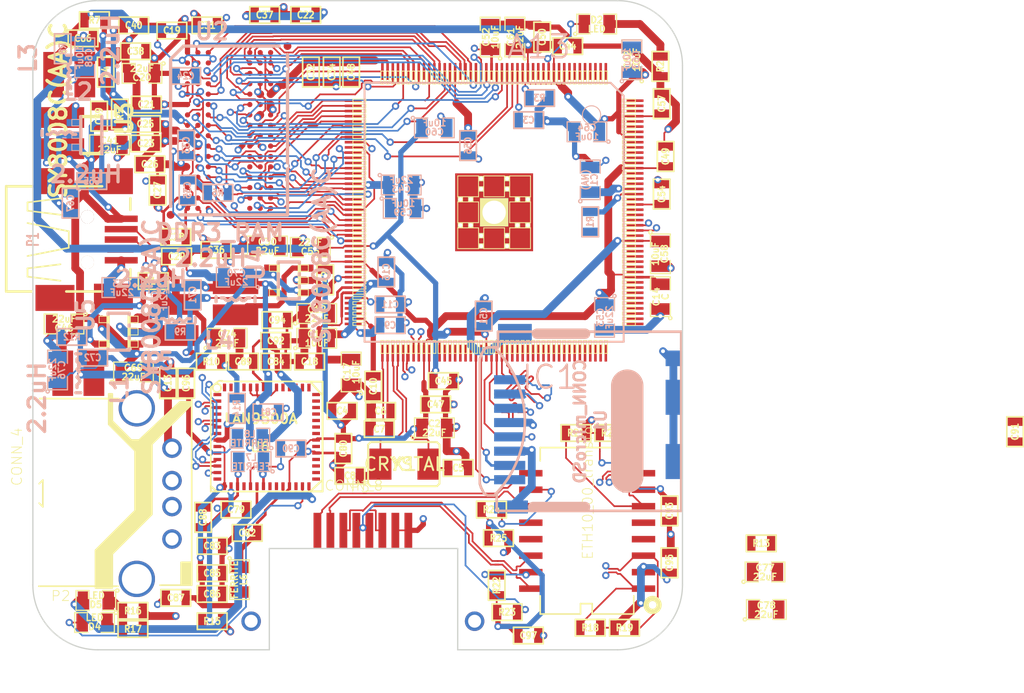
<source format=kicad_pcb>
(kicad_pcb (version 4) (host pcbnew "(2015-07-02 BZR 5872)-product")
  (layers (0 F.Cu signal) (1 In1.Cu signal) (2 In2.Cu signal) (31 B.Cu signal) (34 B.Paste user) (35 F.Paste user) (36 B.SilkS user) (37 F.SilkS user) (38 B.Mask user) (39 F.Mask user) (44 Edge.Cuts user))
  (net 0 "")
  (net 1 "Net-(C1-Pad1)")
  (net 2 GND)
  (net 3 VCC)
  (net 4 "Net-(C3-Pad1)")
  (net 5 "Net-(C6-Pad2)")
  (net 6 "Net-(C7-Pad2)")
  (net 7 "Net-(C9-Pad2)")
  (net 8 "Net-(C10-Pad2)")
  (net 9 "Net-(C11-Pad2)")
  (net 10 3VA)
  (net 11 "Net-(C13-Pad1)")
  (net 12 "Net-(C15-Pad2)")
  (net 13 "Net-(C17-Pad2)")
  (net 14 "Net-(C39-Pad2)")
  (net 15 +5V)
  (net 16 VDD_CPU)
  (net 17 VDD_INT)
  (net 18 "Net-(C65-Pad2)")
  (net 19 "Net-(C71-Pad2)")
  (net 20 "Net-(C72-Pad2)")
  (net 21 VDD33A)
  (net 22 VDDBUSPLL)
  (net 23 VDDCORE)
  (net 24 "Net-(C90-Pad2)")
  (net 25 "Net-(C91-Pad2)")
  (net 26 VDDPLL)
  (net 27 "Net-(C97-Pad2)")
  (net 28 "Net-(D2-Pad1)")
  (net 29 "Net-(D2-Pad2)")
  (net 30 "Net-(D4-Pad1)")
  (net 31 LED1)
  (net 32 "Net-(D5-Pad1)")
  (net 33 LED2)
  (net 34 "Net-(IC1-Pad1)")
  (net 35 "Net-(IC1-Pad2)")
  (net 36 "Net-(IC1-Pad3)")
  (net 37 "Net-(IC1-Pad4)")
  (net 38 "Net-(IC1-Pad5)")
  (net 39 "Net-(IC1-Pad6)")
  (net 40 "Net-(IC1-Pad7)")
  (net 41 "Net-(IC1-Pad8)")
  (net 42 "Net-(IC1-Pad10)")
  (net 43 "Net-(IC1-Pad13)")
  (net 44 "Net-(IC1-Pad14)")
  (net 45 "Net-(IC1-Pad15)")
  (net 46 "Net-(IC1-Pad17)")
  (net 47 DDR3_D04)
  (net 48 DDR3_D06)
  (net 49 DDR3_D02)
  (net 50 DDR3_D00)
  (net 51 DDR3_D11)
  (net 52 DDR3_D09)
  (net 53 DDR3_D13)
  (net 54 DDR3_D15)
  (net 55 DDR3_DM1)
  (net 56 DDR3_DM0)
  (net 57 DDR3_DQS0)
  (net 58 DDR3_DQS1)
  (net 59 DDR3_D12)
  (net 60 DDR3_D08)
  (net 61 DDR3_D14)
  (net 62 DDR3_D10)
  (net 63 DDR3_D01)
  (net 64 DDR3_D03)
  (net 65 DDR3_D07)
  (net 66 DDR3_D05)
  (net 67 DDR3_CK)
  (net 68 DDR3_CK_N)
  (net 69 DDR3_CKE)
  (net 70 DDR3_A10)
  (net 71 DDR3_BA1)
  (net 72 DDR3_A12)
  (net 73 DDR3_A04)
  (net 74 DDR3_A01)
  (net 75 DDR3_A06)
  (net 76 DDR3_A08)
  (net 77 DDR3_A11)
  (net 78 DDR3_A14)
  (net 79 DDR3_RAS)
  (net 80 DDR3_CAS)
  (net 81 DDR3_WE)
  (net 82 DDR3_BA2)
  (net 83 DDR3_BA0)
  (net 84 DDR3_A00)
  (net 85 DDR3_A03)
  (net 86 DDR3_A05)
  (net 87 DDR3_A13)
  (net 88 DDR3_A09)
  (net 89 DDR3_RST)
  (net 90 DDR3_A07)
  (net 91 DDR3_ODT)
  (net 92 "Net-(IC1-Pad74)")
  (net 93 "Net-(IC1-Pad75)")
  (net 94 "Net-(IC1-Pad77)")
  (net 95 "Net-(IC1-Pad78)")
  (net 96 "Net-(IC1-Pad84)")
  (net 97 "Net-(IC1-Pad85)")
  (net 98 "Net-(IC1-Pad86)")
  (net 99 USB_ETH_P)
  (net 100 USB_HOST_P)
  (net 101 "Net-(IC1-Pad99)")
  (net 102 "Net-(IC1-Pad101)")
  (net 103 "Net-(IC1-Pad102)")
  (net 104 "Net-(IC1-Pad103)")
  (net 105 "Net-(IC1-Pad104)")
  (net 106 "Net-(IC1-Pad105)")
  (net 107 "Net-(IC1-Pad106)")
  (net 108 SDC0_D1)
  (net 109 SDC0_D0)
  (net 110 SDC0_CLK)
  (net 111 SDC0_CMD)
  (net 112 SDC0_D3)
  (net 113 SDC0_D2)
  (net 114 "Net-(IC1-Pad114)")
  (net 115 "Net-(IC1-Pad115)")
  (net 116 "Net-(IC1-Pad116)")
  (net 117 "Net-(IC1-Pad117)")
  (net 118 "Net-(IC1-Pad118)")
  (net 119 "Net-(IC1-Pad119)")
  (net 120 "Net-(IC1-Pad120)")
  (net 121 "Net-(IC1-Pad121)")
  (net 122 "Net-(IC1-Pad122)")
  (net 123 "Net-(IC1-Pad123)")
  (net 124 "Net-(IC1-Pad124)")
  (net 125 "Net-(IC1-Pad125)")
  (net 126 "Net-(IC1-Pad126)")
  (net 127 "Net-(IC1-Pad127)")
  (net 128 "Net-(IC1-Pad128)")
  (net 129 "Net-(IC1-Pad130)")
  (net 130 "Net-(IC1-Pad131)")
  (net 131 "Net-(IC1-Pad132)")
  (net 132 "Net-(IC1-Pad133)")
  (net 133 "Net-(IC1-Pad134)")
  (net 134 "Net-(IC1-Pad135)")
  (net 135 "Net-(IC1-Pad136)")
  (net 136 "Net-(IC1-Pad137)")
  (net 137 "Net-(IC1-Pad138)")
  (net 138 "Net-(IC1-Pad139)")
  (net 139 "Net-(IC1-Pad140)")
  (net 140 "Net-(IC1-Pad141)")
  (net 141 "Net-(IC1-Pad143)")
  (net 142 "Net-(IC1-Pad144)")
  (net 143 "Net-(IC1-Pad145)")
  (net 144 "Net-(IC1-Pad146)")
  (net 145 "Net-(IC1-Pad147)")
  (net 146 "Net-(IC1-Pad148)")
  (net 147 "Net-(IC1-Pad150)")
  (net 148 UART1_RX)
  (net 149 UART1_TX)
  (net 150 "Net-(IC1-Pad153)")
  (net 151 "Net-(IC1-Pad154)")
  (net 152 "Net-(IC1-Pad155)")
  (net 153 UBOOT)
  (net 154 "Net-(IC1-Pad158)")
  (net 155 "Net-(IC1-Pad160)")
  (net 156 "Net-(IC1-Pad161)")
  (net 157 "Net-(IC1-Pad162)")
  (net 158 "Net-(IC1-Pad165)")
  (net 159 "Net-(IC1-Pad166)")
  (net 160 "Net-(IC1-Pad167)")
  (net 161 "Net-(IC1-Pad168)")
  (net 162 "Net-(IC1-Pad170)")
  (net 163 "Net-(IC1-Pad171)")
  (net 164 "Net-(IC1-Pad172)")
  (net 165 "Net-(IC1-Pad174)")
  (net 166 "Net-(IC1-Pad175)")
  (net 167 "Net-(IC1-Pad176)")
  (net 168 "Net-(P3-Pad1)")
  (net 169 /Erhernet/TX+)
  (net 170 "Net-(P3-Pad4)")
  (net 171 /Erhernet/TX-)
  (net 172 /Erhernet/RX+)
  (net 173 /Erhernet/RX-)
  (net 174 "Net-(D1-Pad2)")
  (net 175 "Net-(R6-Pad1)")
  (net 176 "Net-(R14-Pad2)")
  (net 177 "Net-(R15-Pad2)")
  (net 178 "Net-(R22-Pad2)")
  (net 179 "Net-(R24-Pad2)")
  (net 180 "Net-(T1-Pad4)")
  (net 181 "Net-(T1-Pad5)")
  (net 182 "Net-(T1-Pad12)")
  (net 183 "Net-(T1-Pad13)")
  (net 184 "Net-(U2-PadJ1)")
  (net 185 "Net-(U2-PadJ9)")
  (net 186 "Net-(U2-PadL1)")
  (net 187 "Net-(U2-PadL9)")
  (net 188 "Net-(U2-PadM7)")
  (net 189 DDR3_A02)
  (net 190 "Net-(U2-PadT7)")
  (net 191 "Net-(U6-Pad1)")
  (net 192 "Net-(U6-Pad34)")
  (net 193 "Net-(U6-Pad36)")
  (net 194 "Net-(U6-Pad22)")
  (net 195 "Net-(U6-Pad23)")
  (net 196 "Net-(U6-Pad14)")
  (net 197 "Net-(U6-Pad26)")
  (net 198 "Net-(U6-Pad29)")
  (net 199 "Net-(U6-Pad30)")
  (net 200 "Net-(U6-Pad31)")
  (net 201 "Net-(U6-Pad32)")
  (net 202 "Net-(U6-Pad37)")
  (net 203 "Net-(U6-Pad38)")
  (net 204 "Net-(U6-Pad39)")
  (net 205 "Net-(U6-Pad40)")
  (net 206 "Net-(U6-Pad41)")
  (net 207 "Net-(U6-Pad42)")
  (net 208 "Net-(U6-Pad43)")
  (net 209 "Net-(U6-Pad44)")
  (net 210 "Net-(U6-Pad45)")
  (net 211 "Net-(U6-Pad46)")
  (net 212 "Net-(U6-Pad47)")
  (net 213 "Net-(U6-Pad53)")
  (net 214 "Net-(U6-Pad54)")
  (net 215 "Net-(U6-Pad55)")
  (net 216 "Net-(U6-Pad56)")
  (net 217 DDR3_DQS0_N)
  (net 218 USB_ETH_N)
  (net 219 "Net-(L2-Pad1)")
  (net 220 "Net-(L4-Pad1)")
  (net 221 "Net-(L5-Pad1)")
  (net 222 TPX_P)
  (net 223 TPX_N)
  (net 224 RPX_N)
  (net 225 RPX_P)
  (net 226 USB_HOST_N)
  (net 227 X1_N)
  (net 228 X1_P)
  (net 229 1V5)
  (net 230 DDR3_DQS1_N)
  (module torbox:H1601CG (layer F.Cu) (at 62.6504 60.845 90)
    (fp_text reference T1 (at 6.996 2.646 90) (layer F.SilkS) (effects (font (size 0.77216 0.77216) (thickness 0.061772)) (justify left bottom)))
    (fp_text value ETH10_00_transfo (at -2.254 0.508 90) (layer F.SilkS) (effects (font (size 0.77216 0.77216) (thickness 0.061772)) (justify left bottom)))
    (pad 1 smd rect (at -4.445 4.3496 180) (size 1.8 0.5) (layers F.Cu F.Paste F.Mask) (net 222 TPX_P))
    (pad 2 smd rect (at -3.175 4.3496 180) (size 1.8 0.5) (layers F.Cu F.Paste F.Mask) (net 3 VCC))
    (pad 3 smd rect (at -1.905 4.3496 180) (size 1.8 0.5) (layers F.Cu F.Paste F.Mask) (net 223 TPX_N))
    (pad 4 smd rect (at -0.635 4.3496 180) (size 1.8 0.5) (layers F.Cu F.Paste F.Mask) (net 180 "Net-(T1-Pad4)"))
    (pad 5 smd rect (at 0.635 4.3496 180) (size 1.8 0.5) (layers F.Cu F.Paste F.Mask) (net 181 "Net-(T1-Pad5)"))
    (pad 6 smd rect (at 1.905 4.3496 180) (size 1.8 0.5) (layers F.Cu F.Paste F.Mask) (net 225 RPX_P))
    (pad 7 smd rect (at 3.175 4.3496 180) (size 1.8 0.5) (layers F.Cu F.Paste F.Mask) (net 3 VCC))
    (pad 8 smd rect (at 4.445 4.3496 180) (size 1.8 0.5) (layers F.Cu F.Paste F.Mask) (net 224 RPX_N))
    (pad 9 smd rect (at 4.445 -4.325 180) (size 1.8 0.5) (layers F.Cu F.Paste F.Mask) (net 173 /Erhernet/RX-))
    (pad 10 smd rect (at 3.175 -4.325 180) (size 1.8 0.5) (layers F.Cu F.Paste F.Mask) (net 179 "Net-(R24-Pad2)"))
    (pad 11 smd rect (at 1.905 -4.325 180) (size 1.8 0.5) (layers F.Cu F.Paste F.Mask) (net 172 /Erhernet/RX+))
    (pad 12 smd rect (at 0.635 -4.325 180) (size 1.8 0.5) (layers F.Cu F.Paste F.Mask) (net 182 "Net-(T1-Pad12)"))
    (pad 13 smd rect (at -0.635 -4.325 180) (size 1.8 0.5) (layers F.Cu F.Paste F.Mask) (net 183 "Net-(T1-Pad13)"))
    (pad 14 smd rect (at -1.905 -4.325 180) (size 1.8 0.5) (layers F.Cu F.Paste F.Mask) (net 171 /Erhernet/TX-))
    (pad 15 smd rect (at -3.175 -4.325 180) (size 1.8 0.5) (layers F.Cu F.Paste F.Mask) (net 178 "Net-(R22-Pad2)"))
    (pad 16 smd rect (at -4.445 -4.325 180) (size 1.8 0.5) (layers F.Cu F.Paste F.Mask) (net 169 /Erhernet/TX+))
  )
  (module opendous:Memory_Card_microSD_DM3CS-SF (layer B.Cu) (at 55.50112 52.4004 90)
    (fp_text reference U1 (at 0 8.19912 90) (layer B.SilkS) (effects (font (size 0.8636 0.8636) (thickness 0.2032)) (justify mirror)))
    (fp_text value CONN_microSD (at 0 6.59892 90) (layer B.SilkS) (effects (font (size 0.8636 0.8636) (thickness 0.2032)) (justify mirror)))
    (pad 1 smd rect (at 3.2004 1.19888 90) (size 0.70104 2.4003) (layers B.Cu B.Paste B.Mask) (net 113 SDC0_D2))
    (pad 2 smd rect (at 2.10058 1.19888 90) (size 0.70104 2.4003) (layers B.Cu B.Paste B.Mask) (net 112 SDC0_D3))
    (pad 3 smd rect (at 1.00076 1.19888 90) (size 0.70104 2.4003) (layers B.Cu B.Paste B.Mask) (net 111 SDC0_CMD))
    (pad 4 smd rect (at -0.09906 1.19888 90) (size 0.70104 2.4003) (layers B.Cu B.Paste B.Mask) (net 3 VCC))
    (pad 5 smd rect (at -1.19888 1.19888 90) (size 0.70104 2.4003) (layers B.Cu B.Paste B.Mask) (net 110 SDC0_CLK))
    (pad 6 smd rect (at -2.30124 1.19888 90) (size 0.70104 2.4003) (layers B.Cu B.Paste B.Mask) (net 2 GND))
    (pad 7 smd rect (at -3.40106 1.19888 90) (size 0.70104 2.4003) (layers B.Cu B.Paste B.Mask) (net 109 SDC0_D0))
    (pad 8 smd rect (at -4.50088 1.19888 90) (size 0.70104 2.4003) (layers B.Cu B.Paste B.Mask) (net 108 SDC0_D1))
    (pad 9 smd rect (at 6.74878 1.6002 90) (size 1.50114 2.60096) (layers B.Cu B.Paste B.Mask) (net 2 GND))
    (pad 9 smd rect (at -6.59892 1.30048 90) (size 1.00076 2.60096) (layers B.Cu B.Paste B.Mask) (net 2 GND))
    (pad 9 smd rect (at 4.84886 13.79982 90) (size 1.19888 1.19888) (layers B.Cu B.Paste B.Mask) (net 2 GND))
    (pad 9 smd rect (at 1.84912 13.79982 90) (size 2.70002 1.19888) (layers B.Cu B.Paste B.Mask) (net 2 GND))
    (pad 9 smd rect (at -3.0988 13.79982 90) (size 2.70002 1.19888) (layers B.Cu B.Paste B.Mask) (net 2 GND))
  )
  (module smd:SM0805 (layer B.Cu) (at 62.9 33.8 90)
    (fp_text reference C1 (at 0 0.3175 90) (layer B.SilkS) (effects (font (size 0.50038 0.50038) (thickness 0.10922)) (justify mirror)))
    (fp_text value "(NA)" (at 0 -0.381 90) (layer B.SilkS) (effects (font (size 0.50038 0.50038) (thickness 0.10922)) (justify mirror)))
    (pad 1 smd rect (at -0.9525 0 90) (size 0.889 1.397) (layers B.Cu B.Paste B.Mask) (net 1 "Net-(C1-Pad1)"))
    (pad 2 smd rect (at 0.9525 0 90) (size 0.889 1.397) (layers B.Cu B.Paste B.Mask) (net 2 GND))
  )
  (module smd:SM0805 (layer F.Cu) (at 50.9 52.9)
    (fp_text reference C2 (at 0 -0.3175) (layer F.SilkS) (effects (font (size 0.50038 0.50038) (thickness 0.10922))))
    (fp_text value 22uF (at 0 0.381) (layer F.SilkS) (effects (font (size 0.50038 0.50038) (thickness 0.10922))))
    (pad 1 smd rect (at -0.9525 0) (size 0.889 1.397) (layers F.Cu F.Paste F.Mask) (net 3 VCC))
    (pad 2 smd rect (at 0.9525 0) (size 0.889 1.397) (layers F.Cu F.Paste F.Mask) (net 2 GND))
  )
  (module smd:SM0603 (layer B.Cu) (at 58.162 29.2)
    (fp_text reference C3 (at 0 0) (layer B.SilkS) (effects (font (size 0.508 0.4572) (thickness 0.1143)) (justify mirror)))
    (fp_text value 100nF hide)
    (pad 1 smd rect (at -0.762 0) (size 0.635 1.143) (layers B.Cu B.Paste B.Mask) (net 4 "Net-(C3-Pad1)"))
    (pad 2 smd rect (at 0.762 0) (size 0.635 1.143) (layers B.Cu B.Paste B.Mask) (net 2 GND))
  )
  (module smd:SM0603 (layer F.Cu) (at 43.8 51.6)
    (fp_text reference C4 (at 0 0) (layer F.SilkS) (effects (font (size 0.508 0.4572) (thickness 0.1143))))
    (fp_text value 100nF hide)
    (pad 1 smd rect (at -0.762 0) (size 0.635 1.143) (layers F.Cu F.Paste F.Mask) (net 2 GND))
    (pad 2 smd rect (at 0.762 0) (size 0.635 1.143) (layers F.Cu F.Paste F.Mask) (net 3 VCC))
  )
  (module smd:SM0603 (layer F.Cu) (at 46.762 51.6)
    (fp_text reference C6 (at 0 0) (layer F.SilkS) (effects (font (size 0.508 0.4572) (thickness 0.1143))))
    (fp_text value 1nF hide)
    (pad 1 smd rect (at -0.762 0) (size 0.635 1.143) (layers F.Cu F.Paste F.Mask) (net 2 GND))
    (pad 2 smd rect (at 0.762 0) (size 0.635 1.143) (layers F.Cu F.Paste F.Mask) (net 5 "Net-(C6-Pad2)"))
  )
  (module smd:SM0603 (layer F.Cu) (at 46.662 53)
    (fp_text reference C7 (at 0 0) (layer F.SilkS) (effects (font (size 0.508 0.4572) (thickness 0.1143))))
    (fp_text value 1nF hide)
    (pad 1 smd rect (at -0.762 0) (size 0.635 1.143) (layers F.Cu F.Paste F.Mask) (net 2 GND))
    (pad 2 smd rect (at 0.762 0) (size 0.635 1.143) (layers F.Cu F.Paste F.Mask) (net 6 "Net-(C7-Pad2)"))
  )
  (module smd:SM0603 (layer B.Cu) (at 47.5 45 180)
    (fp_text reference C9 (at 0 0 180) (layer B.SilkS) (effects (font (size 0.508 0.4572) (thickness 0.1143)) (justify mirror)))
    (fp_text value 1nF hide)
    (pad 1 smd rect (at -0.762 0 180) (size 0.635 1.143) (layers B.Cu B.Paste B.Mask) (net 2 GND))
    (pad 2 smd rect (at 0.762 0 180) (size 0.635 1.143) (layers B.Cu B.Paste B.Mask) (net 7 "Net-(C9-Pad2)"))
  )
  (module smd:SM0603 (layer F.Cu) (at 46.2 49.7 90)
    (fp_text reference C10 (at 0 0 90) (layer F.SilkS) (effects (font (size 0.508 0.4572) (thickness 0.1143))))
    (fp_text value 1nF hide)
    (pad 1 smd rect (at -0.762 0 90) (size 0.635 1.143) (layers F.Cu F.Paste F.Mask) (net 2 GND))
    (pad 2 smd rect (at 0.762 0 90) (size 0.635 1.143) (layers F.Cu F.Paste F.Mask) (net 8 "Net-(C10-Pad2)"))
  )
  (module smd:SM0603 (layer B.Cu) (at 47.5 43.4 180)
    (fp_text reference C11 (at 0 0 180) (layer B.SilkS) (effects (font (size 0.508 0.4572) (thickness 0.1143)) (justify mirror)))
    (fp_text value 1uF hide)
    (pad 1 smd rect (at -0.762 0 180) (size 0.635 1.143) (layers B.Cu B.Paste B.Mask) (net 2 GND))
    (pad 2 smd rect (at 0.762 0 180) (size 0.635 1.143) (layers B.Cu B.Paste B.Mask) (net 9 "Net-(C11-Pad2)"))
  )
  (module smd:SM0805 (layer F.Cu) (at 41.8525 44.1)
    (fp_text reference C12 (at 0 -0.3175) (layer F.SilkS) (effects (font (size 0.50038 0.50038) (thickness 0.10922))))
    (fp_text value 22uF (at 0 0.381) (layer F.SilkS) (effects (font (size 0.50038 0.50038) (thickness 0.10922))))
    (pad 1 smd rect (at -0.9525 0) (size 0.889 1.397) (layers F.Cu F.Paste F.Mask) (net 2 GND))
    (pad 2 smd rect (at 0.9525 0) (size 0.889 1.397) (layers F.Cu F.Paste F.Mask) (net 10 3VA))
  )
  (module smd:SM0603 (layer F.Cu) (at 30.4 49.462 90)
    (fp_text reference C13 (at 0 0 90) (layer F.SilkS) (effects (font (size 0.508 0.4572) (thickness 0.1143))))
    (fp_text value 100nF hide)
    (pad 1 smd rect (at -0.762 0 90) (size 0.635 1.143) (layers F.Cu F.Paste F.Mask) (net 11 "Net-(C13-Pad1)"))
    (pad 2 smd rect (at 0.762 0 90) (size 0.635 1.143) (layers F.Cu F.Paste F.Mask) (net 2 GND))
  )
  (module smd:SM0805 (layer F.Cu) (at 68.3 42.8 90)
    (fp_text reference C14 (at 0 -0.3175 90) (layer F.SilkS) (effects (font (size 0.50038 0.50038) (thickness 0.10922))))
    (fp_text value C (at 0 0.381 90) (layer F.SilkS) (effects (font (size 0.50038 0.50038) (thickness 0.10922))))
    (pad 1 smd rect (at -0.9525 0 90) (size 0.889 1.397) (layers F.Cu F.Paste F.Mask) (net 2 GND))
    (pad 2 smd rect (at 0.9525 0 90) (size 0.889 1.397) (layers F.Cu F.Paste F.Mask) (net 3 VCC))
  )
  (module smd:SM0805 (layer F.Cu) (at 41.8525 46)
    (fp_text reference C15 (at 0 -0.3175) (layer F.SilkS) (effects (font (size 0.50038 0.50038) (thickness 0.10922))))
    (fp_text value 10uF (at 0 0.381) (layer F.SilkS) (effects (font (size 0.50038 0.50038) (thickness 0.10922))))
    (pad 1 smd rect (at -0.9525 0) (size 0.889 1.397) (layers F.Cu F.Paste F.Mask) (net 2 GND))
    (pad 2 smd rect (at 0.9525 0) (size 0.889 1.397) (layers F.Cu F.Paste F.Mask) (net 12 "Net-(C15-Pad2)"))
  )
  (module smd:SM0603 (layer B.Cu) (at 47.2 40.9 270)
    (fp_text reference C16 (at 0 0 270) (layer B.SilkS) (effects (font (size 0.508 0.4572) (thickness 0.1143)) (justify mirror)))
    (fp_text value 100nF hide)
    (pad 1 smd rect (at -0.762 0 270) (size 0.635 1.143) (layers B.Cu B.Paste B.Mask) (net 2 GND))
    (pad 2 smd rect (at 0.762 0 270) (size 0.635 1.143) (layers B.Cu B.Paste B.Mask) (net 12 "Net-(C15-Pad2)"))
  )
  (module smd:SM0805 (layer F.Cu) (at 44.5 48.6 90)
    (fp_text reference C17 (at 0 -0.3175 90) (layer F.SilkS) (effects (font (size 0.50038 0.50038) (thickness 0.10922))))
    (fp_text value 10uF (at 0 0.381 90) (layer F.SilkS) (effects (font (size 0.50038 0.50038) (thickness 0.10922))))
    (pad 1 smd rect (at -0.9525 0 90) (size 0.889 1.397) (layers F.Cu F.Paste F.Mask) (net 2 GND))
    (pad 2 smd rect (at 0.9525 0 90) (size 0.889 1.397) (layers F.Cu F.Paste F.Mask) (net 13 "Net-(C17-Pad2)"))
  )
  (module smd:SM0603 (layer F.Cu) (at 41.3 47.8)
    (fp_text reference C18 (at 0 0) (layer F.SilkS) (effects (font (size 0.508 0.4572) (thickness 0.1143))))
    (fp_text value 100nF hide)
    (pad 1 smd rect (at -0.762 0) (size 0.635 1.143) (layers F.Cu F.Paste F.Mask) (net 2 GND))
    (pad 2 smd rect (at 0.762 0) (size 0.635 1.143) (layers F.Cu F.Paste F.Mask) (net 13 "Net-(C17-Pad2)"))
  )
  (module smd:SM0603 (layer F.Cu) (at 30.7 22.3 180)
    (fp_text reference C19 (at 0 0 180) (layer F.SilkS) (effects (font (size 0.508 0.4572) (thickness 0.1143))))
    (fp_text value 100nF hide)
    (pad 1 smd rect (at -0.762 0 180) (size 0.635 1.143) (layers F.Cu F.Paste F.Mask) (net 229 1V5))
    (pad 2 smd rect (at 0.762 0 180) (size 0.635 1.143) (layers F.Cu F.Paste F.Mask) (net 2 GND))
  )
  (module smd:SM0805 (layer F.Cu) (at 28.4 25.6 180)
    (fp_text reference C20 (at 0 -0.3175 180) (layer F.SilkS) (effects (font (size 0.50038 0.50038) (thickness 0.10922))))
    (fp_text value 22uF (at 0 0.381 180) (layer F.SilkS) (effects (font (size 0.50038 0.50038) (thickness 0.10922))))
    (pad 1 smd rect (at -0.9525 0 180) (size 0.889 1.397) (layers F.Cu F.Paste F.Mask) (net 229 1V5))
    (pad 2 smd rect (at 0.9525 0 180) (size 0.889 1.397) (layers F.Cu F.Paste F.Mask) (net 2 GND))
  )
  (module smd:SM0603 (layer F.Cu) (at 28.738 28 180)
    (fp_text reference C21 (at 0 0 180) (layer F.SilkS) (effects (font (size 0.508 0.4572) (thickness 0.1143))))
    (fp_text value 100nF hide)
    (pad 1 smd rect (at -0.762 0 180) (size 0.635 1.143) (layers F.Cu F.Paste F.Mask) (net 229 1V5))
    (pad 2 smd rect (at 0.762 0 180) (size 0.635 1.143) (layers F.Cu F.Paste F.Mask) (net 2 GND))
  )
  (module smd:SM0603 (layer F.Cu) (at 41 21.1 180)
    (fp_text reference C22 (at 0 0 180) (layer F.SilkS) (effects (font (size 0.508 0.4572) (thickness 0.1143))))
    (fp_text value 100nF hide)
    (pad 1 smd rect (at -0.762 0 180) (size 0.635 1.143) (layers F.Cu F.Paste F.Mask) (net 229 1V5))
    (pad 2 smd rect (at 0.762 0 180) (size 0.635 1.143) (layers F.Cu F.Paste F.Mask) (net 2 GND))
  )
  (module smd:SM0603 (layer F.Cu) (at 28.7 31 180)
    (fp_text reference C23 (at 0 0 180) (layer F.SilkS) (effects (font (size 0.508 0.4572) (thickness 0.1143))))
    (fp_text value 100nF hide)
    (pad 1 smd rect (at -0.762 0 180) (size 0.635 1.143) (layers F.Cu F.Paste F.Mask) (net 229 1V5))
    (pad 2 smd rect (at 0.762 0 180) (size 0.635 1.143) (layers F.Cu F.Paste F.Mask) (net 2 GND))
  )
  (module smd:SM0603 (layer B.Cu) (at 31.762 25.8 180)
    (fp_text reference C24 (at 0 0 180) (layer B.SilkS) (effects (font (size 0.508 0.4572) (thickness 0.1143)) (justify mirror)))
    (fp_text value 100nF hide)
    (pad 1 smd rect (at -0.762 0 180) (size 0.635 1.143) (layers B.Cu B.Paste B.Mask) (net 229 1V5))
    (pad 2 smd rect (at 0.762 0 180) (size 0.635 1.143) (layers B.Cu B.Paste B.Mask) (net 2 GND))
  )
  (module smd:SM0603 (layer F.Cu) (at 28.662 29.5 180)
    (fp_text reference C25 (at 0 0 180) (layer F.SilkS) (effects (font (size 0.508 0.4572) (thickness 0.1143))))
    (fp_text value 100nF hide)
    (pad 1 smd rect (at -0.762 0 180) (size 0.635 1.143) (layers F.Cu F.Paste F.Mask) (net 229 1V5))
    (pad 2 smd rect (at 0.762 0 180) (size 0.635 1.143) (layers F.Cu F.Paste F.Mask) (net 2 GND))
  )
  (module smd:SM0603 (layer F.Cu) (at 29 32.6)
    (fp_text reference C26 (at 0 0) (layer F.SilkS) (effects (font (size 0.508 0.4572) (thickness 0.1143))))
    (fp_text value 100nF hide)
    (pad 1 smd rect (at -0.762 0) (size 0.635 1.143) (layers F.Cu F.Paste F.Mask) (net 229 1V5))
    (pad 2 smd rect (at 0.762 0) (size 0.635 1.143) (layers F.Cu F.Paste F.Mask) (net 2 GND))
  )
  (module smd:SM0603 (layer F.Cu) (at 29.6 34.6 90)
    (fp_text reference C27 (at 0 0 90) (layer F.SilkS) (effects (font (size 0.508 0.4572) (thickness 0.1143))))
    (fp_text value 100nF hide)
    (pad 1 smd rect (at -0.762 0 90) (size 0.635 1.143) (layers F.Cu F.Paste F.Mask) (net 229 1V5))
    (pad 2 smd rect (at 0.762 0 90) (size 0.635 1.143) (layers F.Cu F.Paste F.Mask) (net 2 GND))
  )
  (module smd:SM0603 (layer F.Cu) (at 31 38.2)
    (fp_text reference C28 (at 0 0) (layer F.SilkS) (effects (font (size 0.508 0.4572) (thickness 0.1143))))
    (fp_text value 100nF hide)
    (pad 1 smd rect (at -0.762 0) (size 0.635 1.143) (layers F.Cu F.Paste F.Mask) (net 229 1V5))
    (pad 2 smd rect (at 0.762 0) (size 0.635 1.143) (layers F.Cu F.Paste F.Mask) (net 2 GND))
  )
  (module smd:SM0603 (layer F.Cu) (at 31.062 39.7)
    (fp_text reference C29 (at 0 0) (layer F.SilkS) (effects (font (size 0.508 0.4572) (thickness 0.1143))))
    (fp_text value 100nF hide)
    (pad 1 smd rect (at -0.762 0) (size 0.635 1.143) (layers F.Cu F.Paste F.Mask) (net 229 1V5))
    (pad 2 smd rect (at 0.762 0) (size 0.635 1.143) (layers F.Cu F.Paste F.Mask) (net 2 GND))
  )
  (module smd:SM0805 (layer F.Cu) (at 38.0525 38.9)
    (fp_text reference C30 (at 0 -0.3175) (layer F.SilkS) (effects (font (size 0.50038 0.50038) (thickness 0.10922))))
    (fp_text value 22uF (at 0 0.381) (layer F.SilkS) (effects (font (size 0.50038 0.50038) (thickness 0.10922))))
    (pad 1 smd rect (at -0.9525 0) (size 0.889 1.397) (layers F.Cu F.Paste F.Mask) (net 229 1V5))
    (pad 2 smd rect (at 0.9525 0) (size 0.889 1.397) (layers F.Cu F.Paste F.Mask) (net 2 GND))
  )
  (module smd:SM0603 (layer F.Cu) (at 33.4 21.9)
    (fp_text reference C31 (at 0 0) (layer F.SilkS) (effects (font (size 0.508 0.4572) (thickness 0.1143))))
    (fp_text value 100nF hide)
    (pad 1 smd rect (at -0.762 0) (size 0.635 1.143) (layers F.Cu F.Paste F.Mask) (net 229 1V5))
    (pad 2 smd rect (at 0.762 0) (size 0.635 1.143) (layers F.Cu F.Paste F.Mask) (net 2 GND))
  )
  (module smd:SM0603 (layer F.Cu) (at 41.4 25.5 270)
    (fp_text reference C32 (at 0 0 270) (layer F.SilkS) (effects (font (size 0.508 0.4572) (thickness 0.1143))))
    (fp_text value 100nF hide)
    (pad 1 smd rect (at -0.762 0 270) (size 0.635 1.143) (layers F.Cu F.Paste F.Mask) (net 229 1V5))
    (pad 2 smd rect (at 0.762 0 270) (size 0.635 1.143) (layers F.Cu F.Paste F.Mask) (net 2 GND))
  )
  (module smd:SM0603 (layer B.Cu) (at 31.8 31.138 270)
    (fp_text reference C33 (at 0 0 270) (layer B.SilkS) (effects (font (size 0.508 0.4572) (thickness 0.1143)) (justify mirror)))
    (fp_text value 100nF hide)
    (pad 1 smd rect (at -0.762 0 270) (size 0.635 1.143) (layers B.Cu B.Paste B.Mask) (net 229 1V5))
    (pad 2 smd rect (at 0.762 0 270) (size 0.635 1.143) (layers B.Cu B.Paste B.Mask) (net 2 GND))
  )
  (module smd:SM0603 (layer F.Cu) (at 43 25.5 270)
    (fp_text reference C34 (at 0 0 270) (layer F.SilkS) (effects (font (size 0.508 0.4572) (thickness 0.1143))))
    (fp_text value 100nF hide)
    (pad 1 smd rect (at -0.762 0 270) (size 0.635 1.143) (layers F.Cu F.Paste F.Mask) (net 229 1V5))
    (pad 2 smd rect (at 0.762 0 270) (size 0.635 1.143) (layers F.Cu F.Paste F.Mask) (net 2 GND))
  )
  (module smd:SM0603 (layer B.Cu) (at 31.9 34.6 90)
    (fp_text reference C35 (at 0 0 90) (layer B.SilkS) (effects (font (size 0.508 0.4572) (thickness 0.1143)) (justify mirror)))
    (fp_text value 100nF hide)
    (pad 1 smd rect (at -0.762 0 90) (size 0.635 1.143) (layers B.Cu B.Paste B.Mask) (net 229 1V5))
    (pad 2 smd rect (at 0.762 0 90) (size 0.635 1.143) (layers B.Cu B.Paste B.Mask) (net 2 GND))
  )
  (module smd:SM0603 (layer F.Cu) (at 34.1 39.2 180)
    (fp_text reference C36 (at 0 0 180) (layer F.SilkS) (effects (font (size 0.508 0.4572) (thickness 0.1143))))
    (fp_text value 100nF hide)
    (pad 1 smd rect (at -0.762 0 180) (size 0.635 1.143) (layers F.Cu F.Paste F.Mask) (net 229 1V5))
    (pad 2 smd rect (at 0.762 0 180) (size 0.635 1.143) (layers F.Cu F.Paste F.Mask) (net 2 GND))
  )
  (module smd:SM0603 (layer F.Cu) (at 37.838 21.1)
    (fp_text reference C37 (at 0 0) (layer F.SilkS) (effects (font (size 0.508 0.4572) (thickness 0.1143))))
    (fp_text value 100nF hide)
    (pad 1 smd rect (at -0.762 0) (size 0.635 1.143) (layers F.Cu F.Paste F.Mask) (net 229 1V5))
    (pad 2 smd rect (at 0.762 0) (size 0.635 1.143) (layers F.Cu F.Paste F.Mask) (net 2 GND))
  )
  (module smd:SM0603 (layer F.Cu) (at 27.9 23.9 180)
    (fp_text reference C38 (at 0 0 180) (layer F.SilkS) (effects (font (size 0.508 0.4572) (thickness 0.1143))))
    (fp_text value 100nF hide)
    (pad 1 smd rect (at -0.762 0 180) (size 0.635 1.143) (layers F.Cu F.Paste F.Mask) (net 229 1V5))
    (pad 2 smd rect (at 0.762 0 180) (size 0.635 1.143) (layers F.Cu F.Paste F.Mask) (net 2 GND))
  )
  (module smd:SM0603 (layer F.Cu) (at 25.1 28.9 90)
    (fp_text reference C39 (at 0 0 90) (layer F.SilkS) (effects (font (size 0.508 0.4572) (thickness 0.1143))))
    (fp_text value 100nF hide)
    (pad 1 smd rect (at -0.762 0 90) (size 0.635 1.143) (layers F.Cu F.Paste F.Mask) (net 229 1V5))
    (pad 2 smd rect (at 0.762 0 90) (size 0.635 1.143) (layers F.Cu F.Paste F.Mask) (net 14 "Net-(C39-Pad2)"))
  )
  (module smd:SM0603 (layer F.Cu) (at 27.762 21.9)
    (fp_text reference C40 (at 0 0) (layer F.SilkS) (effects (font (size 0.508 0.4572) (thickness 0.1143))))
    (fp_text value 100nF hide)
    (pad 1 smd rect (at -0.762 0) (size 0.635 1.143) (layers F.Cu F.Paste F.Mask) (net 14 "Net-(C39-Pad2)"))
    (pad 2 smd rect (at 0.762 0) (size 0.635 1.143) (layers F.Cu F.Paste F.Mask) (net 2 GND))
  )
  (module smd:SM0805 (layer F.Cu) (at 25.9 31.1)
    (fp_text reference C41 (at 0 -0.3175) (layer F.SilkS) (effects (font (size 0.50038 0.50038) (thickness 0.10922))))
    (fp_text value 22uF (at 0 0.381) (layer F.SilkS) (effects (font (size 0.50038 0.50038) (thickness 0.10922))))
    (pad 1 smd rect (at -0.9525 0) (size 0.889 1.397) (layers F.Cu F.Paste F.Mask) (net 15 +5V))
    (pad 2 smd rect (at 0.9525 0) (size 0.889 1.397) (layers F.Cu F.Paste F.Mask) (net 2 GND))
  )
  (module smd:SM0603 (layer F.Cu) (at 42.5 41.5 270)
    (fp_text reference C42 (at 0 0 270) (layer F.SilkS) (effects (font (size 0.508 0.4572) (thickness 0.1143))))
    (fp_text value 100nF hide)
    (pad 1 smd rect (at -0.762 0 270) (size 0.635 1.143) (layers F.Cu F.Paste F.Mask) (net 3 VCC))
    (pad 2 smd rect (at 0.762 0 270) (size 0.635 1.143) (layers F.Cu F.Paste F.Mask) (net 2 GND))
  )
  (module smd:SM0805 (layer B.Cu) (at 48.3525 34.2)
    (fp_text reference C43 (at 0 0.3175) (layer B.SilkS) (effects (font (size 0.50038 0.50038) (thickness 0.10922)) (justify mirror)))
    (fp_text value 22uF (at 0 -0.381) (layer B.SilkS) (effects (font (size 0.50038 0.50038) (thickness 0.10922)) (justify mirror)))
    (pad 1 smd rect (at -0.9525 0) (size 0.889 1.397) (layers B.Cu B.Paste B.Mask) (net 229 1V5))
    (pad 2 smd rect (at 0.9525 0) (size 0.889 1.397) (layers B.Cu B.Paste B.Mask) (net 2 GND))
  )
  (module smd:SM0603 (layer F.Cu) (at 61.162 23.5)
    (fp_text reference C44 (at 0 0) (layer F.SilkS) (effects (font (size 0.508 0.4572) (thickness 0.1143))))
    (fp_text value 100nF hide)
    (pad 1 smd rect (at -0.762 0) (size 0.635 1.143) (layers F.Cu F.Paste F.Mask) (net 16 VDD_CPU))
    (pad 2 smd rect (at 0.762 0) (size 0.635 1.143) (layers F.Cu F.Paste F.Mask) (net 2 GND))
  )
  (module smd:SM0603 (layer F.Cu) (at 51.6 49.3)
    (fp_text reference C45 (at 0 0) (layer F.SilkS) (effects (font (size 0.508 0.4572) (thickness 0.1143))))
    (fp_text value 100nF hide)
    (pad 1 smd rect (at -0.762 0) (size 0.635 1.143) (layers F.Cu F.Paste F.Mask) (net 17 VDD_INT))
    (pad 2 smd rect (at 0.762 0) (size 0.635 1.143) (layers F.Cu F.Paste F.Mask) (net 2 GND))
  )
  (module smd:SM0805 (layer F.Cu) (at 22.4 44.9 180)
    (fp_text reference C46 (at 0 -0.3175 180) (layer F.SilkS) (effects (font (size 0.50038 0.50038) (thickness 0.10922))))
    (fp_text value 22uF (at 0 0.381 180) (layer F.SilkS) (effects (font (size 0.50038 0.50038) (thickness 0.10922))))
    (pad 1 smd rect (at -0.9525 0 180) (size 0.889 1.397) (layers F.Cu F.Paste F.Mask) (net 15 +5V))
    (pad 2 smd rect (at 0.9525 0 180) (size 0.889 1.397) (layers F.Cu F.Paste F.Mask) (net 2 GND))
  )
  (module smd:SM0603 (layer F.Cu) (at 51 51.1)
    (fp_text reference C47 (at 0 0) (layer F.SilkS) (effects (font (size 0.508 0.4572) (thickness 0.1143))))
    (fp_text value 100nF hide)
    (pad 1 smd rect (at -0.762 0) (size 0.635 1.143) (layers F.Cu F.Paste F.Mask) (net 3 VCC))
    (pad 2 smd rect (at 0.762 0) (size 0.635 1.143) (layers F.Cu F.Paste F.Mask) (net 2 GND))
  )
  (module smd:SM0603 (layer F.Cu) (at 44.5 25.5 270)
    (fp_text reference C48 (at 0 0 270) (layer F.SilkS) (effects (font (size 0.508 0.4572) (thickness 0.1143))))
    (fp_text value 100nF hide)
    (pad 1 smd rect (at -0.762 0 270) (size 0.635 1.143) (layers F.Cu F.Paste F.Mask) (net 229 1V5))
    (pad 2 smd rect (at 0.762 0 270) (size 0.635 1.143) (layers F.Cu F.Paste F.Mask) (net 2 GND))
  )
  (module smd:SM0603 (layer F.Cu) (at 68.7 32 90)
    (fp_text reference C49 (at 0 0 90) (layer F.SilkS) (effects (font (size 0.508 0.4572) (thickness 0.1143))))
    (fp_text value 100nF hide)
    (pad 1 smd rect (at -0.762 0 90) (size 0.635 1.143) (layers F.Cu F.Paste F.Mask) (net 3 VCC))
    (pad 2 smd rect (at 0.762 0 90) (size 0.635 1.143) (layers F.Cu F.Paste F.Mask) (net 2 GND))
  )
  (module smd:SM0603 (layer F.Cu) (at 59.2 22.8 90)
    (fp_text reference C50 (at 0 0 90) (layer F.SilkS) (effects (font (size 0.508 0.4572) (thickness 0.1143))))
    (fp_text value 100nF hide)
    (pad 1 smd rect (at -0.762 0 90) (size 0.635 1.143) (layers F.Cu F.Paste F.Mask) (net 16 VDD_CPU))
    (pad 2 smd rect (at 0.762 0 90) (size 0.635 1.143) (layers F.Cu F.Paste F.Mask) (net 2 GND))
  )
  (module smd:SM0603 (layer B.Cu) (at 54.7 44.3 90)
    (fp_text reference C51 (at 0 0 90) (layer B.SilkS) (effects (font (size 0.508 0.4572) (thickness 0.1143)) (justify mirror)))
    (fp_text value 100nF hide)
    (pad 1 smd rect (at -0.762 0 90) (size 0.635 1.143) (layers B.Cu B.Paste B.Mask) (net 17 VDD_INT))
    (pad 2 smd rect (at 0.762 0 90) (size 0.635 1.143) (layers B.Cu B.Paste B.Mask) (net 2 GND))
  )
  (module smd:SM0805 (layer F.Cu) (at 55.2 22.8 90)
    (fp_text reference C52 (at 0 -0.3175 90) (layer F.SilkS) (effects (font (size 0.50038 0.50038) (thickness 0.10922))))
    (fp_text value 10uF (at 0 0.381 90) (layer F.SilkS) (effects (font (size 0.50038 0.50038) (thickness 0.10922))))
    (pad 1 smd rect (at -0.9525 0 90) (size 0.889 1.397) (layers F.Cu F.Paste F.Mask) (net 229 1V5))
    (pad 2 smd rect (at 0.9525 0 90) (size 0.889 1.397) (layers F.Cu F.Paste F.Mask) (net 2 GND))
  )
  (module smd:SM0805 (layer B.Cu) (at 64 44.4 270)
    (fp_text reference C53 (at 0 0.3175 270) (layer B.SilkS) (effects (font (size 0.50038 0.50038) (thickness 0.10922)) (justify mirror)))
    (fp_text value 22uF (at 0 -0.381 270) (layer B.SilkS) (effects (font (size 0.50038 0.50038) (thickness 0.10922)) (justify mirror)))
    (pad 1 smd rect (at -0.9525 0 270) (size 0.889 1.397) (layers B.Cu B.Paste B.Mask) (net 3 VCC))
    (pad 2 smd rect (at 0.9525 0 270) (size 0.889 1.397) (layers B.Cu B.Paste B.Mask) (net 2 GND))
  )
  (module smd:SM0603 (layer F.Cu) (at 68.4 34.9 90)
    (fp_text reference C54 (at 0 0 90) (layer F.SilkS) (effects (font (size 0.508 0.4572) (thickness 0.1143))))
    (fp_text value 100nF hide)
    (pad 1 smd rect (at -0.762 0 90) (size 0.635 1.143) (layers F.Cu F.Paste F.Mask) (net 16 VDD_CPU))
    (pad 2 smd rect (at 0.762 0 90) (size 0.635 1.143) (layers F.Cu F.Paste F.Mask) (net 2 GND))
  )
  (module smd:SM0805 (layer F.Cu) (at 41.3525 39 180)
    (fp_text reference C55 (at 0 -0.3175 180) (layer F.SilkS) (effects (font (size 0.50038 0.50038) (thickness 0.10922))))
    (fp_text value 22uF (at 0 0.381 180) (layer F.SilkS) (effects (font (size 0.50038 0.50038) (thickness 0.10922))))
    (pad 1 smd rect (at -0.9525 0 180) (size 0.889 1.397) (layers F.Cu F.Paste F.Mask) (net 17 VDD_INT))
    (pad 2 smd rect (at 0.9525 0 180) (size 0.889 1.397) (layers F.Cu F.Paste F.Mask) (net 2 GND))
  )
  (module smd:SM0603 (layer B.Cu) (at 53.5 31.162 270)
    (fp_text reference C56 (at 0 0 270) (layer B.SilkS) (effects (font (size 0.508 0.4572) (thickness 0.1143)) (justify mirror)))
    (fp_text value 100nF hide)
    (pad 1 smd rect (at -0.762 0 270) (size 0.635 1.143) (layers B.Cu B.Paste B.Mask) (net 229 1V5))
    (pad 2 smd rect (at 0.762 0 270) (size 0.635 1.143) (layers B.Cu B.Paste B.Mask) (net 2 GND))
  )
  (module smd:SM0603 (layer F.Cu) (at 68.4 27.938 90)
    (fp_text reference C57 (at 0 0 90) (layer F.SilkS) (effects (font (size 0.508 0.4572) (thickness 0.1143))))
    (fp_text value 100nF hide)
    (pad 1 smd rect (at -0.762 0 90) (size 0.635 1.143) (layers F.Cu F.Paste F.Mask) (net 16 VDD_CPU))
    (pad 2 smd rect (at 0.762 0 90) (size 0.635 1.143) (layers F.Cu F.Paste F.Mask) (net 2 GND))
  )
  (module smd:SM0805 (layer F.Cu) (at 68.3 39.5 270)
    (fp_text reference C58 (at 0 -0.3175 270) (layer F.SilkS) (effects (font (size 0.50038 0.50038) (thickness 0.10922))))
    (fp_text value 10uF (at 0 0.381 270) (layer F.SilkS) (effects (font (size 0.50038 0.50038) (thickness 0.10922))))
    (pad 1 smd rect (at -0.9525 0 270) (size 0.889 1.397) (layers F.Cu F.Paste F.Mask) (net 17 VDD_INT))
    (pad 2 smd rect (at 0.9525 0 270) (size 0.889 1.397) (layers F.Cu F.Paste F.Mask) (net 2 GND))
  )
  (module smd:SM0805 (layer B.Cu) (at 48.5 36)
    (fp_text reference C59 (at 0 0.3175) (layer B.SilkS) (effects (font (size 0.50038 0.50038) (thickness 0.10922)) (justify mirror)))
    (fp_text value 10uF (at 0 -0.381) (layer B.SilkS) (effects (font (size 0.50038 0.50038) (thickness 0.10922)) (justify mirror)))
    (pad 1 smd rect (at -0.9525 0) (size 0.889 1.397) (layers B.Cu B.Paste B.Mask) (net 229 1V5))
    (pad 2 smd rect (at 0.9525 0) (size 0.889 1.397) (layers B.Cu B.Paste B.Mask) (net 2 GND))
  )
  (module smd:SM0805 (layer B.Cu) (at 50.9 29.8)
    (fp_text reference C60 (at 0 0.3175) (layer B.SilkS) (effects (font (size 0.50038 0.50038) (thickness 0.10922)) (justify mirror)))
    (fp_text value 10uF (at 0 -0.381) (layer B.SilkS) (effects (font (size 0.50038 0.50038) (thickness 0.10922)) (justify mirror)))
    (pad 1 smd rect (at -0.9525 0) (size 0.889 1.397) (layers B.Cu B.Paste B.Mask) (net 17 VDD_INT))
    (pad 2 smd rect (at 0.9525 0) (size 0.889 1.397) (layers B.Cu B.Paste B.Mask) (net 2 GND))
  )
  (module smd:SM0805 (layer F.Cu) (at 57.1 22.8 90)
    (fp_text reference C61 (at 0 -0.3175 90) (layer F.SilkS) (effects (font (size 0.50038 0.50038) (thickness 0.10922))))
    (fp_text value 22uF (at 0 0.381 90) (layer F.SilkS) (effects (font (size 0.50038 0.50038) (thickness 0.10922))))
    (pad 1 smd rect (at -0.9525 0 90) (size 0.889 1.397) (layers F.Cu F.Paste F.Mask) (net 16 VDD_CPU))
    (pad 2 smd rect (at 0.9525 0 90) (size 0.889 1.397) (layers F.Cu F.Paste F.Mask) (net 2 GND))
  )
  (module smd:SM0805 (layer F.Cu) (at 66.1 24.5525 90)
    (fp_text reference C62 (at 0 -0.3175 90) (layer F.SilkS) (effects (font (size 0.50038 0.50038) (thickness 0.10922))))
    (fp_text value 10uF (at 0 0.381 90) (layer F.SilkS) (effects (font (size 0.50038 0.50038) (thickness 0.10922))))
    (pad 1 smd rect (at -0.9525 0 90) (size 0.889 1.397) (layers F.Cu F.Paste F.Mask) (net 16 VDD_CPU))
    (pad 2 smd rect (at 0.9525 0 90) (size 0.889 1.397) (layers F.Cu F.Paste F.Mask) (net 2 GND))
  )
  (module smd:SM0805 (layer B.Cu) (at 66.1 24.5525 90)
    (fp_text reference C63 (at 0 0.3175 90) (layer B.SilkS) (effects (font (size 0.50038 0.50038) (thickness 0.10922)) (justify mirror)))
    (fp_text value 10uF (at 0 -0.381 90) (layer B.SilkS) (effects (font (size 0.50038 0.50038) (thickness 0.10922)) (justify mirror)))
    (pad 1 smd rect (at -0.9525 0 90) (size 0.889 1.397) (layers B.Cu B.Paste B.Mask) (net 16 VDD_CPU))
    (pad 2 smd rect (at 0.9525 0 90) (size 0.889 1.397) (layers B.Cu B.Paste B.Mask) (net 2 GND))
  )
  (module smd:SM0805 (layer B.Cu) (at 62.6475 30.1 180)
    (fp_text reference C64 (at 0 0.3175 180) (layer B.SilkS) (effects (font (size 0.50038 0.50038) (thickness 0.10922)) (justify mirror)))
    (fp_text value 10uF (at 0 -0.381 180) (layer B.SilkS) (effects (font (size 0.50038 0.50038) (thickness 0.10922)) (justify mirror)))
    (pad 1 smd rect (at -0.9525 0 180) (size 0.889 1.397) (layers B.Cu B.Paste B.Mask) (net 16 VDD_CPU))
    (pad 2 smd rect (at 0.9525 0 180) (size 0.889 1.397) (layers B.Cu B.Paste B.Mask) (net 2 GND))
  )
  (module smd:SM0603 (layer B.Cu) (at 24.538 33.9)
    (fp_text reference C65 (at 0 0) (layer B.SilkS) (effects (font (size 0.508 0.4572) (thickness 0.1143)) (justify mirror)))
    (fp_text value 22pF hide)
    (pad 1 smd rect (at -0.762 0) (size 0.635 1.143) (layers B.Cu B.Paste B.Mask) (net 16 VDD_CPU))
    (pad 2 smd rect (at 0.762 0) (size 0.635 1.143) (layers B.Cu B.Paste B.Mask) (net 18 "Net-(C65-Pad2)"))
  )
  (module smd:SM0603 (layer F.Cu) (at 23.862 22.9)
    (fp_text reference C66 (at 0 0) (layer F.SilkS) (effects (font (size 0.508 0.4572) (thickness 0.1143))))
    (fp_text value 22uF hide)
    (pad 1 smd rect (at -0.762 0) (size 0.635 1.143) (layers F.Cu F.Paste F.Mask) (net 16 VDD_CPU))
    (pad 2 smd rect (at 0.762 0) (size 0.635 1.143) (layers F.Cu F.Paste F.Mask) (net 2 GND))
  )
  (module smd:SM0603 (layer B.Cu) (at 22.9 35.6 270)
    (fp_text reference C67 (at 0 0 270) (layer B.SilkS) (effects (font (size 0.508 0.4572) (thickness 0.1143)) (justify mirror)))
    (fp_text value 22uF hide)
    (pad 1 smd rect (at -0.762 0 270) (size 0.635 1.143) (layers B.Cu B.Paste B.Mask) (net 16 VDD_CPU))
    (pad 2 smd rect (at 0.762 0 270) (size 0.635 1.143) (layers B.Cu B.Paste B.Mask) (net 2 GND))
  )
  (module smd:SM0805 (layer B.Cu) (at 24 24.4 90)
    (fp_text reference C68 (at 0 0.3175 90) (layer B.SilkS) (effects (font (size 0.50038 0.50038) (thickness 0.10922)) (justify mirror)))
    (fp_text value 10uF (at 0 -0.381 90) (layer B.SilkS) (effects (font (size 0.50038 0.50038) (thickness 0.10922)) (justify mirror)))
    (pad 1 smd rect (at -0.9525 0 90) (size 0.889 1.397) (layers B.Cu B.Paste B.Mask) (net 17 VDD_INT))
    (pad 2 smd rect (at 0.9525 0 90) (size 0.889 1.397) (layers B.Cu B.Paste B.Mask) (net 2 GND))
  )
  (module smd:SM0805 (layer F.Cu) (at 27.7475 48.6)
    (fp_text reference C69 (at 0 -0.3175) (layer F.SilkS) (effects (font (size 0.50038 0.50038) (thickness 0.10922))))
    (fp_text value 22uF (at 0 0.381) (layer F.SilkS) (effects (font (size 0.50038 0.50038) (thickness 0.10922))))
    (pad 1 smd rect (at -0.9525 0) (size 0.889 1.397) (layers F.Cu F.Paste F.Mask) (net 15 +5V))
    (pad 2 smd rect (at 0.9525 0) (size 0.889 1.397) (layers F.Cu F.Paste F.Mask) (net 2 GND))
  )
  (module smd:SM0805 (layer B.Cu) (at 35.6525 41.3 180)
    (fp_text reference C70 (at 0 0.3175 180) (layer B.SilkS) (effects (font (size 0.50038 0.50038) (thickness 0.10922)) (justify mirror)))
    (fp_text value 22uF (at 0 -0.381 180) (layer B.SilkS) (effects (font (size 0.50038 0.50038) (thickness 0.10922)) (justify mirror)))
    (pad 1 smd rect (at -0.9525 0 180) (size 0.889 1.397) (layers B.Cu B.Paste B.Mask) (net 15 +5V))
    (pad 2 smd rect (at 0.9525 0 180) (size 0.889 1.397) (layers B.Cu B.Paste B.Mask) (net 2 GND))
  )
  (module smd:SM0603 (layer B.Cu) (at 32.3 42.662 270)
    (fp_text reference C71 (at 0 0 270) (layer B.SilkS) (effects (font (size 0.508 0.4572) (thickness 0.1143)) (justify mirror)))
    (fp_text value 22pF hide)
    (pad 1 smd rect (at -0.762 0 270) (size 0.635 1.143) (layers B.Cu B.Paste B.Mask) (net 3 VCC))
    (pad 2 smd rect (at 0.762 0 270) (size 0.635 1.143) (layers B.Cu B.Paste B.Mask) (net 19 "Net-(C71-Pad2)"))
  )
  (module smd:SM0603 (layer B.Cu) (at 24.6 47.5 180)
    (fp_text reference C72 (at 0 0 180) (layer B.SilkS) (effects (font (size 0.508 0.4572) (thickness 0.1143)) (justify mirror)))
    (fp_text value 22pF hide)
    (pad 1 smd rect (at -0.762 0 180) (size 0.635 1.143) (layers B.Cu B.Paste B.Mask) (net 229 1V5))
    (pad 2 smd rect (at 0.762 0 180) (size 0.635 1.143) (layers B.Cu B.Paste B.Mask) (net 20 "Net-(C72-Pad2)"))
  )
  (module smd:SM0805 (layer B.Cu) (at 26.8475 42.1 180)
    (fp_text reference C73 (at 0 0.3175 180) (layer B.SilkS) (effects (font (size 0.50038 0.50038) (thickness 0.10922)) (justify mirror)))
    (fp_text value 22uF (at 0 -0.381 180) (layer B.SilkS) (effects (font (size 0.50038 0.50038) (thickness 0.10922)) (justify mirror)))
    (pad 1 smd rect (at -0.9525 0 180) (size 0.889 1.397) (layers B.Cu B.Paste B.Mask) (net 3 VCC))
    (pad 2 smd rect (at 0.9525 0 180) (size 0.889 1.397) (layers B.Cu B.Paste B.Mask) (net 2 GND))
  )
  (module smd:SM0805 (layer F.Cu) (at 34.9525 46)
    (fp_text reference C74 (at 0 -0.3175) (layer F.SilkS) (effects (font (size 0.50038 0.50038) (thickness 0.10922))))
    (fp_text value 22uF (at 0 0.381) (layer F.SilkS) (effects (font (size 0.50038 0.50038) (thickness 0.10922))))
    (pad 1 smd rect (at -0.9525 0) (size 0.889 1.397) (layers F.Cu F.Paste F.Mask) (net 229 1V5))
    (pad 2 smd rect (at 0.9525 0) (size 0.889 1.397) (layers F.Cu F.Paste F.Mask) (net 2 GND))
  )
  (module smd:SM0805 (layer B.Cu) (at 29.7 43.0525 270)
    (fp_text reference C75 (at 0 0.3175 270) (layer B.SilkS) (effects (font (size 0.50038 0.50038) (thickness 0.10922)) (justify mirror)))
    (fp_text value 22uF (at 0 -0.381 270) (layer B.SilkS) (effects (font (size 0.50038 0.50038) (thickness 0.10922)) (justify mirror)))
    (pad 1 smd rect (at -0.9525 0 270) (size 0.889 1.397) (layers B.Cu B.Paste B.Mask) (net 3 VCC))
    (pad 2 smd rect (at 0.9525 0 270) (size 0.889 1.397) (layers B.Cu B.Paste B.Mask) (net 2 GND))
  )
  (module smd:SM0805 (layer B.Cu) (at 21.9 48.4475 90)
    (fp_text reference C76 (at 0 0.3175 90) (layer B.SilkS) (effects (font (size 0.50038 0.50038) (thickness 0.10922)) (justify mirror)))
    (fp_text value 22uF (at 0 -0.381 90) (layer B.SilkS) (effects (font (size 0.50038 0.50038) (thickness 0.10922)) (justify mirror)))
    (pad 1 smd rect (at -0.9525 0 90) (size 0.889 1.397) (layers B.Cu B.Paste B.Mask) (net 229 1V5))
    (pad 2 smd rect (at 0.9525 0 90) (size 0.889 1.397) (layers B.Cu B.Paste B.Mask) (net 2 GND))
  )
  (module smd:SM0805 (layer F.Cu) (at 76.3525 64)
    (fp_text reference C77 (at 0 -0.3175) (layer F.SilkS) (effects (font (size 0.50038 0.50038) (thickness 0.10922))))
    (fp_text value 22uF (at 0 0.381) (layer F.SilkS) (effects (font (size 0.50038 0.50038) (thickness 0.10922))))
    (pad 1 smd rect (at -0.9525 0) (size 0.889 1.397) (layers F.Cu F.Paste F.Mask) (net 10 3VA))
    (pad 2 smd rect (at 0.9525 0) (size 0.889 1.397) (layers F.Cu F.Paste F.Mask) (net 2 GND))
  )
  (module smd:SM0805 (layer F.Cu) (at 76.4525 66.9)
    (fp_text reference C78 (at 0 -0.3175) (layer F.SilkS) (effects (font (size 0.50038 0.50038) (thickness 0.10922))))
    (fp_text value 22uF (at 0 0.381) (layer F.SilkS) (effects (font (size 0.50038 0.50038) (thickness 0.10922))))
    (pad 1 smd rect (at -0.9525 0) (size 0.889 1.397) (layers F.Cu F.Paste F.Mask) (net 10 3VA))
    (pad 2 smd rect (at 0.9525 0) (size 0.889 1.397) (layers F.Cu F.Paste F.Mask) (net 2 GND))
  )
  (module smd:SM0603 (layer F.Cu) (at 35.638 59.2 180)
    (fp_text reference C79 (at 0 0 180) (layer F.SilkS) (effects (font (size 0.508 0.4572) (thickness 0.1143))))
    (fp_text value 100nF hide)
    (pad 1 smd rect (at -0.762 0 180) (size 0.635 1.143) (layers F.Cu F.Paste F.Mask) (net 3 VCC))
    (pad 2 smd rect (at 0.762 0 180) (size 0.635 1.143) (layers F.Cu F.Paste F.Mask) (net 2 GND))
  )
  (module smd:SM0603 (layer F.Cu) (at 43.9 54.5 270)
    (fp_text reference C80 (at 0 0 270) (layer F.SilkS) (effects (font (size 0.508 0.4572) (thickness 0.1143))))
    (fp_text value 100nF hide)
    (pad 1 smd rect (at -0.762 0 270) (size 0.635 1.143) (layers F.Cu F.Paste F.Mask) (net 3 VCC))
    (pad 2 smd rect (at 0.762 0 270) (size 0.635 1.143) (layers F.Cu F.Paste F.Mask) (net 2 GND))
  )
  (module smd:SM0603 (layer B.Cu) (at 38.1 51.7)
    (fp_text reference C81 (at 0 0) (layer B.SilkS) (effects (font (size 0.508 0.4572) (thickness 0.1143)) (justify mirror)))
    (fp_text value 100nF hide)
    (pad 1 smd rect (at -0.762 0) (size 0.635 1.143) (layers B.Cu B.Paste B.Mask) (net 3 VCC))
    (pad 2 smd rect (at 0.762 0) (size 0.635 1.143) (layers B.Cu B.Paste B.Mask) (net 2 GND))
  )
  (module smd:SM0603 (layer F.Cu) (at 36.5 61 180)
    (fp_text reference C82 (at 0 0 180) (layer F.SilkS) (effects (font (size 0.508 0.4572) (thickness 0.1143))))
    (fp_text value 100nF hide)
    (pad 1 smd rect (at -0.762 0 180) (size 0.635 1.143) (layers F.Cu F.Paste F.Mask) (net 3 VCC))
    (pad 2 smd rect (at 0.762 0 180) (size 0.635 1.143) (layers F.Cu F.Paste F.Mask) (net 2 GND))
  )
  (module smd:SM0603 (layer F.Cu) (at 33.8 62)
    (fp_text reference C83 (at 0 0) (layer F.SilkS) (effects (font (size 0.508 0.4572) (thickness 0.1143))))
    (fp_text value 100nF hide)
    (pad 1 smd rect (at -0.762 0) (size 0.635 1.143) (layers F.Cu F.Paste F.Mask) (net 21 VDD33A))
    (pad 2 smd rect (at 0.762 0) (size 0.635 1.143) (layers F.Cu F.Paste F.Mask) (net 2 GND))
  )
  (module smd:SM0603 (layer F.Cu) (at 38.7 47.8)
    (fp_text reference C84 (at 0 0) (layer F.SilkS) (effects (font (size 0.508 0.4572) (thickness 0.1143))))
    (fp_text value 100nF hide)
    (pad 1 smd rect (at -0.762 0) (size 0.635 1.143) (layers F.Cu F.Paste F.Mask) (net 3 VCC))
    (pad 2 smd rect (at 0.762 0) (size 0.635 1.143) (layers F.Cu F.Paste F.Mask) (net 2 GND))
  )
  (module smd:SM0603 (layer F.Cu) (at 33.8 64.1)
    (fp_text reference C85 (at 0 0) (layer F.SilkS) (effects (font (size 0.508 0.4572) (thickness 0.1143))))
    (fp_text value 100nF hide)
    (pad 1 smd rect (at -0.762 0) (size 0.635 1.143) (layers F.Cu F.Paste F.Mask) (net 21 VDD33A))
    (pad 2 smd rect (at 0.762 0) (size 0.635 1.143) (layers F.Cu F.Paste F.Mask) (net 2 GND))
  )
  (module smd:SM0603 (layer F.Cu) (at 33.8 65.7)
    (fp_text reference C86 (at 0 0) (layer F.SilkS) (effects (font (size 0.508 0.4572) (thickness 0.1143))))
    (fp_text value 100nF hide)
    (pad 1 smd rect (at -0.762 0) (size 0.635 1.143) (layers F.Cu F.Paste F.Mask) (net 21 VDD33A))
    (pad 2 smd rect (at 0.762 0) (size 0.635 1.143) (layers F.Cu F.Paste F.Mask) (net 2 GND))
  )
  (module smd:SM0603 (layer F.Cu) (at 31 66 180)
    (fp_text reference C87 (at 0 0 180) (layer F.SilkS) (effects (font (size 0.508 0.4572) (thickness 0.1143))))
    (fp_text value 100nF hide)
    (pad 1 smd rect (at -0.762 0 180) (size 0.635 1.143) (layers F.Cu F.Paste F.Mask) (net 21 VDD33A))
    (pad 2 smd rect (at 0.762 0 180) (size 0.635 1.143) (layers F.Cu F.Paste F.Mask) (net 2 GND))
  )
  (module smd:SM0603 (layer F.Cu) (at 33.1 59.8 270)
    (fp_text reference C88 (at 0 0 270) (layer F.SilkS) (effects (font (size 0.508 0.4572) (thickness 0.1143))))
    (fp_text value 100nF hide)
    (pad 1 smd rect (at -0.762 0 270) (size 0.635 1.143) (layers F.Cu F.Paste F.Mask) (net 22 VDDBUSPLL))
    (pad 2 smd rect (at 0.762 0 270) (size 0.635 1.143) (layers F.Cu F.Paste F.Mask) (net 2 GND))
  )
  (module smd:SM0603 (layer F.Cu) (at 36.2 47.8 180)
    (fp_text reference C89 (at 0 0 180) (layer F.SilkS) (effects (font (size 0.508 0.4572) (thickness 0.1143))))
    (fp_text value 1uF hide)
    (pad 1 smd rect (at -0.762 0 180) (size 0.635 1.143) (layers F.Cu F.Paste F.Mask) (net 23 VDDCORE))
    (pad 2 smd rect (at 0.762 0 180) (size 0.635 1.143) (layers F.Cu F.Paste F.Mask) (net 2 GND))
  )
  (module smd:SM0603 (layer B.Cu) (at 39.862 54.5 180)
    (fp_text reference C90 (at 0 0 180) (layer B.SilkS) (effects (font (size 0.508 0.4572) (thickness 0.1143)) (justify mirror)))
    (fp_text value 10pF hide)
    (pad 1 smd rect (at -0.762 0 180) (size 0.635 1.143) (layers B.Cu B.Paste B.Mask) (net 2 GND))
    (pad 2 smd rect (at 0.762 0 180) (size 0.635 1.143) (layers B.Cu B.Paste B.Mask) (net 24 "Net-(C90-Pad2)"))
  )
  (module smd:SM0603 (layer F.Cu) (at 95.6 53.2 90)
    (fp_text reference C91 (at 0 0 90) (layer F.SilkS) (effects (font (size 0.508 0.4572) (thickness 0.1143))))
    (fp_text value 10pF hide)
    (pad 1 smd rect (at -0.762 0 90) (size 0.635 1.143) (layers F.Cu F.Paste F.Mask) (net 2 GND))
    (pad 2 smd rect (at 0.762 0 90) (size 0.635 1.143) (layers F.Cu F.Paste F.Mask) (net 25 "Net-(C91-Pad2)"))
  )
  (module smd:SM0603 (layer F.Cu) (at 38.7 46.2)
    (fp_text reference C92 (at 0 0) (layer F.SilkS) (effects (font (size 0.508 0.4572) (thickness 0.1143))))
    (fp_text value 100nF hide)
    (pad 1 smd rect (at -0.762 0) (size 0.635 1.143) (layers F.Cu F.Paste F.Mask) (net 23 VDDCORE))
    (pad 2 smd rect (at 0.762 0) (size 0.635 1.143) (layers F.Cu F.Paste F.Mask) (net 2 GND))
  )
  (module smd:SM0603 (layer F.Cu) (at 69 59.3 90)
    (fp_text reference C93 (at 0 0 90) (layer F.SilkS) (effects (font (size 0.508 0.4572) (thickness 0.1143))))
    (fp_text value 100nF hide)
    (pad 1 smd rect (at -0.762 0 90) (size 0.635 1.143) (layers F.Cu F.Paste F.Mask) (net 2 GND))
    (pad 2 smd rect (at 0.762 0 90) (size 0.635 1.143) (layers F.Cu F.Paste F.Mask) (net 3 VCC))
  )
  (module smd:SM0603 (layer F.Cu) (at 38.8 44.6)
    (fp_text reference C94 (at 0 0) (layer F.SilkS) (effects (font (size 0.508 0.4572) (thickness 0.1143))))
    (fp_text value 100nF hide)
    (pad 1 smd rect (at -0.762 0) (size 0.635 1.143) (layers F.Cu F.Paste F.Mask) (net 23 VDDCORE))
    (pad 2 smd rect (at 0.762 0) (size 0.635 1.143) (layers F.Cu F.Paste F.Mask) (net 2 GND))
  )
  (module smd:SM0603 (layer F.Cu) (at 69 63.3 90)
    (fp_text reference C95 (at 0 0 90) (layer F.SilkS) (effects (font (size 0.508 0.4572) (thickness 0.1143))))
    (fp_text value 100nF hide)
    (pad 1 smd rect (at -0.762 0 90) (size 0.635 1.143) (layers F.Cu F.Paste F.Mask) (net 3 VCC))
    (pad 2 smd rect (at 0.762 0 90) (size 0.635 1.143) (layers F.Cu F.Paste F.Mask) (net 2 GND))
  )
  (module smd:SM0603 (layer F.Cu) (at 31.8 49.462 90)
    (fp_text reference C96 (at 0 0 90) (layer F.SilkS) (effects (font (size 0.508 0.4572) (thickness 0.1143))))
    (fp_text value 100nF hide)
    (pad 1 smd rect (at -0.762 0 90) (size 0.635 1.143) (layers F.Cu F.Paste F.Mask) (net 26 VDDPLL))
    (pad 2 smd rect (at 0.762 0 90) (size 0.635 1.143) (layers F.Cu F.Paste F.Mask) (net 2 GND))
  )
  (module smd:SM0603 (layer F.Cu) (at 58.138 68.9 180)
    (fp_text reference C97 (at 0 0 180) (layer F.SilkS) (effects (font (size 0.508 0.4572) (thickness 0.1143))))
    (fp_text value 1uF hide)
    (pad 1 smd rect (at -0.762 0 180) (size 0.635 1.143) (layers F.Cu F.Paste F.Mask) (net 2 GND))
    (pad 2 smd rect (at 0.762 0 180) (size 0.635 1.143) (layers F.Cu F.Paste F.Mask) (net 27 "Net-(C97-Pad2)"))
  )
  (module smd:SM0805 (layer F.Cu) (at 63.4 21.8)
    (fp_text reference D2 (at 0 -0.3175) (layer F.SilkS) (effects (font (size 0.50038 0.50038) (thickness 0.10922))))
    (fp_text value LED (at 0 0.381) (layer F.SilkS) (effects (font (size 0.50038 0.50038) (thickness 0.10922))))
    (pad 1 smd rect (at -0.9525 0) (size 0.889 1.397) (layers F.Cu F.Paste F.Mask) (net 28 "Net-(D2-Pad1)"))
    (pad 2 smd rect (at 0.9525 0) (size 0.889 1.397) (layers F.Cu F.Paste F.Mask) (net 29 "Net-(D2-Pad2)"))
  )
  (module smd:SM0805 (layer F.Cu) (at 24.7475 67.9 180)
    (fp_text reference D4 (at 0 -0.3175 180) (layer F.SilkS) (effects (font (size 0.50038 0.50038) (thickness 0.10922))))
    (fp_text value LED (at 0 0.381 180) (layer F.SilkS) (effects (font (size 0.50038 0.50038) (thickness 0.10922))))
    (pad 1 smd rect (at -0.9525 0 180) (size 0.889 1.397) (layers F.Cu F.Paste F.Mask) (net 30 "Net-(D4-Pad1)"))
    (pad 2 smd rect (at 0.9525 0 180) (size 0.889 1.397) (layers F.Cu F.Paste F.Mask) (net 31 LED1))
  )
  (module smd:SM0805 (layer F.Cu) (at 24.8475 66.2 180)
    (fp_text reference D5 (at 0 -0.3175 180) (layer F.SilkS) (effects (font (size 0.50038 0.50038) (thickness 0.10922))))
    (fp_text value LED (at 0 0.381 180) (layer F.SilkS) (effects (font (size 0.50038 0.50038) (thickness 0.10922))))
    (pad 1 smd rect (at -0.9525 0 180) (size 0.889 1.397) (layers F.Cu F.Paste F.Mask) (net 32 "Net-(D5-Pad1)"))
    (pad 2 smd rect (at 0.9525 0 180) (size 0.889 1.397) (layers F.Cu F.Paste F.Mask) (net 33 LED2))
  )
  (module A13-OLinuXino-MICRO_Rev_B:TQFP176 (layer F.Cu) (at 55.50178 36.30158 180)
    (fp_text reference IC1 (at -4.29006 -12.7 180) (layer B.SilkS) (effects (font (size 1.778 1.778) (thickness 0.1778))))
    (fp_text value A13 (at -3.44424 12.7508 180) (layer B.SilkS) (effects (font (size 1.778 1.778) (thickness 0.1778))))
    (pad 1 smd rect (at -8.5979 10.84834 180) (size 0.19812 1.29794) (layers F.Cu F.Paste F.Mask) (net 34 "Net-(IC1-Pad1)"))
    (pad 2 smd rect (at -8.19912 10.84834 180) (size 0.19812 1.29794) (layers F.Cu F.Paste F.Mask) (net 35 "Net-(IC1-Pad2)"))
    (pad 3 smd rect (at -7.7978 10.84834 180) (size 0.19812 1.29794) (layers F.Cu F.Paste F.Mask) (net 36 "Net-(IC1-Pad3)"))
    (pad 4 smd rect (at -7.39902 10.84834 180) (size 0.19812 1.29794) (layers F.Cu F.Paste F.Mask) (net 37 "Net-(IC1-Pad4)"))
    (pad 5 smd rect (at -6.9977 10.84834 180) (size 0.19812 1.29794) (layers F.Cu F.Paste F.Mask) (net 38 "Net-(IC1-Pad5)"))
    (pad 6 smd rect (at -6.59892 10.84834 180) (size 0.19812 1.29794) (layers F.Cu F.Paste F.Mask) (net 39 "Net-(IC1-Pad6)"))
    (pad 7 smd rect (at -6.1976 10.84834 180) (size 0.19812 1.29794) (layers F.Cu F.Paste F.Mask) (net 40 "Net-(IC1-Pad7)"))
    (pad 8 smd rect (at -5.79882 10.84834 180) (size 0.19812 1.29794) (layers F.Cu F.Paste F.Mask) (net 41 "Net-(IC1-Pad8)"))
    (pad 9 smd rect (at -5.3975 10.84834 180) (size 0.19812 1.29794) (layers F.Cu F.Paste F.Mask) (net 16 VDD_CPU))
    (pad 10 smd rect (at -4.99872 10.84834 180) (size 0.19812 1.29794) (layers F.Cu F.Paste F.Mask) (net 42 "Net-(IC1-Pad10)"))
    (pad 11 smd rect (at -4.59994 10.84834 180) (size 0.19812 1.29794) (layers F.Cu F.Paste F.Mask) (net 16 VDD_CPU))
    (pad 12 smd rect (at -4.19862 10.84834 180) (size 0.19812 1.29794) (layers F.Cu F.Paste F.Mask) (net 28 "Net-(D2-Pad1)"))
    (pad 13 smd rect (at -3.79984 10.84834 180) (size 0.19812 1.29794) (layers F.Cu F.Paste F.Mask) (net 43 "Net-(IC1-Pad13)"))
    (pad 14 smd rect (at -3.39852 10.84834 180) (size 0.19812 1.29794) (layers F.Cu F.Paste F.Mask) (net 44 "Net-(IC1-Pad14)"))
    (pad 15 smd rect (at -2.99974 10.84834 180) (size 0.19812 1.29794) (layers F.Cu F.Paste F.Mask) (net 45 "Net-(IC1-Pad15)"))
    (pad 16 smd rect (at -2.59842 10.84834 180) (size 0.19812 1.29794) (layers F.Cu F.Paste F.Mask) (net 16 VDD_CPU))
    (pad 17 smd rect (at -2.19964 10.84834 180) (size 0.19812 1.29794) (layers F.Cu F.Paste F.Mask) (net 46 "Net-(IC1-Pad17)"))
    (pad 18 smd rect (at -1.79832 10.84834 180) (size 0.19812 1.29794) (layers F.Cu F.Paste F.Mask) (net 4 "Net-(C3-Pad1)"))
    (pad 19 smd rect (at -1.39954 10.84834 180) (size 0.19812 1.29794) (layers F.Cu F.Paste F.Mask) (net 47 DDR3_D04))
    (pad 20 smd rect (at -0.99822 10.84834 180) (size 0.19812 1.29794) (layers F.Cu F.Paste F.Mask) (net 48 DDR3_D06))
    (pad 21 smd rect (at -0.59944 10.84834 180) (size 0.19812 1.29794) (layers F.Cu F.Paste F.Mask) (net 49 DDR3_D02))
    (pad 22 smd rect (at -0.19812 10.84834 180) (size 0.19812 1.29794) (layers F.Cu F.Paste F.Mask) (net 50 DDR3_D00))
    (pad 23 smd rect (at 0.19812 10.84834 180) (size 0.19812 1.29794) (layers F.Cu F.Paste F.Mask) (net 229 1V5))
    (pad 24 smd rect (at 0.59944 10.84834 180) (size 0.19812 1.29794) (layers F.Cu F.Paste F.Mask) (net 51 DDR3_D11))
    (pad 25 smd rect (at 0.99822 10.84834 180) (size 0.19812 1.29794) (layers F.Cu F.Paste F.Mask) (net 52 DDR3_D09))
    (pad 26 smd rect (at 1.39954 10.84834 180) (size 0.19812 1.29794) (layers F.Cu F.Paste F.Mask) (net 53 DDR3_D13))
    (pad 27 smd rect (at 1.79832 10.84834 180) (size 0.19812 1.29794) (layers F.Cu F.Paste F.Mask) (net 54 DDR3_D15))
    (pad 28 smd rect (at 2.19964 10.84834 180) (size 0.19812 1.29794) (layers F.Cu F.Paste F.Mask) (net 55 DDR3_DM1))
    (pad 29 smd rect (at 2.59842 10.84834 180) (size 0.19812 1.29794) (layers F.Cu F.Paste F.Mask) (net 56 DDR3_DM0))
    (pad 30 smd rect (at 2.99974 10.84834 180) (size 0.19812 1.29794) (layers F.Cu F.Paste F.Mask) (net 229 1V5))
    (pad 31 smd rect (at 3.39852 10.84834 180) (size 0.19812 1.29794) (layers F.Cu F.Paste F.Mask) (net 57 DDR3_DQS0))
    (pad 32 smd rect (at 3.79984 10.84834 180) (size 0.19812 1.29794) (layers F.Cu F.Paste F.Mask) (net 217 DDR3_DQS0_N))
    (pad 33 smd rect (at 4.19862 10.84834 180) (size 0.19812 1.29794) (layers F.Cu F.Paste F.Mask) (net 58 DDR3_DQS1))
    (pad 34 smd rect (at 4.59994 10.84834 180) (size 0.19812 1.29794) (layers F.Cu F.Paste F.Mask) (net 230 DDR3_DQS1_N))
    (pad 35 smd rect (at 4.99872 10.84834 180) (size 0.19812 1.29794) (layers F.Cu F.Paste F.Mask) (net 17 VDD_INT))
    (pad 36 smd rect (at 5.3975 10.84834 180) (size 0.19812 1.29794) (layers F.Cu F.Paste F.Mask) (net 59 DDR3_D12))
    (pad 37 smd rect (at 5.79882 10.84834 180) (size 0.19812 1.29794) (layers F.Cu F.Paste F.Mask) (net 60 DDR3_D08))
    (pad 38 smd rect (at 6.1976 10.84834 180) (size 0.19812 1.29794) (layers F.Cu F.Paste F.Mask) (net 61 DDR3_D14))
    (pad 39 smd rect (at 6.59892 10.84834 180) (size 0.19812 1.29794) (layers F.Cu F.Paste F.Mask) (net 62 DDR3_D10))
    (pad 40 smd rect (at 6.9977 10.84834 180) (size 0.19812 1.29794) (layers F.Cu F.Paste F.Mask) (net 63 DDR3_D01))
    (pad 41 smd rect (at 7.39902 10.84834 180) (size 0.19812 1.29794) (layers F.Cu F.Paste F.Mask) (net 64 DDR3_D03))
    (pad 42 smd rect (at 7.7978 10.84834 180) (size 0.19812 1.29794) (layers F.Cu F.Paste F.Mask) (net 65 DDR3_D07))
    (pad 43 smd rect (at 8.19912 10.84834 180) (size 0.19812 1.29794) (layers F.Cu F.Paste F.Mask) (net 229 1V5))
    (pad 44 smd rect (at 8.5979 10.84834 180) (size 0.19812 1.29794) (layers F.Cu F.Paste F.Mask) (net 66 DDR3_D05))
    (pad 45 smd rect (at 10.84834 8.5979 180) (size 1.29794 0.19812) (layers F.Cu F.Paste F.Mask) (net 67 DDR3_CK))
    (pad 46 smd rect (at 10.84834 8.19912 180) (size 1.29794 0.19812) (layers F.Cu F.Paste F.Mask) (net 68 DDR3_CK_N))
    (pad 47 smd rect (at 10.84834 7.7978 180) (size 1.29794 0.19812) (layers F.Cu F.Paste F.Mask) (net 69 DDR3_CKE))
    (pad 48 smd rect (at 10.84834 7.39902 180) (size 1.29794 0.19812) (layers F.Cu F.Paste F.Mask) (net 70 DDR3_A10))
    (pad 49 smd rect (at 10.84834 6.9977 180) (size 1.29794 0.19812) (layers F.Cu F.Paste F.Mask) (net 71 DDR3_BA1))
    (pad 50 smd rect (at 10.84834 6.59892 180) (size 1.29794 0.19812) (layers F.Cu F.Paste F.Mask) (net 72 DDR3_A12))
    (pad 51 smd rect (at 10.84834 6.1976 180) (size 1.29794 0.19812) (layers F.Cu F.Paste F.Mask) (net 73 DDR3_A04))
    (pad 52 smd rect (at 10.84834 5.79882 180) (size 1.29794 0.19812) (layers F.Cu F.Paste F.Mask) (net 74 DDR3_A01))
    (pad 53 smd rect (at 10.84834 5.3975 180) (size 1.29794 0.19812) (layers F.Cu F.Paste F.Mask) (net 229 1V5))
    (pad 54 smd rect (at 10.84834 4.99872 180) (size 1.29794 0.19812) (layers F.Cu F.Paste F.Mask) (net 75 DDR3_A06))
    (pad 55 smd rect (at 10.84834 4.59994 180) (size 1.29794 0.19812) (layers F.Cu F.Paste F.Mask) (net 76 DDR3_A08))
    (pad 56 smd rect (at 10.84834 4.19862 180) (size 1.29794 0.19812) (layers F.Cu F.Paste F.Mask) (net 77 DDR3_A11))
    (pad 57 smd rect (at 10.84834 3.79984 180) (size 1.29794 0.19812) (layers F.Cu F.Paste F.Mask) (net 78 DDR3_A14))
    (pad 58 smd rect (at 10.84834 3.39852 180) (size 1.29794 0.19812) (layers F.Cu F.Paste F.Mask) (net 79 DDR3_RAS))
    (pad 59 smd rect (at 10.84834 2.99974 180) (size 1.29794 0.19812) (layers F.Cu F.Paste F.Mask) (net 80 DDR3_CAS))
    (pad 60 smd rect (at 10.84834 2.59842 180) (size 1.29794 0.19812) (layers F.Cu F.Paste F.Mask) (net 81 DDR3_WE))
    (pad 61 smd rect (at 10.84834 2.19964 180) (size 1.29794 0.19812) (layers F.Cu F.Paste F.Mask) (net 82 DDR3_BA2))
    (pad 62 smd rect (at 10.84834 1.79832 180) (size 1.29794 0.19812) (layers F.Cu F.Paste F.Mask) (net 229 1V5))
    (pad 63 smd rect (at 10.84834 1.39954 180) (size 1.29794 0.19812) (layers F.Cu F.Paste F.Mask) (net 83 DDR3_BA0))
    (pad 64 smd rect (at 10.84834 0.99822 180) (size 1.29794 0.19812) (layers F.Cu F.Paste F.Mask) (net 84 DDR3_A00))
    (pad 65 smd rect (at 10.84834 0.59944 180) (size 1.29794 0.19812) (layers F.Cu F.Paste F.Mask) (net 85 DDR3_A03))
    (pad 66 smd rect (at 10.84834 0.19812 180) (size 1.29794 0.19812) (layers F.Cu F.Paste F.Mask) (net 75 DDR3_A06))
    (pad 67 smd rect (at 10.84834 -0.19812 180) (size 1.29794 0.19812) (layers F.Cu F.Paste F.Mask) (net 86 DDR3_A05))
    (pad 68 smd rect (at 10.84834 -0.59944 180) (size 1.29794 0.19812) (layers F.Cu F.Paste F.Mask) (net 87 DDR3_A13))
    (pad 69 smd rect (at 10.84834 -0.99822 180) (size 1.29794 0.19812) (layers F.Cu F.Paste F.Mask) (net 88 DDR3_A09))
    (pad 70 smd rect (at 10.84834 -1.39954 180) (size 1.29794 0.19812) (layers F.Cu F.Paste F.Mask) (net 89 DDR3_RST))
    (pad 71 smd rect (at 10.84834 -1.79832 180) (size 1.29794 0.19812) (layers F.Cu F.Paste F.Mask) (net 90 DDR3_A07))
    (pad 72 smd rect (at 10.84834 -2.19964 180) (size 1.29794 0.19812) (layers F.Cu F.Paste F.Mask) (net 91 DDR3_ODT))
    (pad 73 smd rect (at 10.84834 -2.59842 180) (size 1.29794 0.19812) (layers F.Cu F.Paste F.Mask) (net 17 VDD_INT))
    (pad 74 smd rect (at 10.84834 -2.99974 180) (size 1.29794 0.19812) (layers F.Cu F.Paste F.Mask) (net 92 "Net-(IC1-Pad74)"))
    (pad 75 smd rect (at 10.84834 -3.39852 180) (size 1.29794 0.19812) (layers F.Cu F.Paste F.Mask) (net 93 "Net-(IC1-Pad75)"))
    (pad 76 smd rect (at 10.84834 -3.79984 180) (size 1.29794 0.19812) (layers F.Cu F.Paste F.Mask) (net 3 VCC))
    (pad 77 smd rect (at 10.84834 -4.19862 180) (size 1.29794 0.19812) (layers F.Cu F.Paste F.Mask) (net 94 "Net-(IC1-Pad77)"))
    (pad 78 smd rect (at 10.84834 -4.59994 180) (size 1.29794 0.19812) (layers F.Cu F.Paste F.Mask) (net 95 "Net-(IC1-Pad78)"))
    (pad 79 smd rect (at 10.84834 -4.99872 180) (size 1.29794 0.19812) (layers F.Cu F.Paste F.Mask) (net 2 GND))
    (pad 80 smd rect (at 10.84834 -5.3975 180) (size 1.29794 0.19812) (layers F.Cu F.Paste F.Mask) (net 12 "Net-(C15-Pad2)"))
    (pad 81 smd rect (at 10.84834 -5.79882 180) (size 1.29794 0.19812) (layers F.Cu F.Paste F.Mask) (net 10 3VA))
    (pad 82 smd rect (at 10.84834 -6.1976 180) (size 1.29794 0.19812) (layers F.Cu F.Paste F.Mask) (net 13 "Net-(C17-Pad2)"))
    (pad 83 smd rect (at 10.84834 -6.59892 180) (size 1.29794 0.19812) (layers F.Cu F.Paste F.Mask) (net 9 "Net-(C11-Pad2)"))
    (pad 84 smd rect (at 10.84834 -6.9977 180) (size 1.29794 0.19812) (layers F.Cu F.Paste F.Mask) (net 96 "Net-(IC1-Pad84)"))
    (pad 85 smd rect (at 10.84834 -7.39902 180) (size 1.29794 0.19812) (layers F.Cu F.Paste F.Mask) (net 97 "Net-(IC1-Pad85)"))
    (pad 86 smd rect (at 10.84834 -7.7978 180) (size 1.29794 0.19812) (layers F.Cu F.Paste F.Mask) (net 98 "Net-(IC1-Pad86)"))
    (pad 87 smd rect (at 10.84834 -8.19912 180) (size 1.29794 0.19812) (layers F.Cu F.Paste F.Mask) (net 8 "Net-(C10-Pad2)"))
    (pad 88 smd rect (at 10.84834 -8.5979 180) (size 1.29794 0.19812) (layers F.Cu F.Paste F.Mask) (net 7 "Net-(C9-Pad2)"))
    (pad 89 smd rect (at 8.5979 -10.84834 180) (size 0.19812 1.29794) (layers F.Cu F.Paste F.Mask) (net 6 "Net-(C7-Pad2)"))
    (pad 90 smd rect (at 8.19912 -10.84834 180) (size 0.19812 1.29794) (layers F.Cu F.Paste F.Mask) (net 5 "Net-(C6-Pad2)"))
    (pad 91 smd rect (at 7.7978 -10.84834 180) (size 0.19812 1.29794) (layers F.Cu F.Paste F.Mask) (net 228 X1_P))
    (pad 92 smd rect (at 7.39902 -10.84834 180) (size 0.19812 1.29794) (layers F.Cu F.Paste F.Mask) (net 227 X1_N))
    (pad 93 smd rect (at 6.9977 -10.84834 180) (size 0.19812 1.29794) (layers F.Cu F.Paste F.Mask) (net 218 USB_ETH_N))
    (pad 94 smd rect (at 6.59892 -10.84834 180) (size 0.19812 1.29794) (layers F.Cu F.Paste F.Mask) (net 99 USB_ETH_P))
    (pad 95 smd rect (at 6.1976 -10.84834 180) (size 0.19812 1.29794) (layers F.Cu F.Paste F.Mask) (net 226 USB_HOST_N))
    (pad 96 smd rect (at 5.79882 -10.84834 180) (size 0.19812 1.29794) (layers F.Cu F.Paste F.Mask) (net 100 USB_HOST_P))
    (pad 97 smd rect (at 5.3975 -10.84834 180) (size 0.19812 1.29794) (layers F.Cu F.Paste F.Mask) (net 3 VCC))
    (pad 98 smd rect (at 4.99872 -10.84834 180) (size 0.19812 1.29794) (layers F.Cu F.Paste F.Mask) (net 17 VDD_INT))
    (pad 99 smd rect (at 4.59994 -10.84834 180) (size 0.19812 1.29794) (layers F.Cu F.Paste F.Mask) (net 101 "Net-(IC1-Pad99)"))
    (pad 100 smd rect (at 4.19862 -10.84834 180) (size 0.19812 1.29794) (layers F.Cu F.Paste F.Mask) (net 3 VCC))
    (pad 101 smd rect (at 3.79984 -10.84834 180) (size 0.19812 1.29794) (layers F.Cu F.Paste F.Mask) (net 102 "Net-(IC1-Pad101)"))
    (pad 102 smd rect (at 3.39852 -10.84834 180) (size 0.19812 1.29794) (layers F.Cu F.Paste F.Mask) (net 103 "Net-(IC1-Pad102)"))
    (pad 103 smd rect (at 2.99974 -10.84834 180) (size 0.19812 1.29794) (layers F.Cu F.Paste F.Mask) (net 104 "Net-(IC1-Pad103)"))
    (pad 104 smd rect (at 2.59842 -10.84834 180) (size 0.19812 1.29794) (layers F.Cu F.Paste F.Mask) (net 105 "Net-(IC1-Pad104)"))
    (pad 105 smd rect (at 2.19964 -10.84834 180) (size 0.19812 1.29794) (layers F.Cu F.Paste F.Mask) (net 106 "Net-(IC1-Pad105)"))
    (pad 106 smd rect (at 1.79832 -10.84834 180) (size 0.19812 1.29794) (layers F.Cu F.Paste F.Mask) (net 107 "Net-(IC1-Pad106)"))
    (pad 107 smd rect (at 1.39954 -10.84834 180) (size 0.19812 1.29794) (layers F.Cu F.Paste F.Mask) (net 108 SDC0_D1))
    (pad 108 smd rect (at 0.99822 -10.84834 180) (size 0.19812 1.29794) (layers F.Cu F.Paste F.Mask) (net 109 SDC0_D0))
    (pad 109 smd rect (at 0.59944 -10.84834 180) (size 0.19812 1.29794) (layers F.Cu F.Paste F.Mask) (net 17 VDD_INT))
    (pad 110 smd rect (at 0.19812 -10.84834 180) (size 0.19812 1.29794) (layers F.Cu F.Paste F.Mask) (net 110 SDC0_CLK))
    (pad 111 smd rect (at -0.19812 -10.84834 180) (size 0.19812 1.29794) (layers F.Cu F.Paste F.Mask) (net 111 SDC0_CMD))
    (pad 112 smd rect (at -0.59944 -10.84834 180) (size 0.19812 1.29794) (layers F.Cu F.Paste F.Mask) (net 112 SDC0_D3))
    (pad 113 smd rect (at -0.99822 -10.84834 180) (size 0.19812 1.29794) (layers F.Cu F.Paste F.Mask) (net 113 SDC0_D2))
    (pad 114 smd rect (at -1.39954 -10.84834 180) (size 0.19812 1.29794) (layers F.Cu F.Paste F.Mask) (net 114 "Net-(IC1-Pad114)"))
    (pad 115 smd rect (at -1.79832 -10.84834 180) (size 0.19812 1.29794) (layers F.Cu F.Paste F.Mask) (net 115 "Net-(IC1-Pad115)"))
    (pad 116 smd rect (at -2.19964 -10.84834 180) (size 0.19812 1.29794) (layers F.Cu F.Paste F.Mask) (net 116 "Net-(IC1-Pad116)"))
    (pad 117 smd rect (at -2.59842 -10.84834 180) (size 0.19812 1.29794) (layers F.Cu F.Paste F.Mask) (net 117 "Net-(IC1-Pad117)"))
    (pad 118 smd rect (at -2.99974 -10.84834 180) (size 0.19812 1.29794) (layers F.Cu F.Paste F.Mask) (net 118 "Net-(IC1-Pad118)"))
    (pad 119 smd rect (at -3.39852 -10.84834 180) (size 0.19812 1.29794) (layers F.Cu F.Paste F.Mask) (net 119 "Net-(IC1-Pad119)"))
    (pad 120 smd rect (at -3.79984 -10.84834 180) (size 0.19812 1.29794) (layers F.Cu F.Paste F.Mask) (net 120 "Net-(IC1-Pad120)"))
    (pad 121 smd rect (at -4.19862 -10.84834 180) (size 0.19812 1.29794) (layers F.Cu F.Paste F.Mask) (net 121 "Net-(IC1-Pad121)"))
    (pad 122 smd rect (at -4.59994 -10.84834 180) (size 0.19812 1.29794) (layers F.Cu F.Paste F.Mask) (net 122 "Net-(IC1-Pad122)"))
    (pad 123 smd rect (at -4.99872 -10.84834 180) (size 0.19812 1.29794) (layers F.Cu F.Paste F.Mask) (net 123 "Net-(IC1-Pad123)"))
    (pad 124 smd rect (at -5.3975 -10.84834 180) (size 0.19812 1.29794) (layers F.Cu F.Paste F.Mask) (net 124 "Net-(IC1-Pad124)"))
    (pad 125 smd rect (at -5.79882 -10.84834 180) (size 0.19812 1.29794) (layers F.Cu F.Paste F.Mask) (net 125 "Net-(IC1-Pad125)"))
    (pad 126 smd rect (at -6.1976 -10.84834 180) (size 0.19812 1.29794) (layers F.Cu F.Paste F.Mask) (net 126 "Net-(IC1-Pad126)"))
    (pad 127 smd rect (at -6.59892 -10.84834 180) (size 0.19812 1.29794) (layers F.Cu F.Paste F.Mask) (net 127 "Net-(IC1-Pad127)"))
    (pad 128 smd rect (at -6.9977 -10.84834 180) (size 0.19812 1.29794) (layers F.Cu F.Paste F.Mask) (net 128 "Net-(IC1-Pad128)"))
    (pad 129 smd rect (at -7.39902 -10.84834 180) (size 0.19812 1.29794) (layers F.Cu F.Paste F.Mask))
    (pad 130 smd rect (at -7.7978 -10.84834 180) (size 0.19812 1.29794) (layers F.Cu F.Paste F.Mask) (net 129 "Net-(IC1-Pad130)"))
    (pad 131 smd rect (at -8.19912 -10.84834 180) (size 0.19812 1.29794) (layers F.Cu F.Paste F.Mask) (net 130 "Net-(IC1-Pad131)"))
    (pad 132 smd rect (at -8.5979 -10.84834 180) (size 0.19812 1.29794) (layers F.Cu F.Paste F.Mask) (net 131 "Net-(IC1-Pad132)"))
    (pad 133 smd rect (at -10.84834 -8.5979 180) (size 1.29794 0.19812) (layers F.Cu F.Paste F.Mask) (net 132 "Net-(IC1-Pad133)"))
    (pad 134 smd rect (at -10.84834 -8.19912 180) (size 1.29794 0.19812) (layers F.Cu F.Paste F.Mask) (net 133 "Net-(IC1-Pad134)"))
    (pad 135 smd rect (at -10.84834 -7.7978 180) (size 1.29794 0.19812) (layers F.Cu F.Paste F.Mask) (net 134 "Net-(IC1-Pad135)"))
    (pad 136 smd rect (at -10.84834 -7.39902 180) (size 1.29794 0.19812) (layers F.Cu F.Paste F.Mask) (net 135 "Net-(IC1-Pad136)"))
    (pad 137 smd rect (at -10.84834 -6.9977 180) (size 1.29794 0.19812) (layers F.Cu F.Paste F.Mask) (net 136 "Net-(IC1-Pad137)"))
    (pad 138 smd rect (at -10.84834 -6.59892 180) (size 1.29794 0.19812) (layers F.Cu F.Paste F.Mask) (net 137 "Net-(IC1-Pad138)"))
    (pad 139 smd rect (at -10.84834 -6.1976 180) (size 1.29794 0.19812) (layers F.Cu F.Paste F.Mask) (net 138 "Net-(IC1-Pad139)"))
    (pad 140 smd rect (at -10.84834 -5.79882 180) (size 1.29794 0.19812) (layers F.Cu F.Paste F.Mask) (net 139 "Net-(IC1-Pad140)"))
    (pad 141 smd rect (at -10.84834 -5.3975 180) (size 1.29794 0.19812) (layers F.Cu F.Paste F.Mask) (net 140 "Net-(IC1-Pad141)"))
    (pad 142 smd rect (at -10.84834 -4.99872 180) (size 1.29794 0.19812) (layers F.Cu F.Paste F.Mask) (net 3 VCC))
    (pad 143 smd rect (at -10.84834 -4.59994 180) (size 1.29794 0.19812) (layers F.Cu F.Paste F.Mask) (net 141 "Net-(IC1-Pad143)"))
    (pad 144 smd rect (at -10.84834 -4.19862 180) (size 1.29794 0.19812) (layers F.Cu F.Paste F.Mask) (net 142 "Net-(IC1-Pad144)"))
    (pad 145 smd rect (at -10.84834 -3.79984 180) (size 1.29794 0.19812) (layers F.Cu F.Paste F.Mask) (net 143 "Net-(IC1-Pad145)"))
    (pad 146 smd rect (at -10.84834 -3.39852 180) (size 1.29794 0.19812) (layers F.Cu F.Paste F.Mask) (net 144 "Net-(IC1-Pad146)"))
    (pad 147 smd rect (at -10.84834 -2.99974 180) (size 1.29794 0.19812) (layers F.Cu F.Paste F.Mask) (net 145 "Net-(IC1-Pad147)"))
    (pad 148 smd rect (at -10.84834 -2.59842 180) (size 1.29794 0.19812) (layers F.Cu F.Paste F.Mask) (net 146 "Net-(IC1-Pad148)"))
    (pad 149 smd rect (at -10.84834 -2.19964 180) (size 1.29794 0.19812) (layers F.Cu F.Paste F.Mask) (net 17 VDD_INT))
    (pad 150 smd rect (at -10.84834 -1.79832 180) (size 1.29794 0.19812) (layers F.Cu F.Paste F.Mask) (net 147 "Net-(IC1-Pad150)"))
    (pad 151 smd rect (at -10.84834 -1.39954 180) (size 1.29794 0.19812) (layers F.Cu F.Paste F.Mask) (net 148 UART1_RX))
    (pad 152 smd rect (at -10.84834 -0.99822 180) (size 1.29794 0.19812) (layers F.Cu F.Paste F.Mask) (net 149 UART1_TX))
    (pad 153 smd rect (at -10.84834 -0.59944 180) (size 1.29794 0.19812) (layers F.Cu F.Paste F.Mask) (net 150 "Net-(IC1-Pad153)"))
    (pad 154 smd rect (at -10.84834 -0.19812 180) (size 1.29794 0.19812) (layers F.Cu F.Paste F.Mask) (net 151 "Net-(IC1-Pad154)"))
    (pad 155 smd rect (at -10.84834 0.19812 180) (size 1.29794 0.19812) (layers F.Cu F.Paste F.Mask) (net 152 "Net-(IC1-Pad155)"))
    (pad 156 smd rect (at -10.84834 0.59944 180) (size 1.29794 0.19812) (layers F.Cu F.Paste F.Mask) (net 16 VDD_CPU))
    (pad 157 smd rect (at -10.84834 0.99822 180) (size 1.29794 0.19812) (layers F.Cu F.Paste F.Mask) (net 153 UBOOT))
    (pad 158 smd rect (at -10.84834 1.39954 180) (size 1.29794 0.19812) (layers F.Cu F.Paste F.Mask) (net 154 "Net-(IC1-Pad158)"))
    (pad 159 smd rect (at -10.84834 1.79832 180) (size 1.29794 0.19812) (layers F.Cu F.Paste F.Mask) (net 1 "Net-(C1-Pad1)"))
    (pad 160 smd rect (at -10.84834 2.19964 180) (size 1.29794 0.19812) (layers F.Cu F.Paste F.Mask) (net 155 "Net-(IC1-Pad160)"))
    (pad 161 smd rect (at -10.84834 2.59842 180) (size 1.29794 0.19812) (layers F.Cu F.Paste F.Mask) (net 156 "Net-(IC1-Pad161)"))
    (pad 162 smd rect (at -10.84834 2.99974 180) (size 1.29794 0.19812) (layers F.Cu F.Paste F.Mask) (net 157 "Net-(IC1-Pad162)"))
    (pad 163 smd rect (at -10.84834 3.39852 180) (size 1.29794 0.19812) (layers F.Cu F.Paste F.Mask) (net 3 VCC))
    (pad 164 smd rect (at -10.84834 3.79984 180) (size 1.29794 0.19812) (layers F.Cu F.Paste F.Mask) (net 16 VDD_CPU))
    (pad 165 smd rect (at -10.84834 4.19862 180) (size 1.29794 0.19812) (layers F.Cu F.Paste F.Mask) (net 158 "Net-(IC1-Pad165)"))
    (pad 166 smd rect (at -10.84834 4.59994 180) (size 1.29794 0.19812) (layers F.Cu F.Paste F.Mask) (net 159 "Net-(IC1-Pad166)"))
    (pad 167 smd rect (at -10.84834 4.99872 180) (size 1.29794 0.19812) (layers F.Cu F.Paste F.Mask) (net 160 "Net-(IC1-Pad167)"))
    (pad 168 smd rect (at -10.84834 5.3975 180) (size 1.29794 0.19812) (layers F.Cu F.Paste F.Mask) (net 161 "Net-(IC1-Pad168)"))
    (pad 169 smd rect (at -10.84834 5.79882 180) (size 1.29794 0.19812) (layers F.Cu F.Paste F.Mask) (net 16 VDD_CPU))
    (pad 170 smd rect (at -10.84834 6.1976 180) (size 1.29794 0.19812) (layers F.Cu F.Paste F.Mask) (net 162 "Net-(IC1-Pad170)"))
    (pad 171 smd rect (at -10.84834 6.59892 180) (size 1.29794 0.19812) (layers F.Cu F.Paste F.Mask) (net 163 "Net-(IC1-Pad171)"))
    (pad 172 smd rect (at -10.84834 6.9977 180) (size 1.29794 0.19812) (layers F.Cu F.Paste F.Mask) (net 164 "Net-(IC1-Pad172)"))
    (pad 173 smd rect (at -10.84834 7.39902 180) (size 1.29794 0.19812) (layers F.Cu F.Paste F.Mask) (net 16 VDD_CPU))
    (pad 174 smd rect (at -10.84834 7.7978 180) (size 1.29794 0.19812) (layers F.Cu F.Paste F.Mask) (net 165 "Net-(IC1-Pad174)"))
    (pad 175 smd rect (at -10.84834 8.19912 180) (size 1.29794 0.19812) (layers F.Cu F.Paste F.Mask) (net 166 "Net-(IC1-Pad175)"))
    (pad 176 smd rect (at -10.84834 8.5979 180) (size 1.29794 0.19812) (layers F.Cu F.Paste F.Mask) (net 167 "Net-(IC1-Pad176)"))
    (pad GND_ smd rect (at 0 0 180) (size 5.99948 5.99948) (layers F.Cu F.Paste F.Mask))
    (pad P$2 thru_hole rect (at 0 0 180) (size 2.18186 2.18186) (drill 1.79832) (layers F&B.Cu F.Paste F.SilkS F.Mask))
    (pad P$3 thru_hole rect (at -2.59842 0.99822 180) (size 0.4064 0.4064) (drill 0.29972) (layers F&B.Cu F.Paste F.SilkS F.Mask))
    (pad P$4 thru_hole rect (at -1.79832 0.99822 180) (size 0.4064 0.4064) (drill 0.29972) (layers F&B.Cu F.Paste F.SilkS F.Mask))
    (pad P$5 thru_hole rect (at -0.99822 2.59842 180) (size 0.4064 0.4064) (drill 0.29972) (layers F&B.Cu F.Paste F.SilkS F.Mask))
    (pad P$6 thru_hole rect (at -0.99822 1.79832 180) (size 0.4064 0.4064) (drill 0.29972) (layers F&B.Cu F.Paste F.SilkS F.Mask))
    (pad P$7 thru_hole rect (at 0.99822 2.59842 180) (size 0.4064 0.4064) (drill 0.29972) (layers F&B.Cu F.Paste F.SilkS F.Mask))
    (pad P$8 thru_hole rect (at 0.99822 1.79832 180) (size 0.4064 0.4064) (drill 0.29972) (layers F&B.Cu F.Paste F.SilkS F.Mask))
    (pad P$9 thru_hole rect (at 2.59842 0.99822 180) (size 0.4064 0.4064) (drill 0.29972) (layers F&B.Cu F.Paste F.SilkS F.Mask))
    (pad P$10 thru_hole rect (at 1.79832 0.99822 180) (size 0.4064 0.4064) (drill 0.29972) (layers F&B.Cu F.Paste F.SilkS F.Mask))
    (pad P$11 thru_hole rect (at -2.59842 -0.99822 180) (size 0.4064 0.4064) (drill 0.29972) (layers F&B.Cu F.Paste F.SilkS F.Mask))
    (pad P$12 thru_hole rect (at -1.79832 -0.99822 180) (size 0.4064 0.4064) (drill 0.29972) (layers F&B.Cu F.Paste F.SilkS F.Mask))
    (pad P$13 thru_hole rect (at 2.59842 -0.99822 180) (size 0.4064 0.4064) (drill 0.29972) (layers F&B.Cu F.Paste F.SilkS F.Mask))
    (pad P$14 thru_hole rect (at 1.79832 -0.99822 180) (size 0.4064 0.4064) (drill 0.29972) (layers F&B.Cu F.Paste F.SilkS F.Mask))
    (pad P$15 thru_hole rect (at -0.99822 -2.59842 180) (size 0.4064 0.4064) (drill 0.29972) (layers F&B.Cu F.Paste F.SilkS F.Mask))
    (pad P$16 thru_hole rect (at -0.99822 -1.79832 180) (size 0.4064 0.4064) (drill 0.29972) (layers F&B.Cu F.Paste F.SilkS F.Mask))
    (pad P$17 thru_hole rect (at 0.99822 -2.59842 180) (size 0.4064 0.4064) (drill 0.29972) (layers F&B.Cu F.Paste F.SilkS F.Mask))
    (pad P$18 thru_hole rect (at 0.99822 -1.79832 180) (size 0.4064 0.4064) (drill 0.29972) (layers F&B.Cu F.Paste F.SilkS F.Mask))
  )
  (module smd:SM0805 (layer F.Cu) (at 35.9 64.6 270)
    (fp_text reference L6 (at 0 -0.3175 270) (layer F.SilkS) (effects (font (size 0.50038 0.50038) (thickness 0.10922))))
    (fp_text value FERRITE (at 0 0.381 270) (layer F.SilkS) (effects (font (size 0.50038 0.50038) (thickness 0.10922))))
    (pad 1 smd rect (at -0.9525 0 270) (size 0.889 1.397) (layers F.Cu F.Paste F.Mask) (net 3 VCC))
    (pad 2 smd rect (at 0.9525 0 270) (size 0.889 1.397) (layers F.Cu F.Paste F.Mask) (net 21 VDD33A))
  )
  (module smd:SM0805 (layer B.Cu) (at 36.8 55.5 180)
    (fp_text reference L7 (at 0 0.3175 180) (layer B.SilkS) (effects (font (size 0.50038 0.50038) (thickness 0.10922)) (justify mirror)))
    (fp_text value FERRITE (at 0 -0.381 180) (layer B.SilkS) (effects (font (size 0.50038 0.50038) (thickness 0.10922)) (justify mirror)))
    (pad 1 smd rect (at -0.9525 0 180) (size 0.889 1.397) (layers B.Cu B.Paste B.Mask) (net 23 VDDCORE))
    (pad 2 smd rect (at 0.9525 0 180) (size 0.889 1.397) (layers B.Cu B.Paste B.Mask) (net 22 VDDBUSPLL))
  )
  (module smd:SM0805 (layer B.Cu) (at 36.7 53.7 180)
    (fp_text reference L8 (at 0 0.3175 180) (layer B.SilkS) (effects (font (size 0.50038 0.50038) (thickness 0.10922)) (justify mirror)))
    (fp_text value FERRITE (at 0 -0.381 180) (layer B.SilkS) (effects (font (size 0.50038 0.50038) (thickness 0.10922)) (justify mirror)))
    (pad 1 smd rect (at -0.9525 0 180) (size 0.889 1.397) (layers B.Cu B.Paste B.Mask) (net 23 VDDCORE))
    (pad 2 smd rect (at 0.9525 0 180) (size 0.889 1.397) (layers B.Cu B.Paste B.Mask) (net 26 VDDPLL))
  )
  (module USB:CONN_USB_MINI_PIERRE (layer F.Cu) (at 24.2 38.4)
    (fp_text reference P1 (at -4.191 0 90) (layer B.SilkS) (effects (font (size 0.8636 0.5588) (thickness 0.2032))))
    (fp_text value CONN_4 hide)
    (pad 3 smd rect (at 2.60096 0) (size 2.54 0.49784) (layers F.Cu F.Paste F.Mask) (net 148 UART1_RX))
    (pad 2 smd rect (at 2.60096 -0.79756) (size 2.54 0.49784) (layers F.Cu F.Paste F.Mask) (net 149 UART1_TX))
    (pad 4 smd rect (at 2.60096 1.59766) (size 2.54 0.49784) (layers F.Cu F.Paste F.Mask) (net 2 GND))
    (pad 5 smd rect (at -2.5 -4.49834) (size 3 1.99898) (layers F.Cu F.Paste F.Mask))
    (pad 5 smd rect (at 2 -4.49834) (size 3 1.99898) (layers F.Cu F.Paste F.Mask))
    (pad 5 smd rect (at -2.5 4.49834) (size 3 1.99898) (layers F.Cu F.Paste F.Mask))
    (pad 5 smd rect (at 2 4.39928) (size 3 1.99898) (layers F.Cu F.Paste F.Mask))
    (pad 6 smd rect (at 2.54 0.79756) (size 2.032 0.4318) (layers F.Cu F.Paste F.Mask))
    (pad 7 thru_hole circle (at 0 -1.75006) (size 1.016 1.016) (drill 1.016) (layers *.Cu *.SilkS *.Mask))
    (pad 7 np_thru_hole circle (at 0 1.75006) (size 1.016 1.016) (drill 1.016) (layers *.Cu *.SilkS *.Mask))
    (pad 1 smd rect (at 2.60096 -1.59766) (size 2.54 0.49784) (layers F.Cu F.Paste F.Mask) (net 15 +5V))
  )
  (module torbox:USB-A_TH (layer F.Cu) (at 17.72 57.97 270)
    (fp_text reference P2 (at 8.3329 -3.6289 360) (layer F.SilkS) (effects (font (size 0.77216 0.77216) (thickness 0.061772)) (justify left bottom)))
    (fp_text value CONN_4 (at -5.1351 -0.602 450) (layer F.SilkS) (effects (font (size 0.77216 0.77216) (thickness 0.061772)) (justify right top)))
    (pad 1 thru_hole circle (at -3.5001 -12.9901 270) (size 1.5 1.5) (drill 1) (layers *.Cu *.Mask) (net 11 "Net-(C13-Pad1)"))
    (pad 2 thru_hole circle (at -1 -12.9901 270) (size 1.5 1.5) (drill 1) (layers *.Cu *.Mask) (net 226 USB_HOST_N))
    (pad 3 thru_hole circle (at 1 -12.9901 270) (size 1.5 1.5) (drill 1) (layers *.Cu *.Mask) (net 100 USB_HOST_P))
    (pad 4 thru_hole circle (at 3.5001 -12.9901 270) (size 1.5 1.5) (drill 1) (layers *.Cu *.Mask) (net 2 GND))
    (pad S$1 thru_hole circle (at -6.57 -10.28 270) (size 2.8 2.8) (drill 2.3) (layers *.Cu *.Mask))
    (pad S$2 thru_hole circle (at 6.57 -10.28 270) (size 2.8 2.8) (drill 2.3) (layers *.Cu *.Mask))
  )
  (module torbox:RJ45_LP_RA_SMT (layer F.Cu) (at 45.4 60.8 180)
    (fp_text reference P3 (at 1.001 2.873 180) (layer F.SilkS) (effects (font (size 0.77216 0.77216) (thickness 0.061772)) (justify left bottom)))
    (fp_text value CONN_8 (at 3 3 180) (layer F.SilkS) (effects (font (size 0.77216 0.77216) (thickness 0.061772)) (justify left bottom)))
    (pad 1 smd rect (at -3.5 0 270) (size 2.7 0.6) (layers F.Cu F.Paste F.Mask) (net 168 "Net-(P3-Pad1)"))
    (pad 2 smd rect (at -2.5 0 270) (size 2.7 0.6) (layers F.Cu F.Paste F.Mask) (net 168 "Net-(P3-Pad1)"))
    (pad 3 smd rect (at -1.5 0 270) (size 2.7 0.6) (layers F.Cu F.Paste F.Mask) (net 169 /Erhernet/TX+))
    (pad 4 smd rect (at -0.5 0 270) (size 2.7 0.6) (layers F.Cu F.Paste F.Mask) (net 170 "Net-(P3-Pad4)"))
    (pad 5 smd rect (at 0.5 0 270) (size 2.7 0.6) (layers F.Cu F.Paste F.Mask) (net 170 "Net-(P3-Pad4)"))
    (pad 6 smd rect (at 1.5 0 270) (size 2.7 0.6) (layers F.Cu F.Paste F.Mask) (net 171 /Erhernet/TX-))
    (pad 7 smd rect (at 2.5 0 270) (size 2.7 0.6) (layers F.Cu F.Paste F.Mask) (net 172 /Erhernet/RX+))
    (pad 8 smd rect (at 3.5 0 270) (size 2.7 0.6) (layers F.Cu F.Paste F.Mask) (net 173 /Erhernet/RX-))
    (pad "" np_thru_hole circle (at -6 -0.1 180) (size 1.7 1.7) (drill 1.7) (layers *.Cu))
    (pad "" np_thru_hole circle (at 6 -0.1 180) (size 1.7 1.7) (drill 1.7) (layers *.Cu))
    (pad S$1 thru_hole circle (at -8.6 -7 180) (size 1.5 1.5) (drill 1) (layers *.Cu *.Mask))
    (pad S$2 thru_hole circle (at 8.6 -7 180) (size 1.5 1.5) (drill 1) (layers *.Cu *.Mask))
  )
  (module smd:SM0603 (layer B.Cu) (at 62.9 37.038 90)
    (fp_text reference R1 (at 0 0 90) (layer B.SilkS) (effects (font (size 0.508 0.4572) (thickness 0.1143)) (justify mirror)))
    (fp_text value 47k hide)
    (pad 1 smd rect (at -0.762 0 90) (size 0.635 1.143) (layers B.Cu B.Paste B.Mask) (net 174 "Net-(D1-Pad2)"))
    (pad 2 smd rect (at 0.762 0 90) (size 0.635 1.143) (layers B.Cu B.Paste B.Mask) (net 154 "Net-(IC1-Pad158)"))
  )
  (module smd:SM0603 (layer F.Cu) (at 68.3 25.062 270)
    (fp_text reference R2 (at 0 0 270) (layer F.SilkS) (effects (font (size 0.508 0.4572) (thickness 0.1143))))
    (fp_text value 500R hide)
    (pad 1 smd rect (at -0.762 0 270) (size 0.635 1.143) (layers F.Cu F.Paste F.Mask) (net 29 "Net-(D2-Pad2)"))
    (pad 2 smd rect (at 0.762 0 270) (size 0.635 1.143) (layers F.Cu F.Paste F.Mask) (net 2 GND))
  )
  (module smd:SM0603 (layer B.Cu) (at 59 27.5)
    (fp_text reference R3 (at 0 0) (layer B.SilkS) (effects (font (size 0.508 0.4572) (thickness 0.1143)) (justify mirror)))
    (fp_text value 240R hide)
    (pad 1 smd rect (at -0.762 0) (size 0.635 1.143) (layers B.Cu B.Paste B.Mask) (net 46 "Net-(IC1-Pad17)"))
    (pad 2 smd rect (at 0.762 0) (size 0.635 1.143) (layers B.Cu B.Paste B.Mask) (net 2 GND))
  )
  (module smd:SM0603 (layer F.Cu) (at 25.6 25.5 90)
    (fp_text reference R4 (at 0 0 90) (layer F.SilkS) (effects (font (size 0.508 0.4572) (thickness 0.1143))))
    (fp_text value "1k(1%)" hide)
    (pad 1 smd rect (at -0.762 0 90) (size 0.635 1.143) (layers F.Cu F.Paste F.Mask) (net 14 "Net-(C39-Pad2)"))
    (pad 2 smd rect (at 0.762 0 90) (size 0.635 1.143) (layers F.Cu F.Paste F.Mask) (net 2 GND))
  )
  (module smd:SM0603 (layer F.Cu) (at 26.7 28.738 90)
    (fp_text reference R5 (at 0 0 90) (layer F.SilkS) (effects (font (size 0.508 0.4572) (thickness 0.1143))))
    (fp_text value "1k(1%)" hide)
    (pad 1 smd rect (at -0.762 0 90) (size 0.635 1.143) (layers F.Cu F.Paste F.Mask) (net 229 1V5))
    (pad 2 smd rect (at 0.762 0 90) (size 0.635 1.143) (layers F.Cu F.Paste F.Mask) (net 14 "Net-(C39-Pad2)"))
  )
  (module smd:SM0603 (layer B.Cu) (at 34.238 34.8 180)
    (fp_text reference R6 (at 0 0 180) (layer B.SilkS) (effects (font (size 0.508 0.4572) (thickness 0.1143)) (justify mirror)))
    (fp_text value "240R(1%)" hide)
    (pad 1 smd rect (at -0.762 0 180) (size 0.635 1.143) (layers B.Cu B.Paste B.Mask) (net 175 "Net-(R6-Pad1)"))
    (pad 2 smd rect (at 0.762 0 180) (size 0.635 1.143) (layers B.Cu B.Paste B.Mask) (net 2 GND))
  )
  (module smd:SM0603 (layer F.Cu) (at 24.738 21.5)
    (fp_text reference R7 (at 0 0) (layer F.SilkS) (effects (font (size 0.508 0.4572) (thickness 0.1143))))
    (fp_text value "2k(1%)" hide)
    (pad 1 smd rect (at -0.762 0) (size 0.635 1.143) (layers F.Cu F.Paste F.Mask) (net 16 VDD_CPU))
    (pad 2 smd rect (at 0.762 0) (size 0.635 1.143) (layers F.Cu F.Paste F.Mask) (net 18 "Net-(C65-Pad2)"))
  )
  (module smd:SM0603 (layer B.Cu) (at 22.3 23.7 90)
    (fp_text reference R8 (at 0 0 90) (layer B.SilkS) (effects (font (size 0.508 0.4572) (thickness 0.1143)) (justify mirror)))
    (fp_text value "1.5k(1%)" hide)
    (pad 1 smd rect (at -0.762 0 90) (size 0.635 1.143) (layers B.Cu B.Paste B.Mask) (net 18 "Net-(C65-Pad2)"))
    (pad 2 smd rect (at 0.762 0 90) (size 0.635 1.143) (layers B.Cu B.Paste B.Mask) (net 2 GND))
  )
  (module smd:SM0603 (layer B.Cu) (at 31.338 45.5)
    (fp_text reference R9 (at 0 0) (layer B.SilkS) (effects (font (size 0.508 0.4572) (thickness 0.1143)) (justify mirror)))
    (fp_text value "100k(1%)" hide)
    (pad 1 smd rect (at -0.762 0) (size 0.635 1.143) (layers B.Cu B.Paste B.Mask) (net 3 VCC))
    (pad 2 smd rect (at 0.762 0) (size 0.635 1.143) (layers B.Cu B.Paste B.Mask) (net 19 "Net-(C71-Pad2)"))
  )
  (module smd:SM0603 (layer F.Cu) (at 33.738 47.8)
    (fp_text reference R10 (at 0 0) (layer F.SilkS) (effects (font (size 0.508 0.4572) (thickness 0.1143))))
    (fp_text value "22k(1%)" hide)
    (pad 1 smd rect (at -0.762 0) (size 0.635 1.143) (layers F.Cu F.Paste F.Mask) (net 19 "Net-(C71-Pad2)"))
    (pad 2 smd rect (at 0.762 0) (size 0.635 1.143) (layers F.Cu F.Paste F.Mask) (net 2 GND))
  )
  (module smd:SM0603 (layer F.Cu) (at 29.262 41.6 180)
    (fp_text reference R11 (at 0 0 180) (layer F.SilkS) (effects (font (size 0.508 0.4572) (thickness 0.1143))))
    (fp_text value "4.99k(1%)" hide)
    (pad 1 smd rect (at -0.762 0 180) (size 0.635 1.143) (layers F.Cu F.Paste F.Mask) (net 229 1V5))
    (pad 2 smd rect (at 0.762 0 180) (size 0.635 1.143) (layers F.Cu F.Paste F.Mask) (net 20 "Net-(C72-Pad2)"))
  )
  (module smd:SM0603 (layer B.Cu) (at 23 45.9 180)
    (fp_text reference R12 (at 0 0 180) (layer B.SilkS) (effects (font (size 0.508 0.4572) (thickness 0.1143)) (justify mirror)))
    (fp_text value "3.3k(1%)" hide)
    (pad 1 smd rect (at -0.762 0 180) (size 0.635 1.143) (layers B.Cu B.Paste B.Mask) (net 20 "Net-(C72-Pad2)"))
    (pad 2 smd rect (at 0.762 0 180) (size 0.635 1.143) (layers B.Cu B.Paste B.Mask) (net 2 GND))
  )
  (module smd:SM0603 (layer F.Cu) (at 76.062 61.8)
    (fp_text reference R13 (at 0 0) (layer F.SilkS) (effects (font (size 0.508 0.4572) (thickness 0.1143))))
    (fp_text value 2.2k hide)
    (pad 1 smd rect (at -0.762 0) (size 0.635 1.143) (layers F.Cu F.Paste F.Mask) (net 10 3VA))
    (pad 2 smd rect (at 0.762 0) (size 0.635 1.143) (layers F.Cu F.Paste F.Mask) (net 2 GND))
  )
  (module smd:SM0603 (layer B.Cu) (at 35.7 51.4 270)
    (fp_text reference R14 (at 0 0 270) (layer B.SilkS) (effects (font (size 0.508 0.4572) (thickness 0.1143)) (justify mirror)))
    (fp_text value R hide)
    (pad 1 smd rect (at -0.762 0 270) (size 0.635 1.143) (layers B.Cu B.Paste B.Mask) (net 2 GND))
    (pad 2 smd rect (at 0.762 0 270) (size 0.635 1.143) (layers B.Cu B.Paste B.Mask) (net 176 "Net-(R14-Pad2)"))
  )
  (module smd:SM0603 (layer F.Cu) (at 33.8 67.8 180)
    (fp_text reference R15 (at 0 0 180) (layer F.SilkS) (effects (font (size 0.508 0.4572) (thickness 0.1143))))
    (fp_text value R hide)
    (pad 1 smd rect (at -0.762 0 180) (size 0.635 1.143) (layers F.Cu F.Paste F.Mask) (net 2 GND))
    (pad 2 smd rect (at 0.762 0 180) (size 0.635 1.143) (layers F.Cu F.Paste F.Mask) (net 177 "Net-(R15-Pad2)"))
  )
  (module smd:SM0603 (layer F.Cu) (at 27.7 67)
    (fp_text reference R16 (at 0 0) (layer F.SilkS) (effects (font (size 0.508 0.4572) (thickness 0.1143))))
    (fp_text value 100R hide)
    (pad 1 smd rect (at -0.762 0) (size 0.635 1.143) (layers F.Cu F.Paste F.Mask) (net 32 "Net-(D5-Pad1)"))
    (pad 2 smd rect (at 0.762 0) (size 0.635 1.143) (layers F.Cu F.Paste F.Mask) (net 3 VCC))
  )
  (module smd:SM0603 (layer F.Cu) (at 27.7 68.4)
    (fp_text reference R17 (at 0 0) (layer F.SilkS) (effects (font (size 0.508 0.4572) (thickness 0.1143))))
    (fp_text value 100R hide)
    (pad 1 smd rect (at -0.762 0) (size 0.635 1.143) (layers F.Cu F.Paste F.Mask) (net 30 "Net-(D4-Pad1)"))
    (pad 2 smd rect (at 0.762 0) (size 0.635 1.143) (layers F.Cu F.Paste F.Mask) (net 3 VCC))
  )
  (module smd:SM0603 (layer F.Cu) (at 62.9 68.3 180)
    (fp_text reference R18 (at 0 0 180) (layer F.SilkS) (effects (font (size 0.508 0.4572) (thickness 0.1143))))
    (fp_text value 50R hide)
    (pad 1 smd rect (at -0.762 0 180) (size 0.635 1.143) (layers F.Cu F.Paste F.Mask) (net 3 VCC))
    (pad 2 smd rect (at 0.762 0 180) (size 0.635 1.143) (layers F.Cu F.Paste F.Mask) (net 222 TPX_P))
  )
  (module smd:SM0603 (layer F.Cu) (at 65.538 68.3)
    (fp_text reference R19 (at 0 0) (layer F.SilkS) (effects (font (size 0.508 0.4572) (thickness 0.1143))))
    (fp_text value 50R hide)
    (pad 1 smd rect (at -0.762 0) (size 0.635 1.143) (layers F.Cu F.Paste F.Mask) (net 3 VCC))
    (pad 2 smd rect (at 0.762 0) (size 0.635 1.143) (layers F.Cu F.Paste F.Mask) (net 223 TPX_N))
  )
  (module smd:SM0603 (layer F.Cu) (at 64.4 53.3 180)
    (fp_text reference R20 (at 0 0 180) (layer F.SilkS) (effects (font (size 0.508 0.4572) (thickness 0.1143))))
    (fp_text value 50R hide)
    (pad 1 smd rect (at -0.762 0 180) (size 0.635 1.143) (layers F.Cu F.Paste F.Mask) (net 224 RPX_N))
    (pad 2 smd rect (at 0.762 0 180) (size 0.635 1.143) (layers F.Cu F.Paste F.Mask) (net 3 VCC))
  )
  (module smd:SM0603 (layer F.Cu) (at 61.8 53.3)
    (fp_text reference R21 (at 0 0) (layer F.SilkS) (effects (font (size 0.508 0.4572) (thickness 0.1143))))
    (fp_text value 50R hide)
    (pad 1 smd rect (at -0.762 0) (size 0.635 1.143) (layers F.Cu F.Paste F.Mask) (net 225 RPX_P))
    (pad 2 smd rect (at 0.762 0) (size 0.635 1.143) (layers F.Cu F.Paste F.Mask) (net 3 VCC))
  )
  (module smd:SM0603 (layer F.Cu) (at 55.7 65.038 90)
    (fp_text reference R22 (at 0 0 90) (layer F.SilkS) (effects (font (size 0.508 0.4572) (thickness 0.1143))))
    (fp_text value 75R hide)
    (pad 1 smd rect (at -0.762 0 90) (size 0.635 1.143) (layers F.Cu F.Paste F.Mask) (net 27 "Net-(C97-Pad2)"))
    (pad 2 smd rect (at 0.762 0 90) (size 0.635 1.143) (layers F.Cu F.Paste F.Mask) (net 178 "Net-(R22-Pad2)"))
  )
  (module smd:SM0603 (layer F.Cu) (at 56.5 67.1)
    (fp_text reference R23 (at 0 0) (layer F.SilkS) (effects (font (size 0.508 0.4572) (thickness 0.1143))))
    (fp_text value 75R hide)
    (pad 1 smd rect (at -0.762 0) (size 0.635 1.143) (layers F.Cu F.Paste F.Mask) (net 27 "Net-(C97-Pad2)"))
    (pad 2 smd rect (at 0.762 0) (size 0.635 1.143) (layers F.Cu F.Paste F.Mask) (net 170 "Net-(P3-Pad4)"))
  )
  (module smd:SM0603 (layer F.Cu) (at 55.3 59.2)
    (fp_text reference R24 (at 0 0) (layer F.SilkS) (effects (font (size 0.508 0.4572) (thickness 0.1143))))
    (fp_text value 75R hide)
    (pad 1 smd rect (at -0.762 0) (size 0.635 1.143) (layers F.Cu F.Paste F.Mask) (net 27 "Net-(C97-Pad2)"))
    (pad 2 smd rect (at 0.762 0) (size 0.635 1.143) (layers F.Cu F.Paste F.Mask) (net 179 "Net-(R24-Pad2)"))
  )
  (module smd:SM0603 (layer F.Cu) (at 55.838 61.4)
    (fp_text reference R25 (at 0 0) (layer F.SilkS) (effects (font (size 0.508 0.4572) (thickness 0.1143))))
    (fp_text value 75R hide)
    (pad 1 smd rect (at -0.762 0) (size 0.635 1.143) (layers F.Cu F.Paste F.Mask) (net 27 "Net-(C97-Pad2)"))
    (pad 2 smd rect (at 0.762 0) (size 0.635 1.143) (layers F.Cu F.Paste F.Mask) (net 168 "Net-(P3-Pad1)"))
  )
  (module A13-OLinuXino-MICRO_Rev_B:FBGA96 (layer F.Cu) (at 35.1 30)
    (fp_text reference U2 (at -1.32334 -7.6327) (layer B.SilkS) (effects (font (size 1.27 1.27) (thickness 0.254))))
    (fp_text value DDR3_RAM (at -0.68834 7.86384) (layer B.SilkS) (effects (font (size 1.27 1.27) (thickness 0.254))))
    (pad A1 smd circle (at -3.19786 -5.99948) (size 0.39878 0.39878) (layers F.Cu F.Paste F.Mask) (net 229 1V5))
    (pad A2 smd circle (at -2.39776 -5.99948) (size 0.39878 0.39878) (layers F.Cu F.Paste F.Mask) (net 53 DDR3_D13))
    (pad A3 smd circle (at -1.59766 -5.99948) (size 0.39878 0.39878) (layers F.Cu F.Paste F.Mask) (net 54 DDR3_D15))
    (pad A7 smd circle (at 1.59766 -5.99948) (size 0.39878 0.39878) (layers F.Cu F.Paste F.Mask) (net 59 DDR3_D12))
    (pad A8 smd circle (at 2.39776 -5.99948) (size 0.39878 0.39878) (layers F.Cu F.Paste F.Mask) (net 229 1V5))
    (pad A9 smd circle (at 3.19786 -5.99948) (size 0.39878 0.39878) (layers F.Cu F.Paste F.Mask) (net 2 GND))
    (pad B1 smd circle (at -3.19786 -5.19938) (size 0.39878 0.39878) (layers F.Cu F.Paste F.Mask) (net 2 GND))
    (pad B2 smd circle (at -2.39776 -5.19938) (size 0.39878 0.39878) (layers F.Cu F.Paste F.Mask) (net 229 1V5))
    (pad B3 smd circle (at -1.59766 -5.19938) (size 0.39878 0.39878) (layers F.Cu F.Paste F.Mask) (net 2 GND))
    (pad B7 smd circle (at 1.59766 -5.19938) (size 0.39878 0.39878) (layers F.Cu F.Paste F.Mask) (net 230 DDR3_DQS1_N))
    (pad B8 smd circle (at 2.39776 -5.19938) (size 0.39878 0.39878) (layers F.Cu F.Paste F.Mask) (net 61 DDR3_D14))
    (pad B9 smd circle (at 3.19786 -5.19938) (size 0.39878 0.39878) (layers F.Cu F.Paste F.Mask) (net 2 GND))
    (pad C1 smd circle (at -3.19786 -4.39928) (size 0.39878 0.39878) (layers F.Cu F.Paste F.Mask) (net 229 1V5))
    (pad C2 smd circle (at -2.39776 -4.39928) (size 0.39878 0.39878) (layers F.Cu F.Paste F.Mask) (net 51 DDR3_D11))
    (pad C3 smd circle (at -1.59766 -4.39928) (size 0.39878 0.39878) (layers F.Cu F.Paste F.Mask) (net 52 DDR3_D09))
    (pad C7 smd circle (at 1.59766 -4.39928) (size 0.39878 0.39878) (layers F.Cu F.Paste F.Mask) (net 58 DDR3_DQS1))
    (pad C8 smd circle (at 2.39776 -4.39928) (size 0.39878 0.39878) (layers F.Cu F.Paste F.Mask) (net 62 DDR3_D10))
    (pad C9 smd circle (at 3.19786 -4.39928) (size 0.39878 0.39878) (layers F.Cu F.Paste F.Mask) (net 229 1V5))
    (pad D1 smd circle (at -3.19786 -3.59918) (size 0.39878 0.39878) (layers F.Cu F.Paste F.Mask) (net 2 GND))
    (pad D2 smd circle (at -2.39776 -3.59918) (size 0.39878 0.39878) (layers F.Cu F.Paste F.Mask) (net 229 1V5))
    (pad D3 smd circle (at -1.59766 -3.59918) (size 0.39878 0.39878) (layers F.Cu F.Paste F.Mask) (net 55 DDR3_DM1))
    (pad D7 smd circle (at 1.59766 -3.59918) (size 0.39878 0.39878) (layers F.Cu F.Paste F.Mask) (net 60 DDR3_D08))
    (pad D8 smd circle (at 2.39776 -3.59918) (size 0.39878 0.39878) (layers F.Cu F.Paste F.Mask) (net 2 GND))
    (pad D9 smd circle (at 3.19786 -3.59918) (size 0.39878 0.39878) (layers F.Cu F.Paste F.Mask) (net 229 1V5))
    (pad E1 smd circle (at -3.19786 -2.79908) (size 0.39878 0.39878) (layers F.Cu F.Paste F.Mask) (net 2 GND))
    (pad E2 smd circle (at -2.39776 -2.79908) (size 0.39878 0.39878) (layers F.Cu F.Paste F.Mask) (net 2 GND))
    (pad E3 smd circle (at -1.59766 -2.79908) (size 0.39878 0.39878) (layers F.Cu F.Paste F.Mask) (net 50 DDR3_D00))
    (pad E7 smd circle (at 1.59766 -2.79908) (size 0.39878 0.39878) (layers F.Cu F.Paste F.Mask) (net 56 DDR3_DM0))
    (pad E8 smd circle (at 2.39776 -2.79908) (size 0.39878 0.39878) (layers F.Cu F.Paste F.Mask) (net 2 GND))
    (pad E9 smd circle (at 3.19786 -2.79908) (size 0.39878 0.39878) (layers F.Cu F.Paste F.Mask) (net 229 1V5))
    (pad F1 smd circle (at -3.19786 -1.99898) (size 0.39878 0.39878) (layers F.Cu F.Paste F.Mask) (net 229 1V5))
    (pad F2 smd circle (at -2.39776 -1.99898) (size 0.39878 0.39878) (layers F.Cu F.Paste F.Mask) (net 49 DDR3_D02))
    (pad F3 smd circle (at -1.59766 -1.99898) (size 0.39878 0.39878) (layers F.Cu F.Paste F.Mask) (net 57 DDR3_DQS0))
    (pad F7 smd circle (at 1.59766 -1.99898) (size 0.39878 0.39878) (layers F.Cu F.Paste F.Mask) (net 63 DDR3_D01))
    (pad F8 smd circle (at 2.39776 -1.99898) (size 0.39878 0.39878) (layers F.Cu F.Paste F.Mask) (net 64 DDR3_D03))
    (pad F9 smd circle (at 3.19786 -1.99898) (size 0.39878 0.39878) (layers F.Cu F.Paste F.Mask) (net 2 GND))
    (pad FID1 smd circle (at -4.49834 6.49986) (size 0.59944 0.59944) (layers F.Cu F.Paste F.Mask))
    (pad FID2 smd circle (at 4.49834 -6.49986) (size 0.59944 0.59944) (layers F.Cu F.Paste F.Mask))
    (pad G1 smd circle (at -3.19786 -1.19888) (size 0.39878 0.39878) (layers F.Cu F.Paste F.Mask) (net 2 GND))
    (pad G2 smd circle (at -2.39776 -1.19888) (size 0.39878 0.39878) (layers F.Cu F.Paste F.Mask) (net 48 DDR3_D06))
    (pad G3 smd circle (at -1.59766 -1.19888) (size 0.39878 0.39878) (layers F.Cu F.Paste F.Mask) (net 217 DDR3_DQS0_N))
    (pad G7 smd circle (at 1.59766 -1.19888) (size 0.39878 0.39878) (layers F.Cu F.Paste F.Mask) (net 229 1V5))
    (pad G8 smd circle (at 2.39776 -1.19888) (size 0.39878 0.39878) (layers F.Cu F.Paste F.Mask) (net 2 GND))
    (pad G9 smd circle (at 3.19786 -1.19888) (size 0.39878 0.39878) (layers F.Cu F.Paste F.Mask) (net 2 GND))
    (pad H1 smd circle (at -3.19786 -0.39878) (size 0.39878 0.39878) (layers F.Cu F.Paste F.Mask) (net 14 "Net-(C39-Pad2)"))
    (pad H2 smd circle (at -2.39776 -0.39878) (size 0.39878 0.39878) (layers F.Cu F.Paste F.Mask) (net 229 1V5))
    (pad H3 smd circle (at -1.59766 -0.39878) (size 0.39878 0.39878) (layers F.Cu F.Paste F.Mask) (net 47 DDR3_D04))
    (pad H7 smd circle (at 1.59766 -0.39878) (size 0.39878 0.39878) (layers F.Cu F.Paste F.Mask) (net 65 DDR3_D07))
    (pad H8 smd circle (at 2.39776 -0.39878) (size 0.39878 0.39878) (layers F.Cu F.Paste F.Mask) (net 66 DDR3_D05))
    (pad H9 smd circle (at 3.19786 -0.39878) (size 0.39878 0.39878) (layers F.Cu F.Paste F.Mask) (net 229 1V5))
    (pad J1 smd circle (at -3.19786 0.39878) (size 0.39878 0.39878) (layers F.Cu F.Paste F.Mask) (net 184 "Net-(U2-PadJ1)"))
    (pad J2 smd circle (at -2.39776 0.39878) (size 0.39878 0.39878) (layers F.Cu F.Paste F.Mask) (net 2 GND))
    (pad J3 smd circle (at -1.59766 0.39878) (size 0.39878 0.39878) (layers F.Cu F.Paste F.Mask) (net 79 DDR3_RAS))
    (pad J7 smd circle (at 1.59766 0.39878) (size 0.39878 0.39878) (layers F.Cu F.Paste F.Mask) (net 67 DDR3_CK))
    (pad J8 smd circle (at 2.39776 0.39878) (size 0.39878 0.39878) (layers F.Cu F.Paste F.Mask) (net 2 GND))
    (pad J9 smd circle (at 3.19786 0.39878) (size 0.39878 0.39878) (layers F.Cu F.Paste F.Mask) (net 185 "Net-(U2-PadJ9)"))
    (pad K1 smd circle (at -3.19786 1.19888) (size 0.39878 0.39878) (layers F.Cu F.Paste F.Mask) (net 91 DDR3_ODT))
    (pad K2 smd circle (at -2.39776 1.19888) (size 0.39878 0.39878) (layers F.Cu F.Paste F.Mask) (net 229 1V5))
    (pad K3 smd circle (at -1.59766 1.19888) (size 0.39878 0.39878) (layers F.Cu F.Paste F.Mask) (net 80 DDR3_CAS))
    (pad K7 smd circle (at 1.59766 1.19888) (size 0.39878 0.39878) (layers F.Cu F.Paste F.Mask) (net 68 DDR3_CK_N))
    (pad K8 smd circle (at 2.39776 1.19888) (size 0.39878 0.39878) (layers F.Cu F.Paste F.Mask) (net 229 1V5))
    (pad K9 smd circle (at 3.19786 1.19888) (size 0.39878 0.39878) (layers F.Cu F.Paste F.Mask) (net 69 DDR3_CKE))
    (pad L1 smd circle (at -3.19786 1.99898) (size 0.39878 0.39878) (layers F.Cu F.Paste F.Mask) (net 186 "Net-(U2-PadL1)"))
    (pad L2 smd circle (at -2.39776 1.99898) (size 0.39878 0.39878) (layers F.Cu F.Paste F.Mask) (net 2 GND))
    (pad L3 smd circle (at -1.59766 1.99898) (size 0.39878 0.39878) (layers F.Cu F.Paste F.Mask) (net 81 DDR3_WE))
    (pad L7 smd circle (at 1.59766 1.99898) (size 0.39878 0.39878) (layers F.Cu F.Paste F.Mask) (net 70 DDR3_A10))
    (pad L8 smd circle (at 2.39776 1.99898) (size 0.39878 0.39878) (layers F.Cu F.Paste F.Mask) (net 175 "Net-(R6-Pad1)"))
    (pad L9 smd circle (at 3.19786 1.99898) (size 0.39878 0.39878) (layers F.Cu F.Paste F.Mask) (net 187 "Net-(U2-PadL9)"))
    (pad M1 smd circle (at -3.19786 2.79908) (size 0.39878 0.39878) (layers F.Cu F.Paste F.Mask) (net 2 GND))
    (pad M2 smd circle (at -2.39776 2.79908) (size 0.39878 0.39878) (layers F.Cu F.Paste F.Mask) (net 83 DDR3_BA0))
    (pad M3 smd circle (at -1.59766 2.79908) (size 0.39878 0.39878) (layers F.Cu F.Paste F.Mask) (net 82 DDR3_BA2))
    (pad M7 smd circle (at 1.59766 2.79908) (size 0.39878 0.39878) (layers F.Cu F.Paste F.Mask) (net 188 "Net-(U2-PadM7)"))
    (pad M8 smd circle (at 2.39776 2.79908) (size 0.39878 0.39878) (layers F.Cu F.Paste F.Mask) (net 14 "Net-(C39-Pad2)"))
    (pad M9 smd circle (at 3.19786 2.79908) (size 0.39878 0.39878) (layers F.Cu F.Paste F.Mask) (net 2 GND))
    (pad N1 smd circle (at -3.19786 3.59918) (size 0.39878 0.39878) (layers F.Cu F.Paste F.Mask) (net 229 1V5))
    (pad N2 smd circle (at -2.39776 3.59918) (size 0.39878 0.39878) (layers F.Cu F.Paste F.Mask) (net 85 DDR3_A03))
    (pad N3 smd circle (at -1.59766 3.59918) (size 0.39878 0.39878) (layers F.Cu F.Paste F.Mask) (net 84 DDR3_A00))
    (pad N7 smd circle (at 1.59766 3.59918) (size 0.39878 0.39878) (layers F.Cu F.Paste F.Mask) (net 72 DDR3_A12))
    (pad N8 smd circle (at 2.39776 3.59918) (size 0.39878 0.39878) (layers F.Cu F.Paste F.Mask) (net 71 DDR3_BA1))
    (pad N9 smd circle (at 3.19786 3.59918) (size 0.39878 0.39878) (layers F.Cu F.Paste F.Mask) (net 229 1V5))
    (pad P1 smd circle (at -3.19786 4.39928) (size 0.39878 0.39878) (layers F.Cu F.Paste F.Mask) (net 2 GND))
    (pad P2 smd circle (at -2.39776 4.39928) (size 0.39878 0.39878) (layers F.Cu F.Paste F.Mask) (net 86 DDR3_A05))
    (pad P3 smd circle (at -1.59766 4.39928) (size 0.39878 0.39878) (layers F.Cu F.Paste F.Mask) (net 189 DDR3_A02))
    (pad P7 smd circle (at 1.59766 4.39928) (size 0.39878 0.39878) (layers F.Cu F.Paste F.Mask) (net 74 DDR3_A01))
    (pad P8 smd circle (at 2.39776 4.39928) (size 0.39878 0.39878) (layers F.Cu F.Paste F.Mask) (net 73 DDR3_A04))
    (pad P9 smd circle (at 3.19786 4.39928) (size 0.39878 0.39878) (layers F.Cu F.Paste F.Mask) (net 2 GND))
    (pad R1 smd circle (at -3.19786 5.19938) (size 0.39878 0.39878) (layers F.Cu F.Paste F.Mask) (net 229 1V5))
    (pad R2 smd circle (at -2.39776 5.19938) (size 0.39878 0.39878) (layers F.Cu F.Paste F.Mask) (net 90 DDR3_A07))
    (pad R3 smd circle (at -1.59766 5.19938) (size 0.39878 0.39878) (layers F.Cu F.Paste F.Mask) (net 88 DDR3_A09))
    (pad R7 smd circle (at 1.59766 5.19938) (size 0.39878 0.39878) (layers F.Cu F.Paste F.Mask) (net 77 DDR3_A11))
    (pad R8 smd circle (at 2.39776 5.19938) (size 0.39878 0.39878) (layers F.Cu F.Paste F.Mask) (net 75 DDR3_A06))
    (pad R9 smd circle (at 3.19786 5.19938) (size 0.39878 0.39878) (layers F.Cu F.Paste F.Mask) (net 229 1V5))
    (pad T1 smd circle (at -3.19786 5.99948) (size 0.39878 0.39878) (layers F.Cu F.Paste F.Mask) (net 2 GND))
    (pad T2 smd circle (at -2.39776 5.99948) (size 0.39878 0.39878) (layers F.Cu F.Paste F.Mask) (net 89 DDR3_RST))
    (pad T3 smd circle (at -1.59766 5.99948) (size 0.39878 0.39878) (layers F.Cu F.Paste F.Mask) (net 87 DDR3_A13))
    (pad T7 smd circle (at 1.59766 5.99948) (size 0.39878 0.39878) (layers F.Cu F.Paste F.Mask) (net 190 "Net-(U2-PadT7)"))
    (pad T8 smd circle (at 2.39776 5.99948) (size 0.39878 0.39878) (layers F.Cu F.Paste F.Mask) (net 76 DDR3_A08))
    (pad T9 smd circle (at 3.19786 5.99948) (size 0.39878 0.39878) (layers F.Cu F.Paste F.Mask) (net 2 GND))
  )
  (module QFN56:QFN48 (layer F.Cu) (at 38 53.6)
    (fp_text reference U6 (at -0.51016 0.78232) (layer F.SilkS) (effects (font (size 0.762 0.762) (thickness 0.127))))
    (fp_text value LAN9500A (at -0.4492 -1.397) (layer F.SilkS) (effects (font (size 0.762 0.762) (thickness 0.1524))))
    (pad 1 smd rect (at -3.79852 -3.25628) (size 0.59944 0.24892) (layers F.Cu F.Paste F.Mask) (net 191 "Net-(U6-Pad1)"))
    (pad 2 smd rect (at -3.79852 -2.7559) (size 0.59944 0.24892) (layers F.Cu F.Paste F.Mask) (net 223 TPX_N))
    (pad 3 smd rect (at -3.79852 -2.25552) (size 0.59944 0.24892) (layers F.Cu F.Paste F.Mask) (net 222 TPX_P))
    (pad 4 smd rect (at -3.79852 -1.75514) (size 0.59944 0.24892) (layers F.Cu F.Paste F.Mask) (net 21 VDD33A))
    (pad 5 smd rect (at -3.79852 -1.2573) (size 0.59944 0.24892) (layers F.Cu F.Paste F.Mask) (net 224 RPX_N))
    (pad 6 smd rect (at -3.79852 -0.75692) (size 0.59944 0.24892) (layers F.Cu F.Paste F.Mask) (net 225 RPX_P))
    (pad 7 smd rect (at -3.79852 -0.25654) (size 0.59944 0.24892) (layers F.Cu F.Paste F.Mask) (net 21 VDD33A))
    (pad 8 smd rect (at -3.79852 0.24384) (size 0.59944 0.24892) (layers F.Cu F.Paste F.Mask) (net 176 "Net-(R14-Pad2)"))
    (pad 9 smd rect (at -3.79852 0.74422) (size 0.59944 0.24892) (layers F.Cu F.Paste F.Mask) (net 21 VDD33A))
    (pad 10 smd rect (at -3.79852 1.2446) (size 0.59944 0.24892) (layers F.Cu F.Paste F.Mask) (net 26 VDDPLL))
    (pad 11 smd rect (at -3.79852 1.74498) (size 0.59944 0.24892) (layers F.Cu F.Paste F.Mask) (net 218 USB_ETH_N))
    (pad 12 smd rect (at -3.79852 2.24282) (size 0.59944 0.24892) (layers F.Cu F.Paste F.Mask) (net 99 USB_ETH_P))
    (pad 39 smd rect (at 3.79852 -1.76022) (size 0.59944 0.24892) (layers F.Cu F.Paste F.Mask) (net 204 "Net-(U6-Pad39)"))
    (pad 40 smd rect (at 3.79852 -2.25806) (size 0.59944 0.24892) (layers F.Cu F.Paste F.Mask) (net 205 "Net-(U6-Pad40)"))
    (pad 41 smd rect (at 3.79852 -2.75844) (size 0.59944 0.24892) (layers F.Cu F.Paste F.Mask) (net 206 "Net-(U6-Pad41)"))
    (pad 42 smd rect (at 3.79852 -3.25882) (size 0.59944 0.24892) (layers F.Cu F.Paste F.Mask) (net 207 "Net-(U6-Pad42)"))
    (pad 19 smd rect (at -1.2493 3.80106) (size 0.24892 0.59944) (layers F.Cu F.Paste F.Mask) (net 24 "Net-(C90-Pad2)"))
    (pad 20 smd rect (at -0.75146 3.80106) (size 0.24892 0.59944) (layers F.Cu F.Paste F.Mask) (net 3 VCC))
    (pad 21 smd rect (at -0.25108 3.80106) (size 0.24892 0.59944) (layers F.Cu F.Paste F.Mask) (net 23 VDDCORE))
    (pad 22 smd rect (at 0.2493 3.80106) (size 0.24892 0.59944) (layers F.Cu F.Paste F.Mask) (net 194 "Net-(U6-Pad22)"))
    (pad 23 smd rect (at 0.74968 3.80106) (size 0.24892 0.59944) (layers F.Cu F.Paste F.Mask) (net 195 "Net-(U6-Pad23)"))
    (pad 24 smd rect (at 1.25006 3.80106) (size 0.24892 0.59944) (layers F.Cu F.Paste F.Mask) (net 3 VCC))
    (pad 25 smd rect (at 1.75044 3.80106) (size 0.24892 0.59944) (layers F.Cu F.Paste F.Mask) (net 3 VCC))
    (pad 26 smd rect (at 2.25082 3.80106) (size 0.24892 0.59944) (layers F.Cu F.Paste F.Mask) (net 197 "Net-(U6-Pad26)"))
    (pad 15 smd rect (at -3.24828 3.80106) (size 0.24892 0.59944) (layers F.Cu F.Paste F.Mask) (net 21 VDD33A))
    (pad 16 smd rect (at -2.7479 3.80106) (size 0.24892 0.59944) (layers F.Cu F.Paste F.Mask) (net 177 "Net-(R15-Pad2)"))
    (pad 17 smd rect (at -2.24752 3.80106) (size 0.24892 0.59944) (layers F.Cu F.Paste F.Mask) (net 22 VDDBUSPLL))
    (pad 18 smd rect (at -1.74968 3.80106) (size 0.24892 0.59944) (layers F.Cu F.Paste F.Mask) (net 25 "Net-(C91-Pad2)"))
    (pad 31 smd rect (at 3.79852 2.24028) (size 0.59944 0.24892) (layers F.Cu F.Paste F.Mask) (net 200 "Net-(U6-Pad31)"))
    (pad 32 smd rect (at 3.80106 1.7399) (size 0.59944 0.24892) (layers F.Cu F.Paste F.Mask) (net 201 "Net-(U6-Pad32)"))
    (pad 33 smd rect (at 3.80106 1.24206) (size 0.59944 0.24892) (layers F.Cu F.Paste F.Mask) (net 2 GND))
    (pad 34 smd rect (at 3.80106 0.74168) (size 0.59944 0.24892) (layers F.Cu F.Paste F.Mask) (net 192 "Net-(U6-Pad34)"))
    (pad 35 smd rect (at 3.80106 0.2413) (size 0.59944 0.24892) (layers F.Cu F.Paste F.Mask) (net 3 VCC))
    (pad 36 smd rect (at 3.80106 -0.25908) (size 0.59944 0.24892) (layers F.Cu F.Paste F.Mask) (net 193 "Net-(U6-Pad36)"))
    (pad 37 smd rect (at 3.80106 -0.75946) (size 0.59944 0.24892) (layers F.Cu F.Paste F.Mask) (net 202 "Net-(U6-Pad37)"))
    (pad 38 smd rect (at 3.80106 -1.25984) (size 0.59944 0.24892) (layers F.Cu F.Paste F.Mask) (net 203 "Net-(U6-Pad38)"))
    (pad 45 smd rect (at 2.25082 -3.80652) (size 0.24892 0.59944) (layers F.Cu F.Paste F.Mask) (net 210 "Net-(U6-Pad45)"))
    (pad 46 smd rect (at 1.75044 -3.80652) (size 0.24892 0.59944) (layers F.Cu F.Paste F.Mask) (net 211 "Net-(U6-Pad46)"))
    (pad 47 smd rect (at 1.25006 -3.80652) (size 0.24892 0.59944) (layers F.Cu F.Paste F.Mask) (net 212 "Net-(U6-Pad47)"))
    (pad 48 smd rect (at 0.75222 -3.80652) (size 0.24892 0.59944) (layers F.Cu F.Paste F.Mask) (net 3 VCC))
    (pad 49 smd rect (at 0.25184 -3.80652) (size 0.24892 0.59944) (layers F.Cu F.Paste F.Mask) (net 3 VCC))
    (pad 50 smd rect (at -0.24854 -3.80652) (size 0.24892 0.59944) (layers F.Cu F.Paste F.Mask) (net 23 VDDCORE))
    (pad 51 smd rect (at -0.74892 -3.80652) (size 0.24892 0.59944) (layers F.Cu F.Paste F.Mask) (net 3 VCC))
    (pad 52 smd rect (at -1.2493 -3.80652) (size 0.24892 0.59944) (layers F.Cu F.Paste F.Mask) (net 3 VCC))
    (pad 53 smd rect (at -1.74968 -3.80652) (size 0.24892 0.59944) (layers F.Cu F.Paste F.Mask) (net 213 "Net-(U6-Pad53)"))
    (pad 54 smd rect (at -2.25006 -3.80652) (size 0.24892 0.59944) (layers F.Cu F.Paste F.Mask) (net 214 "Net-(U6-Pad54)"))
    (pad 55 smd rect (at -2.7479 -3.80652) (size 0.24892 0.59944) (layers F.Cu F.Paste F.Mask) (net 215 "Net-(U6-Pad55)"))
    (pad 56 smd rect (at -3.24828 -3.80652) (size 0.24892 0.59944) (layers F.Cu F.Paste F.Mask) (net 216 "Net-(U6-Pad56)"))
    (pad 13 smd rect (at -3.8 2.75) (size 0.59944 0.24892) (layers F.Cu F.Paste F.Mask) (net 2 GND))
    (pad 14 smd rect (at -3.8 3.25) (size 0.59944 0.24892) (layers F.Cu F.Paste F.Mask) (net 196 "Net-(U6-Pad14)"))
    (pad 27 smd rect (at 2.75 3.8) (size 0.24892 0.59944) (layers F.Cu F.Paste F.Mask) (net 31 LED1))
    (pad 28 smd rect (at 3.25 3.8) (size 0.24892 0.59944) (layers F.Cu F.Paste F.Mask) (net 33 LED2))
    (pad 30 smd rect (at 3.8 2.75) (size 0.59944 0.24892) (layers F.Cu F.Paste F.Mask) (net 199 "Net-(U6-Pad30)"))
    (pad 29 smd rect (at 3.8 3.25) (size 0.59944 0.24892) (layers F.Cu F.Paste F.Mask) (net 198 "Net-(U6-Pad29)"))
    (pad 44 smd rect (at 2.75 -3.8) (size 0.24892 0.59944) (layers F.Cu F.Paste F.Mask) (net 209 "Net-(U6-Pad44)"))
    (pad 43 smd rect (at 3.25 -3.8) (size 0.24892 0.59944) (layers F.Cu F.Paste F.Mask) (net 208 "Net-(U6-Pad43)"))
  )
  (module A13-OLinuXino-MICRO_Rev_B:CD32 (layer F.Cu) (at 23.49888 48.7 270)
    (fp_text reference L1 (at 1.27 -3.175 270) (layer B.SilkS) (effects (font (size 1.27 1.27) (thickness 0.254))))
    (fp_text value 2.2uH (at 1.905 3.175 270) (layer B.SilkS) (effects (font (size 1.27 1.27) (thickness 0.254))))
    (pad 1 smd rect (at 0 -1.19888 270) (size 3.49758 1.59766) (layers F.Cu F.Paste F.Mask) (net 11 "Net-(C13-Pad1)"))
    (pad 2 smd rect (at 0 1.19888 270) (size 3.49758 1.59766) (layers F.Cu F.Paste F.Mask) (net 15 +5V))
  )
  (module A13-OLinuXino-MICRO_Rev_B:CD32 (layer F.Cu) (at 22.2 30.20112)
    (fp_text reference L2 (at 1.27 -3.175) (layer B.SilkS) (effects (font (size 1.27 1.27) (thickness 0.254))))
    (fp_text value 2.2uH (at 1.905 3.175) (layer B.SilkS) (effects (font (size 1.27 1.27) (thickness 0.254))))
    (pad 1 smd rect (at 0 -1.19888) (size 3.49758 1.59766) (layers F.Cu F.Paste F.Mask) (net 219 "Net-(L2-Pad1)"))
    (pad 2 smd rect (at 0 1.19888) (size 3.49758 1.59766) (layers F.Cu F.Paste F.Mask) (net 16 VDD_CPU))
  )
  (module A13-OLinuXino-MICRO_Rev_B:CD32 (layer F.Cu) (at 22.79888 25.7 90)
    (fp_text reference L3 (at 1.27 -3.175 90) (layer B.SilkS) (effects (font (size 1.27 1.27) (thickness 0.254))))
    (fp_text value 2.2uH (at 1.905 3.175 90) (layer B.SilkS) (effects (font (size 1.27 1.27) (thickness 0.254))))
    (pad 1 smd rect (at 0 -1.19888 90) (size 3.49758 1.59766) (layers F.Cu F.Paste F.Mask) (net 16 VDD_CPU))
    (pad 2 smd rect (at 0 1.19888 90) (size 3.49758 1.59766) (layers F.Cu F.Paste F.Mask) (net 17 VDD_INT))
  )
  (module A13-OLinuXino-MICRO_Rev_B:CD32 (layer F.Cu) (at 35.6 43 180)
    (fp_text reference L4 (at 1.27 -3.175 180) (layer B.SilkS) (effects (font (size 1.27 1.27) (thickness 0.254))))
    (fp_text value 2.2uH (at 1.905 3.175 180) (layer B.SilkS) (effects (font (size 1.27 1.27) (thickness 0.254))))
    (pad 1 smd rect (at 0 -1.19888 180) (size 3.49758 1.59766) (layers F.Cu F.Paste F.Mask) (net 220 "Net-(L4-Pad1)"))
    (pad 2 smd rect (at 0 1.19888 180) (size 3.49758 1.59766) (layers F.Cu F.Paste F.Mask) (net 3 VCC))
  )
  (module A13-OLinuXino-MICRO_Rev_B:CD32 (layer F.Cu) (at 31 44.59888 180)
    (fp_text reference L5 (at 1.27 -3.175 180) (layer B.SilkS) (effects (font (size 1.27 1.27) (thickness 0.254))))
    (fp_text value 2.2uH (at 1.905 3.175 180) (layer B.SilkS) (effects (font (size 1.27 1.27) (thickness 0.254))))
    (pad 1 smd rect (at 0 -1.19888 180) (size 3.49758 1.59766) (layers F.Cu F.Paste F.Mask) (net 221 "Net-(L5-Pad1)"))
    (pad 2 smd rect (at 0 1.19888 180) (size 3.49758 1.59766) (layers F.Cu F.Paste F.Mask) (net 229 1V5))
  )
  (module A13-OLinuXino-MICRO_Rev_B:SOT23-5 (layer B.Cu) (at 24.49794 30.35004 90)
    (fp_text reference U3 (at 1.27 2.54 90) (layer F.SilkS) (effects (font (size 1.27 1.27) (thickness 0.254))))
    (fp_text value "SY8008C(AA)C" (at 1.905 -2.54 90) (layer F.SilkS) (effects (font (size 1.27 1.27) (thickness 0.254))))
    (pad 1 smd rect (at -0.94996 -1.29794 90) (size 0.54864 1.19888) (layers B.Cu B.Paste B.Mask) (net 15 +5V))
    (pad 2 smd rect (at 0 -1.29794 90) (size 0.54864 1.19888) (layers B.Cu B.Paste B.Mask) (net 2 GND))
    (pad 3 smd rect (at 0.94996 -1.29794 90) (size 0.54864 1.19888) (layers B.Cu B.Paste B.Mask) (net 219 "Net-(L2-Pad1)"))
    (pad 4 smd rect (at 0.94996 1.29794 90) (size 0.54864 1.19888) (layers B.Cu B.Paste B.Mask) (net 15 +5V))
    (pad 5 smd rect (at -0.94996 1.29794 90) (size 0.54864 1.19888) (layers B.Cu B.Paste B.Mask) (net 18 "Net-(C65-Pad2)"))
  )
  (module A13-OLinuXino-MICRO_Rev_B:SOT23-5 (layer F.Cu) (at 39.70206 41.54996 90)
    (fp_text reference U4 (at 1.27 -2.54 90) (layer B.SilkS) (effects (font (size 1.27 1.27) (thickness 0.254))))
    (fp_text value "SY8008C(AA)C" (at 1.905 2.54 90) (layer B.SilkS) (effects (font (size 1.27 1.27) (thickness 0.254))))
    (pad 1 smd rect (at -0.94996 1.29794 90) (size 0.54864 1.19888) (layers F.Cu F.Paste F.Mask) (net 15 +5V))
    (pad 2 smd rect (at 0 1.29794 90) (size 0.54864 1.19888) (layers F.Cu F.Paste F.Mask) (net 2 GND))
    (pad 3 smd rect (at 0.94996 1.29794 90) (size 0.54864 1.19888) (layers F.Cu F.Paste F.Mask) (net 220 "Net-(L4-Pad1)"))
    (pad 4 smd rect (at 0.94996 -1.29794 90) (size 0.54864 1.19888) (layers F.Cu F.Paste F.Mask) (net 15 +5V))
    (pad 5 smd rect (at -0.94996 -1.29794 90) (size 0.54864 1.19888) (layers F.Cu F.Paste F.Mask) (net 19 "Net-(C71-Pad2)"))
  )
  (module A13-OLinuXino-MICRO_Rev_B:SOT23-5 (layer F.Cu) (at 26.6 45.5 90)
    (fp_text reference U5 (at 1.27 -2.54 90) (layer B.SilkS) (effects (font (size 1.27 1.27) (thickness 0.254))))
    (fp_text value "SY8008C(AA)C" (at 1.905 2.54 90) (layer B.SilkS) (effects (font (size 1.27 1.27) (thickness 0.254))))
    (pad 1 smd rect (at -0.94996 1.29794 90) (size 0.54864 1.19888) (layers F.Cu F.Paste F.Mask) (net 15 +5V))
    (pad 2 smd rect (at 0 1.29794 90) (size 0.54864 1.19888) (layers F.Cu F.Paste F.Mask) (net 2 GND))
    (pad 3 smd rect (at 0.94996 1.29794 90) (size 0.54864 1.19888) (layers F.Cu F.Paste F.Mask) (net 221 "Net-(L5-Pad1)"))
    (pad 4 smd rect (at 0.94996 -1.29794 90) (size 0.54864 1.19888) (layers F.Cu F.Paste F.Mask) (net 15 +5V))
    (pad 5 smd rect (at -0.94996 -1.29794 90) (size 0.54864 1.19888) (layers F.Cu F.Paste F.Mask) (net 20 "Net-(C72-Pad2)"))
  )
  (module xtal24mhz:SMDXTAL24mhz (layer F.Cu) (at 48.6 55.7 180)
    (fp_text reference X1 (at 0 0 180) (layer F.SilkS))
    (fp_text value CRYSTAL (at 0 0 180) (layer F.SilkS))
    (pad 1 smd rect (at -1.85 0 180) (size 1.7 2.4) (layers F.Cu F.Paste F.Mask) (net 227 X1_N))
    (pad 2 smd rect (at 1.85 0 180) (size 1.7 2.4) (layers F.Cu F.Paste F.Mask) (net 228 X1_P))
  )
  (module smd:SM0603 (layer F.Cu) (at 52.738 56 180)
    (fp_text reference C5 (at 0 0 180) (layer F.SilkS) (effects (font (size 0.508 0.4572) (thickness 0.1143))))
    (fp_text value 10pF hide)
    (pad 1 smd rect (at -0.762 0 180) (size 0.635 1.143) (layers F.Cu F.Paste F.Mask) (net 2 GND))
    (pad 2 smd rect (at 0.762 0 180) (size 0.635 1.143) (layers F.Cu F.Paste F.Mask) (net 227 X1_N))
  )
  (module smd:SM0603 (layer F.Cu) (at 44.4 56.6)
    (fp_text reference C8 (at 0 0) (layer F.SilkS) (effects (font (size 0.508 0.4572) (thickness 0.1143))))
    (fp_text value 10pF hide)
    (pad 1 smd rect (at -0.762 0) (size 0.635 1.143) (layers F.Cu F.Paste F.Mask) (net 2 GND))
    (pad 2 smd rect (at 0.762 0) (size 0.635 1.143) (layers F.Cu F.Paste F.Mask) (net 228 X1_P))
  )
  (gr_line (start 20 65) (end 20 25) (layer Edge.Cuts) (width 0.1))
  (gr_arc (start 25 25) (end 20 25) (angle 90) (layer Edge.Cuts) (width 0.1))
  (gr_line (start 65 20) (end 25 20) (layer Edge.Cuts) (width 0.1))
  (gr_line (start 70 25) (end 70 65) (layer Edge.Cuts) (width 0.1))
  (gr_arc (start 65 25) (end 65 20) (angle 90) (layer Edge.Cuts) (width 0.1))
  (gr_line (start 65 70) (end 52.7 70) (layer Edge.Cuts) (width 0.1))
  (gr_arc (start 65 65) (end 70 65) (angle 90) (layer Edge.Cuts) (width 0.1))
  (gr_line (start 25 70) (end 38.2 70) (layer Edge.Cuts) (width 0.1))
  (gr_arc (start 25 65) (end 25 70) (angle 90) (layer Edge.Cuts) (width 0.1))
  (gr_line (start 52.7 62.2) (end 52.7 70) (layer Edge.Cuts) (width 0.1))
  (gr_line (start 38.2 62.2) (end 52.7 62.2) (layer Edge.Cuts) (width 0.1))
  (gr_line (start 38.2 70) (end 38.2 62.2) (layer Edge.Cuts) (width 0.1))
  (segment (start 64.692145 34.47588) (end 65.088124 34.47588) (width 0.6) (layer B.Cu) (net 1))
  (segment (start 64.415525 34.7525) (end 64.692145 34.47588) (width 0.6) (layer B.Cu) (net 1))
  (segment (start 62.9 34.7525) (end 64.415525 34.7525) (width 0.6) (layer B.Cu) (net 1))
  (segment (start 66.35012 34.50326) (end 65.115504 34.50326) (width 0.13) (layer F.Cu) (net 1))
  (via (at 65.088124 34.47588) (size 0.56) (drill 0.3) (layers F.Cu B.Cu) (net 1))
  (segment (start 65.115504 34.50326) (end 65.088124 34.47588) (width 0.13) (layer F.Cu) (net 1))
  (segment (start 37.309416 27.02498) (end 37.32182 27.02498) (width 0.13) (layer F.Cu) (net 2))
  (segment (start 37.32182 27.02498) (end 37.49776 27.20092) (width 0.13) (layer F.Cu) (net 2))
  (segment (start 37.49776 26.40082) (end 37.49776 26.836636) (width 0.13) (layer F.Cu) (net 2))
  (segment (start 37.49776 26.836636) (end 37.309416 27.02498) (width 0.13) (layer F.Cu) (net 2))
  (segment (start 38.29786 28.00102) (end 38.29786 28.283) (width 0.6) (layer F.Cu) (net 2))
  (segment (start 38.29786 28.283) (end 38.40039 28.38553) (width 0.6) (layer F.Cu) (net 2))
  (via (at 38.475527 28.38553) (size 0.56) (drill 0.3) (layers F.Cu B.Cu) (net 2))
  (segment (start 38.40039 28.38553) (end 38.475527 28.38553) (width 0.6) (layer F.Cu) (net 2))
  (via (at 38.780551 25.228725) (size 0.56) (drill 0.3) (layers F.Cu B.Cu) (net 2))
  (segment (start 38.497249 25.097249) (end 38.628725 25.228725) (width 0.13) (layer F.Cu) (net 2))
  (segment (start 38.628725 25.228725) (end 38.780551 25.228725) (width 0.13) (layer F.Cu) (net 2))
  (segment (start 38.725965 25.228725) (end 38.780551 25.228725) (width 0.13) (layer F.Cu) (net 2))
  (segment (start 38.29786 24.80062) (end 38.725965 25.228725) (width 0.13) (layer F.Cu) (net 2))
  (segment (start 43.62692 26.344981) (end 43.346921 26.62498) (width 0.13) (layer F.Cu) (net 2))
  (segment (start 43.709901 26.262) (end 43.62692 26.344981) (width 0.13) (layer F.Cu) (net 2))
  (via (at 43.346921 26.62498) (size 0.56) (drill 0.3) (layers F.Cu B.Cu) (net 2))
  (segment (start 44.5 26.262) (end 43.709901 26.262) (width 0.13) (layer F.Cu) (net 2))
  (via (at 37.309416 27.02498) (size 0.56) (drill 0.3) (layers F.Cu B.Cu) (net 2))
  (segment (start 37.49776 27.20092) (end 37.485356 27.20092) (width 0.6) (layer F.Cu) (net 2))
  (segment (start 48.262 45) (end 48.346716 45.084716) (width 0.4) (layer B.Cu) (net 2))
  (via (at 48.726679 44.804717) (size 0.56) (drill 0.3) (layers F.Cu B.Cu) (net 2))
  (segment (start 48.346716 45.084716) (end 48.44668 45.084716) (width 0.4) (layer B.Cu) (net 2))
  (segment (start 48.44668 45.084716) (end 48.726679 44.804717) (width 0.4) (layer B.Cu) (net 2))
  (segment (start 23.9 22.7) (end 23.9 23.3475) (width 0.6) (layer B.Cu) (net 2))
  (segment (start 23.9 23.3475) (end 24 23.4475) (width 0.6) (layer B.Cu) (net 2))
  (via (at 23.9 22.7) (size 0.56) (drill 0.3) (layers F.Cu B.Cu) (net 2))
  (segment (start 24.624 22.9) (end 24.1 22.9) (width 0.6) (layer F.Cu) (net 2))
  (segment (start 24.1 22.9) (end 23.9 22.7) (width 0.6) (layer F.Cu) (net 2))
  (segment (start 27.414218 23.009782) (end 28.524 21.9) (width 0.4) (layer F.Cu) (net 2))
  (segment (start 27.138 23.9) (end 27.138 23.286) (width 0.6) (layer F.Cu) (net 2))
  (segment (start 27.138 23.286) (end 27.414218 23.009782) (width 0.6) (layer F.Cu) (net 2))
  (via (at 27.414218 23.009782) (size 0.56) (drill 0.3) (layers F.Cu B.Cu) (net 2))
  (segment (start 24.624 23.124) (end 25.4 23.9) (width 0.6) (layer F.Cu) (net 2))
  (segment (start 25.4 23.9) (end 27.138 23.9) (width 0.6) (layer F.Cu) (net 2))
  (segment (start 24.624 22.9) (end 24.624 23.124) (width 0.6) (layer F.Cu) (net 2))
  (segment (start 69.1 61.1) (end 69.1 62.438) (width 0.6) (layer F.Cu) (net 2))
  (segment (start 69.1 62.438) (end 69 62.538) (width 0.6) (layer F.Cu) (net 2))
  (segment (start 34.7 41.3) (end 33.6 41.3) (width 0.6) (layer B.Cu) (net 2))
  (segment (start 33.6 41.3) (end 33.3 41) (width 0.6) (layer B.Cu) (net 2))
  (segment (start 33.3 41) (end 32.1 41) (width 0.6) (layer B.Cu) (net 2))
  (segment (start 43.038 51.6) (end 43.038 51.0145) (width 0.6) (layer F.Cu) (net 2))
  (segment (start 43.038 51.0145) (end 44.5 49.5525) (width 0.6) (layer F.Cu) (net 2))
  (segment (start 64 45.3525) (end 67.2475 45.3525) (width 0.6) (layer B.Cu) (net 2))
  (segment (start 67.2475 45.3525) (end 68.3 44.3) (width 0.6) (layer B.Cu) (net 2))
  (segment (start 43.638 56.6) (end 43.638 56.338) (width 0.6) (layer F.Cu) (net 2))
  (segment (start 43.638 56.338) (end 43.1 55.8) (width 0.6) (layer F.Cu) (net 2))
  (segment (start 43.9 55.262) (end 43.638 55.262) (width 0.6) (layer F.Cu) (net 2))
  (segment (start 43.638 55.262) (end 43.1 55.8) (width 0.6) (layer F.Cu) (net 2))
  (via (at 43.1 55.8) (size 0.56) (drill 0.3) (layers F.Cu B.Cu) (net 2))
  (segment (start 53.3 55.004021) (end 53.3 55.8) (width 0.6) (layer F.Cu) (net 2))
  (segment (start 53.3 55.8) (end 53.5 56) (width 0.6) (layer F.Cu) (net 2))
  (segment (start 52.6 54.7) (end 52.995979 54.7) (width 0.6) (layer F.Cu) (net 2))
  (segment (start 52.995979 54.7) (end 53.3 55.004021) (width 0.6) (layer F.Cu) (net 2))
  (segment (start 58.9 68.9) (end 59.3 68.9) (width 0.6) (layer F.Cu) (net 2))
  (via (at 59.3 68.9) (size 0.56) (drill 0.3) (layers F.Cu B.Cu) (net 2))
  (segment (start 26.8525 31.1) (end 26.8525 31.7475) (width 0.6) (layer F.Cu) (net 2))
  (segment (start 26.8525 31.7475) (end 26.5 32.1) (width 0.6) (layer F.Cu) (net 2))
  (segment (start 26.8525 31.1) (end 27.838 31.1) (width 0.6) (layer F.Cu) (net 2))
  (segment (start 27.838 31.1) (end 27.938 31) (width 0.6) (layer F.Cu) (net 2))
  (segment (start 27.976 28) (end 27.976 26.1285) (width 0.6) (layer F.Cu) (net 2))
  (segment (start 27.976 26.1285) (end 27.4475 25.6) (width 0.6) (layer F.Cu) (net 2))
  (segment (start 27.976 28) (end 27.976 29.424) (width 0.6) (layer F.Cu) (net 2))
  (segment (start 27.976 29.424) (end 27.9 29.5) (width 0.6) (layer F.Cu) (net 2))
  (segment (start 51.8525 54.7) (end 52.6 54.7) (width 0.6) (layer F.Cu) (net 2))
  (via (at 52.6 54.7) (size 0.56) (drill 0.3) (layers F.Cu B.Cu) (net 2))
  (segment (start 51.762 51.1) (end 52.4 51.1) (width 0.6) (layer F.Cu) (net 2))
  (via (at 52.4 51.1) (size 0.56) (drill 0.3) (layers F.Cu B.Cu) (net 2))
  (segment (start 51.8525 52.9) (end 52.5 52.9) (width 0.6) (layer F.Cu) (net 2))
  (segment (start 52.5 52.9) (end 52.6 52.8) (width 0.6) (layer F.Cu) (net 2))
  (via (at 52.6 52.8) (size 0.56) (drill 0.3) (layers F.Cu B.Cu) (net 2))
  (segment (start 52.362 49.3) (end 52.7 49.3) (width 0.6) (layer F.Cu) (net 2))
  (segment (start 52.7 49.3) (end 52.8 49.2) (width 0.6) (layer F.Cu) (net 2))
  (via (at 52.8 49.2) (size 0.56) (drill 0.3) (layers F.Cu B.Cu) (net 2))
  (segment (start 56.8016 58.99932) (end 58.4 57.40092) (width 0.6) (layer B.Cu) (net 2))
  (segment (start 58.4 57.40092) (end 58.4 54.6) (width 0.6) (layer B.Cu) (net 2))
  (segment (start 56.7 54.70164) (end 58.29836 54.70164) (width 0.6) (layer B.Cu) (net 2))
  (segment (start 58.29836 54.70164) (end 58.4 54.6) (width 0.6) (layer B.Cu) (net 2))
  (via (at 58.4 54.6) (size 0.56) (drill 0.3) (layers F.Cu B.Cu) (net 2))
  (segment (start 69.30094 47.55154) (end 69.05154 47.55154) (width 0.6) (layer B.Cu) (net 2))
  (segment (start 69.05154 47.55154) (end 68.5 47) (width 0.6) (layer B.Cu) (net 2))
  (via (at 68.5 47) (size 0.56) (drill 0.3) (layers F.Cu B.Cu) (net 2))
  (segment (start 69.30094 55.4992) (end 69.30094 47.55154) (width 0.6) (layer B.Cu) (net 2))
  (segment (start 69.30094 55.4992) (end 69.30094 50.55128) (width 0.6) (layer B.Cu) (net 2))
  (via (at 40.3 41.5) (size 0.56) (drill 0.3) (layers F.Cu B.Cu) (net 2))
  (segment (start 41 41.54996) (end 40.34996 41.54996) (width 0.6) (layer F.Cu) (net 2))
  (segment (start 40.34996 41.54996) (end 40.3 41.5) (width 0.6) (layer F.Cu) (net 2))
  (segment (start 40.4 39) (end 40.4 38.7) (width 0.6) (layer F.Cu) (net 2))
  (via (at 40.8 38.3) (size 0.56) (drill 0.3) (layers F.Cu B.Cu) (net 2))
  (segment (start 40.4 38.7) (end 40.8 38.3) (width 0.6) (layer F.Cu) (net 2))
  (segment (start 69 60.062) (end 69 61) (width 0.4) (layer F.Cu) (net 2))
  (segment (start 69 61) (end 69.1 61.1) (width 0.4) (layer F.Cu) (net 2))
  (via (at 69.1 61.1) (size 0.56) (drill 0.3) (layers F.Cu B.Cu) (net 2))
  (segment (start 43.9 55.262) (end 43.9 55.6) (width 0.4) (layer F.Cu) (net 2))
  (segment (start 43.9 55.6) (end 43.6 55.9) (width 0.4) (layer F.Cu) (net 2))
  (segment (start 44.5 49.5525) (end 44.5 49.9) (width 0.4) (layer F.Cu) (net 2))
  (segment (start 44.5 49.9) (end 45.1 50.5) (width 0.4) (layer F.Cu) (net 2))
  (via (at 45.1 50.5) (size 0.56) (drill 0.3) (layers F.Cu B.Cu) (net 2))
  (segment (start 46.2 50.462) (end 46.2 52.7) (width 0.4) (layer F.Cu) (net 2))
  (segment (start 46.2 52.7) (end 45.9 53) (width 0.4) (layer F.Cu) (net 2))
  (segment (start 46.2 50.462) (end 46.2 51.4) (width 0.4) (layer F.Cu) (net 2))
  (segment (start 46.2 51.4) (end 46 51.6) (width 0.4) (layer F.Cu) (net 2))
  (segment (start 30.4 48.7) (end 30.581349 48.518651) (width 0.6) (layer F.Cu) (net 2))
  (segment (start 30.581349 48.518651) (end 30.581349 48.21463) (width 0.6) (layer F.Cu) (net 2))
  (segment (start 30.30135 48.09865) (end 30.581349 47.818651) (width 0.6) (layer F.Cu) (net 2))
  (segment (start 29.8 48.6) (end 30.30135 48.09865) (width 0.6) (layer F.Cu) (net 2))
  (segment (start 28.7 48.6) (end 29.8 48.6) (width 0.6) (layer F.Cu) (net 2))
  (segment (start 30.581349 48.21463) (end 30.581349 47.818651) (width 0.6) (layer F.Cu) (net 2))
  (via (at 30.581349 47.818651) (size 0.56) (drill 0.3) (layers F.Cu B.Cu) (net 2))
  (via (at 35.2 68.6) (size 0.56) (drill 0.3) (layers F.Cu B.Cu) (net 2))
  (segment (start 34.562 67.8) (end 34.562 67.962) (width 0.6) (layer F.Cu) (net 2))
  (segment (start 34.562 67.962) (end 35.2 68.6) (width 0.6) (layer F.Cu) (net 2))
  (segment (start 68.3 40.4525) (end 68.9525 40.4525) (width 0.6) (layer F.Cu) (net 2))
  (segment (start 68.9525 40.4525) (end 69.1 40.6) (width 0.6) (layer F.Cu) (net 2))
  (via (at 69.1 40.6) (size 0.56) (drill 0.3) (layers F.Cu B.Cu) (net 2))
  (segment (start 68.3 43.7525) (end 68.3 44.3) (width 0.6) (layer F.Cu) (net 2))
  (via (at 68.3 44.3) (size 0.56) (drill 0.3) (layers F.Cu B.Cu) (net 2))
  (segment (start 54.7 43.538) (end 54.7 43) (width 0.6) (layer B.Cu) (net 2))
  (segment (start 54.7 43) (end 54.8 42.9) (width 0.6) (layer B.Cu) (net 2))
  (via (at 54.8 42.9) (size 0.56) (drill 0.3) (layers F.Cu B.Cu) (net 2))
  (segment (start 53.698499 46.498499) (end 54.20219 47.00219) (width 0.6) (layer B.Cu) (net 2))
  (segment (start 54.20219 47.00219) (end 55.20084 47.00219) (width 0.6) (layer B.Cu) (net 2))
  (segment (start 55.20084 47.00219) (end 56.55141 45.65162) (width 0.6) (layer B.Cu) (net 2))
  (segment (start 56.55141 45.65162) (end 57.10132 45.65162) (width 0.6) (layer B.Cu) (net 2))
  (segment (start 54.7 43.538) (end 54.446 43.538) (width 0.6) (layer B.Cu) (net 2))
  (segment (start 54.446 43.538) (end 53.698499 44.285501) (width 0.6) (layer B.Cu) (net 2))
  (segment (start 53.698499 44.285501) (end 53.698499 46.498499) (width 0.6) (layer B.Cu) (net 2))
  (segment (start 25.895 42.1) (end 25.895 41.505) (width 0.6) (layer B.Cu) (net 2))
  (segment (start 25.895 41.505) (end 26.8 40.6) (width 0.6) (layer B.Cu) (net 2))
  (segment (start 21.9 47.495) (end 21.9 47) (width 0.6) (layer B.Cu) (net 2))
  (segment (start 21.9 47) (end 21.1 46.2) (width 0.6) (layer B.Cu) (net 2))
  (segment (start 29.1495 45.6) (end 27.2 45.6) (width 0.6) (layer B.Cu) (net 2))
  (segment (start 27.2 45.6) (end 26.7 45.1) (width 0.6) (layer B.Cu) (net 2))
  (segment (start 29.7 44.005) (end 29.7 45.0495) (width 0.6) (layer B.Cu) (net 2))
  (segment (start 29.7 45.0495) (end 29.1495 45.6) (width 0.6) (layer B.Cu) (net 2))
  (segment (start 39.3 20.885959) (end 39.3 20.48998) (width 0.6) (layer F.Cu) (net 2))
  (segment (start 39.3 21.0795) (end 39.3 20.885959) (width 0.6) (layer F.Cu) (net 2))
  (segment (start 39.3205 21.1) (end 39.3 21.0795) (width 0.6) (layer F.Cu) (net 2))
  (segment (start 40.238 21.1) (end 39.3205 21.1) (width 0.6) (layer F.Cu) (net 2))
  (segment (start 39.020001 20.769979) (end 39.3 20.48998) (width 0.6) (layer F.Cu) (net 2))
  (segment (start 38.68998 21.1) (end 39.020001 20.769979) (width 0.6) (layer F.Cu) (net 2))
  (segment (start 38.6 21.1) (end 38.68998 21.1) (width 0.6) (layer F.Cu) (net 2))
  (via (at 39.3 20.48998) (size 0.56) (drill 0.3) (layers F.Cu B.Cu) (net 2))
  (segment (start 68.4 34.138) (end 68.4 34.1) (width 0.6) (layer F.Cu) (net 2))
  (segment (start 68.4 34.1) (end 68.1 33.8) (width 0.6) (layer F.Cu) (net 2))
  (via (at 68.1 33.8) (size 0.56) (drill 0.3) (layers F.Cu B.Cu) (net 2))
  (segment (start 69.5 28.022) (end 69.5 29.3) (width 0.6) (layer F.Cu) (net 2))
  (segment (start 69.5 29.3) (end 68.9 29.9) (width 0.6) (layer F.Cu) (net 2))
  (segment (start 68.4 27.176) (end 68.654 27.176) (width 0.6) (layer F.Cu) (net 2))
  (segment (start 68.654 27.176) (end 69.5 28.022) (width 0.6) (layer F.Cu) (net 2))
  (segment (start 66.1 23.624) (end 67.876606 25.400606) (width 0.6) (layer F.Cu) (net 2))
  (segment (start 66.1 23.6) (end 66.1 23.624) (width 0.6) (layer F.Cu) (net 2))
  (segment (start 67.876606 25.400606) (end 68.3 25.824) (width 0.6) (layer F.Cu) (net 2))
  (segment (start 68.3 25.824) (end 68.3 27.076) (width 0.6) (layer F.Cu) (net 2))
  (segment (start 68.3 27.076) (end 68.4 27.176) (width 0.6) (layer F.Cu) (net 2))
  (segment (start 22.9 36.362) (end 22.762 36.362) (width 0.6) (layer B.Cu) (net 2))
  (segment (start 22.762 36.362) (end 22 35.6) (width 0.6) (layer B.Cu) (net 2))
  (segment (start 22 30.5506) (end 22 32.970121) (width 0.4) (layer B.Cu) (net 2))
  (segment (start 21.4 34.9) (end 21.4 33.570121) (width 0.6) (layer B.Cu) (net 2))
  (segment (start 21.4 33.570121) (end 22 32.970121) (width 0.6) (layer B.Cu) (net 2))
  (segment (start 21.720001 35.220001) (end 21.4 34.9) (width 0.6) (layer B.Cu) (net 2))
  (segment (start 22 35.6) (end 21.720001 35.320001) (width 0.6) (layer B.Cu) (net 2))
  (segment (start 21.720001 35.320001) (end 21.720001 35.220001) (width 0.6) (layer B.Cu) (net 2))
  (segment (start 35.905 46) (end 35.905 47.333) (width 0.6) (layer F.Cu) (net 2))
  (segment (start 35.905 47.333) (end 35.438 47.8) (width 0.6) (layer F.Cu) (net 2))
  (segment (start 41.177436 54.717511) (end 41.676511 54.717511) (width 0.13) (layer F.Cu) (net 2))
  (segment (start 41.676511 54.717511) (end 41.80106 54.84206) (width 0.13) (layer F.Cu) (net 2))
  (segment (start 40.624 54.5) (end 40.959925 54.5) (width 0.13) (layer B.Cu) (net 2))
  (segment (start 40.959925 54.5) (end 41.177436 54.717511) (width 0.13) (layer B.Cu) (net 2))
  (via (at 41.177436 54.717511) (size 0.56) (drill 0.3) (layers F.Cu B.Cu) (net 2))
  (segment (start 22.20056 30.35004) (end 22 30.5506) (width 0.4) (layer B.Cu) (net 2))
  (segment (start 23.2 30.35004) (end 22.20056 30.35004) (width 0.4) (layer B.Cu) (net 2))
  (segment (start 22.3 22.938) (end 23.4905 22.938) (width 0.4) (layer B.Cu) (net 2))
  (segment (start 23.4905 22.938) (end 24 23.4475) (width 0.4) (layer B.Cu) (net 2))
  (segment (start 34.562 62) (end 34.562 62.063009) (width 0.4) (layer F.Cu) (net 2))
  (segment (start 34.814971 62.479999) (end 35.09497 62.2) (width 0.4) (layer F.Cu) (net 2))
  (segment (start 34.562 64.1) (end 34.562 62.73297) (width 0.4) (layer F.Cu) (net 2))
  (segment (start 34.698991 62.2) (end 35.09497 62.2) (width 0.4) (layer F.Cu) (net 2))
  (segment (start 34.562 62.73297) (end 34.814971 62.479999) (width 0.4) (layer F.Cu) (net 2))
  (via (at 35.09497 62.2) (size 0.56) (drill 0.3) (layers F.Cu B.Cu) (net 2))
  (segment (start 34.562 62.063009) (end 34.698991 62.2) (width 0.4) (layer F.Cu) (net 2))
  (segment (start 24 23.4475) (end 24 22.8) (width 0.4) (layer B.Cu) (net 2))
  (segment (start 22.238 45.9) (end 21.4 45.9) (width 0.4) (layer B.Cu) (net 2))
  (segment (start 21.4 45.9) (end 21.1 46.2) (width 0.4) (layer B.Cu) (net 2))
  (segment (start 43.5 41.4) (end 43.362 41.4) (width 0.4) (layer F.Cu) (net 2))
  (segment (start 43.362 41.4) (end 42.5 42.262) (width 0.4) (layer F.Cu) (net 2))
  (segment (start 44.65344 41.3003) (end 43.5997 41.3003) (width 0.13) (layer F.Cu) (net 2))
  (segment (start 43.5997 41.3003) (end 43.5 41.4) (width 0.13) (layer F.Cu) (net 2))
  (via (at 43.5 41.4) (size 0.56) (drill 0.3) (layers F.Cu B.Cu) (net 2))
  (segment (start 21.4475 44.9) (end 21.4475 45.8525) (width 0.6) (layer F.Cu) (net 2))
  (segment (start 21.4475 45.8525) (end 21.1 46.2) (width 0.6) (layer F.Cu) (net 2))
  (via (at 21.1 46.2) (size 0.56) (drill 0.3) (layers F.Cu B.Cu) (net 2))
  (segment (start 33.338 39.2) (end 33.338 38.538) (width 0.6) (layer F.Cu) (net 2))
  (via (at 33.1 38.3) (size 0.56) (drill 0.3) (layers F.Cu B.Cu) (net 2))
  (segment (start 33.338 38.538) (end 33.1 38.3) (width 0.6) (layer F.Cu) (net 2))
  (segment (start 27.1 45.5) (end 26.7 45.1) (width 0.6) (layer F.Cu) (net 2))
  (segment (start 27.89794 45.5) (end 27.1 45.5) (width 0.6) (layer F.Cu) (net 2))
  (via (at 26.7 45.1) (size 0.56) (drill 0.3) (layers F.Cu B.Cu) (net 2))
  (segment (start 42.5 42.262) (end 41.977999 42.784001) (width 0.4) (layer F.Cu) (net 2))
  (segment (start 41.977999 42.784001) (end 41.977999 43.514001) (width 0.4) (layer F.Cu) (net 2))
  (segment (start 41.692 43.8) (end 40.8475 43.8) (width 0.4) (layer F.Cu) (net 2))
  (segment (start 41.977999 43.514001) (end 41.692 43.8) (width 0.4) (layer F.Cu) (net 2))
  (segment (start 41 41.54996) (end 41.78796 41.54996) (width 0.4) (layer F.Cu) (net 2))
  (segment (start 41.78796 41.54996) (end 42.5 42.262) (width 0.4) (layer F.Cu) (net 2))
  (via (at 22 35.6) (size 0.56) (drill 0.3) (layers F.Cu B.Cu) (net 2))
  (segment (start 28.524 21.9) (end 29.538 21.9) (width 0.4) (layer F.Cu) (net 2))
  (segment (start 29.538 21.9) (end 29.938 22.3) (width 0.4) (layer F.Cu) (net 2))
  (segment (start 33.55 56.35) (end 33.508045 56.391955) (width 0.13) (layer F.Cu) (net 2))
  (segment (start 34.2 56.35) (end 33.55 56.35) (width 0.13) (layer F.Cu) (net 2))
  (via (at 33.508045 56.391955) (size 0.56) (drill 0.3) (layers F.Cu B.Cu) (net 2))
  (segment (start 35.7 50.638) (end 35.7 49) (width 0.4) (layer B.Cu) (net 2))
  (segment (start 35.7 49) (end 34.8 48.1) (width 0.4) (layer B.Cu) (net 2))
  (segment (start 32 48.538) (end 30.562 48.538) (width 0.4) (layer F.Cu) (net 2))
  (segment (start 30.562 48.538) (end 30.4 48.7) (width 0.4) (layer F.Cu) (net 2))
  (segment (start 30.238 66) (end 30.1 66) (width 0.4) (layer F.Cu) (net 2))
  (segment (start 30.1 66) (end 29.6 66.5) (width 0.4) (layer F.Cu) (net 2))
  (via (at 29.6 66.5) (size 0.56) (drill 0.3) (layers F.Cu B.Cu) (net 2))
  (segment (start 34.562 65.7) (end 34.562 64.1) (width 0.4) (layer F.Cu) (net 2))
  (segment (start 34.562 62) (end 34.738 62) (width 0.4) (layer F.Cu) (net 2))
  (segment (start 34.738 62) (end 35.738 61) (width 0.4) (layer F.Cu) (net 2))
  (segment (start 39.462 47.8) (end 40.538 47.8) (width 0.4) (layer F.Cu) (net 2))
  (segment (start 39.462 46.2) (end 40.7 46.2) (width 0.4) (layer F.Cu) (net 2))
  (segment (start 40.7 46.2) (end 40.9 46) (width 0.4) (layer F.Cu) (net 2))
  (segment (start 39.562 44.6) (end 40.0475 44.6) (width 0.4) (layer F.Cu) (net 2))
  (segment (start 40.0475 44.6) (end 40.8475 43.8) (width 0.4) (layer F.Cu) (net 2))
  (segment (start 39.562 44.6) (end 39.562 46.1) (width 0.2) (layer F.Cu) (net 2))
  (segment (start 39.562 46.1) (end 39.462 46.2) (width 0.2) (layer F.Cu) (net 2))
  (segment (start 39.462 46.2) (end 39.462 47.8) (width 0.2) (layer F.Cu) (net 2))
  (segment (start 35.438 47.8) (end 35.1 47.8) (width 0.2) (layer F.Cu) (net 2))
  (segment (start 35.1 47.8) (end 34.8 48.1) (width 0.2) (layer F.Cu) (net 2))
  (via (at 34.8 48.1) (size 0.56) (drill 0.3) (layers F.Cu B.Cu) (net 2))
  (segment (start 33.1 60.562) (end 33.354 60.562) (width 0.2) (layer F.Cu) (net 2))
  (segment (start 33.354 60.562) (end 34.716 59.2) (width 0.2) (layer F.Cu) (net 2))
  (segment (start 34.716 59.2) (end 34.876 59.2) (width 0.2) (layer F.Cu) (net 2))
  (segment (start 41.80106 54.84206) (end 43.48006 54.84206) (width 0.2) (layer F.Cu) (net 2))
  (segment (start 43.48006 54.84206) (end 43.9 55.262) (width 0.2) (layer F.Cu) (net 2))
  (segment (start 38.862 51.7) (end 39.2 51.7) (width 0.13) (layer B.Cu) (net 2))
  (segment (start 39.2 51.7) (end 39.5 51.4) (width 0.13) (layer B.Cu) (net 2))
  (via (at 39.5 51.4) (size 0.56) (drill 0.3) (layers F.Cu B.Cu) (net 2))
  (segment (start 34.876 59.2) (end 34.3 59.2) (width 0.13) (layer F.Cu) (net 2))
  (segment (start 34.3 59.2) (end 34.2 59.1) (width 0.13) (layer F.Cu) (net 2))
  (via (at 34.2 59.1) (size 0.56) (drill 0.3) (layers F.Cu B.Cu) (net 2))
  (segment (start 63.1 32.6475) (end 63.7525 32.6475) (width 0.13) (layer B.Cu) (net 2))
  (segment (start 63.7525 32.6475) (end 64.1 32.3) (width 0.13) (layer B.Cu) (net 2))
  (via (at 64.1 32.3) (size 0.56) (drill 0.3) (layers F.Cu B.Cu) (net 2))
  (segment (start 58.924 29.2) (end 58.924 28.338) (width 0.6) (layer B.Cu) (net 2))
  (segment (start 58.924 28.338) (end 59.762 27.5) (width 0.6) (layer B.Cu) (net 2))
  (segment (start 59.6 29.3) (end 60.895 29.3) (width 0.6) (layer B.Cu) (net 2))
  (segment (start 60.895 29.3) (end 61.695 30.1) (width 0.6) (layer B.Cu) (net 2))
  (segment (start 58.924 29.2) (end 59.5 29.2) (width 0.6) (layer B.Cu) (net 2))
  (segment (start 59.5 29.2) (end 59.6 29.3) (width 0.6) (layer B.Cu) (net 2))
  (via (at 59.6 29.3) (size 0.56) (drill 0.3) (layers F.Cu B.Cu) (net 2))
  (segment (start 29.6 33.838) (end 28.762 33.838) (width 0.13) (layer F.Cu) (net 2))
  (segment (start 28.762 33.838) (end 28.7 33.9) (width 0.13) (layer F.Cu) (net 2))
  (via (at 28.7 33.9) (size 0.56) (drill 0.3) (layers F.Cu B.Cu) (net 2))
  (segment (start 26.3525 31.9525) (end 26.5 32.1) (width 0.13) (layer F.Cu) (net 2))
  (via (at 26.5 32.1) (size 0.56) (drill 0.3) (layers F.Cu B.Cu) (net 2))
  (segment (start 38.29786 34.39928) (end 38.01588 34.39928) (width 0.13) (layer F.Cu) (net 2))
  (segment (start 37.903469 34.286869) (end 37.903469 33.396536) (width 0.13) (layer F.Cu) (net 2))
  (segment (start 38.01588 34.39928) (end 37.903469 34.286869) (width 0.13) (layer F.Cu) (net 2))
  (segment (start 38.160008 32.936932) (end 38.29786 32.79908) (width 0.13) (layer F.Cu) (net 2))
  (segment (start 37.903469 33.396536) (end 38.160008 33.139997) (width 0.13) (layer F.Cu) (net 2))
  (segment (start 38.160008 33.139997) (end 38.160008 32.936932) (width 0.13) (layer F.Cu) (net 2))
  (segment (start 38.29878 32.8) (end 38.8 32.8) (width 0.13) (layer F.Cu) (net 2))
  (via (at 38.8 32.8) (size 0.56) (drill 0.3) (layers F.Cu B.Cu) (net 2))
  (segment (start 38.79908 32.79908) (end 38.8 32.8) (width 0.13) (layer F.Cu) (net 2))
  (segment (start 38.79908 32.79908) (end 38.29786 32.79908) (width 0.13) (layer F.Cu) (net 2))
  (segment (start 35.5 36) (end 35.5 35.8) (width 0.13) (layer F.Cu) (net 2))
  (segment (start 35.893871 36.393871) (end 35.5 36) (width 0.13) (layer F.Cu) (net 2))
  (via (at 35.5 35.8) (size 0.56) (drill 0.3) (layers F.Cu B.Cu) (net 2))
  (segment (start 38.29786 35.99948) (end 37.903469 36.393871) (width 0.13) (layer F.Cu) (net 2))
  (segment (start 37.903469 36.393871) (end 35.893871 36.393871) (width 0.13) (layer F.Cu) (net 2))
  (segment (start 31.824 39.7) (end 31.824 40.724) (width 0.13) (layer F.Cu) (net 2))
  (segment (start 31.824 40.724) (end 32.1 41) (width 0.13) (layer F.Cu) (net 2))
  (via (at 32.1 41) (size 0.56) (drill 0.3) (layers F.Cu B.Cu) (net 2))
  (segment (start 31.4 32.5) (end 31.4 32.3) (width 0.13) (layer B.Cu) (net 2))
  (segment (start 31.4 32.3) (end 31.8 31.9) (width 0.13) (layer B.Cu) (net 2))
  (via (at 31.4 32.5) (size 0.56) (drill 0.3) (layers F.Cu B.Cu) (net 2))
  (segment (start 31.90214 32.79908) (end 31.69908 32.79908) (width 0.13) (layer F.Cu) (net 2))
  (segment (start 31.69908 32.79908) (end 31.4 32.5) (width 0.13) (layer F.Cu) (net 2))
  (via (at 31.4 32.5) (size 0.56) (drill 0.3) (layers F.Cu B.Cu) (net 2))
  (segment (start 31.8 31.9) (end 32.50274 31.9) (width 0.13) (layer B.Cu) (net 2))
  (segment (start 32.50274 31.9) (end 32.800384 32.197644) (width 0.13) (layer B.Cu) (net 2))
  (segment (start 32.70224 31.99898) (end 32.70224 32.0995) (width 0.13) (layer F.Cu) (net 2))
  (segment (start 32.70224 32.0995) (end 32.800384 32.197644) (width 0.13) (layer F.Cu) (net 2))
  (via (at 32.800384 32.197644) (size 0.56) (drill 0.3) (layers F.Cu B.Cu) (net 2))
  (segment (start 33.096631 27.595311) (end 33.096631 28.22924) (width 0.13) (layer F.Cu) (net 2))
  (segment (start 33.096631 28.22924) (end 33.096631 30.004389) (width 0.13) (layer F.Cu) (net 2))
  (segment (start 32.919142 28.406729) (end 33.096631 28.22924) (width 0.13) (layer F.Cu) (net 2))
  (segment (start 31.90214 28.80112) (end 32.296531 28.406729) (width 0.13) (layer F.Cu) (net 2))
  (segment (start 32.296531 28.406729) (end 32.919142 28.406729) (width 0.13) (layer F.Cu) (net 2))
  (segment (start 36.495511 30.804489) (end 36.168269 31.131731) (width 0.13) (layer F.Cu) (net 2))
  (segment (start 35.8 31.5) (end 36.168269 31.131731) (width 0.4) (layer F.Cu) (net 2))
  (via (at 35.8 31.5) (size 0.56) (drill 0.3) (layers F.Cu B.Cu) (net 2))
  (segment (start 36.895515 30.804489) (end 36.495511 30.804489) (width 0.13) (layer F.Cu) (net 2))
  (segment (start 37.092051 30.607954) (end 36.895515 30.804489) (width 0.13) (layer F.Cu) (net 2))
  (segment (start 37.49776 30.39878) (end 37.21578 30.39878) (width 0.13) (layer F.Cu) (net 2))
  (segment (start 37.21578 30.39878) (end 37.092051 30.522509) (width 0.13) (layer F.Cu) (net 2))
  (segment (start 37.092051 30.522509) (end 37.092051 30.607954) (width 0.13) (layer F.Cu) (net 2))
  (segment (start 31.2 26.6) (end 31.70296 26.6) (width 0.13) (layer F.Cu) (net 2))
  (segment (start 31.70296 26.6) (end 31.90214 26.40082) (width 0.13) (layer F.Cu) (net 2))
  (segment (start 31 25.8) (end 31 26.4) (width 0.13) (layer B.Cu) (net 2))
  (segment (start 31 26.4) (end 31.2 26.6) (width 0.13) (layer B.Cu) (net 2))
  (via (at 31.2 26.6) (size 0.56) (drill 0.3) (layers F.Cu B.Cu) (net 2))
  (segment (start 29.6 23.4) (end 29.6 22.638) (width 0.13) (layer F.Cu) (net 2))
  (segment (start 29.6 22.638) (end 29.938 22.3) (width 0.13) (layer F.Cu) (net 2))
  (segment (start 31.5 24.6) (end 30.8 24.6) (width 0.13) (layer B.Cu) (net 2))
  (segment (start 30.8 24.6) (end 29.6 23.4) (width 0.13) (layer B.Cu) (net 2))
  (via (at 29.6 23.4) (size 0.56) (drill 0.3) (layers F.Cu B.Cu) (net 2))
  (segment (start 34.162 21.9) (end 34.3 21.9) (width 0.13) (layer F.Cu) (net 2))
  (segment (start 34.3 21.9) (end 34.9 21.3) (width 0.13) (layer F.Cu) (net 2))
  (via (at 34.9 21.3) (size 0.56) (drill 0.3) (layers F.Cu B.Cu) (net 2))
  (segment (start 37.49776 28.80112) (end 37.49776 28.80224) (width 0.6) (layer F.Cu) (net 2))
  (segment (start 37.49776 28.80224) (end 37.3 29) (width 0.6) (layer F.Cu) (net 2))
  (via (at 37.3 29) (size 0.56) (drill 0.3) (layers F.Cu B.Cu) (net 2))
  (segment (start 51.8525 54.7) (end 51.8525 52.9) (width 0.6) (layer F.Cu) (net 2))
  (segment (start 61.8 32) (end 62.4525 32) (width 0.4) (layer F.Cu) (net 2))
  (segment (start 62.4525 32) (end 63.1 32.6475) (width 0.4) (layer F.Cu) (net 2))
  (segment (start 61.695 30.1) (end 61.695 31.895) (width 0.4) (layer B.Cu) (net 2))
  (segment (start 61.695 31.895) (end 61.8 32) (width 0.4) (layer B.Cu) (net 2))
  (via (at 61.8 32) (size 0.56) (drill 0.3) (layers F.Cu B.Cu) (net 2))
  (segment (start 48.262 43.4) (end 48.7 43.4) (width 0.4) (layer B.Cu) (net 2))
  (segment (start 48.7 43.4) (end 48.9 43.2) (width 0.4) (layer B.Cu) (net 2))
  (via (at 48.9 43.2) (size 0.56) (drill 0.3) (layers F.Cu B.Cu) (net 2))
  (segment (start 48.262 45) (end 48.262 43.4) (width 0.4) (layer B.Cu) (net 2))
  (segment (start 48.4 42.2905) (end 48.4 41.084) (width 0.4) (layer B.Cu) (net 2))
  (segment (start 48.4 41.084) (end 47.454 40.138) (width 0.4) (layer B.Cu) (net 2))
  (segment (start 47.454 40.138) (end 47.2 40.138) (width 0.4) (layer B.Cu) (net 2))
  (segment (start 48.262 43.4) (end 48.262 42.4285) (width 0.4) (layer B.Cu) (net 2))
  (segment (start 48.262 42.4285) (end 48.4 42.2905) (width 0.4) (layer B.Cu) (net 2))
  (segment (start 47.2 40.138) (end 47.2 39.5) (width 0.4) (layer B.Cu) (net 2))
  (segment (start 47.2 39.5) (end 47.3 39.4) (width 0.4) (layer B.Cu) (net 2))
  (via (at 47.3 39.4) (size 0.56) (drill 0.3) (layers F.Cu B.Cu) (net 2))
  (segment (start 49.4525 36) (end 50.3 36) (width 0.4) (layer B.Cu) (net 2))
  (via (at 50.3 36) (size 0.56) (drill 0.3) (layers F.Cu B.Cu) (net 2))
  (segment (start 49.305 34.2) (end 49.7 34.2) (width 0.4) (layer B.Cu) (net 2))
  (segment (start 49.7 34.2) (end 49.9 34) (width 0.4) (layer B.Cu) (net 2))
  (via (at 49.9 34) (size 0.56) (drill 0.3) (layers F.Cu B.Cu) (net 2))
  (segment (start 51.8525 29.8) (end 51.8525 29.3525) (width 0.4) (layer B.Cu) (net 2))
  (segment (start 51.8525 29.3525) (end 51.4 28.9) (width 0.4) (layer B.Cu) (net 2))
  (via (at 51.4 28.9) (size 0.56) (drill 0.3) (layers F.Cu B.Cu) (net 2))
  (segment (start 53.5 31.924) (end 54.024 31.924) (width 0.4) (layer B.Cu) (net 2))
  (segment (start 54.024 31.924) (end 54.3 32.2) (width 0.4) (layer B.Cu) (net 2))
  (via (at 54.3 32.2) (size 0.56) (drill 0.3) (layers F.Cu B.Cu) (net 2))
  (segment (start 31.9 33.838) (end 32.514 33.838) (width 0.4) (layer B.Cu) (net 2))
  (segment (start 32.514 33.838) (end 33.476 34.8) (width 0.4) (layer B.Cu) (net 2))
  (segment (start 26.80096 39.99766) (end 26.80096 40.59904) (width 0.6) (layer F.Cu) (net 2))
  (via (at 26.8 40.6) (size 0.56) (drill 0.3) (layers F.Cu B.Cu) (net 2))
  (segment (start 26.80096 40.59904) (end 26.8 40.6) (width 0.6) (layer F.Cu) (net 2))
  (segment (start 25.6 24.738) (end 26.3 24.738) (width 0.6) (layer F.Cu) (net 2))
  (segment (start 26.3 24.738) (end 27.138 23.9) (width 0.6) (layer F.Cu) (net 2))
  (segment (start 27.9 29.5) (end 27.9 30.962) (width 0.6) (layer F.Cu) (net 2))
  (segment (start 27.9 30.962) (end 27.938 31) (width 0.6) (layer F.Cu) (net 2))
  (segment (start 27.138 23.9) (end 27.138 25.2905) (width 0.6) (layer F.Cu) (net 2))
  (segment (start 27.138 25.2905) (end 27.4475 25.6) (width 0.6) (layer F.Cu) (net 2))
  (segment (start 33.338 39.2) (end 32.324 39.2) (width 0.6) (layer F.Cu) (net 2))
  (segment (start 32.324 39.2) (end 31.824 39.7) (width 0.6) (layer F.Cu) (net 2))
  (segment (start 43 26.262) (end 44.5 26.262) (width 0.6) (layer F.Cu) (net 2))
  (segment (start 43 26.262) (end 41.4 26.262) (width 0.6) (layer F.Cu) (net 2))
  (segment (start 39 39.1) (end 40.5475 39.1) (width 0.6) (layer F.Cu) (net 2))
  (segment (start 40.5475 39.1) (end 40.6475 39.2) (width 0.6) (layer F.Cu) (net 2))
  (segment (start 31.779999 24.320001) (end 31.5 24.6) (width 0.13) (layer B.Cu) (net 2))
  (segment (start 31.890823 24.209177) (end 31.779999 24.320001) (width 0.13) (layer B.Cu) (net 2))
  (segment (start 33.866447 24.489176) (end 33.586448 24.209177) (width 0.13) (layer B.Cu) (net 2))
  (segment (start 33.586448 24.209177) (end 31.890823 24.209177) (width 0.13) (layer B.Cu) (net 2))
  (segment (start 32.296531 35.605089) (end 32.296531 35.148906) (width 0.13) (layer F.Cu) (net 2))
  (segment (start 31.90214 34.39928) (end 32.296531 34.793671) (width 0.13) (layer F.Cu) (net 2))
  (segment (start 32.296531 34.793671) (end 32.296531 35.148906) (width 0.13) (layer F.Cu) (net 2))
  (segment (start 31.90214 34.39928) (end 31.507749 34.004889) (width 0.13) (layer F.Cu) (net 2))
  (segment (start 31.507749 34.004889) (end 31.507749 33.193471) (width 0.13) (layer F.Cu) (net 2))
  (segment (start 31.507749 33.193471) (end 31.702751 32.998469) (width 0.13) (layer F.Cu) (net 2))
  (segment (start 31.702751 32.998469) (end 31.90214 32.79908) (width 0.13) (layer F.Cu) (net 2))
  (segment (start 31.762 38.2) (end 31.762 39.638) (width 0.6) (layer F.Cu) (net 2))
  (segment (start 31.762 39.638) (end 31.824 39.7) (width 0.6) (layer F.Cu) (net 2))
  (segment (start 29.6 33.838) (end 29.6 32.762) (width 0.2) (layer F.Cu) (net 2))
  (segment (start 29.6 32.762) (end 29.762 32.6) (width 0.2) (layer F.Cu) (net 2))
  (segment (start 46.4 50.662) (end 46.2 50.462) (width 0.6) (layer F.Cu) (net 2))
  (segment (start 40.9 46) (end 40.9 47.438) (width 0.6) (layer F.Cu) (net 2))
  (segment (start 40.9 47.438) (end 40.538 47.8) (width 0.6) (layer F.Cu) (net 2))
  (segment (start 44.5 49.5525) (end 45.2905 49.5525) (width 0.4) (layer F.Cu) (net 2))
  (segment (start 45.2905 49.5525) (end 46.2 50.462) (width 0.4) (layer F.Cu) (net 2))
  (segment (start 40.8475 43.8) (end 40.8475 45.9475) (width 0.6) (layer F.Cu) (net 2))
  (segment (start 40.8475 45.9475) (end 40.9 46) (width 0.6) (layer F.Cu) (net 2))
  (segment (start 42.5 42.262) (end 42.3855 42.262) (width 0.6) (layer F.Cu) (net 2))
  (segment (start 49.305 34.2) (end 49.305 35.8525) (width 0.6) (layer B.Cu) (net 2))
  (segment (start 49.305 35.8525) (end 49.4525 36) (width 0.6) (layer B.Cu) (net 2))
  (segment (start 55.2 21.8475) (end 59.0095 21.8475) (width 0.6) (layer F.Cu) (net 2))
  (segment (start 59.0095 21.8475) (end 59.2 22.038) (width 0.6) (layer F.Cu) (net 2))
  (segment (start 55.2 21.8475) (end 57.1 21.8475) (width 0.6) (layer F.Cu) (net 2))
  (segment (start 51.762 51.1) (end 51.762 52.8095) (width 0.4) (layer F.Cu) (net 2))
  (segment (start 51.762 52.8095) (end 51.8525 52.9) (width 0.4) (layer F.Cu) (net 2))
  (segment (start 52.362 49.538) (end 52.3525 49.538) (width 0.4) (layer F.Cu) (net 2))
  (segment (start 52.3525 49.538) (end 51.762 50.1285) (width 0.4) (layer F.Cu) (net 2))
  (segment (start 51.762 50.1285) (end 51.762 51.1) (width 0.4) (layer F.Cu) (net 2))
  (segment (start 52.362 49.3) (end 52.362 49.538) (width 0.4) (layer F.Cu) (net 2))
  (segment (start 61.924 23.5) (end 66.4475 23.5) (width 0.4) (layer F.Cu) (net 2))
  (segment (start 66.4475 23.5) (end 66.5 23.4475) (width 0.4) (layer F.Cu) (net 2))
  (segment (start 61.924 23.5) (end 60.462 22.038) (width 0.4) (layer F.Cu) (net 2))
  (segment (start 60.462 22.038) (end 59.2 22.038) (width 0.4) (layer F.Cu) (net 2))
  (segment (start 58.2285 22.038) (end 59.2 22.038) (width 0.4) (layer F.Cu) (net 2))
  (segment (start 66.5475 23.495) (end 66.5 23.4475) (width 0.4) (layer F.Cu) (net 2))
  (segment (start 68.6 30.9475) (end 68.6 30.2) (width 0.13) (layer F.Cu) (net 2))
  (segment (start 68.6 30.2) (end 68.9 29.9) (width 0.13) (layer F.Cu) (net 2))
  (via (at 68.9 29.9) (size 0.56) (drill 0.3) (layers F.Cu B.Cu) (net 2))
  (segment (start 31.762 38.2) (end 31.762 36.13962) (width 0.2) (layer F.Cu) (net 2))
  (segment (start 31.762 36.13962) (end 31.90214 35.99948) (width 0.2) (layer F.Cu) (net 2))
  (segment (start 29.762 32.6) (end 30.6795 32.6) (width 0.6) (layer F.Cu) (net 2))
  (segment (start 30.6795 32.6) (end 30.87858 32.79908) (width 0.6) (layer F.Cu) (net 2))
  (segment (start 30.87858 32.79908) (end 31.812839 32.79908) (width 0.6) (layer F.Cu) (net 2))
  (segment (start 37.49776 27.20092) (end 37.49776 26.40082) (width 0.13) (layer F.Cu) (net 2))
  (segment (start 32.9 27) (end 32.9 27.00316) (width 0.13) (layer F.Cu) (net 2))
  (segment (start 32.9 27.00316) (end 32.70224 27.20092) (width 0.13) (layer F.Cu) (net 2))
  (segment (start 31.5 27.2) (end 32.7 27.2) (width 0.13) (layer B.Cu) (net 2))
  (segment (start 32.7 27.2) (end 32.9 27) (width 0.13) (layer B.Cu) (net 2))
  (via (at 32.9 27) (size 0.56) (drill 0.3) (layers F.Cu B.Cu) (net 2))
  (segment (start 31.90214 27.20092) (end 31.50092 27.20092) (width 0.13) (layer F.Cu) (net 2))
  (segment (start 31.50092 27.20092) (end 31.5 27.2) (width 0.13) (layer F.Cu) (net 2))
  (via (at 31.5 27.2) (size 0.56) (drill 0.3) (layers F.Cu B.Cu) (net 2))
  (segment (start 31.5 24.6) (end 31.70152 24.6) (width 0.13) (layer F.Cu) (net 2))
  (segment (start 31.70152 24.6) (end 31.90214 24.80062) (width 0.13) (layer F.Cu) (net 2))
  (via (at 31.5 24.6) (size 0.56) (drill 0.3) (layers F.Cu B.Cu) (net 2))
  (segment (start 33.50234 24.80062) (end 33.555003 24.80062) (width 0.13) (layer F.Cu) (net 2))
  (segment (start 33.555003 24.80062) (end 33.866447 24.489176) (width 0.13) (layer F.Cu) (net 2))
  (via (at 33.866447 24.489176) (size 0.56) (drill 0.3) (layers F.Cu B.Cu) (net 2))
  (segment (start 38.29786 24.00052) (end 38.29786 24.80062) (width 0.13) (layer F.Cu) (net 2))
  (segment (start 37.49776 27.20092) (end 37.892151 27.595311) (width 0.13) (layer F.Cu) (net 2))
  (segment (start 37.892151 27.595311) (end 37.892151 28.406729) (width 0.13) (layer F.Cu) (net 2))
  (segment (start 37.892151 28.406729) (end 37.697149 28.601731) (width 0.13) (layer F.Cu) (net 2))
  (segment (start 37.697149 28.601731) (end 37.49776 28.80112) (width 0.13) (layer F.Cu) (net 2))
  (segment (start 37.49776 27.20092) (end 38.29786 28.00102) (width 0.13) (layer F.Cu) (net 2))
  (segment (start 38.29786 28.00102) (end 38.29786 28.80112) (width 0.13) (layer F.Cu) (net 2))
  (segment (start 31.90214 35.99948) (end 32.296531 35.605089) (width 0.13) (layer F.Cu) (net 2))
  (segment (start 32.70224 27.20092) (end 33.096631 27.595311) (width 0.13) (layer F.Cu) (net 2))
  (segment (start 33.096631 30.004389) (end 32.901629 30.199391) (width 0.13) (layer F.Cu) (net 2))
  (segment (start 32.901629 30.199391) (end 32.70224 30.39878) (width 0.13) (layer F.Cu) (net 2))
  (segment (start 31.90214 27.20092) (end 31.90214 26.40082) (width 0.13) (layer F.Cu) (net 2))
  (segment (start 50.10428 46.37095) (end 50.37523 46.1) (width 0.13) (layer F.Cu) (net 3))
  (segment (start 50.37523 46.1) (end 50.64138 46.1) (width 0.13) (layer F.Cu) (net 3))
  (segment (start 50.10428 47.14992) (end 50.10428 46.37095) (width 0.13) (layer F.Cu) (net 3))
  (segment (start 50.245037 44.618977) (end 50.64138 45.01532) (width 0.4) (layer F.Cu) (net 3))
  (segment (start 49.416175 44.618977) (end 50.245037 44.618977) (width 0.4) (layer F.Cu) (net 3))
  (segment (start 48.289999 42.959009) (end 48.289999 43.492801) (width 0.4) (layer F.Cu) (net 3))
  (segment (start 48.289999 43.492801) (end 49.416175 44.618977) (width 0.4) (layer F.Cu) (net 3))
  (segment (start 46.10143 40.77044) (end 48.289999 42.959009) (width 0.4) (layer F.Cu) (net 3))
  (segment (start 50.64138 45.01532) (end 50.64138 45.45862) (width 0.4) (layer F.Cu) (net 3))
  (segment (start 66.8 66.4) (end 66.8 63.8) (width 0.6) (layer B.Cu) (net 3))
  (segment (start 66.8 63.8) (end 67 63.6) (width 0.6) (layer B.Cu) (net 3))
  (segment (start 64.776 68.3) (end 66.676 66.4) (width 0.6) (layer F.Cu) (net 3))
  (segment (start 66.676 66.4) (end 66.8 66.4) (width 0.6) (layer F.Cu) (net 3))
  (via (at 66.8 66.4) (size 0.56) (drill 0.3) (layers F.Cu B.Cu) (net 3))
  (segment (start 67 64.02) (end 67 63.6) (width 0.6) (layer F.Cu) (net 3))
  (via (at 67 63.6) (size 0.56) (drill 0.3) (layers F.Cu B.Cu) (net 3))
  (segment (start 62.562 53.3) (end 62.562 52.738) (width 0.6) (layer F.Cu) (net 3))
  (segment (start 62.562 52.738) (end 63 52.3) (width 0.6) (layer F.Cu) (net 3))
  (via (at 63 52.3) (size 0.56) (drill 0.3) (layers F.Cu B.Cu) (net 3))
  (segment (start 56.7 52.49946) (end 58.29946 52.49946) (width 0.6) (layer B.Cu) (net 3))
  (segment (start 58.29946 52.49946) (end 58.5 52.7) (width 0.6) (layer B.Cu) (net 3))
  (via (at 58.5 52.7) (size 0.56) (drill 0.3) (layers F.Cu B.Cu) (net 3))
  (segment (start 42.5 51.488359) (end 43.421622 52.409981) (width 0.4) (layer B.Cu) (net 3))
  (via (at 43.701622 52.68998) (size 0.56) (drill 0.3) (layers F.Cu B.Cu) (net 3))
  (segment (start 42.5 41.2) (end 42.5 51.488359) (width 0.4) (layer B.Cu) (net 3))
  (segment (start 43.421622 52.409981) (end 43.701621 52.68998) (width 0.4) (layer B.Cu) (net 3))
  (segment (start 43.98162 52.409981) (end 43.701621 52.68998) (width 0.6) (layer F.Cu) (net 3))
  (segment (start 44.562 51.6) (end 44.562 51.829601) (width 0.6) (layer F.Cu) (net 3))
  (segment (start 44.562 51.829601) (end 43.98162 52.409981) (width 0.6) (layer F.Cu) (net 3))
  (segment (start 43.9 53.738) (end 43.9 52.888359) (width 0.4) (layer F.Cu) (net 3))
  (segment (start 43.9 52.888359) (end 43.701621 52.68998) (width 0.4) (layer F.Cu) (net 3))
  (segment (start 63.6 42.5) (end 64.3 42.5) (width 0.6) (layer F.Cu) (net 3))
  (segment (start 64.3 42.5) (end 64.5 42.3) (width 0.6) (layer F.Cu) (net 3))
  (via (at 63.6 42.5) (size 0.56) (drill 0.3) (layers F.Cu B.Cu) (net 3))
  (segment (start 64 43.4475) (end 64 42.9) (width 0.6) (layer B.Cu) (net 3))
  (segment (start 64 42.9) (end 63.6 42.5) (width 0.6) (layer B.Cu) (net 3))
  (segment (start 50.238 50.1285) (end 50.238 51.1) (width 0.4) (layer F.Cu) (net 3))
  (segment (start 50.10428 49.99478) (end 50.238 50.1285) (width 0.4) (layer F.Cu) (net 3))
  (segment (start 50.10428 49.40428) (end 50.10428 49.99478) (width 0.4) (layer F.Cu) (net 3))
  (segment (start 37.3 50.985022) (end 36.702002 51.58302) (width 0.6) (layer B.Cu) (net 3))
  (segment (start 36.702002 51.58302) (end 36.702002 54.4375) (width 0.6) (layer B.Cu) (net 3))
  (via (at 36.702002 54.4375) (size 0.56) (drill 0.3) (layers F.Cu B.Cu) (net 3))
  (segment (start 38.116906 48.750406) (end 38.116906 50.168116) (width 0.6) (layer B.Cu) (net 3))
  (segment (start 38.116906 50.168116) (end 37.3 50.985022) (width 0.6) (layer B.Cu) (net 3))
  (segment (start 37.3 50.39784) (end 37.3 50.589041) (width 0.13) (layer F.Cu) (net 3))
  (segment (start 37.25108 50.34892) (end 37.3 50.39784) (width 0.13) (layer F.Cu) (net 3))
  (segment (start 37.338 51.7) (end 37.338 50.9985) (width 0.13) (layer B.Cu) (net 3))
  (via (at 37.3 50.985022) (size 0.56) (drill 0.3) (layers F.Cu B.Cu) (net 3))
  (segment (start 37.338 50.9985) (end 37.32452 50.98502) (width 0.13) (layer B.Cu) (net 3))
  (segment (start 37.3 50.589041) (end 37.3 50.98502) (width 0.13) (layer F.Cu) (net 3))
  (segment (start 37.32452 50.98502) (end 37.3 50.98502) (width 0.13) (layer B.Cu) (net 3))
  (segment (start 68.8 64.6) (end 68.8 64.262) (width 0.4) (layer F.Cu) (net 3))
  (segment (start 68.8 64.262) (end 69 64.062) (width 0.4) (layer F.Cu) (net 3))
  (segment (start 67 63.6) (end 67.8 63.6) (width 0.4) (layer B.Cu) (net 3))
  (segment (start 67.8 63.6) (end 68.8 64.6) (width 0.4) (layer B.Cu) (net 3))
  (via (at 68.8 64.6) (size 0.56) (drill 0.3) (layers F.Cu B.Cu) (net 3))
  (segment (start 68.3 57.6) (end 68.3 57.838) (width 0.4) (layer F.Cu) (net 3))
  (segment (start 68.3 57.838) (end 69 58.538) (width 0.4) (layer F.Cu) (net 3))
  (segment (start 29.7 42.1) (end 29.954 42.1) (width 0.4) (layer B.Cu) (net 3))
  (segment (start 29.954 42.1) (end 31.2935 43.4395) (width 0.4) (layer B.Cu) (net 3))
  (segment (start 31.2935 43.4395) (end 31.2935 44.5285) (width 0.4) (layer B.Cu) (net 3))
  (segment (start 31.2935 44.5285) (end 30.576 45.246) (width 0.4) (layer B.Cu) (net 3))
  (segment (start 30.576 45.246) (end 30.576 45.5) (width 0.4) (layer B.Cu) (net 3))
  (segment (start 29.7 42.1) (end 32.1 42.1) (width 0.6) (layer B.Cu) (net 3))
  (segment (start 28.462 67) (end 28.862 67.4) (width 0.6) (layer F.Cu) (net 3))
  (segment (start 28.862 67.4) (end 31 67.4) (width 0.6) (layer F.Cu) (net 3))
  (via (at 31 67.4) (size 0.56) (drill 0.3) (layers F.Cu B.Cu) (net 3))
  (segment (start 64.289999 33.910001) (end 64.289999 40.889999) (width 0.6) (layer F.Cu) (net 3))
  (segment (start 65.3 32.9) (end 64.289999 33.910001) (width 0.6) (layer F.Cu) (net 3))
  (segment (start 64.289999 40.889999) (end 64.5 41.1) (width 0.6) (layer F.Cu) (net 3))
  (segment (start 27.8 42.1) (end 29.7 42.1) (width 0.6) (layer B.Cu) (net 3))
  (segment (start 32.1 42.1) (end 32.3 41.9) (width 0.6) (layer B.Cu) (net 3))
  (segment (start 33.3 42.1) (end 35.30112 42.1) (width 0.6) (layer F.Cu) (net 3))
  (via (at 33.3 42.1) (size 0.56) (drill 0.3) (layers F.Cu B.Cu) (net 3))
  (segment (start 35.30112 42.1) (end 35.6 41.80112) (width 0.6) (layer F.Cu) (net 3))
  (segment (start 32.3 41.9) (end 33.1 41.9) (width 0.6) (layer B.Cu) (net 3))
  (segment (start 33.1 41.9) (end 33.3 42.1) (width 0.6) (layer B.Cu) (net 3))
  (segment (start 28.462 67) (end 28.462 68.4) (width 0.6) (layer F.Cu) (net 3))
  (segment (start 35.6 41.80112) (end 37.885522 41.80112) (width 0.4) (layer F.Cu) (net 3))
  (segment (start 37.885522 41.80112) (end 37.9 41.815598) (width 0.4) (layer F.Cu) (net 3))
  (segment (start 45.1 53.7) (end 48.6 53.7) (width 0.4) (layer B.Cu) (net 3))
  (segment (start 48.6 53.7) (end 49.3 53) (width 0.4) (layer B.Cu) (net 3))
  (via (at 45.1 53.7) (size 0.56) (drill 0.3) (layers F.Cu B.Cu) (net 3))
  (segment (start 43.9 53.738) (end 45.062 53.738) (width 0.4) (layer F.Cu) (net 3))
  (segment (start 45.062 53.738) (end 45.1 53.7) (width 0.4) (layer F.Cu) (net 3))
  (segment (start 42.5 41.2) (end 42.5 40.738) (width 0.4) (layer F.Cu) (net 3))
  (via (at 42.5 41.2) (size 0.56) (drill 0.3) (layers F.Cu B.Cu) (net 3))
  (segment (start 41 43.3) (end 42.5 41.8) (width 0.4) (layer B.Cu) (net 3))
  (segment (start 42.5 41.8) (end 42.5 41.2) (width 0.4) (layer B.Cu) (net 3))
  (segment (start 39.780381 43.3) (end 41 43.3) (width 0.4) (layer B.Cu) (net 3))
  (segment (start 37.9 41.815598) (end 38.295979 41.815598) (width 0.4) (layer B.Cu) (net 3))
  (segment (start 38.295979 41.815598) (end 39.780381 43.3) (width 0.4) (layer B.Cu) (net 3))
  (segment (start 37.9 41.815598) (end 37.9 48.5335) (width 0.4) (layer B.Cu) (net 3))
  (segment (start 37.9 48.5335) (end 38.116906 48.750406) (width 0.4) (layer B.Cu) (net 3))
  (via (at 38.116906 48.750406) (size 0.56) (drill 0.3) (layers F.Cu B.Cu) (net 3))
  (segment (start 35.8 41.80112) (end 37.885522 41.80112) (width 0.4) (layer F.Cu) (net 3))
  (via (at 37.9 41.815598) (size 0.56) (drill 0.3) (layers F.Cu B.Cu) (net 3))
  (segment (start 36 63.8475) (end 36 62.262) (width 0.4) (layer F.Cu) (net 3))
  (segment (start 36 62.262) (end 37.262 61) (width 0.4) (layer F.Cu) (net 3))
  (segment (start 37.938 47.8) (end 37.938 48.5715) (width 0.2) (layer F.Cu) (net 3))
  (segment (start 37.938 48.5715) (end 38.25184 48.88534) (width 0.2) (layer F.Cu) (net 3))
  (segment (start 38.25184 48.88534) (end 38.25184 49.29376) (width 0.2) (layer F.Cu) (net 3))
  (segment (start 38.25184 49.29376) (end 38.25184 49.79348) (width 0.2) (layer F.Cu) (net 3))
  (segment (start 43.9 53.738) (end 41.90436 53.738) (width 0.2) (layer F.Cu) (net 3))
  (segment (start 41.90436 53.738) (end 41.80106 53.8413) (width 0.2) (layer F.Cu) (net 3))
  (segment (start 37.891229 59.259611) (end 38.911992 58.238848) (width 0.2) (layer F.Cu) (net 3))
  (segment (start 37.262 61) (end 37.262 60.2285) (width 0.2) (layer F.Cu) (net 3))
  (segment (start 37.262 60.2285) (end 37.891229 59.599271) (width 0.2) (layer F.Cu) (net 3))
  (segment (start 37.891229 59.599271) (end 37.891229 59.259611) (width 0.2) (layer F.Cu) (net 3))
  (segment (start 38.911992 58.238848) (end 39.25006 57.90078) (width 0.2) (layer F.Cu) (net 3))
  (segment (start 39.75044 57.40106) (end 39.75044 57.57632) (width 0.2) (layer F.Cu) (net 3))
  (segment (start 39.75044 57.57632) (end 39.087912 58.238848) (width 0.2) (layer F.Cu) (net 3))
  (segment (start 39.087912 58.238848) (end 38.911992 58.238848) (width 0.2) (layer F.Cu) (net 3))
  (segment (start 39.25006 57.90078) (end 39.25006 57.40106) (width 0.2) (layer F.Cu) (net 3))
  (segment (start 37.262 61) (end 36.7445 61) (width 0.2) (layer F.Cu) (net 3))
  (segment (start 36.7445 61) (end 36.4 60.6555) (width 0.2) (layer F.Cu) (net 3))
  (segment (start 36.4 60.6555) (end 36.4 59.9715) (width 0.2) (layer F.Cu) (net 3))
  (segment (start 36.4 59.9715) (end 36.4 59.2) (width 0.2) (layer F.Cu) (net 3))
  (segment (start 37.24854 57.40106) (end 37.24854 58.86896) (width 0.2) (layer F.Cu) (net 3))
  (segment (start 37.24854 58.86896) (end 36.9175 59.2) (width 0.2) (layer F.Cu) (net 3))
  (segment (start 36.9175 59.2) (end 36.4 59.2) (width 0.2) (layer F.Cu) (net 3))
  (segment (start 39.75044 57.40106) (end 39.75044 55.4622) (width 0.13) (layer F.Cu) (net 3))
  (segment (start 39.75044 55.4622) (end 41.37134 53.8413) (width 0.13) (layer F.Cu) (net 3))
  (segment (start 41.37134 53.8413) (end 41.80106 53.8413) (width 0.13) (layer F.Cu) (net 3))
  (segment (start 38.32096 50.4) (end 38.75222 49.96874) (width 0.13) (layer F.Cu) (net 3))
  (segment (start 38.75222 49.96874) (end 38.75222 49.79348) (width 0.13) (layer F.Cu) (net 3))
  (segment (start 38.07504 50.4) (end 38.32096 50.4) (width 0.13) (layer F.Cu) (net 3))
  (segment (start 37.05606 50.4) (end 37.2 50.4) (width 0.13) (layer F.Cu) (net 3))
  (segment (start 36.9275 50.4) (end 37.05606 50.4) (width 0.13) (layer F.Cu) (net 3))
  (segment (start 37.05606 50.4) (end 38.07504 50.4) (width 0.13) (layer F.Cu) (net 3))
  (segment (start 38.07504 50.4) (end 38.25184 50.2232) (width 0.13) (layer F.Cu) (net 3))
  (segment (start 38.25184 50.2232) (end 38.25184 49.79348) (width 0.13) (layer F.Cu) (net 3))
  (segment (start 37.2 50.4) (end 37.25108 50.34892) (width 0.13) (layer F.Cu) (net 3))
  (segment (start 37.25108 50.34892) (end 37.25108 49.79348) (width 0.13) (layer F.Cu) (net 3))
  (segment (start 36.7507 49.79348) (end 36.7507 50.2232) (width 0.13) (layer F.Cu) (net 3))
  (segment (start 36.7507 50.2232) (end 36.9275 50.4) (width 0.13) (layer F.Cu) (net 3))
  (segment (start 49.9475 52.9) (end 49.4 52.9) (width 0.4) (layer F.Cu) (net 3))
  (segment (start 49.4 52.9) (end 49.3 53) (width 0.4) (layer F.Cu) (net 3))
  (via (at 49.3 53) (size 0.56) (drill 0.3) (layers F.Cu B.Cu) (net 3))
  (segment (start 66.35012 41.3003) (end 67.7528 41.3003) (width 0.2) (layer F.Cu) (net 3))
  (segment (start 67.7528 41.3003) (end 68.3 41.8475) (width 0.2) (layer F.Cu) (net 3))
  (segment (start 44.65344 40.10142) (end 42.68908 40.10142) (width 0.13) (layer F.Cu) (net 3))
  (segment (start 42.68908 40.10142) (end 42.5 40.2905) (width 0.13) (layer F.Cu) (net 3))
  (segment (start 42.5 40.2905) (end 42.5 40.738) (width 0.13) (layer F.Cu) (net 3))
  (segment (start 44.65344 40.10142) (end 43.87447 40.10142) (width 0.13) (layer F.Cu) (net 3))
  (segment (start 50.238 51.1) (end 50.238 52.6095) (width 0.4) (layer F.Cu) (net 3))
  (segment (start 50.238 52.6095) (end 49.9475 52.9) (width 0.4) (layer F.Cu) (net 3))
  (segment (start 45.43241 40.10142) (end 46.10143 40.77044) (width 0.13) (layer F.Cu) (net 3))
  (segment (start 44.65344 40.10142) (end 45.43241 40.10142) (width 0.13) (layer F.Cu) (net 3))
  (segment (start 62.5 44.3) (end 64.5 42.3) (width 0.6) (layer F.Cu) (net 3))
  (segment (start 64.5 42.3) (end 64.5 41.1) (width 0.6) (layer F.Cu) (net 3))
  (segment (start 51.8 44.3) (end 62.5 44.3) (width 0.6) (layer F.Cu) (net 3))
  (segment (start 50.64138 45.45862) (end 51.8 44.3) (width 0.6) (layer F.Cu) (net 3))
  (segment (start 50.64138 45.75862) (end 50.64138 45.45862) (width 0.6) (layer F.Cu) (net 3))
  (segment (start 50.64138 46.1) (end 51.03221 46.1) (width 0.13) (layer F.Cu) (net 3))
  (segment (start 50.64138 46.1) (end 50.64138 45.75862) (width 0.13) (layer F.Cu) (net 3))
  (segment (start 66.35012 41.3003) (end 65.57115 41.3003) (width 0.13) (layer F.Cu) (net 3))
  (segment (start 65.37085 41.1) (end 64.5 41.1) (width 0.13) (layer F.Cu) (net 3))
  (segment (start 65.57115 41.3003) (end 65.37085 41.1) (width 0.13) (layer F.Cu) (net 3))
  (segment (start 65.56809 32.9) (end 65.3 32.9) (width 0.13) (layer F.Cu) (net 3))
  (segment (start 66.35012 32.90306) (end 65.57115 32.90306) (width 0.13) (layer F.Cu) (net 3))
  (segment (start 65.57115 32.90306) (end 65.56809 32.9) (width 0.13) (layer F.Cu) (net 3))
  (segment (start 50.10428 47.14992) (end 50.10428 49.40428) (width 0.13) (layer F.Cu) (net 3))
  (segment (start 51.03221 46.1) (end 51.30316 46.37095) (width 0.13) (layer F.Cu) (net 3))
  (segment (start 51.30316 46.37095) (end 51.30316 47.14992) (width 0.13) (layer F.Cu) (net 3))
  (segment (start 66.35012 32.90306) (end 68.54944 32.90306) (width 0.13) (layer F.Cu) (net 3))
  (segment (start 68.54944 32.90306) (end 68.6 32.8525) (width 0.13) (layer F.Cu) (net 3))
  (segment (start 64.776 68.3) (end 63.662 68.3) (width 0.13) (layer F.Cu) (net 3))
  (segment (start 68.3 57.6) (end 67.07 57.6) (width 0.13) (layer F.Cu) (net 3))
  (segment (start 67.07 57.6) (end 67 57.67) (width 0.13) (layer F.Cu) (net 3))
  (via (at 68.3 57.6) (size 0.56) (drill 0.3) (layers F.Cu B.Cu) (net 3))
  (segment (start 64.7 55.6) (end 66.7 57.6) (width 0.13) (layer B.Cu) (net 3))
  (segment (start 66.7 57.6) (end 68.3 57.6) (width 0.13) (layer B.Cu) (net 3))
  (segment (start 63.8 55.6) (end 64.7 55.6) (width 0.13) (layer B.Cu) (net 3))
  (via (at 63.8 55.6) (size 0.56) (drill 0.3) (layers F.Cu B.Cu) (net 3))
  (segment (start 63.638 54.71174) (end 63.638 55.438) (width 0.13) (layer F.Cu) (net 3))
  (segment (start 63.638 55.438) (end 63.8 55.6) (width 0.13) (layer F.Cu) (net 3))
  (segment (start 66.35 57.67) (end 67 57.67) (width 0.13) (layer F.Cu) (net 3))
  (segment (start 63.638 53.3) (end 63.638 54.71174) (width 0.13) (layer F.Cu) (net 3))
  (segment (start 63.638 53.3) (end 62.562 53.3) (width 0.13) (layer F.Cu) (net 3))
  (segment (start 57.4 28.2) (end 57.4 29.2) (width 0.13) (layer B.Cu) (net 4))
  (via (at 57.4 28.2) (size 0.56) (drill 0.3) (layers F.Cu B.Cu) (net 4))
  (segment (start 57.3001 25.45324) (end 57.3001 28.1001) (width 0.13) (layer F.Cu) (net 4))
  (segment (start 57.3001 28.1001) (end 57.4 28.2) (width 0.13) (layer F.Cu) (net 4))
  (segment (start 47.315991 51.491991) (end 47.424 51.6) (width 0.13) (layer F.Cu) (net 5))
  (segment (start 47.30266 51.47866) (end 47.315991 51.491991) (width 0.13) (layer F.Cu) (net 5))
  (segment (start 47.30266 47.14992) (end 47.30266 51.47866) (width 0.13) (layer F.Cu) (net 5))
  (segment (start 46.90388 47.14992) (end 46.90388 48.34188) (width 0.13) (layer F.Cu) (net 6))
  (segment (start 46.90388 48.34188) (end 46.966501 48.404501) (width 0.13) (layer F.Cu) (net 6))
  (segment (start 46.966501 48.404501) (end 46.966501 52.288501) (width 0.13) (layer F.Cu) (net 6))
  (segment (start 46.966501 52.288501) (end 47.424 52.746) (width 0.13) (layer F.Cu) (net 6))
  (segment (start 47.424 52.746) (end 47.424 53) (width 0.13) (layer F.Cu) (net 6))
  (segment (start 45.2 45.6) (end 46.138 45.6) (width 0.6) (layer B.Cu) (net 7))
  (segment (start 46.138 45.6) (end 46.738 45) (width 0.6) (layer B.Cu) (net 7))
  (segment (start 44.65344 44.89948) (end 44.65344 45.05344) (width 0.13) (layer F.Cu) (net 7))
  (segment (start 44.65344 45.05344) (end 45.2 45.6) (width 0.13) (layer F.Cu) (net 7))
  (via (at 45.2 45.6) (size 0.56) (drill 0.3) (layers F.Cu B.Cu) (net 7))
  (segment (start 46 45.06829) (end 46.2 45.26829) (width 0.4) (layer F.Cu) (net 8))
  (segment (start 46.2 45.26829) (end 46.2 48.938) (width 0.4) (layer F.Cu) (net 8))
  (segment (start 44.65344 44.5007) (end 45.43241 44.5007) (width 0.13) (layer F.Cu) (net 8))
  (segment (start 45.43241 44.5007) (end 46 45.06829) (width 0.13) (layer F.Cu) (net 8))
  (segment (start 46 43.2) (end 46.538 43.2) (width 0.13) (layer B.Cu) (net 9))
  (segment (start 46.538 43.2) (end 46.738 43.4) (width 0.13) (layer B.Cu) (net 9))
  (segment (start 44.65344 42.9005) (end 45.7005 42.9005) (width 0.13) (layer F.Cu) (net 9))
  (segment (start 45.7005 42.9005) (end 46 43.2) (width 0.13) (layer F.Cu) (net 9))
  (via (at 46 43.2) (size 0.56) (drill 0.3) (layers F.Cu B.Cu) (net 9))
  (segment (start 43.444459 42.854041) (end 42.976475 43.322025) (width 0.2) (layer F.Cu) (net 10))
  (segment (start 42.976475 43.322025) (end 42.7525 43.546) (width 0.2) (layer F.Cu) (net 10))
  (segment (start 42.805 43.4935) (end 42.976475 43.322025) (width 0.13) (layer F.Cu) (net 10))
  (segment (start 42.805 44.1) (end 42.805 43.4935) (width 0.13) (layer F.Cu) (net 10))
  (segment (start 42.7525 43.546) (end 42.7525 43.8) (width 0.2) (layer F.Cu) (net 10))
  (segment (start 43.80447 42.1004) (end 43.444459 42.460411) (width 0.2) (layer F.Cu) (net 10))
  (segment (start 44.65344 42.1004) (end 43.80447 42.1004) (width 0.2) (layer F.Cu) (net 10))
  (segment (start 43.444459 42.460411) (end 43.444459 42.854041) (width 0.2) (layer F.Cu) (net 10))
  (segment (start 30.1 49.8) (end 30.1 49.924) (width 0.6) (layer F.Cu) (net 11))
  (segment (start 30.1 49.924) (end 30.4 50.224) (width 0.6) (layer F.Cu) (net 11))
  (segment (start 23.7 48.8) (end 29.1 48.8) (width 0.6) (layer B.Cu) (net 11))
  (segment (start 29.1 48.8) (end 30.1 49.8) (width 0.6) (layer B.Cu) (net 11))
  (via (at 30.1 49.8) (size 0.56) (drill 0.3) (layers F.Cu B.Cu) (net 11))
  (segment (start 24.69776 48.7) (end 23.8 48.7) (width 0.6) (layer F.Cu) (net 11))
  (segment (start 23.8 48.7) (end 23.7 48.8) (width 0.6) (layer F.Cu) (net 11))
  (via (at 23.7 48.8) (size 0.56) (drill 0.3) (layers F.Cu B.Cu) (net 11))
  (segment (start 30.4 50.224) (end 30.146 50.224) (width 0.6) (layer F.Cu) (net 11))
  (segment (start 30.4 50.224) (end 30.4 54.1598) (width 0.6) (layer F.Cu) (net 11))
  (segment (start 30.4 54.1598) (end 30.7101 54.4699) (width 0.6) (layer F.Cu) (net 11))
  (segment (start 44.248005 45.451995) (end 44 45.7) (width 0.6) (layer B.Cu) (net 12))
  (segment (start 44.6 43.2) (end 44.6 45.1) (width 0.6) (layer B.Cu) (net 12))
  (segment (start 44.6 45.1) (end 44.248005 45.451995) (width 0.6) (layer B.Cu) (net 12))
  (segment (start 46 41.8) (end 44.6 43.2) (width 0.6) (layer B.Cu) (net 12))
  (segment (start 44 45.7) (end 43.105 45.7) (width 0.6) (layer F.Cu) (net 12))
  (segment (start 43.105 45.7) (end 42.805 46) (width 0.6) (layer F.Cu) (net 12))
  (via (at 44 45.7) (size 0.56) (drill 0.3) (layers F.Cu B.Cu) (net 12))
  (segment (start 46 41.8) (end 47.062 41.8) (width 0.6) (layer B.Cu) (net 12))
  (segment (start 47.062 41.8) (end 47.2 41.662) (width 0.6) (layer B.Cu) (net 12))
  (segment (start 44.65344 41.69908) (end 45.89908 41.69908) (width 0.13) (layer F.Cu) (net 12))
  (segment (start 45.89908 41.69908) (end 46 41.8) (width 0.13) (layer F.Cu) (net 12))
  (via (at 46 41.8) (size 0.56) (drill 0.3) (layers F.Cu B.Cu) (net 12))
  (segment (start 42.310998 45) (end 42.992745 45) (width 0.13) (layer F.Cu) (net 13))
  (segment (start 42.992745 45) (end 43.109502 45) (width 0.13) (layer F.Cu) (net 13))
  (segment (start 43.774469 44.825531) (end 43.6 45) (width 0.13) (layer F.Cu) (net 13))
  (segment (start 43.6 45) (end 42.992745 45) (width 0.13) (layer F.Cu) (net 13))
  (segment (start 43.774469 44.215491) (end 43.774469 42.617439) (width 0.2) (layer F.Cu) (net 13))
  (segment (start 43.774469 44.335033) (end 43.774469 44.215491) (width 0.2) (layer F.Cu) (net 13))
  (segment (start 43.774469 44.215491) (end 43.774469 44.825531) (width 0.13) (layer F.Cu) (net 13))
  (segment (start 42.030499 45.506902) (end 42.030499 45.252042) (width 0.4) (layer F.Cu) (net 13))
  (segment (start 42.030499 47.768499) (end 42.030499 45.506902) (width 0.4) (layer F.Cu) (net 13))
  (segment (start 42.030499 45.506902) (end 42.030499 45.280499) (width 0.13) (layer F.Cu) (net 13))
  (segment (start 42.030499 45.280499) (end 42.310998 45) (width 0.13) (layer F.Cu) (net 13))
  (segment (start 44.5 47.6475) (end 42.2145 47.6475) (width 0.6) (layer F.Cu) (net 13))
  (segment (start 42.2145 47.6475) (end 42.062 47.8) (width 0.6) (layer F.Cu) (net 13))
  (segment (start 43.774469 42.617439) (end 43.892728 42.49918) (width 0.2) (layer F.Cu) (net 13))
  (segment (start 43.892728 42.49918) (end 44.65344 42.49918) (width 0.2) (layer F.Cu) (net 13))
  (segment (start 42.062 47.8) (end 42.030499 47.768499) (width 0.4) (layer F.Cu) (net 13))
  (segment (start 35.844714 32.523209) (end 35.564715 32.803208) (width 0.13) (layer F.Cu) (net 14))
  (segment (start 31.795979 29.2) (end 33.3 30.704021) (width 0.13) (layer B.Cu) (net 14))
  (segment (start 33.595021 32.595021) (end 34.960549 32.595021) (width 0.13) (layer B.Cu) (net 14))
  (segment (start 35.963234 32.404689) (end 35.844714 32.523209) (width 0.13) (layer F.Cu) (net 14))
  (segment (start 34.960549 32.595021) (end 35.168736 32.803208) (width 0.13) (layer B.Cu) (net 14))
  (segment (start 35.168736 32.803208) (end 35.564715 32.803208) (width 0.13) (layer B.Cu) (net 14))
  (segment (start 33.3 30.704021) (end 33.3 32.3) (width 0.13) (layer B.Cu) (net 14))
  (segment (start 31.4 29.2) (end 31.795979 29.2) (width 0.13) (layer B.Cu) (net 14))
  (segment (start 36.886969 32.404689) (end 35.963234 32.404689) (width 0.13) (layer F.Cu) (net 14))
  (segment (start 37.28136 32.79908) (end 36.886969 32.404689) (width 0.13) (layer F.Cu) (net 14))
  (segment (start 33.3 32.3) (end 33.595021 32.595021) (width 0.13) (layer B.Cu) (net 14))
  (via (at 35.564715 32.803208) (size 0.56) (drill 0.3) (layers F.Cu B.Cu) (net 14))
  (segment (start 37.49776 32.79908) (end 37.28136 32.79908) (width 0.13) (layer F.Cu) (net 14))
  (segment (start 26.2 27.2) (end 26.2 27.476) (width 0.6) (layer F.Cu) (net 14))
  (segment (start 26.2 27.476) (end 26.7 27.976) (width 0.6) (layer F.Cu) (net 14))
  (segment (start 25.3 28.138) (end 26.538 28.138) (width 0.6) (layer F.Cu) (net 14))
  (segment (start 26.538 28.138) (end 26.7 27.976) (width 0.6) (layer F.Cu) (net 14))
  (segment (start 26.2 26.804021) (end 26.2 22.3) (width 0.4) (layer B.Cu) (net 14))
  (segment (start 26.2 27.2) (end 26.2 26.804021) (width 0.4) (layer B.Cu) (net 14))
  (segment (start 26.2 22.3) (end 26.6 22.3) (width 0.4) (layer F.Cu) (net 14))
  (segment (start 26.6 22.3) (end 27 21.9) (width 0.4) (layer F.Cu) (net 14))
  (via (at 26.2 22.3) (size 0.56) (drill 0.3) (layers F.Cu B.Cu) (net 14))
  (segment (start 25.6 26.262) (end 25.6 26.6) (width 0.6) (layer F.Cu) (net 14))
  (segment (start 25.6 26.6) (end 26.2 27.2) (width 0.6) (layer F.Cu) (net 14))
  (segment (start 27.7 28.7) (end 30.9 28.7) (width 0.6) (layer B.Cu) (net 14))
  (segment (start 30.9 28.7) (end 31.4 29.2) (width 0.6) (layer B.Cu) (net 14))
  (segment (start 27.7 28.7) (end 27.655875 28.655875) (width 0.13) (layer B.Cu) (net 14))
  (segment (start 26.2 27.2) (end 27.655875 28.655875) (width 0.6) (layer B.Cu) (net 14))
  (segment (start 26.2 27.2) (end 26.2 27.838) (width 0.13) (layer F.Cu) (net 14))
  (segment (start 26.2 27.838) (end 26 28.038) (width 0.13) (layer F.Cu) (net 14))
  (via (at 26.2 27.2) (size 0.56) (drill 0.3) (layers F.Cu B.Cu) (net 14))
  (segment (start 31.90214 29.60122) (end 31.80122 29.60122) (width 0.13) (layer F.Cu) (net 14))
  (segment (start 31.80122 29.60122) (end 31.4 29.2) (width 0.13) (layer F.Cu) (net 14))
  (via (at 31.4 29.2) (size 0.56) (drill 0.3) (layers F.Cu B.Cu) (net 14))
  (segment (start 24 32.746) (end 24 33.4518) (width 0.6) (layer F.Cu) (net 15))
  (segment (start 24 33.4518) (end 24 34.746198) (width 0.6) (layer F.Cu) (net 15))
  (segment (start 24.220001 32.820001) (end 24 33.040002) (width 0.4) (layer F.Cu) (net 15))
  (segment (start 24 33.040002) (end 24 33.4518) (width 0.4) (layer F.Cu) (net 15))
  (segment (start 24.5 32.258321) (end 24.220001 32.53832) (width 0.4) (layer F.Cu) (net 15))
  (segment (start 24.220001 32.53832) (end 24.220001 32.820001) (width 0.4) (layer F.Cu) (net 15))
  (segment (start 24.9475 31.1) (end 24.9475 31.810821) (width 0.6) (layer F.Cu) (net 15))
  (segment (start 24.9475 31.810821) (end 24.5 32.258321) (width 0.6) (layer F.Cu) (net 15))
  (segment (start 28 47.2) (end 30.997198 47.2) (width 0.4) (layer B.Cu) (net 15))
  (segment (start 30.997198 47.2) (end 31.507199 47.710001) (width 0.4) (layer B.Cu) (net 15))
  (segment (start 36.605 41.554) (end 36.605 41.3) (width 0.4) (layer B.Cu) (net 15))
  (segment (start 32.63001 47.172792) (end 32.63001 46.40112) (width 0.4) (layer B.Cu) (net 15))
  (segment (start 32.092801 47.710001) (end 32.63001 47.172792) (width 0.4) (layer B.Cu) (net 15))
  (segment (start 31.507199 47.710001) (end 32.092801 47.710001) (width 0.4) (layer B.Cu) (net 15))
  (segment (start 32.63001 46.40112) (end 36.605 41.554) (width 0.4) (layer B.Cu) (net 15))
  (segment (start 24.5 33.27432) (end 24.5 33.328982) (width 0.4) (layer B.Cu) (net 15))
  (segment (start 24.5 32.27488) (end 24.5 33.27432) (width 0.4) (layer B.Cu) (net 15))
  (segment (start 23.52512 31.3) (end 24.5 32.27488) (width 0.4) (layer B.Cu) (net 15))
  (segment (start 23.2 31.3) (end 23.52512 31.3) (width 0.4) (layer B.Cu) (net 15))
  (segment (start 24.5 32.258321) (end 24.5 33.328982) (width 0.4) (layer B.Cu) (net 15))
  (segment (start 24.5 29.69652) (end 24.5 32.258321) (width 0.4) (layer B.Cu) (net 15))
  (via (at 24.5 32.258321) (size 0.56) (drill 0.3) (layers F.Cu B.Cu) (net 15))
  (segment (start 38.5 41.1) (end 36.805 41.1) (width 0.6) (layer B.Cu) (net 15))
  (segment (start 36.805 41.1) (end 36.605 41.3) (width 0.6) (layer B.Cu) (net 15))
  (segment (start 26.795 48.6) (end 26.795 48.405) (width 0.6) (layer F.Cu) (net 15))
  (segment (start 26.795 48.405) (end 28 47.2) (width 0.6) (layer F.Cu) (net 15))
  (segment (start 25.579999 45.579999) (end 25.3 45.3) (width 0.6) (layer B.Cu) (net 15))
  (segment (start 27.2 47.2) (end 25.579999 45.579999) (width 0.6) (layer B.Cu) (net 15))
  (segment (start 28 47.2) (end 27.2 47.2) (width 0.6) (layer B.Cu) (net 15))
  (segment (start 23.630001 45.021209) (end 23.630001 44.445787) (width 0.6) (layer F.Cu) (net 15))
  (segment (start 23.630001 44.445787) (end 23.630001 40.968303) (width 0.6) (layer F.Cu) (net 15))
  (segment (start 27.89794 46.44996) (end 26.949822 46.44996) (width 0.6) (layer F.Cu) (net 15))
  (segment (start 26.949822 46.44996) (end 24.945649 44.445787) (width 0.6) (layer F.Cu) (net 15))
  (segment (start 24.945649 44.445787) (end 23.630001 44.445787) (width 0.6) (layer F.Cu) (net 15))
  (segment (start 25.3 45.3) (end 25.3 44.5521) (width 0.6) (layer F.Cu) (net 15))
  (segment (start 25.3 44.5521) (end 25.30206 44.55004) (width 0.6) (layer F.Cu) (net 15))
  (via (at 25.3 45.3) (size 0.56) (drill 0.3) (layers F.Cu B.Cu) (net 15))
  (via (at 28 47.2) (size 0.56) (drill 0.3) (layers F.Cu B.Cu) (net 15))
  (segment (start 27.89794 46.44996) (end 27.89794 47.09794) (width 0.6) (layer F.Cu) (net 15))
  (segment (start 27.89794 47.09794) (end 28 47.2) (width 0.6) (layer F.Cu) (net 15))
  (segment (start 40.3 42.3) (end 39.7 42.3) (width 0.4) (layer B.Cu) (net 15))
  (segment (start 39.7 42.3) (end 38.5 41.1) (width 0.4) (layer B.Cu) (net 15))
  (segment (start 41 42.49992) (end 40.49992 42.49992) (width 0.4) (layer F.Cu) (net 15))
  (segment (start 40.49992 42.49992) (end 40.3 42.3) (width 0.4) (layer F.Cu) (net 15))
  (via (at 40.3 42.3) (size 0.56) (drill 0.3) (layers F.Cu B.Cu) (net 15))
  (segment (start 38.40412 40.6) (end 38.40412 41.00412) (width 0.4) (layer F.Cu) (net 15))
  (segment (start 38.40412 41.00412) (end 38.5 41.1) (width 0.4) (layer F.Cu) (net 15))
  (via (at 38.5 41.1) (size 0.56) (drill 0.3) (layers F.Cu B.Cu) (net 15))
  (segment (start 24.5 33.328982) (end 24.5 34.6) (width 0.4) (layer B.Cu) (net 15))
  (segment (start 25.8 35.9) (end 25.89862 35.9) (width 0.4) (layer F.Cu) (net 15))
  (segment (start 25.89862 35.9) (end 26.80096 36.80234) (width 0.4) (layer F.Cu) (net 15))
  (via (at 25.8 35.9) (size 0.56) (drill 0.3) (layers F.Cu B.Cu) (net 15))
  (segment (start 24.5 34.6) (end 25.8 35.9) (width 0.4) (layer B.Cu) (net 15))
  (segment (start 25.79588 29.40008) (end 24.79644 29.40008) (width 0.4) (layer B.Cu) (net 15))
  (segment (start 24.79644 29.40008) (end 24.5 29.69652) (width 0.4) (layer B.Cu) (net 15))
  (segment (start 24 34.746198) (end 24 35.02246) (width 0.6) (layer F.Cu) (net 15))
  (segment (start 22.3 48.7) (end 22.3 46.35121) (width 0.6) (layer F.Cu) (net 15))
  (segment (start 22.3 46.35121) (end 23.630001 45.021209) (width 0.6) (layer F.Cu) (net 15))
  (segment (start 23.630001 40.968303) (end 23.261999 40.600301) (width 0.6) (layer F.Cu) (net 15))
  (segment (start 23.261999 40.600301) (end 23.261999 35.484199) (width 0.6) (layer F.Cu) (net 15))
  (segment (start 23.261999 35.484199) (end 24 34.746198) (width 0.6) (layer F.Cu) (net 15))
  (segment (start 24 35.02246) (end 25.77988 36.80234) (width 0.6) (layer F.Cu) (net 15))
  (segment (start 25.77988 36.80234) (end 26.80096 36.80234) (width 0.6) (layer F.Cu) (net 15))
  (segment (start 67.132694 25.71137) (end 66.30637 25.71137) (width 0.6) (layer F.Cu) (net 16))
  (segment (start 66.30637 25.71137) (end 66.1 25.505) (width 0.6) (layer F.Cu) (net 16))
  (via (at 67.132694 25.71137) (size 0.56) (drill 0.3) (layers F.Cu B.Cu) (net 16))
  (segment (start 66.1 25.505) (end 66.94861 25.505) (width 0.6) (layer F.Cu) (net 16))
  (segment (start 66.94861 25.505) (end 67.132462 25.688852) (width 0.6) (layer F.Cu) (net 16))
  (segment (start 22.9 34.838) (end 22.9 34.776) (width 0.6) (layer B.Cu) (net 16))
  (segment (start 22.9 34.776) (end 23.776 33.9) (width 0.6) (layer B.Cu) (net 16))
  (segment (start 22.8 32.2) (end 22.8 32) (width 0.4) (layer F.Cu) (net 16))
  (segment (start 22.8 32) (end 22.2 31.4) (width 0.4) (layer F.Cu) (net 16))
  (via (at 22.8 32.2) (size 0.56) (drill 0.3) (layers F.Cu B.Cu) (net 16))
  (segment (start 21.049969 28.850031) (end 21.049969 32.096189) (width 0.4) (layer B.Cu) (net 16))
  (segment (start 22.5 27.4) (end 21.049969 28.850031) (width 0.4) (layer B.Cu) (net 16))
  (segment (start 21.329968 32.212169) (end 21.049969 32.492168) (width 0.4) (layer F.Cu) (net 16))
  (segment (start 21.049969 32.096189) (end 21.049969 32.492168) (width 0.4) (layer B.Cu) (net 16))
  (segment (start 22.2 31.4) (end 22.142137 31.4) (width 0.4) (layer F.Cu) (net 16))
  (segment (start 22.142137 31.4) (end 21.329968 32.212169) (width 0.4) (layer F.Cu) (net 16))
  (via (at 21.049969 32.492168) (size 0.56) (drill 0.3) (layers F.Cu B.Cu) (net 16))
  (segment (start 23.776 33.9) (end 23.776 33.176) (width 0.4) (layer B.Cu) (net 16))
  (segment (start 23.776 33.176) (end 22.8 32.2) (width 0.4) (layer B.Cu) (net 16))
  (segment (start 57.3525 23.4) (end 58.1131 23.4) (width 0.6) (layer F.Cu) (net 16))
  (segment (start 56.9131 22.2) (end 58.1131 23.4) (width 0.6) (layer B.Cu) (net 16))
  (segment (start 58.1131 23.4) (end 60.3 23.4) (width 0.6) (layer F.Cu) (net 16))
  (segment (start 28 22.2) (end 56.9131 22.2) (width 0.6) (layer B.Cu) (net 16))
  (via (at 58.1131 23.4) (size 0.56) (drill 0.3) (layers F.Cu B.Cu) (net 16))
  (segment (start 26.8 21) (end 28 22.2) (width 0.6) (layer B.Cu) (net 16))
  (segment (start 24.5 21) (end 26.8 21) (width 0.6) (layer B.Cu) (net 16))
  (segment (start 23.976 21.5) (end 24 21.5) (width 0.4) (layer F.Cu) (net 16))
  (segment (start 24 21.5) (end 24.5 21) (width 0.4) (layer F.Cu) (net 16))
  (via (at 24.5 21) (size 0.56) (drill 0.3) (layers F.Cu B.Cu) (net 16))
  (segment (start 23.1 22.9) (end 23.1 22.376) (width 0.4) (layer F.Cu) (net 16))
  (segment (start 23.1 22.376) (end 23.976 21.5) (width 0.4) (layer F.Cu) (net 16))
  (segment (start 21.6 25.7) (end 21.6 24.4) (width 0.4) (layer F.Cu) (net 16))
  (segment (start 21.6 24.4) (end 23.1 22.9) (width 0.4) (layer F.Cu) (net 16))
  (segment (start 21.6 25.7) (end 21.6 26.5) (width 0.4) (layer F.Cu) (net 16))
  (segment (start 21.6 26.5) (end 22.5 27.4) (width 0.4) (layer F.Cu) (net 16))
  (via (at 22.5 27.4) (size 0.56) (drill 0.3) (layers F.Cu B.Cu) (net 16))
  (segment (start 61.2 27.1) (end 60.963216 26.863216) (width 0.6) (layer F.Cu) (net 16))
  (segment (start 60.963216 26.863216) (end 60.7 26.6) (width 0.6) (layer F.Cu) (net 16))
  (segment (start 60.10172 25.45324) (end 60.10172 26.23221) (width 0.13) (layer F.Cu) (net 16))
  (segment (start 60.10172 26.23221) (end 60.732726 26.863216) (width 0.13) (layer F.Cu) (net 16))
  (segment (start 60.732726 26.863216) (end 60.963216 26.863216) (width 0.13) (layer F.Cu) (net 16))
  (segment (start 60.89928 25.45324) (end 60.89928 26.40072) (width 0.13) (layer F.Cu) (net 16))
  (segment (start 60.89928 26.40072) (end 60.7 26.6) (width 0.13) (layer F.Cu) (net 16))
  (via (at 61.2 27.4) (size 0.56) (drill 0.3) (layers F.Cu B.Cu) (net 16))
  (segment (start 61.2 27.4) (end 61.2 27.1) (width 0.6) (layer F.Cu) (net 16))
  (segment (start 63.6 30.1) (end 63.6 29.8) (width 0.6) (layer B.Cu) (net 16))
  (segment (start 63.6 29.8) (end 61.2 27.4) (width 0.6) (layer B.Cu) (net 16))
  (segment (start 57.1 23.7525) (end 59.0095 23.7525) (width 0.6) (layer F.Cu) (net 16))
  (segment (start 59.0095 23.7525) (end 59.2 23.562) (width 0.6) (layer F.Cu) (net 16))
  (segment (start 65.1 27.046) (end 65.1 28.580229) (width 0.4) (layer F.Cu) (net 16))
  (segment (start 65.1 28.580229) (end 65.1 30.1) (width 0.4) (layer F.Cu) (net 16))
  (segment (start 64 29.1) (end 64.580229 29.1) (width 0.4) (layer F.Cu) (net 16))
  (segment (start 64.580229 29.1) (end 65.1 28.580229) (width 0.4) (layer F.Cu) (net 16))
  (via (at 64 29.1) (size 0.56) (drill 0.3) (layers F.Cu B.Cu) (net 16))
  (segment (start 63.6 30.1) (end 63.6 29.5) (width 0.4) (layer B.Cu) (net 16))
  (segment (start 63.6 29.5) (end 64 29.1) (width 0.4) (layer B.Cu) (net 16))
  (segment (start 66.746 25.4) (end 66.146 26) (width 0.4) (layer F.Cu) (net 16))
  (segment (start 66.5475 25.4) (end 66.5 25.3525) (width 0.4) (layer F.Cu) (net 16))
  (segment (start 65.506149 30.567761) (end 65.506149 30.506149) (width 0.13) (layer F.Cu) (net 16))
  (segment (start 65.506149 30.506149) (end 65.1 30.1) (width 0.13) (layer F.Cu) (net 16))
  (segment (start 66.146 26) (end 65.1 27.046) (width 0.4) (layer F.Cu) (net 16))
  (segment (start 66.35012 30.50276) (end 65.57115 30.50276) (width 0.13) (layer F.Cu) (net 16))
  (segment (start 65.57115 30.50276) (end 65.506149 30.567761) (width 0.13) (layer F.Cu) (net 16))
  (segment (start 65.506149 30.567761) (end 65.506149 32.358021) (width 0.13) (layer F.Cu) (net 16))
  (segment (start 65.506149 32.358021) (end 65.649868 32.50174) (width 0.13) (layer F.Cu) (net 16))
  (segment (start 65.649868 32.50174) (end 66.35012 32.50174) (width 0.13) (layer F.Cu) (net 16))
  (segment (start 65.57115 30.50276) (end 65.506149 30.437759) (width 0.13) (layer F.Cu) (net 16))
  (segment (start 65.506149 30.437759) (end 65.506149 28.967561) (width 0.13) (layer F.Cu) (net 16))
  (segment (start 65.506149 28.967561) (end 65.57115 28.90256) (width 0.13) (layer F.Cu) (net 16))
  (segment (start 65.57115 28.90256) (end 66.35012 28.90256) (width 0.13) (layer F.Cu) (net 16))
  (segment (start 66.35012 28.90256) (end 68.19744 28.90256) (width 0.13) (layer F.Cu) (net 16))
  (segment (start 68.19744 28.90256) (end 68.4 28.7) (width 0.13) (layer F.Cu) (net 16))
  (segment (start 66.35012 35.70214) (end 68.50214 35.70214) (width 0.13) (layer F.Cu) (net 16))
  (segment (start 68.50214 35.70214) (end 68.6 35.8) (width 0.13) (layer F.Cu) (net 16))
  (segment (start 57.3525 23.4) (end 57.927 23.4) (width 0.13) (layer F.Cu) (net 16))
  (segment (start 57.927 23.4) (end 58.1002 23.5732) (width 0.13) (layer F.Cu) (net 16))
  (segment (start 58.1002 23.5732) (end 58.1002 24.67427) (width 0.13) (layer F.Cu) (net 16))
  (segment (start 58.1002 24.67427) (end 58.1002 25.45324) (width 0.13) (layer F.Cu) (net 16))
  (segment (start 60.3 23.4) (end 60.4 23.5) (width 0.6) (layer F.Cu) (net 16))
  (segment (start 57.3525 23.4) (end 59.038 23.4) (width 0.6) (layer F.Cu) (net 16))
  (segment (start 59.038 23.4) (end 59.2 23.562) (width 0.6) (layer F.Cu) (net 16))
  (segment (start 60.26951 26.4) (end 60.371856 26.4) (width 0.13) (layer F.Cu) (net 16))
  (segment (start 60.371856 26.4) (end 60.73149 26.4) (width 0.13) (layer F.Cu) (net 16))
  (segment (start 58.1002 25.45324) (end 58.1002 26.23221) (width 0.13) (layer F.Cu) (net 16))
  (segment (start 58.1002 26.23221) (end 58.26799 26.4) (width 0.13) (layer F.Cu) (net 16))
  (segment (start 58.26799 26.4) (end 60.371856 26.4) (width 0.13) (layer F.Cu) (net 16))
  (segment (start 58.1 25.45304) (end 58.1002 25.45324) (width 0.13) (layer F.Cu) (net 16))
  (segment (start 60.1 23.8) (end 60.4 23.5) (width 0.13) (layer F.Cu) (net 16))
  (segment (start 60.73149 26.4) (end 60.89928 26.23221) (width 0.13) (layer F.Cu) (net 16))
  (segment (start 60.89928 26.23221) (end 60.89928 25.45324) (width 0.13) (layer F.Cu) (net 16))
  (segment (start 60.10172 26.23221) (end 60.26951 26.4) (width 0.13) (layer F.Cu) (net 16))
  (segment (start 60.10172 25.45324) (end 60.10172 23.79828) (width 0.13) (layer F.Cu) (net 16))
  (segment (start 60.10172 23.79828) (end 60.4 23.5) (width 0.13) (layer F.Cu) (net 16))
  (segment (start 51.9 45.5) (end 54.6 45.5) (width 0.6) (layer F.Cu) (net 17))
  (segment (start 54.6 45.5) (end 54.8 45.7) (width 0.6) (layer F.Cu) (net 17))
  (segment (start 51 45.732592) (end 51 41.764646) (width 0.4) (layer B.Cu) (net 17))
  (segment (start 51 48.5) (end 51 45.732592) (width 0.4) (layer B.Cu) (net 17))
  (segment (start 51 45.732592) (end 51.667408 45.732592) (width 0.6) (layer B.Cu) (net 17))
  (segment (start 51.667408 45.732592) (end 51.9 45.5) (width 0.6) (layer B.Cu) (net 17))
  (via (at 51.9 45.5) (size 0.56) (drill 0.3) (layers F.Cu B.Cu) (net 17))
  (segment (start 54.7 45.062) (end 54.954 45.062) (width 0.6) (layer B.Cu) (net 17))
  (segment (start 54.954 45.062) (end 55.8715 44.1445) (width 0.6) (layer B.Cu) (net 17))
  (segment (start 55.8715 44.1445) (end 59.3555 44.1445) (width 0.6) (layer B.Cu) (net 17))
  (segment (start 59.996531 43.503469) (end 65 38.5) (width 0.6) (layer B.Cu) (net 17))
  (segment (start 59.3555 44.1445) (end 59.996531 43.503469) (width 0.6) (layer B.Cu) (net 17))
  (segment (start 66.35012 38.50122) (end 65.00122 38.50122) (width 0.13) (layer F.Cu) (net 17))
  (segment (start 65.00122 38.50122) (end 65 38.5) (width 0.13) (layer F.Cu) (net 17))
  (via (at 65 38.5) (size 0.56) (drill 0.3) (layers F.Cu B.Cu) (net 17))
  (segment (start 48.322001 36.962501) (end 47.259928 38.024574) (width 0.4) (layer B.Cu) (net 17))
  (via (at 51 48.5) (size 0.56) (drill 0.3) (layers F.Cu B.Cu) (net 17))
  (segment (start 47.259928 38.024574) (end 46.384502 38.9) (width 0.4) (layer B.Cu) (net 17))
  (segment (start 51 41.764646) (end 47.259928 38.024574) (width 0.4) (layer B.Cu) (net 17))
  (segment (start 50.838 49.3) (end 50.838 48.662) (width 0.4) (layer F.Cu) (net 17))
  (segment (start 50.838 48.662) (end 51 48.5) (width 0.4) (layer F.Cu) (net 17))
  (segment (start 24 25.3525) (end 22.7015 25.3525) (width 0.6) (layer B.Cu) (net 17))
  (segment (start 22.7015 25.3525) (end 20.339968 27.714032) (width 0.6) (layer B.Cu) (net 17))
  (segment (start 20.339968 27.714032) (end 20.339968 36.839968) (width 0.6) (layer B.Cu) (net 17))
  (segment (start 20.339968 36.839968) (end 22.6 39.1) (width 0.6) (layer B.Cu) (net 17))
  (segment (start 22.6 39.1) (end 41.304021 39.1) (width 0.6) (layer B.Cu) (net 17))
  (segment (start 41.304021 39.1) (end 41.7 39.1) (width 0.6) (layer B.Cu) (net 17))
  (segment (start 41.7 39.1) (end 42.205 39.1) (width 0.6) (layer F.Cu) (net 17))
  (segment (start 42.205 39.1) (end 42.305 39) (width 0.6) (layer F.Cu) (net 17))
  (via (at 41.7 39.1) (size 0.56) (drill 0.3) (layers F.Cu B.Cu) (net 17))
  (segment (start 23.1 26.1) (end 23.59776 26.1) (width 0.4) (layer F.Cu) (net 17))
  (segment (start 23.59776 26.1) (end 23.99776 25.7) (width 0.4) (layer F.Cu) (net 17))
  (via (at 23.1 26.1) (size 0.56) (drill 0.3) (layers F.Cu B.Cu) (net 17))
  (segment (start 24 25.3525) (end 23.8475 25.3525) (width 0.4) (layer B.Cu) (net 17))
  (segment (start 23.8475 25.3525) (end 23.1 26.1) (width 0.4) (layer B.Cu) (net 17))
  (segment (start 44.003002 38.9) (end 43.871115 39.031887) (width 0.13) (layer F.Cu) (net 17))
  (segment (start 44.65344 38.9) (end 44.003002 38.9) (width 0.13) (layer F.Cu) (net 17))
  (segment (start 43.871115 39.031887) (end 43.068113 39.031887) (width 0.13) (layer F.Cu) (net 17))
  (segment (start 44.65344 38.9) (end 46.2 38.9) (width 0.13) (layer F.Cu) (net 17))
  (segment (start 49.9475 29.8) (end 49.9475 30.054) (width 0.4) (layer B.Cu) (net 17))
  (segment (start 49.9475 30.054) (end 48.322001 31.679499) (width 0.4) (layer B.Cu) (net 17))
  (segment (start 48.322001 31.679499) (end 48.322001 36.962501) (width 0.4) (layer B.Cu) (net 17))
  (segment (start 46.384502 38.9) (end 46.2 38.9) (width 0.4) (layer B.Cu) (net 17))
  (via (at 46.2 38.9) (size 0.56) (drill 0.3) (layers F.Cu B.Cu) (net 17))
  (segment (start 50.50306 25.45324) (end 50.50306 27.39694) (width 0.13) (layer F.Cu) (net 17))
  (segment (start 50.50306 27.39694) (end 50.2 27.7) (width 0.13) (layer F.Cu) (net 17))
  (segment (start 66.35012 38.50122) (end 68.14872 38.50122) (width 0.13) (layer F.Cu) (net 17))
  (segment (start 68.14872 38.50122) (end 68.4475 38.8) (width 0.13) (layer F.Cu) (net 17))
  (segment (start 43.068113 39.031887) (end 42.720613 39.031887) (width 0.13) (layer F.Cu) (net 17))
  (segment (start 42.720613 39.031887) (end 42.5525 39.2) (width 0.13) (layer F.Cu) (net 17))
  (segment (start 54.90234 47.14992) (end 54.90234 45.80234) (width 0.13) (layer F.Cu) (net 17))
  (segment (start 54.90234 45.80234) (end 54.8 45.7) (width 0.13) (layer F.Cu) (net 17))
  (segment (start 54.7 45.062) (end 54.7 45.6) (width 0.4) (layer B.Cu) (net 17))
  (segment (start 54.7 45.6) (end 54.8 45.7) (width 0.4) (layer B.Cu) (net 17))
  (via (at 54.8 45.7) (size 0.56) (drill 0.3) (layers F.Cu B.Cu) (net 17))
  (segment (start 50.50306 47.14992) (end 50.50306 48.96506) (width 0.13) (layer F.Cu) (net 17))
  (segment (start 50.50306 48.96506) (end 50.838 49.3) (width 0.13) (layer F.Cu) (net 17))
  (segment (start 25.3 33.9) (end 25.3 31.79588) (width 0.4) (layer B.Cu) (net 18))
  (segment (start 25.3 31.79588) (end 25.79588 31.3) (width 0.4) (layer B.Cu) (net 18))
  (segment (start 25.4 22.7) (end 25.4 23.805175) (width 0.4) (layer B.Cu) (net 18))
  (segment (start 24.743175 24.462) (end 25.4 23.805175) (width 0.4) (layer B.Cu) (net 18))
  (segment (start 25.4 23.805175) (end 25.4 27.3) (width 0.4) (layer B.Cu) (net 18))
  (segment (start 22.3 24.462) (end 24.743175 24.462) (width 0.4) (layer B.Cu) (net 18))
  (segment (start 27.8 30.6) (end 27.1 31.3) (width 0.4) (layer B.Cu) (net 18))
  (segment (start 27.1 31.3) (end 25.79588 31.3) (width 0.4) (layer B.Cu) (net 18))
  (segment (start 27.8 29.7) (end 27.8 30.6) (width 0.4) (layer B.Cu) (net 18))
  (segment (start 25.4 27.3) (end 27.8 29.7) (width 0.4) (layer B.Cu) (net 18))
  (segment (start 25.5 21.5) (end 25.5 22.6) (width 0.4) (layer F.Cu) (net 18))
  (segment (start 25.5 22.6) (end 25.4 22.7) (width 0.4) (layer F.Cu) (net 18))
  (via (at 25.4 22.7) (size 0.56) (drill 0.3) (layers F.Cu B.Cu) (net 18))
  (segment (start 31.8 47.1) (end 32.276 47.1) (width 0.4) (layer F.Cu) (net 19))
  (segment (start 32.276 47.1) (end 32.976 47.8) (width 0.4) (layer F.Cu) (net 19))
  (segment (start 32.1 45.5) (end 32.1 46.8) (width 0.4) (layer B.Cu) (net 19))
  (segment (start 32.1 46.8) (end 31.8 47.1) (width 0.4) (layer B.Cu) (net 19))
  (via (at 31.8 47.1) (size 0.56) (drill 0.3) (layers F.Cu B.Cu) (net 19))
  (segment (start 32.1 45.5) (end 32.1 43.624) (width 0.4) (layer B.Cu) (net 19))
  (segment (start 32.1 43.624) (end 32.3 43.424) (width 0.4) (layer B.Cu) (net 19))
  (segment (start 33.4 42.9) (end 32.824 42.9) (width 0.6) (layer B.Cu) (net 19))
  (segment (start 32.824 42.9) (end 32.3 43.424) (width 0.6) (layer B.Cu) (net 19))
  (segment (start 38.40412 42.49992) (end 38.079 42.49992) (width 0.13) (layer F.Cu) (net 19))
  (segment (start 38.079 42.49992) (end 37.67892 42.9) (width 0.13) (layer F.Cu) (net 19))
  (segment (start 37.67892 42.9) (end 33.4 42.9) (width 0.13) (layer F.Cu) (net 19))
  (via (at 33.4 42.9) (size 0.56) (drill 0.3) (layers F.Cu B.Cu) (net 19))
  (segment (start 23.662 47.7) (end 23.662 46) (width 0.4) (layer B.Cu) (net 20))
  (segment (start 23.662 46) (end 23.762 45.9) (width 0.4) (layer B.Cu) (net 20))
  (segment (start 25.4 43.5) (end 24.4 44.5) (width 0.4) (layer B.Cu) (net 20))
  (segment (start 24.4 44.5) (end 24.4 46.1) (width 0.4) (layer B.Cu) (net 20))
  (segment (start 28.2 43.5) (end 25.4 43.5) (width 0.4) (layer B.Cu) (net 20))
  (segment (start 28.5 41.6) (end 28.5 43.2) (width 0.4) (layer F.Cu) (net 20))
  (segment (start 28.5 43.2) (end 28.2 43.5) (width 0.4) (layer F.Cu) (net 20))
  (via (at 28.2 43.5) (size 0.56) (drill 0.3) (layers F.Cu B.Cu) (net 20))
  (segment (start 24.4 46.1) (end 23.962 46.1) (width 0.4) (layer B.Cu) (net 20))
  (segment (start 23.962 46.1) (end 23.762 45.9) (width 0.4) (layer B.Cu) (net 20))
  (via (at 24.4 46.1) (size 0.56) (drill 0.3) (layers F.Cu B.Cu) (net 20))
  (segment (start 25.30206 46.44996) (end 24.74996 46.44996) (width 0.4) (layer F.Cu) (net 20))
  (segment (start 24.74996 46.44996) (end 24.4 46.1) (width 0.4) (layer F.Cu) (net 20))
  (segment (start 35.9 65.5525) (end 35.9 66.397) (width 0.4) (layer F.Cu) (net 21))
  (segment (start 35.9 66.397) (end 35.695499 66.601501) (width 0.4) (layer F.Cu) (net 21))
  (segment (start 32.4795 66) (end 31.762 66) (width 0.4) (layer F.Cu) (net 21))
  (segment (start 35.695499 66.601501) (end 33.081001 66.601501) (width 0.4) (layer F.Cu) (net 21))
  (segment (start 33.081001 66.601501) (end 32.4795 66) (width 0.4) (layer F.Cu) (net 21))
  (segment (start 31.762 66) (end 32.738 66) (width 0.4) (layer F.Cu) (net 21))
  (segment (start 32.738 66) (end 33.038 65.7) (width 0.4) (layer F.Cu) (net 21))
  (segment (start 33.038 64.1) (end 33.038 65.7) (width 0.4) (layer F.Cu) (net 21))
  (segment (start 32.9 62.9) (end 32.9 63.962) (width 0.4) (layer F.Cu) (net 21))
  (segment (start 32.9 63.962) (end 33.038 64.1) (width 0.4) (layer F.Cu) (net 21))
  (segment (start 32.9 62.9) (end 32.9 62.138) (width 0.4) (layer F.Cu) (net 21))
  (segment (start 32.9 62.138) (end 33.038 62) (width 0.4) (layer F.Cu) (net 21))
  (segment (start 34.4 57.6) (end 32.9 59.1) (width 0.4) (layer B.Cu) (net 21))
  (segment (start 32.9 59.1) (end 32.9 62.9) (width 0.4) (layer B.Cu) (net 21))
  (via (at 32.9 62.9) (size 0.56) (drill 0.3) (layers F.Cu B.Cu) (net 21))
  (segment (start 34.4 57.5) (end 34.4 57.6) (width 0.4) (layer B.Cu) (net 21))
  (segment (start 34.75172 57.40106) (end 34.49894 57.40106) (width 0.4) (layer F.Cu) (net 21))
  (segment (start 34.49894 57.40106) (end 34.4 57.5) (width 0.4) (layer F.Cu) (net 21))
  (via (at 34.4 57.5) (size 0.56) (drill 0.3) (layers F.Cu B.Cu) (net 21))
  (segment (start 34.75172 57.40106) (end 34.75172 54.46474) (width 0.13) (layer F.Cu) (net 21))
  (segment (start 34.75172 54.46474) (end 34.6312 54.34422) (width 0.13) (layer F.Cu) (net 21))
  (segment (start 34.6312 54.34422) (end 34.20148 54.34422) (width 0.13) (layer F.Cu) (net 21))
  (segment (start 35.75248 57.40106) (end 35.75248 56.5225) (width 0.2) (layer F.Cu) (net 22))
  (segment (start 35.75248 56.5225) (end 35.8 56.47498) (width 0.2) (layer F.Cu) (net 22))
  (segment (start 35.8475 55.5) (end 35.8475 56.42748) (width 0.2) (layer B.Cu) (net 22))
  (segment (start 35.8475 56.42748) (end 35.8 56.47498) (width 0.2) (layer B.Cu) (net 22))
  (via (at 35.8 56.47498) (size 0.56) (drill 0.3) (layers F.Cu B.Cu) (net 22))
  (segment (start 33.354 59.038) (end 33.1 59.038) (width 0.2) (layer F.Cu) (net 22))
  (segment (start 35.495804 58.376941) (end 34.015059 58.376941) (width 0.2) (layer F.Cu) (net 22))
  (segment (start 35.7621 58.110645) (end 35.495804 58.376941) (width 0.2) (layer F.Cu) (net 22))
  (segment (start 35.7621 57.41068) (end 35.7621 58.110645) (width 0.2) (layer F.Cu) (net 22))
  (segment (start 34.015059 58.376941) (end 33.354 59.038) (width 0.2) (layer F.Cu) (net 22))
  (segment (start 35.75248 57.40106) (end 35.7621 57.41068) (width 0.2) (layer F.Cu) (net 22))
  (segment (start 39.379999 49.074979) (end 39.1 48.79498) (width 0.6) (layer B.Cu) (net 23))
  (segment (start 40.4 50.09498) (end 39.379999 49.074979) (width 0.6) (layer B.Cu) (net 23))
  (segment (start 38.4 53.7) (end 40.4 51.7) (width 0.6) (layer B.Cu) (net 23))
  (segment (start 37.6525 53.7) (end 38.4 53.7) (width 0.6) (layer B.Cu) (net 23))
  (segment (start 38.5 46.698998) (end 38.814499 47.013497) (width 0.4) (layer F.Cu) (net 23))
  (segment (start 38.814499 47.013497) (end 38.814499 48.509479) (width 0.4) (layer F.Cu) (net 23))
  (segment (start 38.814499 48.509479) (end 38.820001 48.514981) (width 0.4) (layer F.Cu) (net 23))
  (segment (start 38.820001 48.514981) (end 39.1 48.79498) (width 0.4) (layer F.Cu) (net 23))
  (via (at 39.1 48.79498) (size 0.56) (drill 0.3) (layers F.Cu B.Cu) (net 23))
  (segment (start 40.4 51.7) (end 40.4 50.09498) (width 0.6) (layer B.Cu) (net 23))
  (segment (start 37.938 46.2) (end 38.001002 46.2) (width 0.6) (layer F.Cu) (net 23))
  (segment (start 38.001002 46.2) (end 38.5 46.698998) (width 0.6) (layer F.Cu) (net 23))
  (segment (start 37.7 56.47498) (end 37.7 53.7475) (width 0.6) (layer B.Cu) (net 23))
  (segment (start 37.7 53.7475) (end 37.6525 53.7) (width 0.6) (layer B.Cu) (net 23))
  (segment (start 37.74892 56.5239) (end 37.7 56.47498) (width 0.2) (layer F.Cu) (net 23))
  (segment (start 37.7525 55.5) (end 37.7525 56.42248) (width 0.2) (layer B.Cu) (net 23))
  (segment (start 37.7525 56.42248) (end 37.7 56.47498) (width 0.2) (layer B.Cu) (net 23))
  (segment (start 37.74892 57.40106) (end 37.74892 56.5239) (width 0.2) (layer F.Cu) (net 23))
  (via (at 37.7 56.47498) (size 0.56) (drill 0.3) (layers F.Cu B.Cu) (net 23))
  (segment (start 37.6525 53.7) (end 37.6525 55.4) (width 0.4) (layer B.Cu) (net 23))
  (segment (start 37.6525 55.4) (end 37.7525 55.5) (width 0.4) (layer B.Cu) (net 23))
  (segment (start 38.038 44.6) (end 38.038 46.1) (width 0.2) (layer F.Cu) (net 23))
  (segment (start 38.038 46.1) (end 37.938 46.2) (width 0.2) (layer F.Cu) (net 23))
  (segment (start 37.938 46.2) (end 37.4205 46.2) (width 0.2) (layer F.Cu) (net 23))
  (segment (start 37.4205 46.2) (end 36.962 46.6585) (width 0.2) (layer F.Cu) (net 23))
  (segment (start 36.962 46.6585) (end 36.962 47.0285) (width 0.2) (layer F.Cu) (net 23))
  (segment (start 36.962 47.0285) (end 36.962 47.8) (width 0.2) (layer F.Cu) (net 23))
  (segment (start 36.962 47.8) (end 36.962 48.666218) (width 0.2) (layer F.Cu) (net 23))
  (segment (start 36.962 48.666218) (end 37.75146 49.455678) (width 0.2) (layer F.Cu) (net 23))
  (segment (start 37.75146 49.455678) (end 37.75146 49.79348) (width 0.2) (layer F.Cu) (net 23))
  (segment (start 39.1 55.854841) (end 39.058652 55.896189) (width 0.13) (layer B.Cu) (net 24))
  (segment (start 37.003811 55.896189) (end 38.662673 55.896189) (width 0.13) (layer F.Cu) (net 24))
  (segment (start 38.662673 55.896189) (end 39.058652 55.896189) (width 0.13) (layer F.Cu) (net 24))
  (segment (start 39.1 54.5) (end 39.1 55.854841) (width 0.13) (layer B.Cu) (net 24))
  (segment (start 36.7507 57.40106) (end 36.7507 56.1493) (width 0.13) (layer F.Cu) (net 24))
  (segment (start 36.7507 56.1493) (end 37.003811 55.896189) (width 0.13) (layer F.Cu) (net 24))
  (via (at 39.058652 55.896189) (size 0.56) (drill 0.3) (layers F.Cu B.Cu) (net 24))
  (segment (start 33.6 54.8) (end 32 53.2) (width 0.4) (layer F.Cu) (net 26))
  (segment (start 32 53.2) (end 32 50.062) (width 0.4) (layer F.Cu) (net 26))
  (segment (start 33.6 54.8) (end 34.9015 54.8) (width 0.13) (layer B.Cu) (net 26))
  (segment (start 34.9015 54.8) (end 35.7475 53.954) (width 0.13) (layer B.Cu) (net 26))
  (segment (start 35.7475 53.954) (end 35.7475 53.7) (width 0.13) (layer B.Cu) (net 26))
  (segment (start 34.20148 54.8446) (end 33.6446 54.8446) (width 0.13) (layer F.Cu) (net 26))
  (segment (start 33.6446 54.8446) (end 33.6 54.8) (width 0.13) (layer F.Cu) (net 26))
  (via (at 33.6 54.8) (size 0.56) (drill 0.3) (layers F.Cu B.Cu) (net 26))
  (segment (start 55.076 60.312537) (end 55.160997 60.22754) (width 0.4) (layer F.Cu) (net 27))
  (segment (start 55.076 61.4) (end 55.076 60.312537) (width 0.4) (layer F.Cu) (net 27))
  (segment (start 59.2 64.266543) (end 55.440996 60.507539) (width 0.4) (layer B.Cu) (net 27))
  (segment (start 58.1 68.2) (end 59.2 67.1) (width 0.4) (layer B.Cu) (net 27))
  (segment (start 55.8 68.2) (end 58.1 68.2) (width 0.4) (layer B.Cu) (net 27))
  (segment (start 55.160997 60.076997) (end 55.160997 60.22754) (width 0.13) (layer F.Cu) (net 27))
  (segment (start 54.538 59.454) (end 55.160997 60.076997) (width 0.13) (layer F.Cu) (net 27))
  (segment (start 59.2 67.1) (end 59.2 64.266543) (width 0.4) (layer B.Cu) (net 27))
  (segment (start 55.440996 60.507539) (end 55.160997 60.22754) (width 0.4) (layer B.Cu) (net 27))
  (segment (start 54.538 59.2) (end 54.538 59.454) (width 0.13) (layer F.Cu) (net 27))
  (via (at 55.160997 60.22754) (size 0.56) (drill 0.3) (layers F.Cu B.Cu) (net 27))
  (segment (start 55.8 68.2) (end 56.676 68.2) (width 0.4) (layer F.Cu) (net 27))
  (segment (start 56.676 68.2) (end 57.376 68.9) (width 0.4) (layer F.Cu) (net 27))
  (segment (start 55.8 68.2) (end 55.8 67.162) (width 0.4) (layer F.Cu) (net 27))
  (segment (start 55.8 67.162) (end 55.738 67.1) (width 0.4) (layer F.Cu) (net 27))
  (via (at 55.8 68.2) (size 0.56) (drill 0.3) (layers F.Cu B.Cu) (net 27))
  (segment (start 55.7 65.8) (end 55.7 67.062) (width 0.13) (layer F.Cu) (net 27))
  (segment (start 55.7 67.062) (end 55.738 67.1) (width 0.13) (layer F.Cu) (net 27))
  (segment (start 61.4 21.8) (end 62.4475 21.8) (width 0.13) (layer F.Cu) (net 28))
  (segment (start 59.625349 24.461304) (end 61.4 22.686653) (width 0.13) (layer B.Cu) (net 28))
  (segment (start 61.4 22.686653) (end 61.4 21.8) (width 0.13) (layer B.Cu) (net 28))
  (via (at 61.4 21.8) (size 0.56) (drill 0.3) (layers F.Cu B.Cu) (net 28))
  (segment (start 59.7004 25.45324) (end 59.7004 24.536355) (width 0.13) (layer F.Cu) (net 28))
  (segment (start 59.7004 24.536355) (end 59.625349 24.461304) (width 0.13) (layer F.Cu) (net 28))
  (via (at 59.625349 24.461304) (size 0.56) (drill 0.3) (layers F.Cu B.Cu) (net 28))
  (segment (start 64.3525 21.8) (end 66.7175 21.8) (width 0.6) (layer F.Cu) (net 29))
  (segment (start 66.7175 21.8) (end 68.3 23.3825) (width 0.6) (layer F.Cu) (net 29))
  (segment (start 68.3 23.3825) (end 68.3 24.3) (width 0.6) (layer F.Cu) (net 29))
  (segment (start 25.7 67.9) (end 26.2 68.4) (width 0.6) (layer F.Cu) (net 30))
  (segment (start 26.2 68.4) (end 26.938 68.4) (width 0.6) (layer F.Cu) (net 30))
  (segment (start 40.4 58.9) (end 38.3 58.9) (width 0.13) (layer B.Cu) (net 31))
  (segment (start 38.3 58.9) (end 36.401361 60.798639) (width 0.13) (layer B.Cu) (net 31))
  (segment (start 36.401361 60.798639) (end 36.401361 66.695637) (width 0.13) (layer B.Cu) (net 31))
  (segment (start 36.401361 66.695637) (end 34.196998 68.9) (width 0.13) (layer B.Cu) (net 31))
  (segment (start 34.196998 68.9) (end 23.8 68.9) (width 0.13) (layer B.Cu) (net 31))
  (segment (start 23.8 68.9) (end 22.8 67.9) (width 0.13) (layer B.Cu) (net 31))
  (segment (start 22.8 67.9) (end 23.795 67.9) (width 0.13) (layer F.Cu) (net 31))
  (via (at 22.8 67.9) (size 0.56) (drill 0.3) (layers F.Cu B.Cu) (net 31))
  (segment (start 40.75 57.4) (end 40.75 58.55) (width 0.13) (layer F.Cu) (net 31))
  (segment (start 40.75 58.55) (end 40.4 58.9) (width 0.13) (layer F.Cu) (net 31))
  (via (at 40.4 58.9) (size 0.56) (drill 0.3) (layers F.Cu B.Cu) (net 31))
  (segment (start 25.8 66.2) (end 26.138 66.2) (width 0.6) (layer F.Cu) (net 32))
  (segment (start 26.138 66.2) (end 26.938 67) (width 0.6) (layer F.Cu) (net 32))
  (segment (start 41.220001 58.120001) (end 41.5 58.4) (width 0.6) (layer B.Cu) (net 33))
  (segment (start 35.80499 66.591959) (end 35.80499 60.594961) (width 0.6) (layer B.Cu) (net 33))
  (segment (start 33.991959 68.40499) (end 35.80499 66.591959) (width 0.6) (layer B.Cu) (net 33))
  (segment (start 23.2 66.5) (end 25.10499 68.40499) (width 0.6) (layer B.Cu) (net 33))
  (segment (start 25.10499 68.40499) (end 33.991959 68.40499) (width 0.6) (layer B.Cu) (net 33))
  (segment (start 35.80499 60.594961) (end 38.27995 58.120001) (width 0.6) (layer B.Cu) (net 33))
  (segment (start 38.27995 58.120001) (end 41.220001 58.120001) (width 0.6) (layer B.Cu) (net 33))
  (segment (start 41.25 57.4) (end 41.25 58.15) (width 0.13) (layer F.Cu) (net 33))
  (segment (start 41.25 58.15) (end 41.5 58.4) (width 0.13) (layer F.Cu) (net 33))
  (via (at 41.5 58.4) (size 0.56) (drill 0.3) (layers F.Cu B.Cu) (net 33))
  (segment (start 23.895 66.2) (end 23.5 66.2) (width 0.6) (layer F.Cu) (net 33))
  (segment (start 23.5 66.2) (end 23.2 66.5) (width 0.6) (layer F.Cu) (net 33))
  (via (at 23.2 66.5) (size 0.56) (drill 0.3) (layers F.Cu B.Cu) (net 33))
  (segment (start 57.9 26.8) (end 57.9 26.404021) (width 0.13) (layer F.Cu) (net 46))
  (segment (start 57.9 26.404021) (end 57.70142 26.205441) (width 0.13) (layer F.Cu) (net 46))
  (segment (start 57.70142 26.205441) (end 57.70142 25.45324) (width 0.13) (layer F.Cu) (net 46))
  (segment (start 58.238 27.5) (end 58.238 27.138) (width 0.13) (layer B.Cu) (net 46))
  (segment (start 58.238 27.138) (end 57.9 26.8) (width 0.13) (layer B.Cu) (net 46))
  (via (at 57.9 26.8) (size 0.56) (drill 0.3) (layers F.Cu B.Cu) (net 46))
  (segment (start 56.90132 25.45324) (end 56.90132 28.166389) (width 0.13) (layer F.Cu) (net 47))
  (segment (start 56.90132 28.166389) (end 53.067709 32) (width 0.13) (layer F.Cu) (net 47))
  (segment (start 53.067709 32) (end 47.695979 32) (width 0.13) (layer F.Cu) (net 47))
  (segment (start 47.695979 32) (end 47.3 32) (width 0.13) (layer F.Cu) (net 47))
  (segment (start 37.361302 30.565496) (end 37.186772 30.740026) (width 0.13) (layer B.Cu) (net 47))
  (segment (start 46.360968 30.664989) (end 39.806951 30.664989) (width 0.13) (layer B.Cu) (net 47))
  (segment (start 37.186772 30.740026) (end 35.230881 30.740026) (width 0.13) (layer B.Cu) (net 47))
  (segment (start 35.230881 30.740026) (end 35.060706 30.569851) (width 0.13) (layer B.Cu) (net 47))
  (segment (start 39.707458 30.565496) (end 37.361302 30.565496) (width 0.13) (layer B.Cu) (net 47))
  (segment (start 39.806951 30.664989) (end 39.707458 30.565496) (width 0.13) (layer B.Cu) (net 47))
  (segment (start 47.3 32) (end 47.3 31.604021) (width 0.13) (layer B.Cu) (net 47))
  (segment (start 34.780707 30.289852) (end 35.060706 30.569851) (width 0.13) (layer F.Cu) (net 47))
  (segment (start 47.3 31.604021) (end 46.360968 30.664989) (width 0.13) (layer B.Cu) (net 47))
  (segment (start 34.092075 29.60122) (end 34.780707 30.289852) (width 0.13) (layer F.Cu) (net 47))
  (segment (start 33.50234 29.60122) (end 34.092075 29.60122) (width 0.13) (layer F.Cu) (net 47))
  (via (at 35.060706 30.569851) (size 0.56) (drill 0.3) (layers F.Cu B.Cu) (net 47))
  (via (at 47.3 32) (size 0.56) (drill 0.3) (layers F.Cu B.Cu) (net 47))
  (segment (start 53.8 30.9) (end 47.895979 30.9) (width 0.13) (layer F.Cu) (net 48))
  (segment (start 47.895979 30.9) (end 47.5 30.9) (width 0.13) (layer F.Cu) (net 48))
  (segment (start 56.5 25.45324) (end 56.5 28.2) (width 0.13) (layer F.Cu) (net 48))
  (segment (start 56.5 28.2) (end 53.8 30.9) (width 0.13) (layer F.Cu) (net 48))
  (segment (start 33.574516 30.074516) (end 32.779999 29.279999) (width 0.13) (layer B.Cu) (net 48))
  (segment (start 35.237151 30.074516) (end 33.574516 30.074516) (width 0.13) (layer B.Cu) (net 48))
  (segment (start 36.744846 30.480016) (end 35.64265 30.480016) (width 0.13) (layer B.Cu) (net 48))
  (segment (start 36.94488 30.279982) (end 36.744846 30.480016) (width 0.13) (layer B.Cu) (net 48))
  (segment (start 32.779999 29.279999) (end 32.5 29) (width 0.13) (layer B.Cu) (net 48))
  (segment (start 35.64265 30.480016) (end 35.237151 30.074516) (width 0.13) (layer B.Cu) (net 48))
  (segment (start 46.879982 30.279982) (end 36.94488 30.279982) (width 0.13) (layer B.Cu) (net 48))
  (segment (start 47.5 30.9) (end 46.879982 30.279982) (width 0.13) (layer B.Cu) (net 48))
  (segment (start 32.5 29) (end 32.50336 29) (width 0.13) (layer F.Cu) (net 48))
  (segment (start 32.50336 29) (end 32.70224 28.80112) (width 0.13) (layer F.Cu) (net 48))
  (via (at 32.5 29) (size 0.56) (drill 0.3) (layers F.Cu B.Cu) (net 48))
  (via (at 47.5 30.9) (size 0.56) (drill 0.3) (layers F.Cu B.Cu) (net 48))
  (segment (start 55.4 27.4) (end 55 27.8) (width 0.13) (layer B.Cu) (net 49))
  (segment (start 51.192103 27.6505) (end 33.146829 27.6505) (width 0.13) (layer B.Cu) (net 49))
  (segment (start 55 27.8) (end 52.464031 27.8) (width 0.13) (layer B.Cu) (net 49))
  (segment (start 52.464031 27.8) (end 52.314531 27.6505) (width 0.13) (layer B.Cu) (net 49))
  (segment (start 52.314531 27.6505) (end 51.192103 27.6505) (width 0.13) (layer B.Cu) (net 49))
  (segment (start 55.6 27.4) (end 55.4 27.4) (width 0.13) (layer B.Cu) (net 49))
  (via (at 55.6 27.4) (size 0.56) (drill 0.3) (layers F.Cu B.Cu) (net 49))
  (segment (start 56.10122 25.45324) (end 56.10122 26.89878) (width 0.13) (layer F.Cu) (net 49))
  (segment (start 56.10122 26.89878) (end 55.6 27.4) (width 0.13) (layer F.Cu) (net 49))
  (segment (start 33.146829 27.6505) (end 32.995702 27.801627) (width 0.13) (layer B.Cu) (net 49))
  (segment (start 32.995702 27.801627) (end 32.599723 27.801627) (width 0.13) (layer B.Cu) (net 49))
  (segment (start 32.599723 27.801627) (end 32.599723 27.898503) (width 0.13) (layer F.Cu) (net 49))
  (segment (start 32.599723 27.898503) (end 32.70224 28.00102) (width 0.13) (layer F.Cu) (net 49))
  (via (at 32.599723 27.801627) (size 0.56) (drill 0.3) (layers F.Cu B.Cu) (net 49))
  (segment (start 35.446291 24.753713) (end 34.482121 25.717883) (width 0.13) (layer B.Cu) (net 50))
  (segment (start 49.785453 24.753713) (end 35.446291 24.753713) (width 0.13) (layer B.Cu) (net 50))
  (segment (start 34.482121 25.717883) (end 34.482121 26.497136) (width 0.13) (layer B.Cu) (net 50))
  (segment (start 52.57173 27.53999) (end 49.785453 24.753713) (width 0.13) (layer B.Cu) (net 50))
  (segment (start 34.482121 26.497136) (end 34.482121 26.893115) (width 0.13) (layer B.Cu) (net 50))
  (segment (start 55.6 26.7) (end 54.76001 27.53999) (width 0.13) (layer B.Cu) (net 50))
  (segment (start 54.76001 27.53999) (end 52.57173 27.53999) (width 0.13) (layer B.Cu) (net 50))
  (via (at 55.6 26.7) (size 0.56) (drill 0.3) (layers F.Cu B.Cu) (net 50))
  (segment (start 55.6999 25.45324) (end 55.6999 26.6001) (width 0.13) (layer F.Cu) (net 50))
  (segment (start 55.6999 26.6001) (end 55.6 26.7) (width 0.13) (layer F.Cu) (net 50))
  (segment (start 34.202122 27.173114) (end 34.482121 26.893115) (width 0.13) (layer F.Cu) (net 50))
  (segment (start 34.174316 27.20092) (end 34.202122 27.173114) (width 0.13) (layer F.Cu) (net 50))
  (segment (start 33.50234 27.20092) (end 34.174316 27.20092) (width 0.13) (layer F.Cu) (net 50))
  (via (at 34.482121 26.893115) (size 0.56) (drill 0.3) (layers F.Cu B.Cu) (net 50))
  (segment (start 35.080474 24.493703) (end 33.965439 25.608738) (width 0.13) (layer B.Cu) (net 51))
  (segment (start 54.543195 27.27998) (end 52.679429 27.27998) (width 0.13) (layer B.Cu) (net 51))
  (segment (start 54.945397 26.877778) (end 54.543195 27.27998) (width 0.13) (layer B.Cu) (net 51))
  (segment (start 49.893152 24.493703) (end 35.080474 24.493703) (width 0.13) (layer B.Cu) (net 51))
  (segment (start 54.945397 26.481799) (end 54.945397 26.877778) (width 0.13) (layer B.Cu) (net 51))
  (segment (start 52.679429 27.27998) (end 49.893152 24.493703) (width 0.13) (layer B.Cu) (net 51))
  (segment (start 33.965439 25.608738) (end 33.965439 26.004717) (width 0.13) (layer B.Cu) (net 51))
  (segment (start 54.90234 25.45324) (end 54.90234 26.438742) (width 0.13) (layer F.Cu) (net 51))
  (segment (start 54.90234 26.438742) (end 54.945397 26.481799) (width 0.13) (layer F.Cu) (net 51))
  (via (at 54.945397 26.481799) (size 0.56) (drill 0.3) (layers F.Cu B.Cu) (net 51))
  (segment (start 33.096631 25.995111) (end 33.955833 25.995111) (width 0.13) (layer F.Cu) (net 51))
  (segment (start 32.70224 25.60072) (end 33.096631 25.995111) (width 0.13) (layer F.Cu) (net 51))
  (segment (start 33.955833 25.995111) (end 33.965439 26.004717) (width 0.13) (layer F.Cu) (net 51))
  (via (at 33.965439 26.004717) (size 0.56) (drill 0.3) (layers F.Cu B.Cu) (net 51))
  (segment (start 33.795754 25.401318) (end 33.399775 25.401318) (width 0.13) (layer B.Cu) (net 52))
  (segment (start 54.470396 24.873181) (end 54.470396 26.661896) (width 0.13) (layer B.Cu) (net 52))
  (segment (start 54.112322 27.01997) (end 52.787128 27.01997) (width 0.13) (layer B.Cu) (net 52))
  (segment (start 50.000851 24.233693) (end 34.963379 24.233693) (width 0.13) (layer B.Cu) (net 52))
  (segment (start 52.787128 27.01997) (end 50.000851 24.233693) (width 0.13) (layer B.Cu) (net 52))
  (segment (start 53.958665 24.36145) (end 54.470396 24.873181) (width 0.13) (layer B.Cu) (net 52))
  (segment (start 34.963379 24.233693) (end 33.795754 25.401318) (width 0.13) (layer B.Cu) (net 52))
  (segment (start 54.470396 26.661896) (end 54.112322 27.01997) (width 0.13) (layer B.Cu) (net 52))
  (via (at 53.958665 24.36145) (size 0.56) (drill 0.3) (layers F.Cu B.Cu) (net 52))
  (segment (start 54.50356 25.45324) (end 54.50356 24.550062) (width 0.13) (layer F.Cu) (net 52))
  (segment (start 54.50356 24.550062) (end 54.314948 24.36145) (width 0.13) (layer F.Cu) (net 52))
  (segment (start 54.314948 24.36145) (end 53.958665 24.36145) (width 0.13) (layer F.Cu) (net 52))
  (segment (start 54.50356 25.45324) (end 54.575001 25.524681) (width 0.13) (layer F.Cu) (net 52))
  (segment (start 33.399775 25.401318) (end 33.399775 25.498155) (width 0.13) (layer F.Cu) (net 52))
  (segment (start 33.399775 25.498155) (end 33.50234 25.60072) (width 0.13) (layer F.Cu) (net 52))
  (via (at 33.399775 25.401318) (size 0.56) (drill 0.3) (layers F.Cu B.Cu) (net 52))
  (segment (start 50.831352 23.3) (end 53.416047 25.884695) (width 0.13) (layer B.Cu) (net 53))
  (segment (start 53.416047 25.884695) (end 53.524789 25.993437) (width 0.13) (layer B.Cu) (net 53))
  (segment (start 53.900105 26.50043) (end 53.900105 26.368753) (width 0.13) (layer B.Cu) (net 53))
  (segment (start 53.900105 26.368753) (end 53.416047 25.884695) (width 0.13) (layer B.Cu) (net 53))
  (via (at 53.900105 26.50043) (size 0.56) (drill 0.3) (layers F.Cu B.Cu) (net 53))
  (segment (start 53.995382 26.46403) (end 53.936505 26.46403) (width 0.13) (layer F.Cu) (net 53))
  (segment (start 53.936505 26.46403) (end 53.900105 26.50043) (width 0.13) (layer F.Cu) (net 53))
  (via (at 53.900105 26.50043) (size 0.56) (drill 0.3) (layers F.Cu B.Cu) (net 53))
  (segment (start 32.6 23.3) (end 50.831352 23.3) (width 0.13) (layer B.Cu) (net 53))
  (segment (start 53.524789 25.993437) (end 53.715383 26.184031) (width 0.13) (layer B.Cu) (net 53))
  (segment (start 53.669646 26.138294) (end 53.524789 25.993437) (width 0.13) (layer B.Cu) (net 53))
  (segment (start 54.10224 25.45324) (end 54.10224 26.357172) (width 0.13) (layer F.Cu) (net 53))
  (segment (start 53.715383 26.184031) (end 53.995382 26.46403) (width 0.13) (layer B.Cu) (net 53))
  (segment (start 54.10224 26.357172) (end 53.995382 26.46403) (width 0.13) (layer F.Cu) (net 53))
  (segment (start 54.10224 25.45324) (end 54.10224 26.23221) (width 0.13) (layer F.Cu) (net 53))
  (segment (start 32.6 23.3) (end 32.6 23.89828) (width 0.13) (layer F.Cu) (net 53))
  (segment (start 32.6 23.89828) (end 32.70224 24.00052) (width 0.13) (layer F.Cu) (net 53))
  (via (at 32.6 23.3) (size 0.56) (drill 0.3) (layers F.Cu B.Cu) (net 53))
  (segment (start 53.483664 24.488085) (end 53.483664 24.589451) (width 0.13) (layer F.Cu) (net 54))
  (segment (start 35.5429 21.95996) (end 50.955539 21.95996) (width 0.13) (layer F.Cu) (net 54))
  (segment (start 33.50234 24.00052) (end 35.5429 21.95996) (width 0.13) (layer F.Cu) (net 54))
  (segment (start 53.70346 24.809247) (end 53.70346 25.45324) (width 0.13) (layer F.Cu) (net 54))
  (segment (start 50.955539 21.95996) (end 53.483664 24.488085) (width 0.13) (layer F.Cu) (net 54))
  (segment (start 53.483664 24.589451) (end 53.70346 24.809247) (width 0.13) (layer F.Cu) (net 54))
  (segment (start 34.44044 26.225076) (end 34.065307 26.600209) (width 0.13) (layer F.Cu) (net 55))
  (segment (start 34.44044 24.504924) (end 34.44044 26.225076) (width 0.13) (layer F.Cu) (net 55))
  (segment (start 38.290811 22.21997) (end 38.266762 22.244019) (width 0.13) (layer F.Cu) (net 55))
  (segment (start 50.549572 23.185265) (end 49.584279 22.21997) (width 0.13) (layer F.Cu) (net 55))
  (segment (start 53.223654 24.595784) (end 51.813135 23.185265) (width 0.13) (layer F.Cu) (net 55))
  (segment (start 53.223654 25.374754) (end 53.223654 24.595784) (width 0.13) (layer F.Cu) (net 55))
  (segment (start 53.30214 25.45324) (end 53.223654 25.374754) (width 0.13) (layer F.Cu) (net 55))
  (segment (start 34.065307 26.600209) (end 33.701729 26.600209) (width 0.13) (layer F.Cu) (net 55))
  (segment (start 51.813135 23.185265) (end 50.549572 23.185265) (width 0.13) (layer F.Cu) (net 55))
  (segment (start 36.701345 22.244019) (end 34.44044 24.504924) (width 0.13) (layer F.Cu) (net 55))
  (segment (start 38.266762 22.244019) (end 36.701345 22.244019) (width 0.13) (layer F.Cu) (net 55))
  (segment (start 33.701729 26.600209) (end 33.50234 26.40082) (width 0.13) (layer F.Cu) (net 55))
  (segment (start 49.584279 22.21997) (end 38.290811 22.21997) (width 0.13) (layer F.Cu) (net 55))
  (segment (start 35.77846 26.652736) (end 36.326644 27.20092) (width 0.13) (layer F.Cu) (net 56))
  (segment (start 38.39851 22.47998) (end 38.374461 22.504029) (width 0.13) (layer F.Cu) (net 56))
  (segment (start 34.952184 24.360889) (end 34.952184 25.955304) (width 0.13) (layer F.Cu) (net 56))
  (segment (start 49.476579 22.47998) (end 38.39851 22.47998) (width 0.13) (layer F.Cu) (net 56))
  (segment (start 36.809044 22.504029) (end 34.952184 24.360889) (width 0.13) (layer F.Cu) (net 56))
  (segment (start 52.90336 24.67427) (end 51.734819 23.505729) (width 0.13) (layer F.Cu) (net 56))
  (segment (start 36.326644 27.20092) (end 36.41568 27.20092) (width 0.13) (layer F.Cu) (net 56))
  (segment (start 35.649616 26.652736) (end 35.77846 26.652736) (width 0.13) (layer F.Cu) (net 56))
  (segment (start 50.502327 23.505729) (end 49.476579 22.47998) (width 0.13) (layer F.Cu) (net 56))
  (segment (start 52.90336 25.45324) (end 52.90336 24.67427) (width 0.13) (layer F.Cu) (net 56))
  (segment (start 38.374461 22.504029) (end 36.809044 22.504029) (width 0.13) (layer F.Cu) (net 56))
  (segment (start 34.952184 25.955304) (end 35.649616 26.652736) (width 0.13) (layer F.Cu) (net 56))
  (segment (start 36.41568 27.20092) (end 36.69766 27.20092) (width 0.13) (layer F.Cu) (net 56))
  (segment (start 51.734819 23.505729) (end 50.502327 23.505729) (width 0.13) (layer F.Cu) (net 56))
  (segment (start 33.919166 29.222168) (end 33.919166 28.521499) (width 0.13) (layer B.Cu) (net 57))
  (segment (start 34.511504 29.814506) (end 33.919166 29.222168) (width 0.13) (layer B.Cu) (net 57))
  (segment (start 36.637147 30.220006) (end 35.750349 30.220006) (width 0.13) (layer B.Cu) (net 57))
  (segment (start 48.8 29.3) (end 48.080028 30.019972) (width 0.13) (layer B.Cu) (net 57))
  (via (at 33.919165 28.12552) (size 0.56) (drill 0.3) (layers F.Cu B.Cu) (net 57))
  (segment (start 35.344849 29.814506) (end 34.511504 29.814506) (width 0.13) (layer B.Cu) (net 57))
  (segment (start 35.750349 30.220006) (end 35.344849 29.814506) (width 0.13) (layer B.Cu) (net 57))
  (segment (start 33.794666 28.00102) (end 33.919166 28.12552) (width 0.13) (layer F.Cu) (net 57))
  (segment (start 48.080028 30.019972) (end 36.837181 30.019972) (width 0.13) (layer B.Cu) (net 57))
  (segment (start 36.837181 30.019972) (end 36.637147 30.220006) (width 0.13) (layer B.Cu) (net 57))
  (segment (start 33.50234 28.00102) (end 33.794666 28.00102) (width 0.13) (layer F.Cu) (net 57))
  (segment (start 33.919166 28.521499) (end 33.919166 28.12552) (width 0.13) (layer B.Cu) (net 57))
  (segment (start 49.195979 29.3) (end 48.8 29.3) (width 0.13) (layer F.Cu) (net 57))
  (segment (start 52.10326 26.867451) (end 49.670711 29.3) (width 0.13) (layer F.Cu) (net 57))
  (segment (start 52.10326 25.45324) (end 52.10326 26.867451) (width 0.13) (layer F.Cu) (net 57))
  (segment (start 49.670711 29.3) (end 49.195979 29.3) (width 0.13) (layer F.Cu) (net 57))
  (via (at 48.8 29.3) (size 0.56) (drill 0.3) (layers F.Cu B.Cu) (net 57))
  (segment (start 38.48216 22.764039) (end 38.506209 22.73999) (width 0.13) (layer F.Cu) (net 58))
  (segment (start 51.30316 24.67427) (end 51.30316 25.45324) (width 0.13) (layer F.Cu) (net 58))
  (segment (start 36.916743 22.764039) (end 38.48216 22.764039) (width 0.13) (layer F.Cu) (net 58))
  (segment (start 35.212194 24.468588) (end 36.916743 22.764039) (width 0.13) (layer F.Cu) (net 58))
  (segment (start 49.36888 22.73999) (end 51.30316 24.67427) (width 0.13) (layer F.Cu) (net 58))
  (segment (start 36.69766 25.60072) (end 36.41568 25.60072) (width 0.13) (layer F.Cu) (net 58))
  (segment (start 36.41568 25.60072) (end 36.312666 25.703734) (width 0.13) (layer F.Cu) (net 58))
  (segment (start 36.312666 25.703734) (end 35.459194 25.703734) (width 0.13) (layer F.Cu) (net 58))
  (segment (start 35.459194 25.703734) (end 35.212194 25.456734) (width 0.13) (layer F.Cu) (net 58))
  (segment (start 35.212194 25.456734) (end 35.212194 24.468588) (width 0.13) (layer F.Cu) (net 58))
  (segment (start 38.506209 22.73999) (end 49.36888 22.73999) (width 0.13) (layer F.Cu) (net 58))
  (segment (start 40.405761 23.594239) (end 49.024249 23.594239) (width 0.13) (layer F.Cu) (net 59))
  (segment (start 50.10428 24.67427) (end 50.10428 25.45324) (width 0.13) (layer F.Cu) (net 59))
  (segment (start 39.360873 23.994861) (end 40.005139 23.994861) (width 0.13) (layer F.Cu) (net 59))
  (segment (start 38.650071 23.284059) (end 39.360873 23.994861) (width 0.13) (layer F.Cu) (net 59))
  (segment (start 37.132141 23.284059) (end 38.650071 23.284059) (width 0.13) (layer F.Cu) (net 59))
  (segment (start 49.024249 23.594239) (end 50.10428 24.67427) (width 0.13) (layer F.Cu) (net 59))
  (segment (start 36.69766 23.71854) (end 37.132141 23.284059) (width 0.13) (layer F.Cu) (net 59))
  (segment (start 36.69766 24.00052) (end 36.69766 23.71854) (width 0.13) (layer F.Cu) (net 59))
  (segment (start 40.005139 23.994861) (end 40.405761 23.594239) (width 0.13) (layer F.Cu) (net 59))
  (segment (start 48.7291 25.889969) (end 43.011221 25.889969) (width 0.13) (layer B.Cu) (net 60))
  (segment (start 36.099683 26.40082) (end 35.877617 26.178754) (width 0.13) (layer F.Cu) (net 60))
  (segment (start 42.937454 25.963736) (end 36.488614 25.963736) (width 0.13) (layer B.Cu) (net 60))
  (segment (start 36.69766 26.40082) (end 36.099683 26.40082) (width 0.13) (layer F.Cu) (net 60))
  (segment (start 36.273596 26.178754) (end 35.877617 26.178754) (width 0.13) (layer B.Cu) (net 60))
  (segment (start 36.488614 25.963736) (end 36.273596 26.178754) (width 0.13) (layer B.Cu) (net 60))
  (segment (start 49.464111 26.62498) (end 48.7291 25.889969) (width 0.13) (layer B.Cu) (net 60))
  (segment (start 43.011221 25.889969) (end 42.937454 25.963736) (width 0.13) (layer B.Cu) (net 60))
  (via (at 35.877616 26.178754) (size 0.56) (drill 0.3) (layers F.Cu B.Cu) (net 60))
  (segment (start 49.70296 26.386131) (end 49.464111 26.62498) (width 0.13) (layer F.Cu) (net 60))
  (segment (start 49.70296 25.45324) (end 49.70296 26.386131) (width 0.13) (layer F.Cu) (net 60))
  (via (at 49.464111 26.62498) (size 0.56) (drill 0.3) (layers F.Cu B.Cu) (net 60))
  (segment (start 37.359193 23.544069) (end 38.436493 23.544069) (width 0.13) (layer F.Cu) (net 61))
  (segment (start 49.30418 24.67427) (end 49.30418 25.45324) (width 0.13) (layer F.Cu) (net 61))
  (segment (start 48.484159 23.854249) (end 49.30418 24.67427) (width 0.13) (layer F.Cu) (net 61))
  (segment (start 37.49776 24.80062) (end 37.103369 24.406229) (width 0.13) (layer F.Cu) (net 61))
  (segment (start 40.112838 24.254871) (end 40.51346 23.854249) (width 0.13) (layer F.Cu) (net 61))
  (segment (start 40.51346 23.854249) (end 48.484159 23.854249) (width 0.13) (layer F.Cu) (net 61))
  (segment (start 39.147295 24.254871) (end 40.112838 24.254871) (width 0.13) (layer F.Cu) (net 61))
  (segment (start 37.103369 23.799893) (end 37.359193 23.544069) (width 0.13) (layer F.Cu) (net 61))
  (segment (start 37.103369 24.406229) (end 37.103369 23.799893) (width 0.13) (layer F.Cu) (net 61))
  (segment (start 38.436493 23.544069) (end 39.147295 24.254871) (width 0.13) (layer F.Cu) (net 61))
  (segment (start 36.162188 25.703726) (end 35.967194 25.508732) (width 0.13) (layer B.Cu) (net 62))
  (segment (start 36.083174 25.228733) (end 35.687195 25.228733) (width 0.13) (layer F.Cu) (net 62))
  (segment (start 37.49776 25.60072) (end 37.092051 25.195011) (width 0.13) (layer F.Cu) (net 62))
  (segment (start 39.013983 25.703726) (end 36.162188 25.703726) (width 0.13) (layer B.Cu) (net 62))
  (via (at 39.47031 25.247399) (size 0.56) (drill 0.3) (layers F.Cu B.Cu) (net 62))
  (segment (start 37.092051 25.195011) (end 36.116896 25.195011) (width 0.13) (layer F.Cu) (net 62))
  (segment (start 39.47031 25.247399) (end 39.013983 25.703726) (width 0.13) (layer B.Cu) (net 62))
  (segment (start 36.116896 25.195011) (end 36.083174 25.228733) (width 0.13) (layer F.Cu) (net 62))
  (segment (start 48.90286 25.45324) (end 48.90286 24.67427) (width 0.13) (layer F.Cu) (net 62))
  (segment (start 48.342849 24.114259) (end 40.684472 24.114259) (width 0.13) (layer F.Cu) (net 62))
  (segment (start 40.684472 24.114259) (end 39.831331 24.9674) (width 0.13) (layer F.Cu) (net 62))
  (segment (start 39.750309 24.9674) (end 39.47031 25.247399) (width 0.13) (layer F.Cu) (net 62))
  (segment (start 39.831331 24.9674) (end 39.750309 24.9674) (width 0.13) (layer F.Cu) (net 62))
  (segment (start 35.967194 25.508732) (end 35.687195 25.228733) (width 0.13) (layer B.Cu) (net 62))
  (segment (start 48.90286 24.67427) (end 48.342849 24.114259) (width 0.13) (layer F.Cu) (net 62))
  (via (at 35.687195 25.228733) (size 0.56) (drill 0.3) (layers F.Cu B.Cu) (net 62))
  (segment (start 48.194596 27.845521) (end 47.914597 28.12552) (width 0.13) (layer F.Cu) (net 63))
  (segment (start 48.50408 25.45324) (end 48.50408 27.536037) (width 0.13) (layer F.Cu) (net 63))
  (segment (start 36.421749 29.699986) (end 36.621783 29.499952) (width 0.13) (layer B.Cu) (net 63))
  (segment (start 35.965747 29.699986) (end 36.421749 29.699986) (width 0.13) (layer B.Cu) (net 63))
  (segment (start 47.634598 28.405519) (end 47.914597 28.12552) (width 0.13) (layer B.Cu) (net 63))
  (segment (start 35.712705 29.446944) (end 35.965747 29.699986) (width 0.13) (layer B.Cu) (net 63))
  (segment (start 46.540165 29.499952) (end 47.634598 28.405519) (width 0.13) (layer B.Cu) (net 63))
  (via (at 47.914597 28.12552) (size 0.56) (drill 0.3) (layers F.Cu B.Cu) (net 63))
  (segment (start 48.50408 27.536037) (end 48.194596 27.845521) (width 0.13) (layer F.Cu) (net 63))
  (segment (start 35.712705 28.554964) (end 35.712705 29.446944) (width 0.13) (layer B.Cu) (net 63))
  (segment (start 35.992704 28.274965) (end 35.712705 28.554964) (width 0.13) (layer B.Cu) (net 63))
  (segment (start 36.621783 29.499952) (end 46.540165 29.499952) (width 0.13) (layer B.Cu) (net 63))
  (segment (start 35.720001 28.779999) (end 35.712705 28.772703) (width 0.13) (layer B.Cu) (net 63))
  (segment (start 35.712705 28.554963) (end 35.992704 28.274964) (width 0.13) (layer B.Cu) (net 63))
  (segment (start 36.69766 28.00102) (end 36.266649 28.00102) (width 0.13) (layer F.Cu) (net 63))
  (segment (start 35.712705 28.772703) (end 35.712705 28.554963) (width 0.13) (layer B.Cu) (net 63))
  (via (at 35.992704 28.274965) (size 0.56) (drill 0.3) (layers F.Cu B.Cu) (net 63))
  (segment (start 36.266649 28.00102) (end 35.992704 28.274965) (width 0.13) (layer F.Cu) (net 63))
  (via (at 35.423739 27.070616) (size 0.56) (drill 0.3) (layers F.Cu B.Cu) (net 64))
  (segment (start 43.11892 26.149979) (end 42.990576 26.278323) (width 0.13) (layer B.Cu) (net 64))
  (segment (start 35.703738 27.350615) (end 35.423739 27.070616) (width 0.13) (layer F.Cu) (net 64))
  (segment (start 36.77938 26.278323) (end 35.987087 27.070616) (width 0.13) (layer B.Cu) (net 64))
  (segment (start 45.313833 26.149979) (end 43.11892 26.149979) (width 0.13) (layer B.Cu) (net 64))
  (segment (start 37.092051 27.595311) (end 35.948434 27.595311) (width 0.13) (layer F.Cu) (net 64))
  (segment (start 42.990576 26.278323) (end 36.77938 26.278323) (width 0.13) (layer B.Cu) (net 64))
  (segment (start 37.49776 28.00102) (end 37.092051 27.595311) (width 0.13) (layer F.Cu) (net 64))
  (segment (start 45.788834 26.62498) (end 45.313833 26.149979) (width 0.13) (layer B.Cu) (net 64))
  (segment (start 35.948434 27.595311) (end 35.703738 27.350615) (width 0.13) (layer F.Cu) (net 64))
  (segment (start 35.819718 27.070616) (end 35.423739 27.070616) (width 0.13) (layer B.Cu) (net 64))
  (segment (start 35.987087 27.070616) (end 35.819718 27.070616) (width 0.13) (layer B.Cu) (net 64))
  (segment (start 47.70999 26.62498) (end 46.184813 26.62498) (width 0.13) (layer F.Cu) (net 64))
  (via (at 45.788834 26.62498) (size 0.56) (drill 0.3) (layers F.Cu B.Cu) (net 64))
  (segment (start 48.10276 26.23221) (end 47.70999 26.62498) (width 0.13) (layer F.Cu) (net 64))
  (segment (start 48.10276 25.45324) (end 48.10276 26.23221) (width 0.13) (layer F.Cu) (net 64))
  (segment (start 46.184813 26.62498) (end 45.788834 26.62498) (width 0.13) (layer F.Cu) (net 64))
  (segment (start 36.193748 29.224985) (end 37.508223 27.91051) (width 0.13) (layer B.Cu) (net 65))
  (via (at 41.193354 28.12552) (size 0.56) (drill 0.3) (layers F.Cu B.Cu) (net 65))
  (segment (start 41.473353 27.845521) (end 41.193354 28.12552) (width 0.13) (layer F.Cu) (net 65))
  (segment (start 40.797375 28.12552) (end 41.193354 28.12552) (width 0.13) (layer B.Cu) (net 65))
  (segment (start 47.70398 25.45324) (end 47.70398 26.23221) (width 0.13) (layer F.Cu) (net 65))
  (segment (start 45.313833 26.396979) (end 45.313833 26.711384) (width 0.13) (layer F.Cu) (net 65))
  (segment (start 46.166416 26.29956) (end 46.016835 26.149979) (width 0.13) (layer F.Cu) (net 65))
  (segment (start 45.313833 26.711384) (end 44.805091 27.220126) (width 0.13) (layer F.Cu) (net 65))
  (segment (start 37.508223 27.91051) (end 40.582365 27.91051) (width 0.13) (layer B.Cu) (net 65))
  (segment (start 46.016835 26.149979) (end 45.560833 26.149979) (width 0.13) (layer F.Cu) (net 65))
  (segment (start 47.70398 26.23221) (end 47.63663 26.29956) (width 0.13) (layer F.Cu) (net 65))
  (segment (start 42.098748 27.220126) (end 41.473353 27.845521) (width 0.13) (layer F.Cu) (net 65))
  (segment (start 45.560833 26.149979) (end 45.313833 26.396979) (width 0.13) (layer F.Cu) (net 65))
  (segment (start 44.805091 27.220126) (end 42.098748 27.220126) (width 0.13) (layer F.Cu) (net 65))
  (segment (start 40.582365 27.91051) (end 40.797375 28.12552) (width 0.13) (layer B.Cu) (net 65))
  (segment (start 47.63663 26.29956) (end 46.166416 26.29956) (width 0.13) (layer F.Cu) (net 65))
  (segment (start 36.69766 29.60122) (end 36.321425 29.224985) (width 0.13) (layer F.Cu) (net 65))
  (via (at 36.193748 29.224985) (size 0.56) (drill 0.3) (layers F.Cu B.Cu) (net 65))
  (segment (start 36.321425 29.224985) (end 36.193748 29.224985) (width 0.13) (layer F.Cu) (net 65))
  (segment (start 38.824999 28.736107) (end 38.824999 28.857681) (width 0.13) (layer F.Cu) (net 66))
  (segment (start 37.697149 29.401831) (end 37.49776 29.60122) (width 0.13) (layer F.Cu) (net 66))
  (segment (start 37.892151 29.206829) (end 37.697149 29.401831) (width 0.13) (layer F.Cu) (net 66))
  (segment (start 41.008838 25.45324) (end 38.970537 27.491541) (width 0.13) (layer F.Cu) (net 66))
  (segment (start 38.475851 29.206829) (end 37.892151 29.206829) (width 0.13) (layer F.Cu) (net 66))
  (segment (start 38.824999 28.857681) (end 38.475851 29.206829) (width 0.13) (layer F.Cu) (net 66))
  (segment (start 46.90388 25.45324) (end 41.008838 25.45324) (width 0.13) (layer F.Cu) (net 66))
  (segment (start 38.970537 27.491541) (end 38.970537 28.590569) (width 0.13) (layer F.Cu) (net 66))
  (segment (start 38.970537 28.590569) (end 38.824999 28.736107) (width 0.13) (layer F.Cu) (net 66))
  (segment (start 40.302961 28.600521) (end 38.899093 30.004389) (width 0.13) (layer F.Cu) (net 67))
  (segment (start 41.421355 28.600521) (end 40.302961 28.600521) (width 0.13) (layer F.Cu) (net 67))
  (segment (start 37.092051 30.004389) (end 36.897049 30.199391) (width 0.13) (layer F.Cu) (net 67))
  (segment (start 42.318196 27.70368) (end 41.421355 28.600521) (width 0.13) (layer F.Cu) (net 67))
  (segment (start 44.65344 27.70368) (end 42.318196 27.70368) (width 0.13) (layer F.Cu) (net 67))
  (segment (start 36.897049 30.199391) (end 36.69766 30.39878) (width 0.13) (layer F.Cu) (net 67))
  (segment (start 38.899093 30.004389) (end 37.092051 30.004389) (width 0.13) (layer F.Cu) (net 67))
  (segment (start 40.419809 28.860531) (end 38.475851 30.804489) (width 0.13) (layer F.Cu) (net 68))
  (segment (start 42.287125 28.10246) (end 41.529054 28.860531) (width 0.13) (layer F.Cu) (net 68))
  (segment (start 37.263225 30.804489) (end 36.868834 31.19888) (width 0.13) (layer F.Cu) (net 68))
  (segment (start 36.868834 31.19888) (end 36.69766 31.19888) (width 0.13) (layer F.Cu) (net 68))
  (segment (start 38.475851 30.804489) (end 37.263225 30.804489) (width 0.13) (layer F.Cu) (net 68))
  (segment (start 41.529054 28.860531) (end 40.419809 28.860531) (width 0.13) (layer F.Cu) (net 68))
  (segment (start 44.65344 28.10246) (end 42.287125 28.10246) (width 0.13) (layer F.Cu) (net 68))
  (segment (start 38.57984 31.19888) (end 38.29786 31.19888) (width 0.13) (layer F.Cu) (net 69))
  (segment (start 40.779459 29.120541) (end 38.70112 31.19888) (width 0.13) (layer F.Cu) (net 69))
  (segment (start 38.70112 31.19888) (end 38.57984 31.19888) (width 0.13) (layer F.Cu) (net 69))
  (segment (start 44.65344 28.50378) (end 42.253514 28.50378) (width 0.13) (layer F.Cu) (net 69))
  (segment (start 42.253514 28.50378) (end 41.636753 29.120541) (width 0.13) (layer F.Cu) (net 69))
  (segment (start 41.636753 29.120541) (end 40.779459 29.120541) (width 0.13) (layer F.Cu) (net 69))
  (segment (start 36.848968 31.99898) (end 36.69766 31.99898) (width 0.13) (layer F.Cu) (net 70))
  (segment (start 37.892151 31.809671) (end 37.892151 32.188289) (width 0.13) (layer F.Cu) (net 70))
  (segment (start 37.892151 32.188289) (end 37.687069 32.393371) (width 0.13) (layer F.Cu) (net 70))
  (segment (start 41.744452 29.380551) (end 40.887157 29.380551) (width 0.13) (layer F.Cu) (net 70))
  (segment (start 38.097233 31.604589) (end 37.892151 31.809671) (width 0.13) (layer F.Cu) (net 70))
  (segment (start 38.663119 31.604589) (end 38.097233 31.604589) (width 0.13) (layer F.Cu) (net 70))
  (segment (start 42.222442 28.90256) (end 41.744452 29.380551) (width 0.13) (layer F.Cu) (net 70))
  (segment (start 44.65344 28.90256) (end 42.222442 28.90256) (width 0.13) (layer F.Cu) (net 70))
  (segment (start 37.687069 32.393371) (end 37.243359 32.393371) (width 0.13) (layer F.Cu) (net 70))
  (segment (start 40.887157 29.380551) (end 38.663119 31.604589) (width 0.13) (layer F.Cu) (net 70))
  (segment (start 37.243359 32.393371) (end 36.848968 31.99898) (width 0.13) (layer F.Cu) (net 70))
  (segment (start 37.9 33.032297) (end 37.49776 33.434537) (width 0.13) (layer F.Cu) (net 71))
  (segment (start 38.108551 32.404689) (end 37.9 32.61324) (width 0.13) (layer F.Cu) (net 71))
  (segment (start 38.475851 32.404689) (end 38.108551 32.404689) (width 0.13) (layer F.Cu) (net 71))
  (segment (start 37.49776 33.434537) (end 37.49776 33.59918) (width 0.13) (layer F.Cu) (net 71))
  (segment (start 37.9 32.61324) (end 37.9 33.032297) (width 0.13) (layer F.Cu) (net 71))
  (segment (start 44.65344 29.30388) (end 42.188832 29.30388) (width 0.13) (layer F.Cu) (net 71))
  (segment (start 41.852151 29.640561) (end 41.239979 29.640561) (width 0.13) (layer F.Cu) (net 71))
  (segment (start 42.188832 29.30388) (end 41.852151 29.640561) (width 0.13) (layer F.Cu) (net 71))
  (segment (start 41.239979 29.640561) (end 38.475851 32.404689) (width 0.13) (layer F.Cu) (net 71))
  (segment (start 36.216803 33.118323) (end 36.17857 33.118323) (width 0.13) (layer F.Cu) (net 72))
  (via (at 36.17857 33.118323) (size 0.56) (drill 0.3) (layers F.Cu B.Cu) (net 72))
  (segment (start 40.155669 32.762207) (end 40.155669 32.561039) (width 0.13) (layer B.Cu) (net 72))
  (segment (start 43.87447 29.70266) (end 43.77181 29.6) (width 0.13) (layer F.Cu) (net 72))
  (segment (start 38.53699 33.239992) (end 38.571999 33.275001) (width 0.13) (layer B.Cu) (net 72))
  (segment (start 40.435668 32.28104) (end 40.155669 32.561039) (width 0.13) (layer F.Cu) (net 72))
  (segment (start 44.65344 29.70266) (end 43.87447 29.70266) (width 0.13) (layer F.Cu) (net 72))
  (segment (start 39.642875 33.275001) (end 40.155669 32.762207) (width 0.13) (layer B.Cu) (net 72))
  (segment (start 36.17857 33.118323) (end 36.574549 33.118323) (width 0.13) (layer B.Cu) (net 72))
  (segment (start 36.574549 33.118323) (end 36.696218 33.239992) (width 0.13) (layer B.Cu) (net 72))
  (segment (start 43.77181 29.6) (end 43.116708 29.6) (width 0.13) (layer F.Cu) (net 72))
  (segment (start 36.696218 33.239992) (end 38.53699 33.239992) (width 0.13) (layer B.Cu) (net 72))
  (via (at 40.155669 32.561039) (size 0.56) (drill 0.3) (layers F.Cu B.Cu) (net 72))
  (segment (start 38.571999 33.275001) (end 39.642875 33.275001) (width 0.13) (layer B.Cu) (net 72))
  (segment (start 43.116708 29.6) (end 40.435668 32.28104) (width 0.13) (layer F.Cu) (net 72))
  (segment (start 36.69766 33.59918) (end 36.216803 33.118323) (width 0.13) (layer F.Cu) (net 72))
  (segment (start 41.8 33.2) (end 40.495021 34.504979) (width 0.13) (layer B.Cu) (net 73))
  (segment (start 40.495021 34.504979) (end 37.915317 34.504979) (width 0.13) (layer B.Cu) (net 73))
  (segment (start 37.915317 34.504979) (end 37.691467 34.281129) (width 0.13) (layer B.Cu) (net 73))
  (segment (start 37.691467 34.281129) (end 37.295488 34.281129) (width 0.13) (layer B.Cu) (net 73))
  (segment (start 41.8 32.1) (end 41.8 33.2) (width 0.13) (layer B.Cu) (net 73))
  (segment (start 37.295488 34.281129) (end 37.379609 34.281129) (width 0.13) (layer F.Cu) (net 73))
  (via (at 37.295488 34.281129) (size 0.56) (drill 0.3) (layers F.Cu B.Cu) (net 73))
  (segment (start 37.379609 34.281129) (end 37.49776 34.39928) (width 0.13) (layer F.Cu) (net 73))
  (via (at 41.8 32.1) (size 0.56) (drill 0.3) (layers F.Cu B.Cu) (net 73))
  (segment (start 44.65344 30.10398) (end 43.79602 30.10398) (width 0.13) (layer F.Cu) (net 73))
  (segment (start 43.79602 30.10398) (end 41.8 32.1) (width 0.13) (layer F.Cu) (net 73))
  (segment (start 36.142042 34.764989) (end 36.054265 34.677212) (width 0.13) (layer B.Cu) (net 74))
  (segment (start 42.489916 32.111515) (end 42.489916 33.213086) (width 0.13) (layer B.Cu) (net 74))
  (segment (start 35.776333 34.39928) (end 35.774266 34.397213) (width 0.13) (layer F.Cu) (net 74))
  (segment (start 42.489916 33.213086) (end 40.938013 34.764989) (width 0.13) (layer B.Cu) (net 74))
  (segment (start 36.69766 34.39928) (end 35.776333 34.39928) (width 0.13) (layer F.Cu) (net 74))
  (via (at 35.774266 34.397213) (size 0.56) (drill 0.3) (layers F.Cu B.Cu) (net 74))
  (segment (start 36.054265 34.677212) (end 35.774266 34.397213) (width 0.13) (layer B.Cu) (net 74))
  (segment (start 40.938013 34.764989) (end 36.142042 34.764989) (width 0.13) (layer B.Cu) (net 74))
  (segment (start 42.769915 31.497793) (end 42.769915 31.831516) (width 0.13) (layer F.Cu) (net 74))
  (segment (start 42.769915 31.831516) (end 42.489916 32.111515) (width 0.13) (layer F.Cu) (net 74))
  (segment (start 44.65344 30.50276) (end 43.764948 30.50276) (width 0.13) (layer F.Cu) (net 74))
  (segment (start 43.764948 30.50276) (end 42.769915 31.497793) (width 0.13) (layer F.Cu) (net 74))
  (via (at 42.489915 32.111515) (size 0.56) (drill 0.3) (layers F.Cu B.Cu) (net 74))
  (segment (start 37.697149 35.398769) (end 37.49776 35.19938) (width 0.13) (layer F.Cu) (net 75))
  (segment (start 37.892151 35.593771) (end 37.697149 35.398769) (width 0.13) (layer F.Cu) (net 75))
  (segment (start 39.328001 35.975001) (end 38.871999 35.975001) (width 0.13) (layer F.Cu) (net 75))
  (segment (start 43.881745 36.10346) (end 43.272754 35.494469) (width 0.13) (layer F.Cu) (net 75))
  (segment (start 38.490769 35.593771) (end 37.892151 35.593771) (width 0.13) (layer F.Cu) (net 75))
  (segment (start 39.782 35.521002) (end 39.328001 35.975001) (width 0.13) (layer F.Cu) (net 75))
  (segment (start 44.65344 36.10346) (end 43.881745 36.10346) (width 0.13) (layer F.Cu) (net 75))
  (segment (start 43.272754 35.494469) (end 42.601354 35.494469) (width 0.13) (layer F.Cu) (net 75))
  (segment (start 42.574821 35.521002) (end 39.782 35.521002) (width 0.13) (layer F.Cu) (net 75))
  (segment (start 42.601354 35.494469) (end 42.574821 35.521002) (width 0.13) (layer F.Cu) (net 75))
  (segment (start 38.871999 35.975001) (end 38.490769 35.593771) (width 0.13) (layer F.Cu) (net 75))
  (segment (start 45.43241 36.10346) (end 44.65344 36.10346) (width 0.13) (layer F.Cu) (net 75))
  (segment (start 45.9 33.596998) (end 46.275001 33.971999) (width 0.13) (layer F.Cu) (net 75))
  (segment (start 46.275001 35.260869) (end 45.43241 36.10346) (width 0.13) (layer F.Cu) (net 75))
  (segment (start 45.9 31.875001) (end 45.9 33.596998) (width 0.13) (layer F.Cu) (net 75))
  (segment (start 46.275001 33.971999) (end 46.275001 35.260869) (width 0.13) (layer F.Cu) (net 75))
  (segment (start 44.65344 31.30286) (end 45.327859 31.30286) (width 0.13) (layer F.Cu) (net 75))
  (segment (start 45.327859 31.30286) (end 45.9 31.875001) (width 0.13) (layer F.Cu) (net 75))
  (segment (start 37.878696 35.975001) (end 37.669847 35.766152) (width 0.13) (layer B.Cu) (net 76))
  (segment (start 40.463419 35.975001) (end 37.878696 35.975001) (width 0.13) (layer B.Cu) (net 76))
  (segment (start 43.874467 31.679999) (end 43.874467 32.563953) (width 0.13) (layer B.Cu) (net 76))
  (segment (start 37.669847 35.766152) (end 37.273868 35.766152) (width 0.13) (layer B.Cu) (net 76))
  (segment (start 43.874467 32.563953) (end 40.463419 35.975001) (width 0.13) (layer B.Cu) (net 76))
  (segment (start 43.594468 31.4) (end 43.874467 31.679999) (width 0.13) (layer B.Cu) (net 76))
  (segment (start 37.273868 35.766152) (end 37.273868 35.775588) (width 0.13) (layer F.Cu) (net 76))
  (segment (start 37.273868 35.775588) (end 37.49776 35.99948) (width 0.13) (layer F.Cu) (net 76))
  (via (at 37.273868 35.766152) (size 0.56) (drill 0.3) (layers F.Cu B.Cu) (net 76))
  (via (at 43.594468 31.4) (size 0.56) (drill 0.3) (layers F.Cu B.Cu) (net 76))
  (segment (start 44.65344 31.70164) (end 43.896108 31.70164) (width 0.13) (layer F.Cu) (net 76))
  (segment (start 43.896108 31.70164) (end 43.594468 31.4) (width 0.13) (layer F.Cu) (net 76))
  (segment (start 36.300389 35.066889) (end 36.02039 35.346888) (width 0.13) (layer B.Cu) (net 77))
  (segment (start 36.342279 35.024999) (end 36.300389 35.066889) (width 0.13) (layer B.Cu) (net 77))
  (segment (start 36.69766 35.19938) (end 36.167898 35.19938) (width 0.13) (layer F.Cu) (net 77))
  (segment (start 41.045712 35.024999) (end 36.342279 35.024999) (width 0.13) (layer B.Cu) (net 77))
  (segment (start 43.172295 32.898416) (end 41.045712 35.024999) (width 0.13) (layer B.Cu) (net 77))
  (segment (start 43.172295 32.213869) (end 43.172295 32.898416) (width 0.13) (layer B.Cu) (net 77))
  (via (at 36.020391 35.346888) (size 0.56) (drill 0.3) (layers F.Cu B.Cu) (net 77))
  (segment (start 36.167898 35.19938) (end 36.02039 35.346888) (width 0.13) (layer F.Cu) (net 77))
  (segment (start 43.283204 32.10296) (end 43.172295 32.213869) (width 0.13) (layer F.Cu) (net 77))
  (segment (start 44.65344 32.10296) (end 43.283204 32.10296) (width 0.13) (layer F.Cu) (net 77))
  (via (at 43.172294 32.213869) (size 0.56) (drill 0.3) (layers F.Cu B.Cu) (net 77))
  (segment (start 35.288707 31.044852) (end 35.30856 31.024999) (width 0.13) (layer B.Cu) (net 79))
  (segment (start 34.832705 31.044852) (end 35.288707 31.044852) (width 0.13) (layer B.Cu) (net 79))
  (segment (start 34.11002 30.768499) (end 34.556352 30.768499) (width 0.13) (layer B.Cu) (net 79))
  (segment (start 40.902836 32.128583) (end 41.182835 32.408582) (width 0.13) (layer B.Cu) (net 79))
  (segment (start 39.599759 30.825506) (end 40.902836 32.128583) (width 0.13) (layer B.Cu) (net 79))
  (segment (start 34.556352 30.768499) (end 34.832705 31.044852) (width 0.13) (layer B.Cu) (net 79))
  (segment (start 35.30856 31.024999) (end 37.269508 31.024999) (width 0.13) (layer B.Cu) (net 79))
  (segment (start 37.269508 31.024999) (end 37.469001 30.825506) (width 0.13) (layer B.Cu) (net 79))
  (segment (start 37.469001 30.825506) (end 39.599759 30.825506) (width 0.13) (layer B.Cu) (net 79))
  (segment (start 33.872059 30.768499) (end 34.11002 30.768499) (width 0.13) (layer F.Cu) (net 79))
  (via (at 34.11002 30.768499) (size 0.56) (drill 0.3) (layers F.Cu B.Cu) (net 79))
  (segment (start 33.50234 30.39878) (end 33.872059 30.768499) (width 0.13) (layer F.Cu) (net 79))
  (segment (start 41.991583 32.688581) (end 41.462834 32.688581) (width 0.13) (layer F.Cu) (net 79))
  (segment (start 44.65344 32.90306) (end 42.206062 32.90306) (width 0.13) (layer F.Cu) (net 79))
  (segment (start 41.462834 32.688581) (end 41.182835 32.408582) (width 0.13) (layer F.Cu) (net 79))
  (segment (start 42.206062 32.90306) (end 41.991583 32.688581) (width 0.13) (layer F.Cu) (net 79))
  (via (at 41.182835 32.408582) (size 0.56) (drill 0.3) (layers F.Cu B.Cu) (net 79))
  (segment (start 40.272633 31.975001) (end 34.875224 31.975001) (width 0.13) (layer B.Cu) (net 80))
  (segment (start 40.63067 32.333038) (end 40.272633 31.975001) (width 0.13) (layer B.Cu) (net 80))
  (segment (start 40.63067 32.80569) (end 40.63067 32.333038) (width 0.13) (layer B.Cu) (net 80))
  (segment (start 41.02498 33.2) (end 40.63067 32.80569) (width 0.13) (layer B.Cu) (net 80))
  (segment (start 34.875224 31.975001) (end 34.604539 31.704316) (width 0.13) (layer B.Cu) (net 80))
  (segment (start 34.604539 31.704316) (end 34.32454 31.424317) (width 0.13) (layer B.Cu) (net 80))
  (segment (start 33.928561 31.424317) (end 34.32454 31.424317) (width 0.13) (layer F.Cu) (net 80))
  (segment (start 33.727777 31.424317) (end 33.928561 31.424317) (width 0.13) (layer F.Cu) (net 80))
  (segment (start 33.50234 31.19888) (end 33.727777 31.424317) (width 0.13) (layer F.Cu) (net 80))
  (via (at 34.32454 31.424318) (size 0.56) (drill 0.3) (layers F.Cu B.Cu) (net 80))
  (segment (start 42.028001 33.675001) (end 41.571999 33.675001) (width 0.13) (layer F.Cu) (net 80))
  (segment (start 44.65344 33.30184) (end 42.401162 33.30184) (width 0.13) (layer F.Cu) (net 80))
  (segment (start 42.401162 33.30184) (end 42.028001 33.675001) (width 0.13) (layer F.Cu) (net 80))
  (segment (start 41.096998 33.2) (end 41.02498 33.2) (width 0.13) (layer F.Cu) (net 80))
  (segment (start 41.571999 33.675001) (end 41.096998 33.2) (width 0.13) (layer F.Cu) (net 80))
  (via (at 41.02498 33.2) (size 0.56) (drill 0.3) (layers F.Cu B.Cu) (net 80))
  (segment (start 39.082733 32.324999) (end 39.206305 32.448571) (width 0.13) (layer B.Cu) (net 81))
  (segment (start 38.571999 32.324999) (end 39.082733 32.324999) (width 0.13) (layer B.Cu) (net 81))
  (segment (start 38.561987 32.335011) (end 38.571999 32.324999) (width 0.13) (layer B.Cu) (net 81))
  (segment (start 35.79952 32.335011) (end 38.561987 32.335011) (width 0.13) (layer B.Cu) (net 81))
  (segment (start 34.785887 32.328207) (end 35.792716 32.328207) (width 0.13) (layer B.Cu) (net 81))
  (segment (start 34.550816 32.093136) (end 34.785887 32.328207) (width 0.13) (layer B.Cu) (net 81))
  (segment (start 34.154837 32.093136) (end 34.550816 32.093136) (width 0.13) (layer B.Cu) (net 81))
  (segment (start 35.792716 32.328207) (end 35.79952 32.335011) (width 0.13) (layer B.Cu) (net 81))
  (segment (start 39.206305 32.448571) (end 39.486304 32.72857) (width 0.13) (layer B.Cu) (net 81))
  (segment (start 42.367551 33.70316) (end 42.1357 33.935011) (width 0.13) (layer F.Cu) (net 81))
  (via (at 39.486304 32.72857) (size 0.56) (drill 0.3) (layers F.Cu B.Cu) (net 81))
  (segment (start 39.910855 33.153121) (end 39.766303 33.008569) (width 0.13) (layer F.Cu) (net 81))
  (segment (start 40.998526 33.935011) (end 40.216636 33.153121) (width 0.13) (layer F.Cu) (net 81))
  (segment (start 42.1357 33.935011) (end 40.998526 33.935011) (width 0.13) (layer F.Cu) (net 81))
  (segment (start 44.65344 33.70316) (end 42.367551 33.70316) (width 0.13) (layer F.Cu) (net 81))
  (segment (start 39.766303 33.008569) (end 39.486304 32.72857) (width 0.13) (layer F.Cu) (net 81))
  (segment (start 40.216636 33.153121) (end 39.910855 33.153121) (width 0.13) (layer F.Cu) (net 81))
  (segment (start 33.50234 31.99898) (end 34.060681 31.99898) (width 0.13) (layer F.Cu) (net 81))
  (via (at 34.154837 32.093136) (size 0.56) (drill 0.3) (layers F.Cu B.Cu) (net 81))
  (segment (start 34.060681 31.99898) (end 34.154837 32.093136) (width 0.13) (layer F.Cu) (net 81))
  (segment (start 34.047 32.808735) (end 34.326999 33.088734) (width 0.13) (layer F.Cu) (net 82))
  (segment (start 34.606998 33.368733) (end 34.326999 33.088734) (width 0.13) (layer B.Cu) (net 82))
  (segment (start 35.906677 33.593324) (end 35.682086 33.368733) (width 0.13) (layer B.Cu) (net 82))
  (segment (start 33.50234 32.79908) (end 34.037345 32.79908) (width 0.13) (layer F.Cu) (net 82))
  (segment (start 35.682086 33.368733) (end 34.606998 33.368733) (width 0.13) (layer B.Cu) (net 82))
  (via (at 34.326999 33.088734) (size 0.56) (drill 0.3) (layers F.Cu B.Cu) (net 82))
  (segment (start 34.037345 32.79908) (end 34.047 32.808735) (width 0.13) (layer F.Cu) (net 82))
  (segment (start 39.519492 33.554958) (end 37.854958 33.554958) (width 0.13) (layer B.Cu) (net 82))
  (segment (start 37.846118 33.546118) (end 36.453777 33.546118) (width 0.13) (layer B.Cu) (net 82))
  (segment (start 39.988635 33.628122) (end 39.592656 33.628122) (width 0.13) (layer B.Cu) (net 82))
  (segment (start 37.854958 33.554958) (end 37.846118 33.546118) (width 0.13) (layer B.Cu) (net 82))
  (segment (start 39.592656 33.628122) (end 39.519492 33.554958) (width 0.13) (layer B.Cu) (net 82))
  (segment (start 35.906677 33.593324) (end 35.9 33.6) (width 0.13) (layer B.Cu) (net 82))
  (segment (start 36.453777 33.546118) (end 36.399895 33.6) (width 0.13) (layer B.Cu) (net 82))
  (segment (start 36.399895 33.6) (end 35.9 33.6) (width 0.13) (layer B.Cu) (net 82))
  (segment (start 36.453777 33.546118) (end 36.406571 33.593324) (width 0.13) (layer B.Cu) (net 82))
  (segment (start 36.406571 33.593324) (end 35.906677 33.593324) (width 0.13) (layer B.Cu) (net 82))
  (segment (start 40.555534 34.195021) (end 39.988635 33.628122) (width 0.13) (layer F.Cu) (net 82))
  (via (at 39.988635 33.628122) (size 0.56) (drill 0.3) (layers F.Cu B.Cu) (net 82))
  (segment (start 42.243399 34.195021) (end 40.555534 34.195021) (width 0.13) (layer F.Cu) (net 82))
  (segment (start 42.33648 34.10194) (end 42.243399 34.195021) (width 0.13) (layer F.Cu) (net 82))
  (segment (start 44.65344 34.10194) (end 42.33648 34.10194) (width 0.13) (layer F.Cu) (net 82))
  (segment (start 42.489976 34.910024) (end 45.404021 34.910024) (width 0.13) (layer B.Cu) (net 83))
  (segment (start 33.179999 33.179999) (end 33.179999 33.333736) (width 0.13) (layer B.Cu) (net 83))
  (segment (start 41.1 36.3) (end 42.489976 34.910024) (width 0.13) (layer B.Cu) (net 83))
  (segment (start 45.404021 34.910024) (end 45.8 34.910024) (width 0.13) (layer B.Cu) (net 83))
  (segment (start 33.179999 33.333736) (end 34.1 34.253737) (width 0.13) (layer B.Cu) (net 83))
  (segment (start 34.1 35.284504) (end 35.115496 36.3) (width 0.13) (layer B.Cu) (net 83))
  (segment (start 35.115496 36.3) (end 41.1 36.3) (width 0.13) (layer B.Cu) (net 83))
  (segment (start 32.9 32.9) (end 33.179999 33.179999) (width 0.13) (layer B.Cu) (net 83))
  (segment (start 34.1 34.253737) (end 34.1 35.284504) (width 0.13) (layer B.Cu) (net 83))
  (segment (start 45.79796 34.90204) (end 45.8 34.90408) (width 0.13) (layer F.Cu) (net 83))
  (segment (start 45.79202 34.90204) (end 45.8 34.91002) (width 0.13) (layer F.Cu) (net 83))
  (segment (start 44.65344 34.90204) (end 45.79202 34.90204) (width 0.13) (layer F.Cu) (net 83))
  (segment (start 42.5 34.9) (end 45.78998 34.9) (width 0.13) (layer B.Cu) (net 83))
  (segment (start 45.8 34.90408) (end 45.8 34.910024) (width 0.13) (layer F.Cu) (net 83))
  (segment (start 45.78998 34.9) (end 45.8 34.91002) (width 0.13) (layer B.Cu) (net 83))
  (via (at 45.8 34.910026) (size 0.56) (drill 0.3) (layers F.Cu B.Cu) (net 83))
  (segment (start 32.9 32.9) (end 32.80316 32.9) (width 0.13) (layer F.Cu) (net 83))
  (segment (start 32.80316 32.9) (end 32.70224 32.79908) (width 0.13) (layer F.Cu) (net 83))
  (via (at 32.9 32.9) (size 0.56) (drill 0.3) (layers F.Cu B.Cu) (net 83))
  (segment (start 34.719209 33.778736) (end 34.32323 33.778736) (width 0.13) (layer B.Cu) (net 84))
  (segment (start 35.402789 33.778736) (end 34.719209 33.778736) (width 0.13) (layer B.Cu) (net 84))
  (segment (start 35.546265 33.922212) (end 35.402789 33.778736) (width 0.13) (layer B.Cu) (net 84))
  (segment (start 36.561476 33.806128) (end 36.445392 33.922212) (width 0.13) (layer B.Cu) (net 84))
  (segment (start 38.964664 34.029959) (end 37.96225 34.029959) (width 0.13) (layer B.Cu) (net 84))
  (segment (start 36.445392 33.922212) (end 35.546265 33.922212) (width 0.13) (layer B.Cu) (net 84))
  (segment (start 37.738419 33.806128) (end 36.561476 33.806128) (width 0.13) (layer B.Cu) (net 84))
  (segment (start 37.96225 34.029959) (end 37.738419 33.806128) (width 0.13) (layer B.Cu) (net 84))
  (segment (start 34.143674 33.59918) (end 34.32323 33.778736) (width 0.13) (layer F.Cu) (net 84))
  (segment (start 33.50234 33.59918) (end 34.143674 33.59918) (width 0.13) (layer F.Cu) (net 84))
  (via (at 34.32323 33.778736) (size 0.56) (drill 0.3) (layers F.Cu B.Cu) (net 84))
  (segment (start 44.65344 35.30336) (end 43.87447 35.30336) (width 0.13) (layer F.Cu) (net 84))
  (segment (start 39.244663 34.309958) (end 38.964664 34.029959) (width 0.13) (layer F.Cu) (net 84))
  (segment (start 39.649746 34.715041) (end 39.244663 34.309958) (width 0.13) (layer F.Cu) (net 84))
  (segment (start 43.286151 34.715041) (end 39.649746 34.715041) (width 0.13) (layer F.Cu) (net 84))
  (segment (start 43.87447 35.30336) (end 43.286151 34.715041) (width 0.13) (layer F.Cu) (net 84))
  (via (at 38.964664 34.029959) (size 0.56) (drill 0.3) (layers F.Cu B.Cu) (net 84))
  (segment (start 33.096631 33.993571) (end 32.901629 33.798569) (width 0.13) (layer F.Cu) (net 85))
  (segment (start 38.772698 34.804989) (end 36.169697 34.804989) (width 0.13) (layer F.Cu) (net 85))
  (segment (start 34.75576 34.923468) (end 33.825863 33.993571) (width 0.13) (layer F.Cu) (net 85))
  (segment (start 35.740808 34.923468) (end 34.75576 34.923468) (width 0.13) (layer F.Cu) (net 85))
  (segment (start 35.792389 34.871887) (end 35.740808 34.923468) (width 0.13) (layer F.Cu) (net 85))
  (segment (start 36.102799 34.871887) (end 35.792389 34.871887) (width 0.13) (layer F.Cu) (net 85))
  (segment (start 36.169697 34.804989) (end 36.102799 34.871887) (width 0.13) (layer F.Cu) (net 85))
  (segment (start 38.94276 34.975051) (end 38.772698 34.804989) (width 0.13) (layer F.Cu) (net 85))
  (segment (start 43.121045 34.975051) (end 38.94276 34.975051) (width 0.13) (layer F.Cu) (net 85))
  (segment (start 43.848134 35.70214) (end 43.121045 34.975051) (width 0.13) (layer F.Cu) (net 85))
  (segment (start 32.901629 33.798569) (end 32.70224 33.59918) (width 0.13) (layer F.Cu) (net 85))
  (segment (start 33.825863 33.993571) (end 33.096631 33.993571) (width 0.13) (layer F.Cu) (net 85))
  (segment (start 44.65344 35.70214) (end 43.848134 35.70214) (width 0.13) (layer F.Cu) (net 85))
  (segment (start 35.615496 36.8) (end 34.824999 36.009503) (width 0.13) (layer F.Cu) (net 86))
  (segment (start 42.709053 35.754479) (end 42.433554 36.029978) (width 0.13) (layer F.Cu) (net 86))
  (segment (start 32.901629 34.598669) (end 32.70224 34.39928) (width 0.13) (layer F.Cu) (net 86))
  (segment (start 42.433554 36.029978) (end 41.7643 36.029978) (width 0.13) (layer F.Cu) (net 86))
  (segment (start 34.824999 35.872351) (end 33.757637 34.804989) (width 0.13) (layer F.Cu) (net 86))
  (segment (start 33.107949 34.804989) (end 32.901629 34.598669) (width 0.13) (layer F.Cu) (net 86))
  (segment (start 44.65344 36.4997) (end 43.910276 36.4997) (width 0.13) (layer F.Cu) (net 86))
  (segment (start 34.824999 36.009503) (end 34.824999 35.872351) (width 0.13) (layer F.Cu) (net 86))
  (segment (start 43.910276 36.4997) (end 43.165055 35.754479) (width 0.13) (layer F.Cu) (net 86))
  (segment (start 40.994278 36.8) (end 35.615496 36.8) (width 0.13) (layer F.Cu) (net 86))
  (segment (start 41.7643 36.029978) (end 40.994278 36.8) (width 0.13) (layer F.Cu) (net 86))
  (segment (start 43.165055 35.754479) (end 42.709053 35.754479) (width 0.13) (layer F.Cu) (net 86))
  (segment (start 33.757637 34.804989) (end 33.107949 34.804989) (width 0.13) (layer F.Cu) (net 86))
  (segment (start 42.541075 36.22948) (end 42.937054 36.22948) (width 0.13) (layer B.Cu) (net 87))
  (segment (start 33.896979 36.596979) (end 41.565008 36.596979) (width 0.13) (layer B.Cu) (net 87))
  (segment (start 41.932507 36.22948) (end 42.541075 36.22948) (width 0.13) (layer B.Cu) (net 87))
  (segment (start 41.565008 36.596979) (end 41.932507 36.22948) (width 0.13) (layer B.Cu) (net 87))
  (segment (start 44.65344 36.90102) (end 43.608594 36.90102) (width 0.13) (layer F.Cu) (net 87))
  (segment (start 43.608594 36.90102) (end 43.217053 36.509479) (width 0.13) (layer F.Cu) (net 87))
  (segment (start 33.7 36.4) (end 33.896979 36.596979) (width 0.13) (layer B.Cu) (net 87))
  (segment (start 43.217053 36.509479) (end 42.937054 36.22948) (width 0.13) (layer F.Cu) (net 87))
  (via (at 42.937054 36.22948) (size 0.56) (drill 0.3) (layers F.Cu B.Cu) (net 87))
  (segment (start 33.7 36.4) (end 33.7 36.19714) (width 0.13) (layer F.Cu) (net 87))
  (segment (start 33.7 36.19714) (end 33.50234 35.99948) (width 0.13) (layer F.Cu) (net 87))
  (via (at 33.6 36.22499) (size 0.56) (drill 0.3) (layers F.Cu B.Cu) (net 87))
  (segment (start 33.647167 35.19938) (end 33.50234 35.19938) (width 0.13) (layer F.Cu) (net 88))
  (segment (start 41.101977 37.06001) (end 35.507797 37.06001) (width 0.13) (layer F.Cu) (net 88))
  (segment (start 41.871999 36.289988) (end 41.101977 37.06001) (width 0.13) (layer F.Cu) (net 88))
  (segment (start 43.277822 37.2998) (end 42.575001 36.596979) (width 0.13) (layer F.Cu) (net 88))
  (segment (start 42.328001 36.289988) (end 41.871999 36.289988) (width 0.13) (layer F.Cu) (net 88))
  (segment (start 42.575001 36.596979) (end 42.575001 36.536988) (width 0.13) (layer F.Cu) (net 88))
  (segment (start 35.507797 37.06001) (end 33.647167 35.19938) (width 0.13) (layer F.Cu) (net 88))
  (segment (start 44.65344 37.2998) (end 43.277822 37.2998) (width 0.13) (layer F.Cu) (net 88))
  (segment (start 42.575001 36.536988) (end 42.328001 36.289988) (width 0.13) (layer F.Cu) (net 88))
  (segment (start 43.036131 37.70112) (end 42.379999 37.044988) (width 0.13) (layer F.Cu) (net 89))
  (segment (start 32.9 36.7) (end 33.179999 36.979999) (width 0.13) (layer B.Cu) (net 89))
  (segment (start 44.65344 37.70112) (end 43.036131 37.70112) (width 0.13) (layer F.Cu) (net 89))
  (segment (start 41.88499 36.979999) (end 42.1 36.764989) (width 0.13) (layer B.Cu) (net 89))
  (segment (start 33.179999 36.979999) (end 41.88499 36.979999) (width 0.13) (layer B.Cu) (net 89))
  (segment (start 42.379999 37.044988) (end 42.1 36.764989) (width 0.13) (layer F.Cu) (net 89))
  (via (at 42.1 36.764989) (size 0.56) (drill 0.3) (layers F.Cu B.Cu) (net 89))
  (segment (start 32.9 36.7) (end 32.9 36.19724) (width 0.13) (layer F.Cu) (net 89))
  (segment (start 32.9 36.19724) (end 32.70224 35.99948) (width 0.13) (layer F.Cu) (net 89))
  (via (at 32.9 36.7) (size 0.56) (drill 0.3) (layers F.Cu B.Cu) (net 89))
  (segment (start 32.70224 35.19938) (end 33.096631 35.593771) (width 0.13) (layer F.Cu) (net 90))
  (segment (start 33.096631 35.593771) (end 33.673849 35.593771) (width 0.13) (layer F.Cu) (net 90))
  (segment (start 33.673849 35.593771) (end 35.527609 37.447531) (width 0.13) (layer F.Cu) (net 90))
  (segment (start 35.527609 37.447531) (end 42.312806 37.447531) (width 0.13) (layer F.Cu) (net 90))
  (segment (start 42.312806 37.447531) (end 42.965175 38.0999) (width 0.13) (layer F.Cu) (net 90))
  (segment (start 42.965175 38.0999) (end 43.397098 38.0999) (width 0.13) (layer F.Cu) (net 90))
  (segment (start 43.397098 38.0999) (end 43.471999 38.024999) (width 0.13) (layer F.Cu) (net 90))
  (segment (start 43.471999 38.024999) (end 44.578539 38.024999) (width 0.13) (layer F.Cu) (net 90))
  (segment (start 44.578539 38.024999) (end 44.65344 38.0999) (width 0.13) (layer F.Cu) (net 90))
  (segment (start 30.8 31.6) (end 30.8 36.3) (width 0.13) (layer B.Cu) (net 91))
  (segment (start 42.440009 37.240009) (end 42.541008 37.341008) (width 0.13) (layer B.Cu) (net 91))
  (segment (start 32.424999 36.928001) (end 32.671999 37.175001) (width 0.13) (layer B.Cu) (net 91))
  (segment (start 30.8 36.3) (end 31.428001 36.928001) (width 0.13) (layer B.Cu) (net 91))
  (segment (start 31.428001 36.928001) (end 32.424999 36.928001) (width 0.13) (layer B.Cu) (net 91))
  (segment (start 32.671999 37.175001) (end 33.007292 37.175001) (width 0.13) (layer B.Cu) (net 91))
  (segment (start 33.007292 37.175001) (end 33.0723 37.240009) (width 0.13) (layer B.Cu) (net 91))
  (segment (start 33.0723 37.240009) (end 42.440009 37.240009) (width 0.13) (layer B.Cu) (net 91))
  (segment (start 42.541008 37.341008) (end 43.7 38.5) (width 0.13) (layer B.Cu) (net 91))
  (segment (start 30.8 31.6) (end 31.50102 31.6) (width 0.13) (layer F.Cu) (net 91))
  (segment (start 31.50102 31.6) (end 31.90214 31.19888) (width 0.13) (layer F.Cu) (net 91))
  (via (at 30.8 31.6) (size 0.56) (drill 0.3) (layers F.Cu B.Cu) (net 91))
  (via (at 43.7 38.5) (size 0.56) (drill 0.3) (layers F.Cu B.Cu) (net 91))
  (segment (start 44.65344 38.50122) (end 43.70122 38.50122) (width 0.13) (layer F.Cu) (net 91))
  (segment (start 43.70122 38.50122) (end 43.7 38.5) (width 0.13) (layer F.Cu) (net 91))
  (segment (start 32.538371 55.861629) (end 32.704541 55.695459) (width 0.13) (layer F.Cu) (net 99))
  (segment (start 32.704541 55.695459) (end 32.851902 55.84282) (width 0.13) (layer F.Cu) (net 99))
  (segment (start 32.851902 55.84282) (end 33.97364 55.84282) (width 0.13) (layer F.Cu) (net 99))
  (segment (start 33.97364 55.84282) (end 34.20148 55.84282) (width 0.13) (layer F.Cu) (net 99))
  (via (at 32.538371 55.861629) (size 0.56) (drill 0.3) (layers F.Cu B.Cu) (net 99))
  (segment (start 32.265 54.644082) (end 32.265 55.255918) (width 0.13) (layer B.Cu) (net 99))
  (segment (start 32.265 55.255918) (end 32.538371 55.529289) (width 0.13) (layer B.Cu) (net 99))
  (segment (start 32.538371 55.529289) (end 32.538371 55.861629) (width 0.13) (layer B.Cu) (net 99))
  (segment (start 33.044082 53.865) (end 32.265 54.644082) (width 0.13) (layer B.Cu) (net 99))
  (segment (start 33.344082 53.865) (end 33.044082 53.865) (width 0.13) (layer B.Cu) (net 99))
  (segment (start 33.865 53.344082) (end 33.344082 53.865) (width 0.13) (layer B.Cu) (net 99))
  (segment (start 33.865 51.055918) (end 33.865 53.344082) (width 0.13) (layer B.Cu) (net 99))
  (segment (start 33.038371 49.038371) (end 33.038371 50.229289) (width 0.13) (layer B.Cu) (net 99))
  (segment (start 33.038371 50.229289) (end 33.865 51.055918) (width 0.13) (layer B.Cu) (net 99))
  (via (at 33.038371 49.038371) (size 0.56) (drill 0.3) (layers F.Cu B.Cu) (net 99))
  (via (at 49.161629 48.441263) (size 0.56) (drill 0.3) (layers F.Cu B.Cu) (net 99))
  (segment (start 48.798141 47.954891) (end 48.774079 47.978953) (width 0.13) (layer F.Cu) (net 99))
  (segment (start 48.774079 48.386053) (end 48.829289 48.441263) (width 0.13) (layer F.Cu) (net 99))
  (segment (start 48.90286 47.14992) (end 48.798141 47.254639) (width 0.13) (layer F.Cu) (net 99))
  (segment (start 48.798141 47.254639) (end 48.798141 47.954891) (width 0.13) (layer F.Cu) (net 99))
  (segment (start 48.774079 47.978953) (end 48.774079 48.386053) (width 0.13) (layer F.Cu) (net 99))
  (segment (start 48.829289 48.441263) (end 49.161629 48.441263) (width 0.13) (layer F.Cu) (net 99))
  (segment (start 49.87 45.5) (end 49.87 45.895979) (width 0.13) (layer F.Cu) (net 100))
  (segment (start 49.87 45.895979) (end 49.70296 46.063019) (width 0.13) (layer F.Cu) (net 100))
  (segment (start 49.70296 46.37095) (end 49.70296 47.14992) (width 0.13) (layer F.Cu) (net 100))
  (segment (start 49.70296 46.063019) (end 49.70296 46.37095) (width 0.13) (layer F.Cu) (net 100))
  (via (at 49.87 45.5) (size 0.56) (drill 0.3) (layers F.Cu B.Cu) (net 100))
  (segment (start 54.9 56.9) (end 54.10224 56.10224) (width 0.13) (layer F.Cu) (net 108))
  (segment (start 54.10224 56.10224) (end 54.10224 47.14992) (width 0.13) (layer F.Cu) (net 108))
  (segment (start 56.89906 56.90208) (end 54.90208 56.90208) (width 0.13) (layer B.Cu) (net 108))
  (segment (start 54.90208 56.90208) (end 54.9 56.9) (width 0.13) (layer B.Cu) (net 108))
  (via (at 54.9 56.9) (size 0.56) (drill 0.3) (layers F.Cu B.Cu) (net 108))
  (segment (start 55.04717 54.8) (end 54.9 54.8) (width 0.13) (layer B.Cu) (net 109))
  (segment (start 56.7 55.80146) (end 55.29985 55.80146) (width 0.2) (layer B.Cu) (net 109))
  (segment (start 55.29985 55.80146) (end 54.9 55.40161) (width 0.2) (layer B.Cu) (net 109))
  (segment (start 54.9 55.40161) (end 54.9 55.09501) (width 0.2) (layer B.Cu) (net 109))
  (segment (start 54.9 54.8) (end 54.50356 54.40356) (width 0.13) (layer F.Cu) (net 109))
  (segment (start 54.50356 54.40356) (end 54.50356 47.14992) (width 0.13) (layer F.Cu) (net 109))
  (via (at 54.9 54.8) (size 0.56) (drill 0.3) (layers F.Cu B.Cu) (net 109))
  (segment (start 55.30366 47.14992) (end 55.30366 48.69634) (width 0.13) (layer F.Cu) (net 110))
  (segment (start 55.30366 48.69634) (end 54.76357 49.23643) (width 0.13) (layer F.Cu) (net 110))
  (segment (start 54.76357 49.23643) (end 54.76357 52.56357) (width 0.13) (layer F.Cu) (net 110))
  (segment (start 54.76357 52.56357) (end 55.8 53.6) (width 0.13) (layer F.Cu) (net 110))
  (segment (start 55.8 53.6) (end 58.4 53.6) (width 0.13) (layer F.Cu) (net 110))
  (segment (start 56.7 53.59928) (end 58.39928 53.59928) (width 0.13) (layer B.Cu) (net 110))
  (segment (start 58.39928 53.59928) (end 58.4 53.6) (width 0.13) (layer B.Cu) (net 110))
  (via (at 58.4 53.6) (size 0.56) (drill 0.3) (layers F.Cu B.Cu) (net 110))
  (segment (start 55.75109 53.5) (end 55.75109 53.47931) (width 0.13) (layer B.Cu) (net 110))
  (segment (start 56.7 53.59928) (end 55.85037 53.59928) (width 0.13) (layer B.Cu) (net 110))
  (segment (start 56.89906 53.60008) (end 56.04943 53.60008) (width 0.13) (layer B.Cu) (net 110))
  (segment (start 56.884469 52.667274) (end 56.90822 52.643523) (width 0.13) (layer F.Cu) (net 111))
  (segment (start 55.6999 47.14992) (end 55.6999 48.9001) (width 0.13) (layer F.Cu) (net 111))
  (segment (start 55.6999 48.9001) (end 55.16001 49.43999) (width 0.13) (layer F.Cu) (net 111))
  (segment (start 57.20822 51.056477) (end 57.226091 51.084918) (width 0.13) (layer F.Cu) (net 111))
  (segment (start 56.725863 52.685145) (end 56.757567 52.696239) (width 0.13) (layer F.Cu) (net 111))
  (segment (start 56.490946 51.7) (end 56.524324 51.70376) (width 0.13) (layer F.Cu) (net 111))
  (segment (start 55.16001 49.43999) (end 55.16001 50.757456) (width 0.13) (layer F.Cu) (net 111))
  (segment (start 55.16001 50.757456) (end 56.102554 51.7) (width 0.13) (layer F.Cu) (net 111))
  (segment (start 56.102554 51.7) (end 56.490946 51.7) (width 0.13) (layer F.Cu) (net 111))
  (segment (start 57.2558 51.615083) (end 57.273671 51.643524) (width 0.13) (layer F.Cu) (net 111))
  (segment (start 57.794697 51.7) (end 58.3 51.7) (width 0.13) (layer F.Cu) (net 111))
  (segment (start 56.524324 51.70376) (end 56.556028 51.714854) (width 0.13) (layer F.Cu) (net 111))
  (segment (start 56.637185 51.816621) (end 56.640946 51.85) (width 0.13) (layer F.Cu) (net 111))
  (segment (start 56.640946 51.85) (end 56.640946 52.55) (width 0.13) (layer F.Cu) (net 111))
  (segment (start 57.057567 51.003761) (end 57.090946 51) (width 0.13) (layer F.Cu) (net 111))
  (segment (start 56.556028 51.714854) (end 56.584469 51.732725) (width 0.13) (layer F.Cu) (net 111))
  (segment (start 56.584469 51.732725) (end 56.60822 51.756476) (width 0.13) (layer F.Cu) (net 111))
  (segment (start 57.325863 51.685146) (end 57.357567 51.69624) (width 0.13) (layer F.Cu) (net 111))
  (segment (start 56.856028 52.685145) (end 56.884469 52.667274) (width 0.13) (layer F.Cu) (net 111))
  (segment (start 56.944706 51.116622) (end 56.9558 51.084918) (width 0.13) (layer F.Cu) (net 111))
  (segment (start 56.60822 51.756476) (end 56.626091 51.784917) (width 0.13) (layer F.Cu) (net 111))
  (segment (start 57.025863 51.014855) (end 57.057567 51.003761) (width 0.13) (layer F.Cu) (net 111))
  (segment (start 56.626091 51.784917) (end 56.637185 51.816621) (width 0.13) (layer F.Cu) (net 111))
  (segment (start 56.640946 52.55) (end 56.644706 52.583378) (width 0.13) (layer F.Cu) (net 111))
  (segment (start 56.824324 52.696239) (end 56.856028 52.685145) (width 0.13) (layer F.Cu) (net 111))
  (segment (start 56.644706 52.583378) (end 56.6558 52.615082) (width 0.13) (layer F.Cu) (net 111))
  (segment (start 56.6558 52.615082) (end 56.673671 52.643523) (width 0.13) (layer F.Cu) (net 111))
  (segment (start 56.940946 52.55) (end 56.940946 51.15) (width 0.13) (layer F.Cu) (net 111))
  (segment (start 56.697422 52.667274) (end 56.725863 52.685145) (width 0.13) (layer F.Cu) (net 111))
  (segment (start 56.673671 52.643523) (end 56.697422 52.667274) (width 0.13) (layer F.Cu) (net 111))
  (segment (start 57.240946 51.15) (end 57.240946 51.55) (width 0.13) (layer F.Cu) (net 111))
  (segment (start 56.926091 52.615082) (end 56.937185 52.583378) (width 0.13) (layer F.Cu) (net 111))
  (segment (start 56.790946 52.7) (end 56.824324 52.696239) (width 0.13) (layer F.Cu) (net 111))
  (segment (start 56.9558 51.084918) (end 56.973671 51.056477) (width 0.13) (layer F.Cu) (net 111))
  (segment (start 56.757567 52.696239) (end 56.790946 52.7) (width 0.13) (layer F.Cu) (net 111))
  (segment (start 56.90822 52.643523) (end 56.926091 52.615082) (width 0.13) (layer F.Cu) (net 111))
  (segment (start 57.156028 51.014855) (end 57.184469 51.032726) (width 0.13) (layer F.Cu) (net 111))
  (segment (start 56.937185 52.583378) (end 56.940946 52.55) (width 0.13) (layer F.Cu) (net 111))
  (segment (start 56.940946 51.15) (end 56.944706 51.116622) (width 0.13) (layer F.Cu) (net 111))
  (segment (start 56.973671 51.056477) (end 56.997422 51.032726) (width 0.13) (layer F.Cu) (net 111))
  (segment (start 56.997422 51.032726) (end 57.025863 51.014855) (width 0.13) (layer F.Cu) (net 111))
  (segment (start 57.090946 51) (end 57.124324 51.003761) (width 0.13) (layer F.Cu) (net 111))
  (segment (start 57.124324 51.003761) (end 57.156028 51.014855) (width 0.13) (layer F.Cu) (net 111))
  (segment (start 57.390946 51.7) (end 57.794697 51.7) (width 0.13) (layer F.Cu) (net 111))
  (segment (start 57.184469 51.032726) (end 57.20822 51.056477) (width 0.13) (layer F.Cu) (net 111))
  (segment (start 57.226091 51.084918) (end 57.237185 51.116622) (width 0.13) (layer F.Cu) (net 111))
  (segment (start 57.237185 51.116622) (end 57.240946 51.15) (width 0.13) (layer F.Cu) (net 111))
  (segment (start 57.240946 51.55) (end 57.244706 51.583379) (width 0.13) (layer F.Cu) (net 111))
  (segment (start 57.244706 51.583379) (end 57.2558 51.615083) (width 0.13) (layer F.Cu) (net 111))
  (segment (start 57.273671 51.643524) (end 57.297422 51.667275) (width 0.13) (layer F.Cu) (net 111))
  (segment (start 57.297422 51.667275) (end 57.325863 51.685146) (width 0.13) (layer F.Cu) (net 111))
  (segment (start 57.357567 51.69624) (end 57.390946 51.7) (width 0.13) (layer F.Cu) (net 111))
  (segment (start 56.7 51.39964) (end 58.03015 51.39964) (width 0.13) (layer B.Cu) (net 111))
  (segment (start 58.03015 51.39964) (end 58.3 51.66949) (width 0.13) (layer B.Cu) (net 111))
  (segment (start 58.3 51.66949) (end 58.3 51.7) (width 0.13) (layer B.Cu) (net 111))
  (via (at 58.3 51.7) (size 0.56) (drill 0.3) (layers F.Cu B.Cu) (net 111))
  (segment (start 56.89906 51.40044) (end 55.56891 51.40044) (width 0.13) (layer B.Cu) (net 111))
  (segment (start 56.268685 50.268321) (end 56.283259 50.298584) (width 0.13) (layer F.Cu) (net 112))
  (segment (start 57.423894 49.761486) (end 57.428877 49.783317) (width 0.13) (layer F.Cu) (net 112))
  (segment (start 56.10122 47.14992) (end 56.10122 48.70765) (width 0.13) (layer F.Cu) (net 112))
  (segment (start 56.10122 48.70765) (end 56.799177 49.405607) (width 0.13) (layer F.Cu) (net 112))
  (segment (start 56.799177 49.405607) (end 56.820119 49.431868) (width 0.13) (layer F.Cu) (net 112))
  (segment (start 57.311997 49.63913) (end 57.329505 49.653092) (width 0.13) (layer F.Cu) (net 112))
  (segment (start 56.692947 50.593499) (end 56.685473 50.626247) (width 0.13) (layer F.Cu) (net 112))
  (segment (start 56.842167 49.528467) (end 56.834693 49.561214) (width 0.13) (layer F.Cu) (net 112))
  (segment (start 56.360726 50.360361) (end 56.393473 50.367835) (width 0.13) (layer F.Cu) (net 112))
  (segment (start 57.205591 49.63913) (end 57.225767 49.629415) (width 0.13) (layer F.Cu) (net 112))
  (segment (start 56.820119 49.431868) (end 56.834693 49.462131) (width 0.13) (layer F.Cu) (net 112))
  (segment (start 56.834693 49.462131) (end 56.842167 49.494878) (width 0.13) (layer F.Cu) (net 112))
  (segment (start 57.736259 50.063392) (end 57.753767 50.077354) (width 0.13) (layer F.Cu) (net 112))
  (segment (start 56.728464 50.749107) (end 56.754725 50.770049) (width 0.13) (layer F.Cu) (net 112))
  (segment (start 56.820119 49.591477) (end 56.799177 49.617739) (width 0.13) (layer F.Cu) (net 112))
  (segment (start 57.400215 49.865224) (end 56.728464 50.536975) (width 0.13) (layer F.Cu) (net 112))
  (segment (start 56.842167 49.494878) (end 56.842167 49.528467) (width 0.13) (layer F.Cu) (net 112))
  (segment (start 56.707521 50.722846) (end 56.728464 50.749107) (width 0.13) (layer F.Cu) (net 112))
  (segment (start 56.304202 50.324845) (end 56.330463 50.345787) (width 0.13) (layer F.Cu) (net 112))
  (segment (start 57.247598 49.624432) (end 57.26999 49.624431) (width 0.13) (layer F.Cu) (net 112))
  (segment (start 56.834693 49.561214) (end 56.820119 49.591477) (width 0.13) (layer F.Cu) (net 112))
  (segment (start 56.799177 49.617739) (end 56.304202 50.112713) (width 0.13) (layer F.Cu) (net 112))
  (segment (start 56.304202 50.112713) (end 56.283259 50.138974) (width 0.13) (layer F.Cu) (net 112))
  (segment (start 56.283259 50.138974) (end 56.268685 50.169237) (width 0.13) (layer F.Cu) (net 112))
  (segment (start 56.268685 50.169237) (end 56.261211 50.201985) (width 0.13) (layer F.Cu) (net 112))
  (segment (start 56.692947 50.692583) (end 56.707521 50.722846) (width 0.13) (layer F.Cu) (net 112))
  (segment (start 56.261211 50.201985) (end 56.261211 50.235574) (width 0.13) (layer F.Cu) (net 112))
  (segment (start 56.283259 50.298584) (end 56.304202 50.324845) (width 0.13) (layer F.Cu) (net 112))
  (segment (start 58.596414 50.920001) (end 58.720001 50.920001) (width 0.13) (layer F.Cu) (net 112))
  (segment (start 57.428877 49.783317) (end 57.428876 49.805709) (width 0.13) (layer F.Cu) (net 112))
  (segment (start 56.261211 50.235574) (end 56.268685 50.268321) (width 0.13) (layer F.Cu) (net 112))
  (segment (start 57.428876 49.805709) (end 57.423894 49.827542) (width 0.13) (layer F.Cu) (net 112))
  (segment (start 56.427062 50.367835) (end 56.459809 50.360361) (width 0.13) (layer F.Cu) (net 112))
  (segment (start 56.330463 50.345787) (end 56.360726 50.360361) (width 0.13) (layer F.Cu) (net 112))
  (segment (start 56.393473 50.367835) (end 56.427062 50.367835) (width 0.13) (layer F.Cu) (net 112))
  (segment (start 57.650029 50.053677) (end 57.67186 50.048694) (width 0.13) (layer F.Cu) (net 112))
  (segment (start 58.720001 50.920001) (end 59 51.2) (width 0.13) (layer F.Cu) (net 112))
  (segment (start 56.459809 50.360361) (end 56.490072 50.345787) (width 0.13) (layer F.Cu) (net 112))
  (segment (start 56.707521 50.563236) (end 56.692947 50.593499) (width 0.13) (layer F.Cu) (net 112))
  (segment (start 56.490072 50.345787) (end 56.516334 50.324845) (width 0.13) (layer F.Cu) (net 112))
  (segment (start 56.516334 50.324845) (end 57.188085 49.653094) (width 0.13) (layer F.Cu) (net 112))
  (segment (start 57.423894 49.827542) (end 57.414177 49.847716) (width 0.13) (layer F.Cu) (net 112))
  (segment (start 56.685473 50.626247) (end 56.685473 50.659836) (width 0.13) (layer F.Cu) (net 112))
  (segment (start 57.188085 49.653094) (end 57.205591 49.63913) (width 0.13) (layer F.Cu) (net 112))
  (segment (start 57.225767 49.629415) (end 57.247598 49.624432) (width 0.13) (layer F.Cu) (net 112))
  (segment (start 56.851324 50.792097) (end 56.884071 50.784623) (width 0.13) (layer F.Cu) (net 112))
  (segment (start 56.940596 50.749107) (end 57.612347 50.077356) (width 0.13) (layer F.Cu) (net 112))
  (segment (start 56.685473 50.659836) (end 56.692947 50.692583) (width 0.13) (layer F.Cu) (net 112))
  (segment (start 57.26999 49.624431) (end 57.291823 49.629415) (width 0.13) (layer F.Cu) (net 112))
  (segment (start 57.67186 50.048694) (end 57.694252 50.048693) (width 0.13) (layer F.Cu) (net 112))
  (segment (start 57.716085 50.053677) (end 57.736259 50.063392) (width 0.13) (layer F.Cu) (net 112))
  (segment (start 57.291823 49.629415) (end 57.311997 49.63913) (width 0.13) (layer F.Cu) (net 112))
  (segment (start 57.329505 49.653092) (end 57.400215 49.723802) (width 0.13) (layer F.Cu) (net 112))
  (segment (start 57.400215 49.723802) (end 57.414177 49.74131) (width 0.13) (layer F.Cu) (net 112))
  (segment (start 57.414177 49.74131) (end 57.423894 49.761486) (width 0.13) (layer F.Cu) (net 112))
  (segment (start 57.414177 49.847716) (end 57.400215 49.865224) (width 0.13) (layer F.Cu) (net 112))
  (segment (start 57.629853 50.063392) (end 57.650029 50.053677) (width 0.13) (layer F.Cu) (net 112))
  (segment (start 56.728464 50.536975) (end 56.707521 50.563236) (width 0.13) (layer F.Cu) (net 112))
  (segment (start 56.754725 50.770049) (end 56.784988 50.784623) (width 0.13) (layer F.Cu) (net 112))
  (segment (start 56.784988 50.784623) (end 56.817735 50.792097) (width 0.13) (layer F.Cu) (net 112))
  (segment (start 56.817735 50.792097) (end 56.851324 50.792097) (width 0.13) (layer F.Cu) (net 112))
  (segment (start 56.884071 50.784623) (end 56.914334 50.770049) (width 0.13) (layer F.Cu) (net 112))
  (segment (start 56.914334 50.770049) (end 56.940596 50.749107) (width 0.13) (layer F.Cu) (net 112))
  (segment (start 57.612347 50.077356) (end 57.629853 50.063392) (width 0.13) (layer F.Cu) (net 112))
  (segment (start 57.694252 50.048693) (end 57.716085 50.053677) (width 0.13) (layer F.Cu) (net 112))
  (segment (start 57.753767 50.077354) (end 58.596414 50.920001) (width 0.13) (layer F.Cu) (net 112))
  (segment (start 56.7 50.29982) (end 58.09982 50.29982) (width 0.13) (layer B.Cu) (net 112))
  (segment (start 58.09982 50.29982) (end 59 51.2) (width 0.13) (layer B.Cu) (net 112))
  (via (at 59 51.2) (size 0.56) (drill 0.3) (layers F.Cu B.Cu) (net 112))
  (segment (start 57.521186 50.523595) (end 57.917165 50.523595) (width 0.13) (layer B.Cu) (net 112))
  (segment (start 56.923775 50.523595) (end 57.521186 50.523595) (width 0.13) (layer B.Cu) (net 112))
  (segment (start 56.7 50.29982) (end 56.923775 50.523595) (width 0.13) (layer B.Cu) (net 112))
  (segment (start 56.89906 50.30062) (end 56.813555 50.215115) (width 0.13) (layer B.Cu) (net 112))
  (segment (start 56.813555 50.215115) (end 56.031009 50.215115) (width 0.13) (layer B.Cu) (net 112))
  (segment (start 55.63503 50.23326) (end 55.63503 50.215112) (width 0.13) (layer B.Cu) (net 112))
  (segment (start 55.56829 50.3) (end 55.63503 50.23326) (width 0.13) (layer B.Cu) (net 112))
  (segment (start 56.031009 50.215115) (end 55.63503 50.215115) (width 0.13) (layer B.Cu) (net 112))
  (segment (start 59.129904 49.706949) (end 59.147775 49.678508) (width 0.13) (layer B.Cu) (net 113))
  (segment (start 58.373693 49.543543) (end 58.452182 49.622032) (width 0.13) (layer B.Cu) (net 113))
  (segment (start 58.800195 49.706949) (end 58.811289 49.738653) (width 0.13) (layer B.Cu) (net 113))
  (segment (start 58.452182 49.622032) (end 58.66505 49.622032) (width 0.13) (layer B.Cu) (net 113))
  (segment (start 58.66505 49.622032) (end 58.698428 49.625792) (width 0.13) (layer B.Cu) (net 113))
  (segment (start 58.899967 49.909665) (end 58.931671 49.920759) (width 0.13) (layer B.Cu) (net 113))
  (segment (start 59.100195 49.839602) (end 59.111289 49.807898) (width 0.13) (layer B.Cu) (net 113))
  (segment (start 59.058573 49.891794) (end 59.082324 49.868043) (width 0.13) (layer B.Cu) (net 113))
  (segment (start 58.698428 49.625792) (end 58.730132 49.636886) (width 0.13) (layer B.Cu) (net 113))
  (segment (start 59.030132 49.909665) (end 59.058573 49.891794) (width 0.13) (layer B.Cu) (net 113))
  (segment (start 58.758573 49.654757) (end 58.782324 49.678508) (width 0.13) (layer B.Cu) (net 113))
  (segment (start 58.81881 49.807898) (end 58.829904 49.839602) (width 0.13) (layer B.Cu) (net 113))
  (segment (start 58.730132 49.636886) (end 58.758573 49.654757) (width 0.13) (layer B.Cu) (net 113))
  (segment (start 59.199967 49.636886) (end 59.231671 49.625792) (width 0.13) (layer B.Cu) (net 113))
  (segment (start 58.829904 49.839602) (end 58.847775 49.868043) (width 0.13) (layer B.Cu) (net 113))
  (segment (start 59.722032 49.622032) (end 59.9 49.8) (width 0.13) (layer B.Cu) (net 113))
  (segment (start 58.782324 49.678508) (end 58.800195 49.706949) (width 0.13) (layer B.Cu) (net 113))
  (segment (start 58.811289 49.738653) (end 58.81505 49.772032) (width 0.13) (layer B.Cu) (net 113))
  (segment (start 58.81505 49.772032) (end 58.81505 49.77452) (width 0.13) (layer B.Cu) (net 113))
  (segment (start 58.81505 49.77452) (end 58.81881 49.807898) (width 0.13) (layer B.Cu) (net 113))
  (segment (start 59.26505 49.622032) (end 59.722032 49.622032) (width 0.13) (layer B.Cu) (net 113))
  (segment (start 58.847775 49.868043) (end 58.871526 49.891794) (width 0.13) (layer B.Cu) (net 113))
  (segment (start 59.082324 49.868043) (end 59.100195 49.839602) (width 0.13) (layer B.Cu) (net 113))
  (segment (start 58.871526 49.891794) (end 58.899967 49.909665) (width 0.13) (layer B.Cu) (net 113))
  (segment (start 58.931671 49.920759) (end 58.96505 49.92452) (width 0.13) (layer B.Cu) (net 113))
  (segment (start 58.998428 49.920759) (end 59.030132 49.909665) (width 0.13) (layer B.Cu) (net 113))
  (segment (start 58.96505 49.92452) (end 58.998428 49.920759) (width 0.13) (layer B.Cu) (net 113))
  (segment (start 59.9 50.3) (end 59.6 50.6) (width 0.13) (layer B.Cu) (net 113))
  (segment (start 59.111289 49.807898) (end 59.11505 49.77452) (width 0.13) (layer B.Cu) (net 113))
  (segment (start 59.147775 49.678508) (end 59.171526 49.654757) (width 0.13) (layer B.Cu) (net 113))
  (segment (start 59.11505 49.77452) (end 59.11505 49.772032) (width 0.13) (layer B.Cu) (net 113))
  (segment (start 59.231671 49.625792) (end 59.26505 49.622032) (width 0.13) (layer B.Cu) (net 113))
  (segment (start 59.11505 49.772032) (end 59.11881 49.738653) (width 0.13) (layer B.Cu) (net 113))
  (segment (start 59.11881 49.738653) (end 59.129904 49.706949) (width 0.13) (layer B.Cu) (net 113))
  (segment (start 59.171526 49.654757) (end 59.199967 49.636886) (width 0.13) (layer B.Cu) (net 113))
  (segment (start 59.9 49.8) (end 59.9 50.3) (width 0.13) (layer B.Cu) (net 113))
  (segment (start 58.03015 49.2) (end 58.373693 49.543543) (width 0.13) (layer B.Cu) (net 113))
  (segment (start 58.373693 49.543543) (end 58.410936 49.580786) (width 0.13) (layer B.Cu) (net 113))
  (segment (start 56.7 49.2) (end 58.03015 49.2) (width 0.13) (layer B.Cu) (net 113))
  (segment (start 58.36535 50.3) (end 58.945525 50.3) (width 0.13) (layer F.Cu) (net 113))
  (segment (start 59.6 50.6) (end 59.245525 50.6) (width 0.13) (layer F.Cu) (net 113))
  (segment (start 59.245525 50.6) (end 58.945525 50.3) (width 0.13) (layer F.Cu) (net 113))
  (via (at 59.6 50.6) (size 0.56) (drill 0.3) (layers F.Cu B.Cu) (net 113))
  (segment (start 56.5 47.14992) (end 56.5 48.104021) (width 0.13) (layer F.Cu) (net 113))
  (segment (start 57.329377 49.051894) (end 57.824351 48.55692) (width 0.13) (layer F.Cu) (net 113))
  (segment (start 57.567767 49.497098) (end 57.598031 49.511673) (width 0.13) (layer F.Cu) (net 113))
  (segment (start 56.95443 48.892626) (end 56.964146 48.912801) (width 0.13) (layer F.Cu) (net 113))
  (segment (start 58.503735 49.070453) (end 58.503734 49.104041) (width 0.13) (layer F.Cu) (net 113))
  (segment (start 56.5 48.104021) (end 56.7 48.304021) (width 0.13) (layer F.Cu) (net 113))
  (segment (start 57.753639 49.476157) (end 58.248612 48.981181) (width 0.13) (layer F.Cu) (net 113))
  (segment (start 57.114918 49.252349) (end 57.135093 49.242633) (width 0.13) (layer F.Cu) (net 113))
  (segment (start 56.7 48.304021) (end 56.7 48.63465) (width 0.13) (layer F.Cu) (net 113))
  (segment (start 57.913622 48.513928) (end 57.94721 48.513927) (width 0.13) (layer F.Cu) (net 113))
  (segment (start 56.7 48.63465) (end 56.940469 48.875119) (width 0.13) (layer F.Cu) (net 113))
  (segment (start 56.916791 49.120278) (end 56.926507 49.140453) (width 0.13) (layer F.Cu) (net 113))
  (segment (start 56.940469 48.875119) (end 56.95443 48.892626) (width 0.13) (layer F.Cu) (net 113))
  (segment (start 56.964146 48.912801) (end 56.969129 48.934633) (width 0.13) (layer F.Cu) (net 113))
  (segment (start 56.911808 49.098447) (end 56.916791 49.120278) (width 0.13) (layer F.Cu) (net 113))
  (segment (start 56.969129 48.934633) (end 56.969129 48.957026) (width 0.13) (layer F.Cu) (net 113))
  (segment (start 58.057424 48.58318) (end 58.071997 48.613442) (width 0.13) (layer F.Cu) (net 113))
  (segment (start 56.926507 49.034047) (end 56.916791 49.054222) (width 0.13) (layer F.Cu) (net 113))
  (segment (start 56.969129 48.957026) (end 56.964146 48.978857) (width 0.13) (layer F.Cu) (net 113))
  (segment (start 58.071997 48.613442) (end 58.079472 48.64619) (width 0.13) (layer F.Cu) (net 113))
  (segment (start 56.911808 49.076054) (end 56.911808 49.098447) (width 0.13) (layer F.Cu) (net 113))
  (segment (start 56.964146 48.978857) (end 56.95443 48.999032) (width 0.13) (layer F.Cu) (net 113))
  (segment (start 57.505989 49.419632) (end 57.520564 49.449896) (width 0.13) (layer F.Cu) (net 113))
  (segment (start 56.95443 48.999032) (end 56.926507 49.034047) (width 0.13) (layer F.Cu) (net 113))
  (segment (start 56.916791 49.054222) (end 56.911808 49.076054) (width 0.13) (layer F.Cu) (net 113))
  (segment (start 56.926507 49.140453) (end 56.940469 49.157961) (width 0.13) (layer F.Cu) (net 113))
  (segment (start 57.498515 49.353296) (end 57.498516 49.386886) (width 0.13) (layer F.Cu) (net 113))
  (segment (start 56.940469 49.157961) (end 57.011179 49.228671) (width 0.13) (layer F.Cu) (net 113))
  (segment (start 57.011179 49.228671) (end 57.028687 49.242633) (width 0.13) (layer F.Cu) (net 113))
  (segment (start 57.630777 49.519146) (end 57.664367 49.519147) (width 0.13) (layer F.Cu) (net 113))
  (segment (start 58.481686 49.167051) (end 58.460744 49.193313) (width 0.13) (layer F.Cu) (net 113))
  (segment (start 58.371473 48.93819) (end 58.404221 48.945665) (width 0.13) (layer F.Cu) (net 113))
  (segment (start 57.94721 48.513927) (end 57.979958 48.521402) (width 0.13) (layer F.Cu) (net 113))
  (segment (start 57.028687 49.242633) (end 57.048862 49.252349) (width 0.13) (layer F.Cu) (net 113))
  (segment (start 57.598031 49.511673) (end 57.630777 49.519146) (width 0.13) (layer F.Cu) (net 113))
  (segment (start 57.048862 49.252349) (end 57.070693 49.257332) (width 0.13) (layer F.Cu) (net 113))
  (segment (start 58.079471 48.679778) (end 58.071998 48.712526) (width 0.13) (layer F.Cu) (net 113))
  (segment (start 57.070693 49.257332) (end 57.093086 49.257332) (width 0.13) (layer F.Cu) (net 113))
  (segment (start 58.404221 48.945665) (end 58.434483 48.960238) (width 0.13) (layer F.Cu) (net 113))
  (segment (start 57.697113 49.511672) (end 57.727377 49.497099) (width 0.13) (layer F.Cu) (net 113))
  (segment (start 58.036481 48.556918) (end 58.057424 48.58318) (width 0.13) (layer F.Cu) (net 113))
  (segment (start 58.079472 48.64619) (end 58.079471 48.679778) (width 0.13) (layer F.Cu) (net 113))
  (segment (start 57.152601 49.228671) (end 57.329377 49.051894) (width 0.13) (layer F.Cu) (net 113))
  (segment (start 57.727377 49.497099) (end 57.753639 49.476157) (width 0.13) (layer F.Cu) (net 113))
  (segment (start 57.85061 48.535975) (end 57.880874 48.521402) (width 0.13) (layer F.Cu) (net 113))
  (segment (start 57.093086 49.257332) (end 57.114918 49.252349) (width 0.13) (layer F.Cu) (net 113))
  (segment (start 57.541507 49.264025) (end 57.520564 49.290286) (width 0.13) (layer F.Cu) (net 113))
  (segment (start 57.135093 49.242633) (end 57.152601 49.228671) (width 0.13) (layer F.Cu) (net 113))
  (segment (start 57.498516 49.386886) (end 57.505989 49.419632) (width 0.13) (layer F.Cu) (net 113))
  (segment (start 57.824351 48.55692) (end 57.85061 48.535975) (width 0.13) (layer F.Cu) (net 113))
  (segment (start 58.337885 48.938191) (end 58.371473 48.93819) (width 0.13) (layer F.Cu) (net 113))
  (segment (start 57.880874 48.521402) (end 57.913622 48.513928) (width 0.13) (layer F.Cu) (net 113))
  (segment (start 57.979958 48.521402) (end 58.01022 48.535975) (width 0.13) (layer F.Cu) (net 113))
  (segment (start 58.434483 48.960238) (end 58.460744 48.981181) (width 0.13) (layer F.Cu) (net 113))
  (segment (start 58.01022 48.535975) (end 58.036481 48.556918) (width 0.13) (layer F.Cu) (net 113))
  (segment (start 58.071998 48.712526) (end 58.057423 48.742788) (width 0.13) (layer F.Cu) (net 113))
  (segment (start 58.057423 48.742788) (end 58.036481 48.76905) (width 0.13) (layer F.Cu) (net 113))
  (segment (start 58.460744 49.193313) (end 57.96577 49.688288) (width 0.13) (layer F.Cu) (net 113))
  (segment (start 58.036481 48.76905) (end 57.541507 49.264025) (width 0.13) (layer F.Cu) (net 113))
  (segment (start 57.505989 49.320548) (end 57.498515 49.353296) (width 0.13) (layer F.Cu) (net 113))
  (segment (start 57.520564 49.290286) (end 57.505989 49.320548) (width 0.13) (layer F.Cu) (net 113))
  (segment (start 57.930252 49.744811) (end 57.922778 49.777559) (width 0.13) (layer F.Cu) (net 113))
  (segment (start 57.520564 49.449896) (end 57.541507 49.476157) (width 0.13) (layer F.Cu) (net 113))
  (segment (start 57.541507 49.476157) (end 57.567767 49.497098) (width 0.13) (layer F.Cu) (net 113))
  (segment (start 57.664367 49.519147) (end 57.697113 49.511672) (width 0.13) (layer F.Cu) (net 113))
  (segment (start 58.248612 48.981181) (end 58.274873 48.960238) (width 0.13) (layer F.Cu) (net 113))
  (segment (start 58.274873 48.960238) (end 58.305137 48.945665) (width 0.13) (layer F.Cu) (net 113))
  (segment (start 58.305137 48.945665) (end 58.337885 48.938191) (width 0.13) (layer F.Cu) (net 113))
  (segment (start 57.96577 49.688288) (end 57.944827 49.714549) (width 0.13) (layer F.Cu) (net 113))
  (segment (start 58.460744 48.981181) (end 58.481687 49.007443) (width 0.13) (layer F.Cu) (net 113))
  (segment (start 58.481687 49.007443) (end 58.49626 49.037705) (width 0.13) (layer F.Cu) (net 113))
  (segment (start 58.49626 49.037705) (end 58.503735 49.070453) (width 0.13) (layer F.Cu) (net 113))
  (segment (start 58.503734 49.104041) (end 58.496261 49.136789) (width 0.13) (layer F.Cu) (net 113))
  (segment (start 58.496261 49.136789) (end 58.481686 49.167051) (width 0.13) (layer F.Cu) (net 113))
  (segment (start 57.944827 49.714549) (end 57.930252 49.744811) (width 0.13) (layer F.Cu) (net 113))
  (segment (start 57.922778 49.777559) (end 57.922779 49.811149) (width 0.13) (layer F.Cu) (net 113))
  (segment (start 57.922779 49.811149) (end 57.930252 49.843895) (width 0.13) (layer F.Cu) (net 113))
  (segment (start 57.930252 49.843895) (end 57.944827 49.874159) (width 0.13) (layer F.Cu) (net 113))
  (segment (start 57.944827 49.874159) (end 57.965771 49.900421) (width 0.13) (layer F.Cu) (net 113))
  (segment (start 57.965771 49.900421) (end 58.36535 50.3) (width 0.13) (layer F.Cu) (net 113))
  (segment (start 56.89906 49.2008) (end 56.89906 48.89906) (width 0.13) (layer B.Cu) (net 113))
  (segment (start 27.82204 38.4) (end 28.7 39.27796) (width 0.13) (layer F.Cu) (net 148))
  (segment (start 28.7 39.27796) (end 28.7 40.4) (width 0.13) (layer F.Cu) (net 148))
  (segment (start 26.80096 38.4) (end 27.82204 38.4) (width 0.13) (layer F.Cu) (net 148))
  (via (at 28.7 40.4) (size 0.56) (drill 0.3) (layers F.Cu B.Cu) (net 148))
  (segment (start 66.35012 37.70112) (end 67.79888 37.70112) (width 0.13) (layer F.Cu) (net 148))
  (segment (start 67.79888 37.70112) (end 68 37.5) (width 0.13) (layer F.Cu) (net 148))
  (via (at 68 37.5) (size 0.56) (drill 0.3) (layers F.Cu B.Cu) (net 148))
  (segment (start 29.354603 39.135003) (end 29.354603 39.78582) (width 0.13) (layer F.Cu) (net 149))
  (segment (start 27.82204 37.60244) (end 29.354603 39.135003) (width 0.13) (layer F.Cu) (net 149))
  (segment (start 26.80096 37.60244) (end 27.82204 37.60244) (width 0.13) (layer F.Cu) (net 149))
  (segment (start 29.354603 39.78582) (end 29.354603 40.181799) (width 0.13) (layer F.Cu) (net 149))
  (via (at 29.354603 40.181799) (size 0.56) (drill 0.3) (layers F.Cu B.Cu) (net 149))
  (segment (start 66.35012 37.2998) (end 67.217689 37.2998) (width 0.13) (layer F.Cu) (net 149))
  (segment (start 67.217689 37.2998) (end 67.388201 37.129288) (width 0.13) (layer F.Cu) (net 149))
  (via (at 67.388201 37.129288) (size 0.56) (drill 0.3) (layers F.Cu B.Cu) (net 149))
  (segment (start 65 35.2) (end 63.924 36.276) (width 0.4) (layer B.Cu) (net 154))
  (segment (start 63.924 36.276) (end 62.9 36.276) (width 0.4) (layer B.Cu) (net 154))
  (via (at 65 35.2) (size 0.56) (drill 0.3) (layers F.Cu B.Cu) (net 154))
  (segment (start 66.35012 34.90204) (end 65.29796 34.90204) (width 0.13) (layer F.Cu) (net 154))
  (segment (start 65.29796 34.90204) (end 65 35.2) (width 0.13) (layer F.Cu) (net 154))
  (via (at 50.047342 59.90502) (size 0.56) (drill 0.3) (layers F.Cu B.Cu) (net 168))
  (segment (start 49.6 60.8) (end 50.047342 60.352658) (width 0.4) (layer F.Cu) (net 168))
  (segment (start 48.9 60.8) (end 49.6 60.8) (width 0.4) (layer F.Cu) (net 168))
  (segment (start 50.047342 60.300999) (end 50.047342 59.90502) (width 0.4) (layer F.Cu) (net 168))
  (segment (start 50.047342 60.352658) (end 50.047342 60.300999) (width 0.4) (layer F.Cu) (net 168))
  (segment (start 56.6 61.4) (end 56.6 62.3715) (width 0.4) (layer F.Cu) (net 168))
  (segment (start 56.462026 62.509474) (end 56.22502 62.509474) (width 0.4) (layer F.Cu) (net 168))
  (via (at 56.22502 62.509474) (size 0.56) (drill 0.3) (layers F.Cu B.Cu) (net 168))
  (segment (start 56.6 62.3715) (end 56.462026 62.509474) (width 0.4) (layer F.Cu) (net 168))
  (segment (start 47.9 60.8) (end 48.9 60.8) (width 0.13) (layer F.Cu) (net 168))
  (segment (start 55.851773 63.44) (end 56.142012 63.44) (width 0.13) (layer F.Cu) (net 169))
  (segment (start 55.642012 63.44) (end 55.851773 63.44) (width 0.13) (layer F.Cu) (net 169))
  (segment (start 55.242012 63.44) (end 55.573925 63.44) (width 0.13) (layer F.Cu) (net 169))
  (segment (start 55.573925 63.44) (end 55.8 63.44) (width 0.13) (layer F.Cu) (net 169))
  (segment (start 55.851773 63.44) (end 55.573925 63.44) (width 0.13) (layer F.Cu) (net 169))
  (segment (start 53.56 61.757988) (end 55.242012 63.44) (width 0.13) (layer F.Cu) (net 169))
  (segment (start 53.56 61.157988) (end 53.56 61.757988) (width 0.13) (layer F.Cu) (net 169))
  (segment (start 46.157988 58.94) (end 51.342012 58.94) (width 0.13) (layer F.Cu) (net 169))
  (segment (start 46.9 60.8) (end 46.395001 60.8) (width 0.13) (layer F.Cu) (net 169))
  (segment (start 46.395001 60.8) (end 46.395001 59.293999) (width 0.13) (layer F.Cu) (net 169))
  (segment (start 46.395001 59.293999) (end 46.356001 59.254999) (width 0.13) (layer F.Cu) (net 169))
  (segment (start 46.356001 59.254999) (end 45.842989 59.254999) (width 0.13) (layer F.Cu) (net 169))
  (segment (start 45.842989 59.254999) (end 46.157988 58.94) (width 0.13) (layer F.Cu) (net 169))
  (segment (start 51.342012 58.94) (end 53.56 61.157988) (width 0.13) (layer F.Cu) (net 169))
  (segment (start 56.142012 63.44) (end 56.862011 64.159999) (width 0.13) (layer F.Cu) (net 169))
  (segment (start 56.862011 64.159999) (end 57.195399 64.159999) (width 0.13) (layer F.Cu) (net 169))
  (segment (start 57.269399 64.465001) (end 57.500401 64.465001) (width 0.13) (layer F.Cu) (net 169))
  (segment (start 57.195399 64.159999) (end 57.230399 64.194999) (width 0.13) (layer F.Cu) (net 169))
  (segment (start 57.230399 64.194999) (end 57.230399 64.426001) (width 0.13) (layer F.Cu) (net 169))
  (segment (start 57.230399 64.426001) (end 57.269399 64.465001) (width 0.13) (layer F.Cu) (net 169))
  (segment (start 57.500401 64.465001) (end 58.3254 65.29) (width 0.13) (layer F.Cu) (net 169))
  (segment (start 45.4 60.6) (end 45.7 60.6) (width 0.13) (layer F.Cu) (net 170))
  (segment (start 45.7 60.6) (end 45.9 60.8) (width 0.13) (layer F.Cu) (net 170))
  (segment (start 45.4 60.6) (end 45.1 60.6) (width 0.13) (layer F.Cu) (net 170))
  (segment (start 45.1 60.6) (end 44.9 60.8) (width 0.13) (layer F.Cu) (net 170))
  (via (at 45.4 60.6) (size 0.56) (drill 0.3) (layers F.Cu B.Cu) (net 170))
  (segment (start 46.3 58.8) (end 45.4 59.7) (width 0.13) (layer B.Cu) (net 170))
  (segment (start 45.4 59.7) (end 45.4 60.6) (width 0.13) (layer B.Cu) (net 170))
  (segment (start 52.4 58.8) (end 46.3 58.8) (width 0.13) (layer B.Cu) (net 170))
  (via (at 57.9 66.9) (size 0.56) (drill 0.3) (layers F.Cu B.Cu) (net 170))
  (segment (start 53.3 59.7) (end 52.4 58.8) (width 0.13) (layer B.Cu) (net 170))
  (segment (start 53.3 63.5) (end 53.3 59.7) (width 0.13) (layer B.Cu) (net 170))
  (segment (start 55.9 66.1) (end 53.3 63.5) (width 0.13) (layer B.Cu) (net 170))
  (segment (start 57.1 66.1) (end 55.9 66.1) (width 0.13) (layer B.Cu) (net 170))
  (segment (start 57.9 66.9) (end 57.1 66.1) (width 0.13) (layer B.Cu) (net 170))
  (segment (start 57.262 67.1) (end 57.7 67.1) (width 0.13) (layer F.Cu) (net 170))
  (segment (start 57.7 67.1) (end 57.9 66.9) (width 0.13) (layer F.Cu) (net 170))
  (segment (start 55.357988 63.16) (end 55.8 63.16) (width 0.13) (layer F.Cu) (net 171))
  (segment (start 53.84 61.642012) (end 55.357988 63.16) (width 0.13) (layer F.Cu) (net 171))
  (segment (start 53.84 61.042012) (end 53.84 61.642012) (width 0.13) (layer F.Cu) (net 171))
  (segment (start 43.9 60.8) (end 44.404999 60.8) (width 0.13) (layer F.Cu) (net 171))
  (segment (start 44.404999 60.8) (end 44.404999 59.293999) (width 0.13) (layer F.Cu) (net 171))
  (segment (start 45.395001 59.293999) (end 45.395001 59.307011) (width 0.13) (layer F.Cu) (net 171))
  (segment (start 44.443999 59.254999) (end 45.356001 59.254999) (width 0.13) (layer F.Cu) (net 171))
  (segment (start 44.404999 59.293999) (end 44.443999 59.254999) (width 0.13) (layer F.Cu) (net 171))
  (segment (start 45.356001 59.254999) (end 45.395001 59.293999) (width 0.13) (layer F.Cu) (net 171))
  (segment (start 45.395001 59.307011) (end 46.042012 58.66) (width 0.13) (layer F.Cu) (net 171))
  (segment (start 46.042012 58.66) (end 51.457988 58.66) (width 0.13) (layer F.Cu) (net 171))
  (segment (start 51.457988 58.66) (end 53.84 61.042012) (width 0.13) (layer F.Cu) (net 171))
  (segment (start 57.500401 63.574999) (end 58.3254 62.75) (width 0.13) (layer F.Cu) (net 171))
  (segment (start 56.257988 63.16) (end 56.977989 63.880001) (width 0.13) (layer F.Cu) (net 171))
  (segment (start 56.977989 63.880001) (end 57.195399 63.880001) (width 0.13) (layer F.Cu) (net 171))
  (segment (start 57.269399 63.574999) (end 57.500401 63.574999) (width 0.13) (layer F.Cu) (net 171))
  (segment (start 57.195399 63.880001) (end 57.230399 63.845001) (width 0.13) (layer F.Cu) (net 171))
  (segment (start 57.230399 63.845001) (end 57.230399 63.613999) (width 0.13) (layer F.Cu) (net 171))
  (segment (start 57.230399 63.613999) (end 57.269399 63.574999) (width 0.13) (layer F.Cu) (net 171))
  (segment (start 55.757988 63.16) (end 56.257988 63.16) (width 0.13) (layer F.Cu) (net 171))
  (segment (start 42.89 59.31) (end 42.89 60.79) (width 0.13) (layer F.Cu) (net 172))
  (segment (start 42.89 60.79) (end 42.9 60.8) (width 0.13) (layer F.Cu) (net 172))
  (segment (start 42.834156 59.063832) (end 43.657988 58.24) (width 0.13) (layer F.Cu) (net 172))
  (segment (start 42.9 59.32) (end 42.89 59.31) (width 0.13) (layer F.Cu) (net 172))
  (segment (start 42.89 59.31) (end 42.834156 59.254156) (width 0.13) (layer F.Cu) (net 172))
  (segment (start 42.834156 59.254156) (end 42.834156 59.063832) (width 0.13) (layer F.Cu) (net 172))
  (segment (start 55.857988 58.24) (end 56.287988 57.81) (width 0.13) (layer F.Cu) (net 172))
  (segment (start 56.287988 57.81) (end 56.5454 57.81) (width 0.13) (layer F.Cu) (net 172))
  (segment (start 56.5454 57.81) (end 57.6754 58.94) (width 0.13) (layer F.Cu) (net 172))
  (segment (start 57.6754 58.94) (end 58.3254 58.94) (width 0.13) (layer F.Cu) (net 172))
  (segment (start 43.657988 58.24) (end 55.857988 58.24) (width 0.13) (layer F.Cu) (net 172))
  (segment (start 41.9 60.8) (end 41.9 59.75) (width 0.13) (layer F.Cu) (net 173))
  (segment (start 41.9 59.75) (end 42.26 59.39) (width 0.13) (layer F.Cu) (net 173))
  (segment (start 42.26 59.39) (end 42.26 59.242012) (width 0.13) (layer F.Cu) (net 173))
  (segment (start 55.742012 57.96) (end 56.172012 57.53) (width 0.13) (layer F.Cu) (net 173))
  (segment (start 42.26 59.242012) (end 43.542012 57.96) (width 0.13) (layer F.Cu) (net 173))
  (segment (start 43.542012 57.96) (end 55.742012 57.96) (width 0.13) (layer F.Cu) (net 173))
  (segment (start 56.172012 57.53) (end 56.5454 57.53) (width 0.13) (layer F.Cu) (net 173))
  (segment (start 56.5454 57.53) (end 57.6754 56.4) (width 0.13) (layer F.Cu) (net 173))
  (segment (start 57.6754 56.4) (end 58.3254 56.4) (width 0.13) (layer F.Cu) (net 173))
  (segment (start 34.9 33.904021) (end 34.9 34.3) (width 0.13) (layer F.Cu) (net 175))
  (segment (start 36.398413 31.604589) (end 35.928001 32.075001) (width 0.13) (layer F.Cu) (net 175))
  (segment (start 35.928001 32.075001) (end 35.521997 32.075001) (width 0.13) (layer F.Cu) (net 175))
  (segment (start 37.103369 31.604589) (end 36.398413 31.604589) (width 0.13) (layer F.Cu) (net 175))
  (segment (start 35.521997 32.075001) (end 34.9 32.696998) (width 0.13) (layer F.Cu) (net 175))
  (segment (start 34.9 32.696998) (end 34.9 33.904021) (width 0.13) (layer F.Cu) (net 175))
  (segment (start 37.49776 31.99898) (end 37.103369 31.604589) (width 0.13) (layer F.Cu) (net 175))
  (segment (start 35 34.8) (end 35 34.4) (width 0.13) (layer B.Cu) (net 175))
  (segment (start 35 34.4) (end 34.9 34.3) (width 0.13) (layer B.Cu) (net 175))
  (via (at 34.9 34.3) (size 0.56) (drill 0.3) (layers F.Cu B.Cu) (net 175))
  (segment (start 34.963857 52.614713) (end 35.247287 52.614713) (width 0.4) (layer B.Cu) (net 176))
  (segment (start 35.247287 52.614713) (end 35.7 52.162) (width 0.4) (layer B.Cu) (net 176))
  (segment (start 34.20148 53.84384) (end 34.719282 53.84384) (width 0.4) (layer F.Cu) (net 176))
  (segment (start 34.719282 53.84384) (end 34.963857 53.599265) (width 0.4) (layer F.Cu) (net 176))
  (segment (start 34.963857 53.599265) (end 34.963857 52.614713) (width 0.4) (layer F.Cu) (net 176))
  (via (at 34.963857 52.614713) (size 0.56) (drill 0.3) (layers F.Cu B.Cu) (net 176))
  (segment (start 33.6 67.298991) (end 33.6 67.69497) (width 0.4) (layer B.Cu) (net 177))
  (via (at 33.6 67.69497) (size 0.56) (drill 0.3) (layers F.Cu B.Cu) (net 177))
  (segment (start 33.6 60.6) (end 33.6 67.298991) (width 0.4) (layer B.Cu) (net 177))
  (segment (start 35.252099 58.947901) (end 33.6 60.6) (width 0.4) (layer B.Cu) (net 177))
  (segment (start 35.252099 57.864441) (end 35.252099 58.947901) (width 0.4) (layer B.Cu) (net 177))
  (segment (start 35.2521 57.40106) (end 35.2521 57.86444) (width 0.13) (layer F.Cu) (net 177))
  (segment (start 35.2521 57.86444) (end 35.252099 57.864441) (width 0.13) (layer F.Cu) (net 177))
  (via (at 35.252099 57.864441) (size 0.56) (drill 0.3) (layers F.Cu B.Cu) (net 177))
  (segment (start 57.924091 64.202769) (end 58.095871 64.374549) (width 0.13) (layer B.Cu) (net 178))
  (segment (start 58.37587 64.09455) (end 58.095871 64.374549) (width 0.13) (layer F.Cu) (net 178))
  (segment (start 58.3254 64.02) (end 58.37587 64.07047) (width 0.13) (layer F.Cu) (net 178))
  (via (at 57.954983 64.233662) (size 0.56) (drill 0.3) (layers F.Cu B.Cu) (net 178))
  (segment (start 58.37587 64.07047) (end 58.37587 64.09455) (width 0.13) (layer F.Cu) (net 178))
  (segment (start 54.798861 64.202769) (end 57.924091 64.202769) (width 0.13) (layer B.Cu) (net 178))
  (segment (start 55.7 64.276) (end 54.872092 64.276) (width 0.13) (layer F.Cu) (net 178))
  (via (at 54.798861 64.202769) (size 0.56) (drill 0.3) (layers F.Cu B.Cu) (net 178))
  (segment (start 54.872092 64.276) (end 54.798861 64.202769) (width 0.13) (layer F.Cu) (net 178))
  (segment (start 57.795979 60.3) (end 56.1 60.3) (width 0.13) (layer B.Cu) (net 179))
  (segment (start 59.9 58.195979) (end 57.795979 60.3) (width 0.13) (layer B.Cu) (net 179))
  (segment (start 56.1 60.3) (end 56.1 59.238) (width 0.13) (layer F.Cu) (net 179))
  (segment (start 56.1 59.238) (end 56.062 59.2) (width 0.13) (layer F.Cu) (net 179))
  (via (at 56.1 60.3) (size 0.56) (drill 0.3) (layers F.Cu B.Cu) (net 179))
  (segment (start 59.9 57.8) (end 59.9 58.195979) (width 0.13) (layer B.Cu) (net 179))
  (segment (start 58.3254 57.67) (end 59.77 57.67) (width 0.13) (layer F.Cu) (net 179))
  (segment (start 59.77 57.67) (end 59.9 57.8) (width 0.13) (layer F.Cu) (net 179))
  (via (at 59.9 57.8) (size 0.56) (drill 0.3) (layers F.Cu B.Cu) (net 179))
  (segment (start 34.898052 29) (end 34.795979 29) (width 0.13) (layer B.Cu) (net 217))
  (segment (start 36.729483 29.759961) (end 36.529448 29.959996) (width 0.13) (layer B.Cu) (net 217))
  (segment (start 47.640039 29.759961) (end 36.729483 29.759961) (width 0.13) (layer B.Cu) (net 217))
  (segment (start 34.795979 29) (end 34.4 29) (width 0.13) (layer B.Cu) (net 217))
  (segment (start 49.1 28.3) (end 47.640039 29.759961) (width 0.13) (layer B.Cu) (net 217))
  (segment (start 35.858048 29.959996) (end 34.898052 29) (width 0.13) (layer B.Cu) (net 217))
  (segment (start 36.529448 29.959996) (end 35.858048 29.959996) (width 0.13) (layer B.Cu) (net 217))
  (segment (start 51.70194 26.901062) (end 50.303002 28.3) (width 0.13) (layer F.Cu) (net 217))
  (segment (start 49.495979 28.3) (end 49.1 28.3) (width 0.13) (layer F.Cu) (net 217))
  (segment (start 50.303002 28.3) (end 49.495979 28.3) (width 0.13) (layer F.Cu) (net 217))
  (segment (start 51.70194 25.45324) (end 51.70194 26.901062) (width 0.13) (layer F.Cu) (net 217))
  (segment (start 34.4 29) (end 33.70122 29) (width 0.13) (layer F.Cu) (net 217))
  (segment (start 33.70122 29) (end 33.50234 28.80112) (width 0.13) (layer F.Cu) (net 217))
  (via (at 34.4 29) (size 0.56) (drill 0.3) (layers F.Cu B.Cu) (net 217))
  (via (at 49.1 28.3) (size 0.56) (drill 0.3) (layers F.Cu B.Cu) (net 217))
  (segment (start 32.895459 55.504541) (end 32.963739 55.572821) (width 0.13) (layer F.Cu) (net 218))
  (segment (start 33.696297 55.572821) (end 33.745759 55.523359) (width 0.13) (layer F.Cu) (net 218))
  (segment (start 33.745759 55.523359) (end 34.023101 55.523359) (width 0.13) (layer F.Cu) (net 218))
  (segment (start 33.061629 55.338371) (end 32.895459 55.504541) (width 0.13) (layer F.Cu) (net 218))
  (segment (start 32.963739 55.572821) (end 33.696297 55.572821) (width 0.13) (layer F.Cu) (net 218))
  (segment (start 34.023101 55.523359) (end 34.20148 55.34498) (width 0.13) (layer F.Cu) (net 218))
  (segment (start 32.535 54.755918) (end 32.535 55.144082) (width 0.13) (layer B.Cu) (net 218))
  (via (at 33.061629 55.338371) (size 0.56) (drill 0.3) (layers F.Cu B.Cu) (net 218))
  (segment (start 32.535 55.144082) (end 32.729289 55.338371) (width 0.13) (layer B.Cu) (net 218))
  (segment (start 32.729289 55.338371) (end 33.061629 55.338371) (width 0.13) (layer B.Cu) (net 218))
  (segment (start 33.155918 54.135) (end 32.535 54.755918) (width 0.13) (layer B.Cu) (net 218))
  (segment (start 33.455918 54.135) (end 33.155918 54.135) (width 0.13) (layer B.Cu) (net 218))
  (segment (start 34.135 53.455918) (end 33.455918 54.135) (width 0.13) (layer B.Cu) (net 218))
  (segment (start 34.135 50.944082) (end 34.135 53.455918) (width 0.13) (layer B.Cu) (net 218))
  (segment (start 33.30837 50.117452) (end 34.135 50.944082) (width 0.13) (layer B.Cu) (net 218))
  (segment (start 33.561629 49.561629) (end 33.30837 49.814888) (width 0.13) (layer B.Cu) (net 218))
  (segment (start 33.30837 49.814888) (end 33.30837 50.117452) (width 0.13) (layer B.Cu) (net 218))
  (via (at 33.561629 49.561629) (size 0.56) (drill 0.3) (layers F.Cu B.Cu) (net 218))
  (via (at 48.638371 48.964521) (size 0.56) (drill 0.3) (layers F.Cu B.Cu) (net 218))
  (segment (start 48.50408 47.14992) (end 48.50408 48.49789) (width 0.13) (layer F.Cu) (net 218))
  (segment (start 48.50408 48.49789) (end 48.638371 48.632181) (width 0.13) (layer F.Cu) (net 218))
  (segment (start 48.638371 48.632181) (end 48.638371 48.964521) (width 0.13) (layer F.Cu) (net 218))
  (segment (start 23.538 29.562) (end 23.5 29.6) (width 0.4) (layer F.Cu) (net 219))
  (segment (start 23.3 28.1) (end 23.10224 28.1) (width 0.4) (layer F.Cu) (net 219))
  (segment (start 23.10224 28.1) (end 22.2 29.00224) (width 0.4) (layer F.Cu) (net 219))
  (via (at 23.3 28.1) (size 0.56) (drill 0.3) (layers F.Cu B.Cu) (net 219))
  (segment (start 23.2 29.40008) (end 23.2 28.2) (width 0.4) (layer B.Cu) (net 219))
  (segment (start 23.2 28.2) (end 23.3 28.1) (width 0.4) (layer B.Cu) (net 219))
  (segment (start 38.871802 43.5) (end 36.49888 43.5) (width 0.4) (layer F.Cu) (net 220))
  (segment (start 41 40.6) (end 40.00056 40.6) (width 0.4) (layer F.Cu) (net 220))
  (segment (start 39.333561 43.038241) (end 38.871802 43.5) (width 0.4) (layer F.Cu) (net 220))
  (segment (start 39.333561 41.266999) (end 39.333561 43.038241) (width 0.4) (layer F.Cu) (net 220))
  (segment (start 40.00056 40.6) (end 39.333561 41.266999) (width 0.4) (layer F.Cu) (net 220))
  (segment (start 36.49888 43.5) (end 35.8 44.19888) (width 0.4) (layer F.Cu) (net 220))
  (segment (start 27.89794 44.55004) (end 28.04905 44.39893) (width 0.6) (layer F.Cu) (net 221))
  (segment (start 28.04905 44.39893) (end 28.65121 44.39893) (width 0.6) (layer F.Cu) (net 221))
  (segment (start 28.65121 44.39893) (end 30.05004 45.79776) (width 0.6) (layer F.Cu) (net 221))
  (segment (start 30.05004 45.79776) (end 31 45.79776) (width 0.6) (layer F.Cu) (net 221))
  (segment (start 33.308899 51.22929) (end 33.259387 51.278802) (width 0.13) (layer F.Cu) (net 222))
  (segment (start 33.63671 51.22929) (end 33.308899 51.22929) (width 0.13) (layer F.Cu) (net 222))
  (segment (start 33.7519 51.34448) (end 33.63671 51.22929) (width 0.13) (layer F.Cu) (net 222))
  (segment (start 33.259387 51.278802) (end 33.259387 51.611142) (width 0.13) (layer F.Cu) (net 222))
  (segment (start 34.20148 51.34448) (end 33.7519 51.34448) (width 0.13) (layer F.Cu) (net 222))
  (via (at 33.259387 51.611142) (size 0.56) (drill 0.3) (layers F.Cu B.Cu) (net 222))
  (segment (start 64.899999 64.034999) (end 65.02 64.155) (width 0.13) (layer F.Cu) (net 222))
  (segment (start 65.02 64.155) (end 65.215 64.155) (width 0.13) (layer F.Cu) (net 222))
  (segment (start 65.215 64.155) (end 66.35 65.29) (width 0.13) (layer F.Cu) (net 222))
  (segment (start 64.1 64.27) (end 64.335001 64.034999) (width 0.13) (layer F.Cu) (net 222))
  (segment (start 64.335001 64.034999) (end 64.899999 64.034999) (width 0.13) (layer F.Cu) (net 222))
  (via (at 64.1 64.27) (size 0.56) (drill 0.3) (layers F.Cu B.Cu) (net 222))
  (segment (start 67 65.29) (end 64.894 65.29) (width 0.13) (layer F.Cu) (net 222))
  (segment (start 64.894 65.29) (end 62.138 68.046) (width 0.13) (layer F.Cu) (net 222))
  (segment (start 62.138 68.046) (end 62.138 68.3) (width 0.13) (layer F.Cu) (net 222))
  (segment (start 65.131834 63.885) (end 65.215 63.885) (width 0.13) (layer F.Cu) (net 223))
  (segment (start 64.1 63.53) (end 64.335001 63.765001) (width 0.13) (layer F.Cu) (net 223))
  (segment (start 64.335001 63.765001) (end 65.011835 63.765001) (width 0.13) (layer F.Cu) (net 223))
  (segment (start 65.215 63.885) (end 66.35 62.75) (width 0.13) (layer F.Cu) (net 223))
  (segment (start 65.011835 63.765001) (end 65.131834 63.885) (width 0.13) (layer F.Cu) (net 223))
  (via (at 64.1 63.53) (size 0.56) (drill 0.3) (layers F.Cu B.Cu) (net 223))
  (via (at 32.736129 51.087884) (size 0.56) (drill 0.3) (layers F.Cu B.Cu) (net 223))
  (segment (start 34.20148 50.8441) (end 33.7519 50.8441) (width 0.13) (layer F.Cu) (net 223))
  (segment (start 33.7519 50.8441) (end 33.63671 50.95929) (width 0.13) (layer F.Cu) (net 223))
  (segment (start 33.63671 50.95929) (end 33.197063 50.95929) (width 0.13) (layer F.Cu) (net 223))
  (segment (start 33.197063 50.95929) (end 33.068469 51.087884) (width 0.13) (layer F.Cu) (net 223))
  (segment (start 33.068469 51.087884) (end 32.736129 51.087884) (width 0.13) (layer F.Cu) (net 223))
  (segment (start 67.65 62.75) (end 67 62.75) (width 0.13) (layer F.Cu) (net 223))
  (segment (start 66.3 68.3) (end 66.7475 68.3) (width 0.13) (layer F.Cu) (net 223))
  (segment (start 66.7475 68.3) (end 68.095001 66.952499) (width 0.13) (layer F.Cu) (net 223))
  (segment (start 68.095001 66.952499) (end 68.095001 63.195001) (width 0.13) (layer F.Cu) (net 223))
  (segment (start 68.095001 63.195001) (end 67.65 62.75) (width 0.13) (layer F.Cu) (net 223))
  (segment (start 65.864999 57.535001) (end 65.904999 57.495001) (width 0.13) (layer F.Cu) (net 224))
  (segment (start 63.63 57.1) (end 63.865001 56.864999) (width 0.13) (layer F.Cu) (net 224))
  (segment (start 65.904999 57.263999) (end 65.943999 57.224999) (width 0.13) (layer F.Cu) (net 224))
  (segment (start 63.865001 56.864999) (end 63.865001 56.644081) (width 0.13) (layer F.Cu) (net 224))
  (segment (start 63.865001 56.644081) (end 64.244082 56.265) (width 0.13) (layer F.Cu) (net 224))
  (segment (start 65.525919 57.535001) (end 65.864999 57.535001) (width 0.13) (layer F.Cu) (net 224))
  (segment (start 65.943999 57.224999) (end 66.175001 57.224999) (width 0.13) (layer F.Cu) (net 224))
  (segment (start 64.244082 56.265) (end 64.755918 56.265) (width 0.13) (layer F.Cu) (net 224))
  (segment (start 64.755918 56.265) (end 65.235 56.744082) (width 0.13) (layer F.Cu) (net 224))
  (segment (start 65.235 56.744082) (end 65.235 57.244082) (width 0.13) (layer F.Cu) (net 224))
  (segment (start 65.235 57.244082) (end 65.525919 57.535001) (width 0.13) (layer F.Cu) (net 224))
  (segment (start 66.175001 57.224999) (end 67 56.4) (width 0.13) (layer F.Cu) (net 224))
  (segment (start 65.904999 57.495001) (end 65.904999 57.263999) (width 0.13) (layer F.Cu) (net 224))
  (via (at 63.63 57.1) (size 0.56) (drill 0.3) (layers F.Cu B.Cu) (net 224))
  (via (at 32.736565 52.428912) (size 0.56) (drill 0.3) (layers F.Cu B.Cu) (net 224))
  (segment (start 33.155117 52.3427) (end 33.068905 52.428912) (width 0.13) (layer F.Cu) (net 224))
  (segment (start 34.20148 52.3427) (end 33.155117 52.3427) (width 0.13) (layer F.Cu) (net 224))
  (segment (start 33.068905 52.428912) (end 32.736565 52.428912) (width 0.13) (layer F.Cu) (net 224))
  (segment (start 67 56.4) (end 66.35 56.4) (width 0.13) (layer F.Cu) (net 224))
  (segment (start 66.35 56.4) (end 65.162 55.212) (width 0.13) (layer F.Cu) (net 224))
  (segment (start 65.162 55.212) (end 65.162 53.3) (width 0.13) (layer F.Cu) (net 224))
  (segment (start 65.864999 57.804999) (end 65.904999 57.844999) (width 0.13) (layer F.Cu) (net 225))
  (segment (start 64.355918 56.535) (end 64.644082 56.535) (width 0.13) (layer F.Cu) (net 225))
  (segment (start 66.175001 58.115001) (end 67 58.94) (width 0.13) (layer F.Cu) (net 225))
  (segment (start 64.37 57.1) (end 64.134999 56.864999) (width 0.13) (layer F.Cu) (net 225))
  (segment (start 64.134999 56.864999) (end 64.134999 56.755919) (width 0.13) (layer F.Cu) (net 225))
  (segment (start 64.965 56.855918) (end 64.965 57.355918) (width 0.13) (layer F.Cu) (net 225))
  (segment (start 64.134999 56.755919) (end 64.355918 56.535) (width 0.13) (layer F.Cu) (net 225))
  (segment (start 64.644082 56.535) (end 64.965 56.855918) (width 0.13) (layer F.Cu) (net 225))
  (segment (start 64.965 57.355918) (end 65.414081 57.804999) (width 0.13) (layer F.Cu) (net 225))
  (segment (start 65.414081 57.804999) (end 65.864999 57.804999) (width 0.13) (layer F.Cu) (net 225))
  (segment (start 65.904999 57.844999) (end 65.904999 58.076001) (width 0.13) (layer F.Cu) (net 225))
  (segment (start 65.904999 58.076001) (end 65.943999 58.115001) (width 0.13) (layer F.Cu) (net 225))
  (segment (start 65.943999 58.115001) (end 66.175001 58.115001) (width 0.13) (layer F.Cu) (net 225))
  (segment (start 61.038 53.3) (end 61.038 55.225773) (width 0.13) (layer F.Cu) (net 225))
  (segment (start 64.752227 58.94) (end 65.97 58.94) (width 0.13) (layer F.Cu) (net 225))
  (via (at 64.37 57.1) (size 0.56) (drill 0.3) (layers F.Cu B.Cu) (net 225))
  (segment (start 61.038 55.225773) (end 64.752227 58.94) (width 0.13) (layer F.Cu) (net 225))
  (segment (start 65.97 58.94) (end 67 58.94) (width 0.13) (layer F.Cu) (net 225))
  (via (at 33.259823 52.95217) (size 0.56) (drill 0.3) (layers F.Cu B.Cu) (net 225))
  (segment (start 34.20148 52.84308) (end 34.020561 52.662161) (width 0.13) (layer F.Cu) (net 225))
  (segment (start 34.020561 52.662161) (end 33.745759 52.662161) (width 0.13) (layer F.Cu) (net 225))
  (segment (start 33.745759 52.662161) (end 33.696297 52.612699) (width 0.13) (layer F.Cu) (net 225))
  (segment (start 33.696297 52.612699) (end 33.266954 52.612699) (width 0.13) (layer F.Cu) (net 225))
  (segment (start 33.259823 52.61983) (end 33.259823 52.95217) (width 0.13) (layer F.Cu) (net 225))
  (segment (start 33.266954 52.612699) (end 33.259823 52.61983) (width 0.13) (layer F.Cu) (net 225))
  (segment (start 66.17 58.94) (end 67 58.94) (width 0.13) (layer F.Cu) (net 225))
  (segment (start 67 58.94) (end 66.35 58.94) (width 0.13) (layer F.Cu) (net 225))
  (segment (start 49.13 45.5) (end 49.13 45.895979) (width 0.13) (layer F.Cu) (net 226))
  (segment (start 49.13 45.895979) (end 49.30418 46.070159) (width 0.13) (layer F.Cu) (net 226))
  (segment (start 49.30418 46.070159) (end 49.30418 46.37095) (width 0.13) (layer F.Cu) (net 226))
  (segment (start 49.30418 46.37095) (end 49.30418 47.14992) (width 0.13) (layer F.Cu) (net 226))
  (via (at 49.13 45.5) (size 0.56) (drill 0.3) (layers F.Cu B.Cu) (net 226))
  (segment (start 50.343501 53.793501) (end 50.45 53.9) (width 0.13) (layer F.Cu) (net 227))
  (segment (start 48.03837 48.187765) (end 48.03837 49.947452) (width 0.13) (layer F.Cu) (net 227))
  (segment (start 49.346999 53.793501) (end 50.343501 53.793501) (width 0.13) (layer F.Cu) (net 227))
  (segment (start 48.735 53.181502) (end 49.346999 53.793501) (width 0.13) (layer F.Cu) (net 227))
  (segment (start 48.03837 49.947452) (end 48.735 50.644082) (width 0.13) (layer F.Cu) (net 227))
  (segment (start 48.10276 47.14992) (end 48.10276 48.123375) (width 0.13) (layer F.Cu) (net 227))
  (segment (start 48.10276 48.123375) (end 48.03837 48.187765) (width 0.13) (layer F.Cu) (net 227))
  (segment (start 48.735 50.644082) (end 48.735 53.181502) (width 0.13) (layer F.Cu) (net 227))
  (segment (start 50.45 53.9) (end 50.45 55.7) (width 0.13) (layer F.Cu) (net 227))
  (segment (start 51.976 56) (end 50.75 56) (width 0.13) (layer F.Cu) (net 227))
  (segment (start 50.75 56) (end 50.45 55.7) (width 0.13) (layer F.Cu) (net 227))
  (segment (start 46.75 53.9) (end 46.75 55.7) (width 0.13) (layer F.Cu) (net 228))
  (segment (start 48.465 53.199002) (end 47.897501 53.766501) (width 0.13) (layer F.Cu) (net 228))
  (segment (start 46.883499 53.766501) (end 46.75 53.9) (width 0.13) (layer F.Cu) (net 228))
  (segment (start 47.70398 47.14992) (end 47.70398 48.123375) (width 0.13) (layer F.Cu) (net 228))
  (segment (start 47.70398 48.123375) (end 47.76837 48.187765) (width 0.13) (layer F.Cu) (net 228))
  (segment (start 47.76837 48.187765) (end 47.76837 50.059288) (width 0.13) (layer F.Cu) (net 228))
  (segment (start 47.76837 50.059288) (end 48.465 50.755918) (width 0.13) (layer F.Cu) (net 228))
  (segment (start 48.465 50.755918) (end 48.465 53.199002) (width 0.13) (layer F.Cu) (net 228))
  (segment (start 47.897501 53.766501) (end 46.883499 53.766501) (width 0.13) (layer F.Cu) (net 228))
  (segment (start 45.162 56.6) (end 45.85 56.6) (width 0.6) (layer F.Cu) (net 228))
  (segment (start 45.85 56.6) (end 46.75 55.7) (width 0.6) (layer F.Cu) (net 228))
  (segment (start 54.064092 23.7525) (end 53.983477 23.671885) (width 0.13) (layer F.Cu) (net 229))
  (segment (start 55.2 23.7525) (end 54.064092 23.7525) (width 0.13) (layer F.Cu) (net 229))
  (via (at 53.983477 23.671885) (size 0.56) (drill 0.3) (layers F.Cu B.Cu) (net 229))
  (segment (start 39.078256 29.14501) (end 39.358255 28.865011) (width 0.13) (layer F.Cu) (net 229))
  (segment (start 38.622046 29.60122) (end 39.078256 29.14501) (width 0.13) (layer F.Cu) (net 229))
  (segment (start 38.29786 29.60122) (end 38.622046 29.60122) (width 0.13) (layer F.Cu) (net 229))
  (via (at 39.358255 28.865011) (size 0.56) (drill 0.3) (layers F.Cu B.Cu) (net 229))
  (segment (start 41.15276 24.609269) (end 39.269619 26.49241) (width 0.6) (layer F.Cu) (net 229))
  (segment (start 39.269619 26.49241) (end 39.00637 26.49241) (width 0.6) (layer F.Cu) (net 229))
  (segment (start 46.338065 24.609269) (end 41.15276 24.609269) (width 0.6) (layer F.Cu) (net 229))
  (segment (start 39.00637 26.49241) (end 38.726371 26.772409) (width 0.6) (layer F.Cu) (net 229))
  (segment (start 36.41568 28.80112) (end 36.364526 28.749966) (width 0.13) (layer F.Cu) (net 229))
  (segment (start 36.69766 28.80112) (end 36.41568 28.80112) (width 0.13) (layer F.Cu) (net 229))
  (segment (start 35.595979 28.6) (end 35.2 28.6) (width 0.13) (layer F.Cu) (net 229))
  (segment (start 36.364526 28.749966) (end 35.745945 28.749966) (width 0.13) (layer F.Cu) (net 229))
  (segment (start 35.745945 28.749966) (end 35.595979 28.6) (width 0.13) (layer F.Cu) (net 229))
  (segment (start 26.7 29.5) (end 27.1 29.9) (width 0.6) (layer F.Cu) (net 229))
  (via (at 27.1 29.9) (size 0.56) (drill 0.3) (layers F.Cu B.Cu) (net 229))
  (segment (start 26.8 29.7) (end 26.804504 29.700284) (width 0.6) (layer F.Cu) (net 229))
  (segment (start 26.7 29.59578) (end 26.804504 29.700284) (width 0.6) (layer F.Cu) (net 229))
  (segment (start 26.804504 29.700284) (end 25.138 29.7) (width 0.6) (layer F.Cu) (net 229))
  (segment (start 26.7 29.5) (end 26.7 29.59578) (width 0.6) (layer F.Cu) (net 229))
  (segment (start 25.138 29.7) (end 25.1 29.662) (width 0.6) (layer F.Cu) (net 229))
  (segment (start 25.1 29.662) (end 26.538 29.662) (width 0.6) (layer F.Cu) (net 229))
  (segment (start 26.538 29.662) (end 26.7 29.5) (width 0.6) (layer F.Cu) (net 229))
  (segment (start 33.550139 46.637096) (end 33.550139 46.241117) (width 0.4) (layer B.Cu) (net 229))
  (segment (start 33.550139 47.00221) (end 33.550139 46.637096) (width 0.4) (layer B.Cu) (net 229))
  (segment (start 31.952349 48.6) (end 33.550139 47.00221) (width 0.4) (layer B.Cu) (net 229))
  (segment (start 31.94996 43.4) (end 33.14879 44.59883) (width 0.4) (layer F.Cu) (net 229))
  (segment (start 30.5 48.6) (end 31.952349 48.6) (width 0.4) (layer B.Cu) (net 229))
  (segment (start 26.5795 48) (end 29.9 48) (width 0.4) (layer B.Cu) (net 229))
  (via (at 33.550139 46.241117) (size 0.56) (drill 0.3) (layers F.Cu B.Cu) (net 229))
  (segment (start 26.0795 47.5) (end 26.5795 48) (width 0.4) (layer B.Cu) (net 229))
  (segment (start 25.362 47.5) (end 26.0795 47.5) (width 0.4) (layer B.Cu) (net 229))
  (segment (start 33.27014 45.961118) (end 33.550139 46.241117) (width 0.4) (layer F.Cu) (net 229))
  (segment (start 34 46) (end 33.961118 45.961118) (width 0.6) (layer F.Cu) (net 229))
  (segment (start 33.14879 45.839768) (end 33.27014 45.961118) (width 0.4) (layer F.Cu) (net 229))
  (segment (start 33.961118 45.961118) (end 33.830138 45.961118) (width 0.6) (layer F.Cu) (net 229))
  (segment (start 33.830138 45.961118) (end 33.550139 46.241117) (width 0.6) (layer F.Cu) (net 229))
  (segment (start 31 43.4) (end 31.94996 43.4) (width 0.4) (layer F.Cu) (net 229))
  (segment (start 29.9 48) (end 30.5 48.6) (width 0.4) (layer B.Cu) (net 229))
  (segment (start 33.14879 44.59883) (end 33.14879 45.839768) (width 0.4) (layer F.Cu) (net 229))
  (segment (start 23.099951 48.7) (end 22.854 48.7) (width 0.13) (layer B.Cu) (net 229))
  (segment (start 22.854 48.7) (end 22.154 49.4) (width 0.13) (layer B.Cu) (net 229))
  (segment (start 22.154 49.4) (end 21.9 49.4) (width 0.13) (layer B.Cu) (net 229))
  (segment (start 25.362 47.5) (end 25.362 47.754) (width 0.13) (layer B.Cu) (net 229))
  (segment (start 25.362 47.754) (end 24.81101 48.30499) (width 0.13) (layer B.Cu) (net 229))
  (segment (start 24.81101 48.30499) (end 23.494961 48.30499) (width 0.13) (layer B.Cu) (net 229))
  (segment (start 23.494961 48.30499) (end 23.099951 48.7) (width 0.13) (layer B.Cu) (net 229))
  (segment (start 42.4 20.9) (end 41.962 20.9) (width 0.6) (layer F.Cu) (net 229))
  (segment (start 41.962 20.9) (end 41.762 21.1) (width 0.6) (layer F.Cu) (net 229))
  (segment (start 36.4 21.2) (end 42.1 21.2) (width 0.6) (layer B.Cu) (net 229))
  (segment (start 42.1 21.2) (end 42.4 20.9) (width 0.6) (layer B.Cu) (net 229))
  (via (at 42.4 20.9) (size 0.56) (drill 0.3) (layers F.Cu B.Cu) (net 229))
  (segment (start 36.91002 39.1) (end 36.479999 38.669979) (width 0.13) (layer F.Cu) (net 229))
  (segment (start 36.479999 38.669979) (end 36.2 38.38998) (width 0.13) (layer F.Cu) (net 229))
  (segment (start 35.7795 39.2) (end 36.2 38.7795) (width 0.6) (layer F.Cu) (net 229))
  (segment (start 34.862 39.2) (end 35.7795 39.2) (width 0.6) (layer F.Cu) (net 229))
  (via (at 35.2 40.11002) (size 0.56) (drill 0.3) (layers F.Cu B.Cu) (net 229))
  (segment (start 36.2 38.7795) (end 36.2 38.38998) (width 0.6) (layer F.Cu) (net 229))
  (segment (start 34.862 39.77202) (end 34.920001 39.830021) (width 0.6) (layer F.Cu) (net 229))
  (segment (start 37.095 39.1) (end 36.91002 39.1) (width 0.13) (layer F.Cu) (net 229))
  (segment (start 34.862 39.2) (end 34.862 39.77202) (width 0.6) (layer F.Cu) (net 229))
  (segment (start 34.920001 39.830021) (end 35.2 40.11002) (width 0.6) (layer F.Cu) (net 229))
  (via (at 36.2 38.38998) (size 0.56) (drill 0.3) (layers F.Cu B.Cu) (net 229))
  (segment (start 30.12898 40.691122) (end 30.12898 41.49502) (width 0.4) (layer F.Cu) (net 229))
  (segment (start 30.12898 41.49502) (end 30.024 41.6) (width 0.4) (layer F.Cu) (net 229))
  (segment (start 31 43.4) (end 31 41.562142) (width 0.6) (layer F.Cu) (net 229))
  (segment (start 31 41.562142) (end 30.12898 40.691122) (width 0.6) (layer F.Cu) (net 229))
  (segment (start 26.3 29.5) (end 26.2 29.5) (width 0.4) (layer F.Cu) (net 229))
  (segment (start 26.662 29.562) (end 26.8 29.7) (width 0.4) (layer F.Cu) (net 229))
  (segment (start 40.889511 24.609269) (end 38.756361 26.742419) (width 0.13) (layer F.Cu) (net 229))
  (via (at 38.726371 26.772409) (size 0.56) (drill 0.3) (layers F.Cu B.Cu) (net 229))
  (segment (start 38.756361 26.742419) (end 38.497249 27.001531) (width 0.13) (layer F.Cu) (net 229))
  (segment (start 38.756361 26.742419) (end 38.726371 26.772409) (width 0.13) (layer F.Cu) (net 229))
  (segment (start 38.726371 26.772409) (end 38.29786 27.20092) (width 0.6) (layer F.Cu) (net 229))
  (via (at 37.697002 31.300507) (size 0.56) (drill 0.3) (layers F.Cu B.Cu) (net 229))
  (segment (start 37.49776 31.19888) (end 37.595375 31.19888) (width 0.13) (layer F.Cu) (net 229))
  (segment (start 37.595375 31.19888) (end 37.697002 31.300507) (width 0.13) (layer F.Cu) (net 229))
  (via (at 35.2 28.6) (size 0.56) (drill 0.3) (layers F.Cu B.Cu) (net 229))
  (segment (start 31.462 22.695979) (end 31.462 22.3) (width 0.4) (layer F.Cu) (net 229))
  (segment (start 29.3525 24.4095) (end 29.748479 24.4095) (width 0.4) (layer F.Cu) (net 229))
  (segment (start 29.748479 24.4095) (end 31.462 22.695979) (width 0.4) (layer F.Cu) (net 229))
  (segment (start 45.60408 30.90408) (end 46.1 31.4) (width 0.13) (layer F.Cu) (net 229))
  (via (at 46.1 31.4) (size 0.56) (drill 0.3) (layers F.Cu B.Cu) (net 229))
  (segment (start 44.65344 30.90408) (end 45.60408 30.90408) (width 0.13) (layer F.Cu) (net 229))
  (segment (start 30.12898 40.295143) (end 30.12898 40.691122) (width 0.6) (layer F.Cu) (net 229))
  (via (at 30.12898 40.691122) (size 0.56) (drill 0.3) (layers F.Cu B.Cu) (net 229))
  (segment (start 30.12898 39.87102) (end 30.12898 40.295143) (width 0.6) (layer F.Cu) (net 229))
  (segment (start 30.3 39.7) (end 30.12898 39.87102) (width 0.6) (layer F.Cu) (net 229))
  (segment (start 29.740664 27.98998) (end 30.136643 27.98998) (width 0.6) (layer F.Cu) (net 229))
  (segment (start 31.90214 28.00102) (end 30.147683 28.00102) (width 0.4) (layer F.Cu) (net 229))
  (segment (start 29.5 28) (end 29.51002 27.98998) (width 0.6) (layer F.Cu) (net 229))
  (segment (start 30.147683 28.00102) (end 30.136643 27.98998) (width 0.4) (layer F.Cu) (net 229))
  (via (at 30.136643 27.98998) (size 0.56) (drill 0.3) (layers F.Cu B.Cu) (net 229))
  (segment (start 29.51002 27.98998) (end 29.740664 27.98998) (width 0.6) (layer F.Cu) (net 229))
  (segment (start 29.424 29.5) (end 29.433405 29.509405) (width 0.6) (layer F.Cu) (net 229))
  (segment (start 29.433405 29.509405) (end 29.833564 29.509405) (width 0.6) (layer F.Cu) (net 229))
  (via (at 30.229543 29.509405) (size 0.56) (drill 0.3) (layers F.Cu B.Cu) (net 229))
  (segment (start 29.833564 29.509405) (end 30.229543 29.509405) (width 0.6) (layer F.Cu) (net 229))
  (segment (start 28.662 23.9) (end 28.843 23.9) (width 0.6) (layer F.Cu) (net 229))
  (segment (start 28.843 23.9) (end 29.3525 24.4095) (width 0.6) (layer F.Cu) (net 229))
  (segment (start 37.076 21.1) (end 36.5 21.1) (width 0.6) (layer F.Cu) (net 229))
  (segment (start 36.5 21.1) (end 36.4 21.2) (width 0.6) (layer F.Cu) (net 229))
  (via (at 36.4 21.2) (size 0.56) (drill 0.3) (layers F.Cu B.Cu) (net 229))
  (segment (start 32.638 21.9) (end 32.638 21.238) (width 0.6) (layer F.Cu) (net 229))
  (segment (start 32.638 21.238) (end 32.4 21) (width 0.6) (layer F.Cu) (net 229))
  (via (at 32.4 21) (size 0.56) (drill 0.3) (layers F.Cu B.Cu) (net 229))
  (segment (start 31.462 22.3) (end 31.462 21.638) (width 0.6) (layer F.Cu) (net 229))
  (segment (start 31.462 21.638) (end 31.7 21.4) (width 0.6) (layer F.Cu) (net 229))
  (via (at 31.7 21.4) (size 0.56) (drill 0.3) (layers F.Cu B.Cu) (net 229))
  (segment (start 29.3525 25.6) (end 29.3525 24.4095) (width 0.6) (layer F.Cu) (net 229))
  (via (at 29.3525 24.4095) (size 0.56) (drill 0.3) (layers F.Cu B.Cu) (net 229))
  (segment (start 28.238 32.6) (end 28.238 32.478) (width 0.6) (layer F.Cu) (net 229))
  (segment (start 28.238 32.478) (end 29.462 31.254) (width 0.6) (layer F.Cu) (net 229))
  (segment (start 29.462 31.254) (end 29.462 31) (width 0.6) (layer F.Cu) (net 229))
  (segment (start 29.462 31) (end 30 31) (width 0.6) (layer F.Cu) (net 229))
  (segment (start 30 31) (end 30.195511 30.804489) (width 0.6) (layer F.Cu) (net 229))
  (via (at 30.195511 30.804489) (size 0.56) (drill 0.3) (layers F.Cu B.Cu) (net 229))
  (segment (start 29.680285 35.959785) (end 29.966093 36.245593) (width 0.2) (layer F.Cu) (net 229))
  (segment (start 29.6 35.362) (end 29.6 35.8795) (width 0.6) (layer F.Cu) (net 229))
  (segment (start 29.6 35.8795) (end 29.680285 35.959785) (width 0.6) (layer F.Cu) (net 229))
  (via (at 29.680285 35.959785) (size 0.56) (drill 0.3) (layers F.Cu B.Cu) (net 229))
  (segment (start 43 24.738) (end 41.4 24.738) (width 0.6) (layer F.Cu) (net 229))
  (segment (start 44.5 24.738) (end 43 24.738) (width 0.6) (layer F.Cu) (net 229))
  (segment (start 38.29786 35.19938) (end 38.79938 35.19938) (width 0.13) (layer F.Cu) (net 229))
  (via (at 39.1 35.5) (size 0.56) (drill 0.3) (layers F.Cu B.Cu) (net 229))
  (segment (start 38.79938 35.19938) (end 39.1 35.5) (width 0.13) (layer F.Cu) (net 229))
  (segment (start 32.499743 24.91991) (end 32.58295 24.91991) (width 0.13) (layer F.Cu) (net 229))
  (segment (start 32.58295 24.91991) (end 32.70224 24.80062) (width 0.13) (layer F.Cu) (net 229))
  (via (at 32.499743 24.91991) (size 0.56) (drill 0.3) (layers F.Cu B.Cu) (net 229))
  (segment (start 32.524 25.8) (end 32.524 24.944167) (width 0.13) (layer B.Cu) (net 229))
  (segment (start 32.524 24.944167) (end 32.499743 24.91991) (width 0.13) (layer B.Cu) (net 229))
  (segment (start 31.304366 35.881054) (end 31.304366 35.797154) (width 0.2) (layer F.Cu) (net 229))
  (segment (start 31.304366 35.797154) (end 31.90214 35.19938) (width 0.2) (layer F.Cu) (net 229))
  (segment (start 31.9 35.362) (end 31.82342 35.362) (width 0.6) (layer B.Cu) (net 229))
  (segment (start 31.82342 35.362) (end 31.304366 35.881054) (width 0.6) (layer B.Cu) (net 229))
  (via (at 31.304366 35.881054) (size 0.56) (drill 0.3) (layers F.Cu B.Cu) (net 229))
  (segment (start 32.772145 31.028171) (end 32.452171 31.028171) (width 0.6) (layer B.Cu) (net 229))
  (segment (start 32.452171 31.028171) (end 31.8 30.376) (width 0.6) (layer B.Cu) (net 229))
  (via (at 32.772145 31.028171) (size 0.56) (drill 0.3) (layers F.Cu B.Cu) (net 229))
  (segment (start 32.70224 31.19888) (end 32.70224 31.098076) (width 0.6) (layer F.Cu) (net 229))
  (segment (start 32.70224 31.098076) (end 32.772145 31.028171) (width 0.6) (layer F.Cu) (net 229))
  (segment (start 32.638 21.9) (end 31.862 21.9) (width 0.6) (layer F.Cu) (net 229))
  (segment (start 31.862 21.9) (end 31.462 22.3) (width 0.6) (layer F.Cu) (net 229))
  (segment (start 30.238 38.2) (end 30.238 39.638) (width 0.6) (layer F.Cu) (net 229))
  (segment (start 30.238 39.638) (end 30.3 39.7) (width 0.6) (layer F.Cu) (net 229))
  (segment (start 29.966093 36.245593) (end 30.071939 36.245593) (width 0.2) (layer F.Cu) (net 229))
  (segment (start 31.90214 35.19938) (end 31.118152 35.19938) (width 0.2) (layer F.Cu) (net 229))
  (segment (start 31.118152 35.19938) (end 30.071939 36.245593) (width 0.2) (layer F.Cu) (net 229))
  (segment (start 30.071939 36.245593) (end 30.071939 37.262439) (width 0.2) (layer F.Cu) (net 229))
  (segment (start 30.071939 37.262439) (end 30.238 37.4285) (width 0.2) (layer F.Cu) (net 229))
  (segment (start 30.238 37.4285) (end 30.238 38.2) (width 0.2) (layer F.Cu) (net 229))
  (segment (start 30.204389 30.004389) (end 30.204389 30.795611) (width 0.6) (layer F.Cu) (net 229))
  (segment (start 30.204389 30.795611) (end 30.195511 30.804489) (width 0.6) (layer F.Cu) (net 229))
  (segment (start 32.307849 30.804489) (end 30.976393 30.804489) (width 0.13) (layer F.Cu) (net 229))
  (segment (start 30.976393 30.804489) (end 30.105011 30.804489) (width 0.13) (layer F.Cu) (net 229))
  (segment (start 30.195511 30.804489) (end 30.976393 30.804489) (width 0.6) (layer F.Cu) (net 229))
  (segment (start 29.9095 31) (end 30 31) (width 0.6) (layer F.Cu) (net 229))
  (segment (start 29.462 31) (end 29.9095 31) (width 0.6) (layer F.Cu) (net 229))
  (segment (start 29.9095 31) (end 30.105011 30.804489) (width 0.6) (layer F.Cu) (net 229))
  (segment (start 32.293991 30.004389) (end 31.043838 30.004389) (width 0.13) (layer F.Cu) (net 229))
  (segment (start 29.7 29.5) (end 30.204389 30.004389) (width 0.6) (layer F.Cu) (net 229))
  (segment (start 30.204389 30.004389) (end 31.043838 30.004389) (width 0.6) (layer F.Cu) (net 229))
  (segment (start 29.424 29.5) (end 29.7 29.5) (width 0.6) (layer F.Cu) (net 229))
  (segment (start 32.70224 31.19888) (end 32.307849 30.804489) (width 0.13) (layer F.Cu) (net 229))
  (segment (start 32.296531 30.006929) (end 32.293991 30.004389) (width 0.13) (layer F.Cu) (net 229))
  (segment (start 31.90214 25.60072) (end 29.35322 25.60072) (width 0.4) (layer F.Cu) (net 229))
  (segment (start 29.35322 25.60072) (end 29.3525 25.6) (width 0.4) (layer F.Cu) (net 229))
  (segment (start 29.5 28) (end 29.5 30.862) (width 0.4) (layer F.Cu) (net 229))
  (segment (start 29.5 30.862) (end 29.462 30.9) (width 0.4) (layer F.Cu) (net 229))
  (segment (start 29.3525 25.6) (end 29.3525 27.8525) (width 0.4) (layer F.Cu) (net 229))
  (segment (start 29.3525 27.8525) (end 29.5 28) (width 0.4) (layer F.Cu) (net 229))
  (segment (start 31.90214 24.00052) (end 31.90214 22.74014) (width 0.4) (layer F.Cu) (net 229))
  (segment (start 31.90214 22.74014) (end 31.462 22.3) (width 0.4) (layer F.Cu) (net 229))
  (segment (start 47.4 34.2) (end 47.4 35.8525) (width 0.6) (layer B.Cu) (net 229))
  (segment (start 47.4 35.8525) (end 47.5475 36) (width 0.6) (layer B.Cu) (net 229))
  (segment (start 52.50204 25.45324) (end 52.50204 27.80204) (width 0.13) (layer F.Cu) (net 229))
  (segment (start 52.50204 27.80204) (end 52.6 27.9) (width 0.13) (layer F.Cu) (net 229))
  (segment (start 53.5 28.8) (end 52.6 27.9) (width 0.6) (layer F.Cu) (net 229))
  (segment (start 53.5 29.8) (end 53.5 28.8) (width 0.6) (layer F.Cu) (net 229))
  (segment (start 53.5 30.4) (end 53.5 29.8) (width 0.6) (layer B.Cu) (net 229))
  (via (at 53.5 29.8) (size 0.56) (drill 0.3) (layers F.Cu B.Cu) (net 229))
  (segment (start 55.30366 25.45324) (end 55.30366 23.85616) (width 0.2) (layer F.Cu) (net 229))
  (segment (start 55.30366 23.85616) (end 55.2 23.7525) (width 0.2) (layer F.Cu) (net 229))
  (segment (start 46.338065 24.609269) (end 40.889511 24.609269) (width 0.13) (layer F.Cu) (net 229))
  (segment (start 47.237659 24.609269) (end 46.338065 24.609269) (width 0.13) (layer F.Cu) (net 229))
  (segment (start 45.8 34.2) (end 47.4 34.2) (width 0.6) (layer B.Cu) (net 229))
  (via (at 45.8 34.2) (size 0.56) (drill 0.3) (layers F.Cu B.Cu) (net 229))
  (segment (start 44.65344 34.50326) (end 45.49674 34.50326) (width 0.13) (layer F.Cu) (net 229))
  (segment (start 45.49674 34.50326) (end 45.8 34.2) (width 0.13) (layer F.Cu) (net 229))
  (segment (start 43.87447 34.50326) (end 43.826241 34.455031) (width 0.13) (layer F.Cu) (net 229))
  (segment (start 38.497249 33.399791) (end 38.29786 33.59918) (width 0.13) (layer F.Cu) (net 229))
  (segment (start 39.513634 33.603968) (end 39.309457 33.399791) (width 0.13) (layer F.Cu) (net 229))
  (segment (start 39.513634 33.856123) (end 39.513634 33.603968) (width 0.13) (layer F.Cu) (net 229))
  (segment (start 40.112542 34.455031) (end 39.513634 33.856123) (width 0.13) (layer F.Cu) (net 229))
  (segment (start 44.65344 34.50326) (end 43.87447 34.50326) (width 0.13) (layer F.Cu) (net 229))
  (segment (start 43.826241 34.455031) (end 40.112542 34.455031) (width 0.13) (layer F.Cu) (net 229))
  (segment (start 39.309457 33.399791) (end 38.497249 33.399791) (width 0.13) (layer F.Cu) (net 229))
  (segment (start 32.70224 31.19888) (end 32.296531 30.793171) (width 0.13) (layer F.Cu) (net 229))
  (segment (start 32.296531 30.793171) (end 32.296531 30.006929) (width 0.13) (layer F.Cu) (net 229))
  (segment (start 32.296531 30.006929) (end 32.70224 29.60122) (width 0.13) (layer F.Cu) (net 229))
  (segment (start 31.90214 33.59918) (end 32.307849 33.193471) (width 0.13) (layer F.Cu) (net 229))
  (segment (start 32.307849 33.193471) (end 32.307849 31.593271) (width 0.13) (layer F.Cu) (net 229))
  (segment (start 32.307849 31.593271) (end 32.502851 31.398269) (width 0.13) (layer F.Cu) (net 229))
  (segment (start 32.502851 31.398269) (end 32.70224 31.19888) (width 0.13) (layer F.Cu) (net 229))
  (segment (start 32.101529 27.801631) (end 31.90214 28.00102) (width 0.13) (layer F.Cu) (net 229))
  (segment (start 32.101529 27.596819) (end 32.101529 27.801631) (width 0.13) (layer F.Cu) (net 229))
  (segment (start 32.296531 27.401817) (end 32.101529 27.596819) (width 0.13) (layer F.Cu) (net 229))
  (segment (start 32.296531 25.995111) (end 32.296531 27.401817) (width 0.13) (layer F.Cu) (net 229))
  (segment (start 31.90214 25.60072) (end 32.296531 25.995111) (width 0.13) (layer F.Cu) (net 229))
  (segment (start 31.90214 25.60072) (end 32.70224 26.40082) (width 0.13) (layer F.Cu) (net 229))
  (segment (start 31.90214 24.00052) (end 32.296531 24.394911) (width 0.13) (layer F.Cu) (net 229))
  (segment (start 32.296531 24.394911) (end 32.296531 25.206329) (width 0.13) (layer F.Cu) (net 229))
  (segment (start 32.296531 25.206329) (end 32.101529 25.401331) (width 0.13) (layer F.Cu) (net 229))
  (segment (start 32.101529 25.401331) (end 31.90214 25.60072) (width 0.13) (layer F.Cu) (net 229))
  (segment (start 31.90214 24.00052) (end 32.70224 24.80062) (width 0.13) (layer F.Cu) (net 229))
  (segment (start 37.49776 24.00052) (end 37.892151 24.394911) (width 0.13) (layer F.Cu) (net 229))
  (segment (start 37.892151 24.394911) (end 37.892151 26.795211) (width 0.13) (layer F.Cu) (net 229))
  (segment (start 37.892151 26.795211) (end 38.098471 27.001531) (width 0.13) (layer F.Cu) (net 229))
  (segment (start 38.098471 27.001531) (end 38.29786 27.20092) (width 0.13) (layer F.Cu) (net 229))
  (segment (start 37.892151 24.394911) (end 37.892151 25.995111) (width 0.13) (layer F.Cu) (net 229))
  (segment (start 37.892151 25.995111) (end 38.098471 26.201431) (width 0.13) (layer F.Cu) (net 229))
  (segment (start 38.098471 26.201431) (end 38.29786 26.40082) (width 0.13) (layer F.Cu) (net 229))
  (segment (start 37.892151 24.394911) (end 37.892151 25.195011) (width 0.13) (layer F.Cu) (net 229))
  (segment (start 37.892151 25.195011) (end 38.098471 25.401331) (width 0.13) (layer F.Cu) (net 229))
  (segment (start 38.098471 25.401331) (end 38.29786 25.60072) (width 0.13) (layer F.Cu) (net 229))
  (segment (start 47.30266 25.45324) (end 47.30266 24.67427) (width 0.13) (layer F.Cu) (net 229))
  (segment (start 47.30266 24.67427) (end 47.237659 24.609269) (width 0.13) (layer F.Cu) (net 229))
  (segment (start 38.497249 27.001531) (end 38.29786 27.20092) (width 0.13) (layer F.Cu) (net 229))
  (segment (start 36.303269 24.406229) (end 36.303269 23.745222) (width 0.13) (layer F.Cu) (net 230))
  (segment (start 39.1 23) (end 49.22757 23) (width 0.13) (layer F.Cu) (net 230))
  (segment (start 39.075951 23.024049) (end 39.1 23) (width 0.13) (layer F.Cu) (net 230))
  (segment (start 36.69766 24.80062) (end 36.303269 24.406229) (width 0.13) (layer F.Cu) (net 230))
  (segment (start 37.024442 23.024049) (end 39.075951 23.024049) (width 0.13) (layer F.Cu) (net 230))
  (segment (start 50.90184 24.67427) (end 50.90184 25.45324) (width 0.13) (layer F.Cu) (net 230))
  (segment (start 49.22757 23) (end 50.90184 24.67427) (width 0.13) (layer F.Cu) (net 230))
  (segment (start 36.303269 23.745222) (end 37.024442 23.024049) (width 0.13) (layer F.Cu) (net 230))
)
</source>
